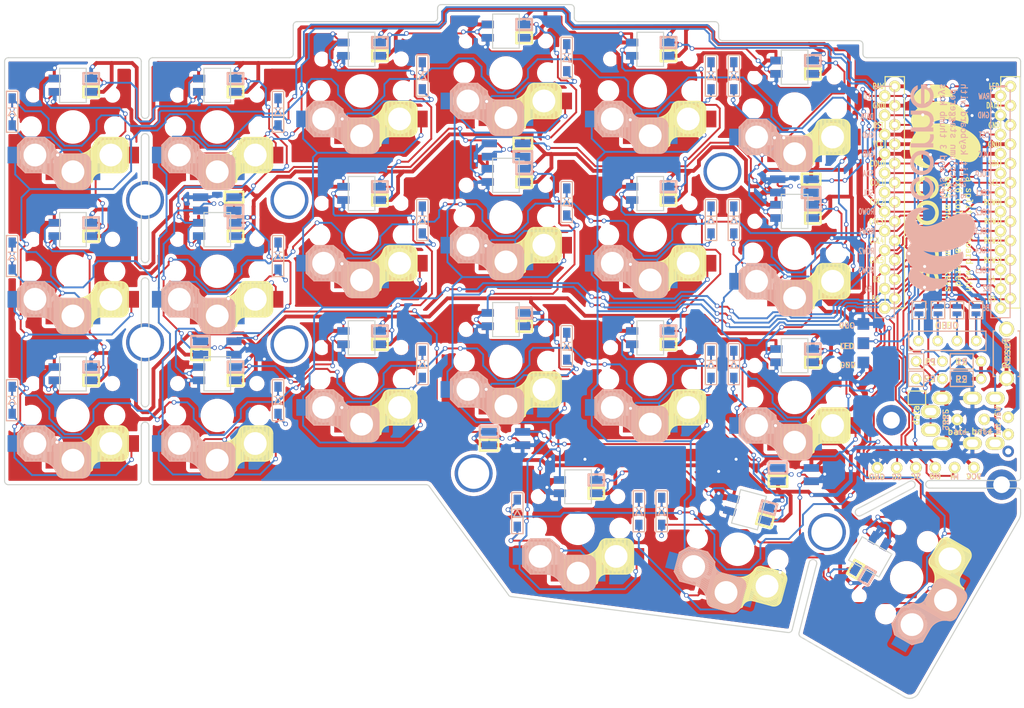
<source format=kicad_pcb>
(kicad_pcb (version 20211014) (generator pcbnew)
  (title_block (title "Corne Chocolate - Gimmin Trackball Mod") (date "2022-05-07") (rev "1.0") (company "Gimmin (foostan original)"))
  (layers (0 "F.Cu" signal) (31 "B.Cu" signal) (34 "B.Paste" user) (35 "F.Paste" user) (36 "B.SilkS" user "B.Silkscreen") (37 "F.SilkS" user "F.Silkscreen") (38 "B.Mask" user) (39 "F.Mask" user) (44 "Edge.Cuts" user))
  (net 0 "")
  (net 1 "row0")
  (net 2 "Net-(D1-Pad2)")
  (net 3 "row1")
  (net 4 "Net-(D2-Pad2)")
  (net 5 "row2")
  (net 6 "Net-(D3-Pad2)")
  (net 7 "row3")
  (net 8 "Net-(D4-Pad2)")
  (net 9 "Net-(D5-Pad2)")
  (net 10 "Net-(D6-Pad2)")
  (net 11 "Net-(D7-Pad2)")
  (net 12 "Net-(D8-Pad2)")
  (net 13 "Net-(D9-Pad2)")
  (net 14 "Net-(D10-Pad2)")
  (net 15 "Net-(D11-Pad2)")
  (net 16 "Net-(D12-Pad2)")
  (net 17 "Net-(D13-Pad2)")
  (net 18 "Net-(D14-Pad2)")
  (net 19 "Net-(D15-Pad2)")
  (net 20 "Net-(D16-Pad2)")
  (net 21 "Net-(D17-Pad2)")
  (net 22 "Net-(D18-Pad2)")
  (net 23 "Net-(D19-Pad2)")
  (net 24 "Net-(D20-Pad2)")
  (net 25 "Net-(D21-Pad2)")
  (net 26 "GND")
  (net 27 "VCC")
  (net 28 "col0")
  (net 29 "col1")
  (net 30 "col2")
  (net 31 "col3")
  (net 32 "col4")
  (net 33 "col5")
  (net 34 "LED")
  (net 35 "data")
  (net 36 "Net-(L1-Pad3)")
  (net 37 "Net-(L1-Pad1)")
  (net 38 "Net-(L3-Pad3)")
  (net 39 "Net-(L10-Pad1)")
  (net 40 "Net-(L11-Pad1)")
  (net 41 "Net-(L13-Pad1)")
  (net 42 "Net-(L14-Pad3)")
  (net 43 "Net-(L10-Pad3)")
  (net 44 "Net-(L12-Pad1)")
  (net 45 "Net-(L13-Pad3)")
  (net 46 "Net-(L15-Pad3)")
  (net 47 "Net-(L16-Pad3)")
  (net 48 "reset")
  (net 49 "SCL")
  (net 50 "SDA")
  (net 51 "Net-(L5-Pad3)")
  (net 52 "Net-(J2-Pad1)")
  (net 53 "Net-(J2-Pad2)")
  (net 54 "Net-(J2-Pad3)")
  (net 55 "Net-(J2-Pad4)")
  (net 56 "Net-(L2-Pad3)")
  (net 57 "Net-(L3-Pad1)")
  (net 58 "Net-(L11-Pad3)")
  (net 59 "Net-(L14-Pad1)")
  (net 60 "Net-(L12-Pad3)")
  (net 61 "Net-(L17-Pad1)")
  (net 62 "Net-(L18-Pad3)")
  (net 63 "Net-(L19-Pad3)")
  (net 64 "Net-(J1-PadA)")
  (net 65 "Net-(J1-PadB)")
  (net 66 "Net-(U1-Pad24)")
  (net 67 "Net-(L21-Pad3)")
  (net 68 "Net-(L22-Pad3)")
  (net 69 "Net-(L22-Pad1)")
  (net 70 "Net-(L23-Pad3)")
  (net 71 "Net-(L25-Pad1)")
  (net 72 "Net-(L26-Pad1)")
  (net 73 "SS")
  (net 74 "SC")
  (net 75 "MI")
  (net 76 "MO")
  (net 77 "BAT+")
  (footprint "kbd:D3_SMD" (layer "F.Cu") (at 62 75.125 -90)
    (fp_text reference "D1" hide)
    (fp_text value "D" hide)
  )
  (footprint "kbd:D3_SMD" (layer "F.Cu") (at 97 75.125 -90)
    (fp_text reference "D2" hide)
    (fp_text value "D" hide)
  )
  (footprint "kbd:D3_SMD" (layer "F.Cu") (at 116 70.375 -90)
    (fp_text reference "D3" hide)
    (fp_text value "D" hide)
  )
  (footprint "kbd:D3_SMD" (layer "F.Cu") (at 135 68 -90)
    (fp_text reference "D4" hide)
    (fp_text value "D" hide)
  )
  (footprint "kbd:D3_SMD" (layer "F.Cu") (at 154 70.375 -90)
    (fp_text reference "D5" hide)
    (fp_text value "D" hide)
  )
  (footprint "kbd:D3_SMD" (layer "F.Cu") (at 157 70.375 -90)
    (fp_text reference "D6" hide)
    (fp_text value "D" hide)
  )
  (footprint "kbd:D3_SMD" (layer "F.Cu") (at 62 94.125 -90)
    (fp_text reference "D7" hide)
    (fp_text value "D" hide)
  )
  (footprint "kbd:D3_SMD" (layer "F.Cu") (at 97 94.125 -90)
    (fp_text reference "D8" hide)
    (fp_text value "D" hide)
  )
  (footprint "kbd:D3_SMD" (layer "F.Cu") (at 116 89.375 -90)
    (fp_text reference "D9" hide)
    (fp_text value "D" hide)
  )
  (footprint "kbd:D3_SMD" (layer "F.Cu") (at 135 87 -90)
    (fp_text reference "D10" hide)
    (fp_text value "D" hide)
  )
  (footprint "kbd:D3_SMD" (layer "F.Cu") (at 154 89.375 -90)
    (fp_text reference "D11" hide)
    (fp_text value "D" hide)
  )
  (footprint "kbd:D3_SMD" (layer "F.Cu") (at 157 89.375 -90)
    (fp_text reference "D12" hide)
    (fp_text value "D" hide)
  )
  (footprint "kbd:D3_SMD" (layer "F.Cu") (at 62 113.125 -90)
    (fp_text reference "D13" hide)
    (fp_text value "D" hide)
  )
  (footprint "kbd:D3_SMD" (layer "F.Cu") (at 97 113.125 -90)
    (fp_text reference "D14" hide)
    (fp_text value "D" hide)
  )
  (footprint "kbd:D3_SMD" (layer "F.Cu") (at 116 108.375 -90)
    (fp_text reference "D15" hide)
    (fp_text value "D" hide)
  )
  (footprint "kbd:D3_SMD" (layer "F.Cu") (at 135 106 -90)
    (fp_text reference "D16" hide)
    (fp_text value "D" hide)
  )
  (footprint "kbd:D3_SMD" (layer "F.Cu") (at 154 108.375 -90)
    (fp_text reference "D17" hide)
    (fp_text value "D" hide)
  )
  (footprint "kbd:D3_SMD" (layer "F.Cu") (at 157 108.375 -90)
    (fp_text reference "D18" hide)
    (fp_text value "D" hide)
  )
  (footprint "kbd:D3_SMD" (layer "F.Cu") (at 128.5 128 -90)
    (fp_text reference "D19" hide)
    (fp_text value "D" hide)
  )
  (footprint "kbd:D3_SMD" (layer "F.Cu") (at 144.5 127.75 -90)
    (fp_text reference "D20" hide)
    (fp_text value "D" hide)
  )
  (footprint "kbd:D3_SMD" (layer "F.Cu") (at 147.5 127.75 -90)
    (fp_text reference "D21" hide)
    (fp_text value "D" hide)
  )
  (footprint "kbd:SK6812MINI_rev" (layer "F.Cu") (at 70 71.625)
    (fp_text reference "L1" hide)
    (fp_text value "SK6812MINI" hide)
  )
  (footprint "kbd:SK6812MINI_rev" (layer "F.Cu") (at 89 71.625)
    (fp_text reference "L2" hide)
    (fp_text value "SK6812MINI" hide)
  )
  (footprint "kbd:SK6812MINI_rev" (layer "F.Cu") (at 108 66.875)
    (fp_text reference "L3" hide)
    (fp_text value "SK6812MINI" hide)
  )
  (footprint "kbd:SK6812MINI_rev" (layer "F.Cu") (at 127 64.5)
    (fp_text reference "L4" hide)
    (fp_text value "SK6812MINI" hide)
  )
  (footprint "kbd:SK6812MINI_rev" (layer "F.Cu") (at 146 66.875)
    (fp_text reference "L5" hide)
    (fp_text value "SK6812MINI" hide)
  )
  (footprint "kbd:SK6812MINI_rev" (layer "F.Cu") (at 165 69.25)
    (fp_text reference "L6" hide)
    (fp_text value "SK6812MINI" hide)
  )
  (footprint "kbd:SK6812MINI_rev" (layer "F.Cu") (at 70 90.625)
    (fp_text reference "L7" hide)
    (fp_text value "SK6812MINI" hide)
  )
  (footprint "kbd:SK6812MINI_rev" (layer "F.Cu") (at 89 90.625)
    (fp_text reference "L8" hide)
    (fp_text value "SK6812MINI" hide)
  )
  (footprint "kbd:SK6812MINI_rev" (layer "F.Cu") (at 108 85.875)
    (fp_text reference "L9" hide)
    (fp_text value "SK6812MINI" hide)
  )
  (footprint "kbd:SK6812MINI_rev" (layer "F.Cu") (at 127 83.5)
    (fp_text reference "L10" hide)
    (fp_text value "SK6812MINI" hide)
  )
  (footprint "kbd:SK6812MINI_rev" (layer "F.Cu") (at 146 85.875)
    (fp_text reference "L11" hide)
    (fp_text value "SK6812MINI" hide)
  )
  (footprint "kbd:SK6812MINI_rev" (layer "F.Cu") (at 165 88.25)
    (fp_text reference "L12" hide)
    (fp_text value "SK6812MINI" hide)
  )
  (footprint "kbd:SK6812MINI_rev" (layer "F.Cu") (at 70 109.625)
    (fp_text reference "L13" hide)
    (fp_text value "SK6812MINI" hide)
  )
  (footprint "kbd:SK6812MINI_rev" (layer "F.Cu") (at 89 109.625)
    (fp_text reference "L14" hide)
    (fp_text value "SK6812MINI" hide)
  )
  (footprint "kbd:SK6812MINI_rev" (layer "F.Cu") (at 108 104.875)
    (fp_text reference "L15" hide)
    (fp_text value "SK6812MINI" hide)
  )
  (footprint "kbd:SK6812MINI_rev" (layer "F.Cu") (at 127 102.5)
    (fp_text reference "L16" hide)
    (fp_text value "SK6812MINI" hide)
  )
  (footprint "kbd:SK6812MINI_rev" (layer "F.Cu") (at 146 104.875)
    (fp_text reference "L17" hide)
    (fp_text value "SK6812MINI" hide)
  )
  (footprint "kbd:SK6812MINI_rev" (layer "F.Cu") (at 165 107.25)
    (fp_text reference "L18" hide)
    (fp_text value "SK6812MINI" hide)
  )
  (footprint "kbd:SK6812MINI_rev" (layer "F.Cu") (at 136.5 124.5)
    (fp_text reference "L19" hide)
    (fp_text value "SK6812MINI" hide)
  )
  (footprint "kbd:SK6812MINI_rev" (layer "F.Cu") (at 159 127.5 -15)
    (fp_text reference "L20" hide)
    (fp_text value "SK6812MINI" hide)
  )
  (footprint "kbd:SK6812MINI_rev" (layer "F.Cu") (at 175 133.75 -120)
    (fp_text reference "L21" hide)
    (fp_text value "SK6812MINI" hide)
  )
  (footprint "kbd:Choc_Hotswap" (layer "F.Cu") (at 70 77.125 180)
    (fp_text reference "SW1" hide)
    (fp_text value "SW_PUSH" hide)
  )
  (footprint "kbd:Choc_Hotswap" (layer "F.Cu") (at 89 77.125 180)
    (fp_text reference "SW2" hide)
    (fp_text value "SW_PUSH" hide)
  )
  (footprint "kbd:Choc_Hotswap" (layer "F.Cu") (at 108 72.375 180)
    (fp_text reference "SW3" hide)
    (fp_text value "SW_PUSH" hide)
  )
  (footprint "kbd:Choc_Hotswap" (layer "F.Cu") (at 127 70 180)
    (fp_text reference "SW4" hide)
    (fp_text value "SW_PUSH" hide)
  )
  (footprint "kbd:Choc_Hotswap" (layer "F.Cu") (at 146 72.375 180)
    (fp_text reference "SW5" hide)
    (fp_text value "SW_PUSH" hide)
  )
  (footprint "kbd:Choc_Hotswap" (layer "F.Cu") (at 165 74.75 180)
    (fp_text reference "SW6" hide)
    (fp_text value "SW_PUSH" hide)
  )
  (footprint "kbd:Choc_Hotswap" (layer "F.Cu") (at 70 96.125 180)
    (fp_text reference "SW7" hide)
    (fp_text value "SW_PUSH" hide)
  )
  (footprint "kbd:Choc_Hotswap" (layer "F.Cu") (at 89 96.125 180)
    (fp_text reference "SW8" hide)
    (fp_text value "SW_PUSH" hide)
  )
  (footprint "kbd:Choc_Hotswap" (layer "F.Cu") (at 108 91.375 180)
    (fp_text reference "SW9" hide)
    (fp_text value "SW_PUSH" hide)
  )
  (footprint "kbd:Choc_Hotswap" (layer "F.Cu") (at 127 89 180)
    (fp_text reference "SW10" hide)
    (fp_text value "SW_PUSH" hide)
  )
  (footprint "kbd:Choc_Hotswap" (layer "F.Cu") (at 146 91.375 180)
    (fp_text reference "SW11" hide)
    (fp_text value "SW_PUSH" hide)
  )
  (footprint "kbd:Choc_Hotswap" (layer "F.Cu") (at 165 93.75 180)
    (fp_text reference "SW12" hide)
    (fp_text value "SW_PUSH" hide)
  )
  (footprint "kbd:Choc_Hotswap" (layer "F.Cu") (at 70 115.125 180)
    (fp_text reference "SW13" hide)
    (fp_text value "SW_PUSH" hide)
  )
  (footprint "kbd:Choc_Hotswap" (layer "F.Cu") (at 89 115.125 180)
    (fp_text reference "SW14" hide)
    (fp_text value "SW_PUSH" hide)
  )
  (footprint "kbd:Choc_Hotswap" (layer "F.Cu") (at 108 110.375 180)
    (fp_text reference "SW15" hide)
    (fp_text value "SW_PUSH" hide)
  )
  (footprint "kbd:Choc_Hotswap" (layer "F.Cu") (at 127 108 180)
    (fp_text reference "SW16" hide)
    (fp_text value "SW_PUSH" hide)
  )
  (footprint "kbd:Choc_Hotswap" (layer "F.Cu") (at 146 110.375 180)
    (fp_text reference "SW17" hide)
    (fp_text value "SW_PUSH" hide)
  )
  (footprint "kbd:Choc_Hotswap" (layer "F.Cu") (at 165 112.75 180)
    (fp_text reference "SW18" hide)
    (fp_text value "SW_PUSH" hide)
  )
  (footprint "kbd:Choc_Hotswap" (layer "F.Cu") (at 136.5 130 180)
    (fp_text reference "SW19" hide)
    (fp_text value "SW_PUSH" hide)
  )
  (footprint "kbd:Choc_Hotswap" (layer "F.Cu") (at 157.5 132.75 165)
    (fp_text reference "SW20" hide)
    (fp_text value "SW_PUSH" hide)
  )
  (footprint "kbd:Jumper" (layer "F.Cu") (at 188.875 101.25 -90)
    (fp_text reference "JP2" hide)
    (fp_text value " ")
  )
  (footprint "kbd:Jumper" (layer "F.Cu") (at 186.375 101.25 -90)
    (fp_text reference "JP3" hide)
    (fp_text value " ")
  )
  (footprint "kbd:Jumper" (layer "F.Cu") (at 183.875 101.25 -90)
    (fp_text reference "JP4" hide)
    (fp_text value " ")
  )
  (footprint "kbd:Jumper" (layer "F.Cu") (at 181.375 101.25 -90)
    (fp_text reference "JP5" hide)
    (fp_text value " ")
  )
  (footprint "kbd:ProMicro_v2" (layer "F.Cu") (at 185.75 86.25)
    (fp_text reference "U1" hide)
    (fp_text value "ProMicro" hide)
  )
  (footprint "kbd:LEGO_HOLE" (layer "F.Cu") (at 177.75 115.75)
    (fp_text reference "")
    (fp_text value "")
  )
  (footprint "kbd:LEGO_HOLE" (layer "F.Cu") (at 192.25 124.25)
    (fp_text reference "")
    (fp_text value "")
  )
  (footprint "kbd:LEGO_HOLE" (layer "F.Cu") (at 79.5 86.75)
    (fp_text reference "")
    (fp_text value "")
  )
  (footprint "kbd:LEGO_HOLE" (layer "F.Cu") (at 79.5 105.5)
    (fp_text reference "")
    (fp_text value "")
  )
  (footprint "kbd:LEGO_HOLE" (layer "F.Cu") (at 98.5 86.75)
    (fp_text reference "")
    (fp_text value "")
  )
  (footprint "kbd:LEGO_HOLE" (layer "F.Cu") (at 98.5 105.75)
    (fp_text reference "")
    (fp_text value "")
  )
  (footprint "kbd:LEGO_HOLE" (layer "F.Cu") (at 155.5 83)
    (fp_text reference "")
    (fp_text value "")
  )
  (footprint "kbd:LEGO_HOLE" (layer "F.Cu") (at 122.75 122.75)
    (fp_text reference "")
    (fp_text value "")
  )
  (footprint "kbd:LEGO_HOLE" (layer "F.Cu") (at 169.25 130.5)
    (fp_text reference "")
    (fp_text value "")
  )
  (footprint "kbd:StripLED_rev" (layer "F.Cu") (at 174.05 108.15 180)
    (fp_text reference "J3" hide)
    (fp_text value "LED" hide)
  )
  (footprint "kbd:JPC2" (layer "F.Cu") (at 181.1 112.8)
    (fp_text reference "data")
    (fp_text value " " hide)
  )
  (footprint "kbd:OLED" (layer "F.Cu") (at 181.3 105.3)
    (fp_text reference "OLED")
    (fp_text value "OLED" hide)
  )
  (footprint "kbd:ResetSW" (layer "F.Cu") (at 192.9 107 90)
    (fp_text reference "RSW1" hide)
    (fp_text value "Reset")
  )
  (footprint "kbd:SK6812MINI_underglow_rev" (layer "F.Cu") (at 127.02 80.16)
    (fp_text reference "L23" hide)
    (fp_text value "SK6812MINI" hide)
  )
  (footprint "kbd:SK6812MINI_underglow_rev" (layer "F.Cu") (at 164.97 84.88)
    (fp_text reference "L24" hide)
    (fp_text value "SK6812MINI" hide)
  )
  (footprint "kbd:SK6812MINI_underglow_rev" (layer "F.Cu") (at 126.99 118.17 180)
    (fp_text reference "L26" hide)
    (fp_text value "SK6812MINI" hide)
  )
  (footprint "kbd:SK6812MINI_underglow_rev" (layer "F.Cu") (at 165.01 122.92 180)
    (fp_text reference "L27" hide)
    (fp_text value "SK6812MINI" hide)
  )
  (footprint "kbd:corne" (layer "F.Cu") (at 184.7 85.225 -90)
    (fp_text reference "G***" hide)
    (fp_text value "LOGO" hide)
  )
  (footprint "kbd:Choc_Hotswap_1.5u" (layer "F.Cu") (at 179.75 136.5 -120)
    (fp_text reference "SW21" hide)
    (fp_text value "SW_PUSH" hide)
  )
  (footprint "kbd:R" (layer "F.Cu") (at 187 110.3 180)
    (fp_text reference "R2")
    (fp_text value "R" hide)
  )
  (footprint "kbd:R" (layer "F.Cu") (at 187 108 180)
    (fp_text reference "R1")
    (fp_text value "R" hide)
  )
  (footprint "kbd:1pin_conn" (layer "F.Cu") (at 181 108)
    (fp_text reference "P1")
    (fp_text value "i2c-pin" hide)
  )
  (footprint "kbd:1pin_conn" (layer "F.Cu") (at 181 110.3)
    (fp_text reference "P2")
    (fp_text value "i2c-pin" hide)
  )
  (footprint "kbd:SK6812MINI_underglow_rev" (layer "F.Cu") (at 89 87.25)
    (fp_text reference "L22" hide)
    (fp_text value "SK6812MINI" hide)
  )
  (footprint "kbd:SK6812MINI_underglow_rev" (layer "F.Cu") (at 89 106.24 180)
    (fp_text reference "L25" hide)
    (fp_text value "SK6812MINI" hide)
  )
  (footprint "" (layer "F.Cu") (at 182.9 114.61)
    (fp_text reference "")
    (fp_text value "")
  )
  (footprint "" (layer "F.Cu") (at 186.4 115.68)
    (fp_text reference "")
    (fp_text value "")
  )
  (footprint "" (layer "F.Cu") (at 188.41 112.84)
    (fp_text reference "")
    (fp_text value "")
  )
  (footprint "" (layer "F.Cu") (at 184.41 118.79)
    (fp_text reference "")
    (fp_text value "")
  )
  (footprint "" (layer "F.Cu") (at 189.96 115.65)
    (fp_text reference "")
    (fp_text value "")
  )
  (footprint "" (layer "F.Cu") (at 193.12 117.61)
    (fp_text reference "")
    (fp_text value "")
  )
  (footprint "" (layer "F.Cu") (at 191.39 118.8)
    (fp_text reference "")
    (fp_text value "")
  )
  (footprint "" (layer "F.Cu") (at 182.89 117.05)
    (fp_text reference "")
    (fp_text value "")
  )
  (footprint "" (layer "F.Cu") (at 178.44 122)
    (fp_text reference "")
    (fp_text value "")
  )
  (footprint "" (layer "F.Cu") (at 193.12 115.36)
    (fp_text reference "")
    (fp_text value "")
  )
  (footprint "" (layer "F.Cu") (at 188.4 118.79)
    (fp_text reference "")
    (fp_text value "")
  )
  (footprint "" (layer "F.Cu") (at 175.9 122)
    (fp_text reference "")
    (fp_text value "")
  )
  (footprint "" (layer "F.Cu") (at 188.6 122)
    (fp_text reference "")
    (fp_text value "")
  )
  (footprint "" (layer "F.Cu") (at 180.98 122)
    (fp_text reference "")
    (fp_text value "")
  )
  (footprint "" (layer "F.Cu") (at 191.41 112.85)
    (fp_text reference "")
    (fp_text value "")
  )
  (footprint "" (layer "F.Cu") (at 183.52 122)
    (fp_text reference "")
    (fp_text value "")
  )
  (footprint "" (layer "F.Cu") (at 193.12 119.86)
    (fp_text reference "")
    (fp_text value "")
  )
  (footprint "" (layer "F.Cu") (at 184.4 112.85)
    (fp_text reference "")
    (fp_text value "")
  )
  (footprint "" (layer "F.Cu") (at 186.06 122)
    (fp_text reference "")
    (fp_text value "")
  )
  (footprint "kbd:Jumper" (layer "B.Cu") (at 188.875 101.25 -90)
    (fp_text reference "JP6" hide)
    (fp_text value " ")
  )
  (footprint "kbd:Jumper" (layer "B.Cu") (at 186.375 101.25 -90)
    (fp_text reference "JP7" hide)
    (fp_text value " ")
  )
  (footprint "kbd:Jumper" (layer "B.Cu") (at 183.875 101.25 -90)
    (fp_text reference "JP8" hide)
    (fp_text value " ")
  )
  (footprint "kbd:Jumper" (layer "B.Cu") (at 181.375 101.25 -90)
    (fp_text reference "JP9" hide)
    (fp_text value " ")
  )
  (footprint "kbd:corne" (layer "B.Cu") (at 184.025 85.05 90)
    (fp_text reference "G***" hide)
    (fp_text value "LOGO" hide)
  )
  (gr_line (start 87.25 69.4) (end 87.25 73.9) (layer "Edge.Cuts") (width 0.15))
  (gr_line (start 87.25 73.9) (end 90.75 73.9) (layer "Edge.Cuts") (width 0.15))
  (gr_line (start 90.75 73.9) (end 90.75 69.4) (layer "Edge.Cuts") (width 0.15))
  (gr_line (start 90.75 69.4) (end 87.25 69.4) (layer "Edge.Cuts") (width 0.15))
  (gr_line (start 68.25 88.4) (end 68.25 92.9) (layer "Edge.Cuts") (width 0.15))
  (gr_line (start 68.25 92.9) (end 71.75 92.9) (layer "Edge.Cuts") (width 0.15))
  (gr_line (start 71.75 92.9) (end 71.75 88.4) (layer "Edge.Cuts") (width 0.15))
  (gr_line (start 71.75 88.4) (end 68.25 88.4) (layer "Edge.Cuts") (width 0.15))
  (gr_line (start 87.25 88.4) (end 87.25 92.9) (layer "Edge.Cuts") (width 0.15))
  (gr_line (start 87.25 92.9) (end 90.75 92.9) (layer "Edge.Cuts") (width 0.15))
  (gr_line (start 90.75 92.9) (end 90.75 88.4) (layer "Edge.Cuts") (width 0.15))
  (gr_line (start 90.75 88.4) (end 87.25 88.4) (layer "Edge.Cuts") (width 0.15))
  (gr_line (start 68.25 107.4) (end 68.25 111.9) (layer "Edge.Cuts") (width 0.15))
  (gr_line (start 68.25 111.9) (end 71.75 111.9) (layer "Edge.Cuts") (width 0.15))
  (gr_line (start 71.75 111.9) (end 71.75 107.4) (layer "Edge.Cuts") (width 0.15))
  (gr_line (start 71.75 107.4) (end 68.25 107.4) (layer "Edge.Cuts") (width 0.15))
  (gr_line (start 87.25 107.4) (end 87.25 111.9) (layer "Edge.Cuts") (width 0.15))
  (gr_line (start 87.25 111.9) (end 90.75 111.9) (layer "Edge.Cuts") (width 0.15))
  (gr_line (start 90.75 111.9) (end 90.75 107.4) (layer "Edge.Cuts") (width 0.15))
  (gr_line (start 90.75 107.4) (end 87.25 107.4) (layer "Edge.Cuts") (width 0.15))
  (gr_line (start 106.25 64.65) (end 106.25 69.15) (layer "Edge.Cuts") (width 0.15))
  (gr_line (start 106.25 69.15) (end 109.75 69.15) (layer "Edge.Cuts") (width 0.15))
  (gr_line (start 109.75 69.15) (end 109.75 64.65) (layer "Edge.Cuts") (width 0.15))
  (gr_line (start 109.75 64.65) (end 106.25 64.65) (layer "Edge.Cuts") (width 0.15))
  (gr_line (start 125.25 62.25) (end 125.25 66.75) (layer "Edge.Cuts") (width 0.15))
  (gr_line (start 125.25 66.75) (end 128.75 66.75) (layer "Edge.Cuts") (width 0.15))
  (gr_line (start 128.75 66.75) (end 128.75 62.25) (layer "Edge.Cuts") (width 0.15))
  (gr_line (start 128.75 62.25) (end 125.25 62.25) (layer "Edge.Cuts") (width 0.15))
  (gr_line (start 144.25 64.65) (end 144.25 69.15) (layer "Edge.Cuts") (width 0.15))
  (gr_line (start 144.25 69.15) (end 147.75 69.15) (layer "Edge.Cuts") (width 0.15))
  (gr_line (start 147.75 69.15) (end 147.75 64.65) (layer "Edge.Cuts") (width 0.15))
  (gr_line (start 147.75 64.65) (end 144.25 64.65) (layer "Edge.Cuts") (width 0.15))
  (gr_line (start 163.25 67) (end 163.25 71.5) (layer "Edge.Cuts") (width 0.15))
  (gr_line (start 163.25 71.5) (end 166.75 71.5) (layer "Edge.Cuts") (width 0.15))
  (gr_line (start 166.75 71.5) (end 166.75 67) (layer "Edge.Cuts") (width 0.15))
  (gr_line (start 166.75 67) (end 163.25 67) (layer "Edge.Cuts") (width 0.15))
  (gr_line (start 106.25 83.65) (end 106.25 88.15) (layer "Edge.Cuts") (width 0.15))
  (gr_line (start 106.25 88.15) (end 109.75 88.15) (layer "Edge.Cuts") (width 0.15))
  (gr_line (start 109.75 88.15) (end 109.75 83.65) (layer "Edge.Cuts") (width 0.15))
  (gr_line (start 109.75 83.65) (end 106.25 83.65) (layer "Edge.Cuts") (width 0.15))
  (gr_line (start 125.25 81.25) (end 125.25 85.75) (layer "Edge.Cuts") (width 0.15))
  (gr_line (start 125.25 85.75) (end 128.75 85.75) (layer "Edge.Cuts") (width 0.15))
  (gr_line (start 128.75 85.75) (end 128.75 81.25) (layer "Edge.Cuts") (width 0.15))
  (gr_line (start 128.75 81.25) (end 125.25 81.25) (layer "Edge.Cuts") (width 0.15))
  (gr_line (start 144.25 83.65) (end 144.25 88.15) (layer "Edge.Cuts") (width 0.15))
  (gr_line (start 144.25 88.15) (end 147.75 88.15) (layer "Edge.Cuts") (width 0.15))
  (gr_line (start 147.75 88.15) (end 147.75 83.65) (layer "Edge.Cuts") (width 0.15))
  (gr_line (start 147.75 83.65) (end 144.25 83.65) (layer "Edge.Cuts") (width 0.15))
  (gr_line (start 163.25 86) (end 163.25 90.5) (layer "Edge.Cuts") (width 0.15))
  (gr_line (start 163.25 90.5) (end 166.75 90.5) (layer "Edge.Cuts") (width 0.15))
  (gr_line (start 166.75 90.5) (end 166.75 86) (layer "Edge.Cuts") (width 0.15))
  (gr_line (start 166.75 86) (end 163.25 86) (layer "Edge.Cuts") (width 0.15))
  (gr_line (start 106.25 102.65) (end 106.25 107.15) (layer "Edge.Cuts") (width 0.15))
  (gr_line (start 106.25 107.15) (end 109.75 107.15) (layer "Edge.Cuts") (width 0.15))
  (gr_line (start 109.75 107.15) (end 109.75 102.65) (layer "Edge.Cuts") (width 0.15))
  (gr_line (start 109.75 102.65) (end 106.25 102.65) (layer "Edge.Cuts") (width 0.15))
  (gr_line (start 125.25 100.25) (end 125.25 104.75) (layer "Edge.Cuts") (width 0.15))
  (gr_line (start 125.25 104.75) (end 128.75 104.75) (layer "Edge.Cuts") (width 0.15))
  (gr_line (start 128.75 104.75) (end 128.75 100.25) (layer "Edge.Cuts") (width 0.15))
  (gr_line (start 128.75 100.25) (end 125.25 100.25) (layer "Edge.Cuts") (width 0.15))
  (gr_line (start 144.25 102.65) (end 144.25 107.15) (layer "Edge.Cuts") (width 0.15))
  (gr_line (start 144.25 107.15) (end 147.75 107.15) (layer "Edge.Cuts") (width 0.15))
  (gr_line (start 147.75 107.15) (end 147.75 102.65) (layer "Edge.Cuts") (width 0.15))
  (gr_line (start 147.75 102.65) (end 144.25 102.65) (layer "Edge.Cuts") (width 0.15))
  (gr_line (start 163.25 105) (end 163.25 109.5) (layer "Edge.Cuts") (width 0.15))
  (gr_line (start 163.25 109.5) (end 166.75 109.5) (layer "Edge.Cuts") (width 0.15))
  (gr_line (start 166.75 109.5) (end 166.75 105) (layer "Edge.Cuts") (width 0.15))
  (gr_line (start 166.75 105) (end 163.25 105) (layer "Edge.Cuts") (width 0.15))
  (gr_line (start 134.75 122.3) (end 134.75 126.75) (layer "Edge.Cuts") (width 0.15))
  (gr_line (start 134.75 126.75) (end 138.25 126.75) (layer "Edge.Cuts") (width 0.15))
  (gr_line (start 138.25 126.75) (end 138.25 122.3) (layer "Edge.Cuts") (width 0.15))
  (gr_line (start 138.25 122.3) (end 134.75 122.3) (layer "Edge.Cuts") (width 0.15))
  (gr_line (start 157.9 124.9) (end 156.7 129.3) (layer "Edge.Cuts") (width 0.15))
  (gr_line (start 156.7 129.3) (end 160.1 130.2) (layer "Edge.Cuts") (width 0.15))
  (gr_line (start 160.1 130.2) (end 161.3 125.8) (layer "Edge.Cuts") (width 0.15))
  (gr_line (start 161.3 125.8) (end 157.9 124.9) (layer "Edge.Cuts") (width 0.15))
  (gr_line (start 136 62.75) (end 136 61.5) (layer "Edge.Cuts") (width 0.15))
  (gr_arc (start 135.5 61) (mid 135.853553 61.146447) (end 136 61.5) (layer "Edge.Cuts") (width 0.15))
  (gr_arc (start 118 61.5) (mid 118.146447 61.146447) (end 118.5 61) (layer "Edge.Cuts") (width 0.15))
  (gr_line (start 61 68.5) (end 61 123.75) (layer "Edge.Cuts") (width 0.15))
  (gr_line (start 99 63.75) (end 99 67.5) (layer "Edge.Cuts") (width 0.15))
  (gr_arc (start 180.15 123.79) (mid 180.819938 124.019874) (end 180.590252 124.689876) (layer "Edge.Cuts") (width 0.15))
  (gr_line (start 79 123.75) (end 79 116.5) (layer "Edge.Cuts") (width 0.15))
  (gr_line (start 155 65.25) (end 155 63.75) (layer "Edge.Cuts") (width 0.15))
  (gr_arc (start 174.5 68) (mid 174.146447 67.853553) (end 174 67.5) (layer "Edge.Cuts") (width 0.15))
  (gr_line (start 78.5 68) (end 61.5 68) (layer "Edge.Cuts") (width 0.15))
  (gr_line (start 79 78.5) (end 79 94.5) (layer "Edge.Cuts") (width 0.15))
  (gr_line (start 181.297263 151.781465) (end 194.525 128.85) (layer "Edge.Cuts") (width 0.15))
  (gr_arc (start 79 97.5) (mid 79.146447 97.146447) (end 79.5 97) (layer "Edge.Cuts") (width 0.15))
  (gr_line (start 194.25 68) (end 174.5 68) (layer "Edge.Cuts") (width 0.15))
  (gr_line (start 118 61.5) (end 118 62.75) (layer "Edge.Cuts") (width 0.15))
  (gr_line (start 173.9 131.1) (end 172.1 134.2) (layer "Edge.Cuts") (width 0.15))
  (gr_arc (start 61 68.5) (mid 61.146447 68.146447) (end 61.5 68) (layer "Edge.Cuts") (width 0.15))
  (gr_arc (start 80 113.5) (mid 79.853553 113.853553) (end 79.5 114) (layer "Edge.Cuts") (width 0.15))
  (gr_line (start 165.587801 143.75) (end 167.740068 135.299767) (layer "Edge.Cuts") (width 0.15))
  (gr_line (start 173.743664 127.187806) (end 173.235664 127.441806) (layer "Edge.Cuts") (width 0.15))
  (gr_line (start 80 75.5) (end 80 68.5) (layer "Edge.Cuts") (width 0.15))
  (gr_arc (start 79 78.5) (mid 79.146447 78.146447) (end 79.5 78) (layer "Edge.Cuts") (width 0.15))
  (gr_line (start 117.5 63.25) (end 99.5 63.25) (layer "Edge.Cuts") (width 0.15))
  (gr_line (start 180.590252 124.689876) (end 174.26 128.049999) (layer "Edge.Cuts") (width 0.15))
  (gr_arc (start 79 123.75) (mid 78.853553 124.103553) (end 78.5 124.25) (layer "Edge.Cuts") (width 0.15))
  (gr_arc (start 136.5 63.25) (mid 136.146447 63.103553) (end 136 62.75) (layer "Edge.Cuts") (width 0.15))
  (gr_line (start 194.75 125.05) (end 194.75 127.975) (layer "Edge.Cuts") (width 0.15))
  (gr_line (start 183.1 124.7) (end 194.4 124.7) (layer "Edge.Cuts") (width 0.15))
  (gr_line (start 176.1 136.4) (end 177.8 133.4) (layer "Edge.Cuts") (width 0.15))
  (gr_arc (start 194.75 123.35) (mid 194.647487 123.597487) (end 194.4 123.7) (layer "Edge.Cuts") (width 0.15))
  (gr_arc (start 80.5 124.25) (mid 80.146447 124.103553) (end 80 123.75) (layer "Edge.Cuts") (width 0.15))
  (gr_line (start 177.8 133.4) (end 173.9 131.1) (layer "Edge.Cuts") (width 0.15))
  (gr_arc (start 79.5 116) (mid 79.853553 116.146447) (end 80 116.5) (layer "Edge.Cuts") (width 0.15))
  (gr_line (start 172.1 134.2) (end 176.1 136.4) (layer "Edge.Cuts") (width 0.15))
  (gr_arc (start 165.8 144.3) (mid 165.605043 144.053894) (end 165.587801 143.7404) (layer "Edge.Cuts") (width 0.15))
  (gr_line (start 61.5 124.25) (end 78.5 124.25) (layer "Edge.Cuts") (width 0.15))
  (gr_arc (start 194.25 68) (mid 194.603553 68.146447) (end 194.75 68.5) (layer "Edge.Cuts") (width 0.15))
  (gr_arc (start 99 63.75) (mid 99.146447 63.396447) (end 99.5 63.25) (layer "Edge.Cuts") (width 0.15))
  (gr_line (start 98.5 68) (end 80.5 68) (layer "Edge.Cuts") (width 0.15))
  (gr_arc (start 80 94.5) (mid 79.853553 94.853553) (end 79.5 95) (layer "Edge.Cuts") (width 0.15))
  (gr_line (start 116.853553 124.396447) (end 127.396447 138.853553) (layer "Edge.Cuts") (width 0.15))
  (gr_arc (start 118 62.75) (mid 117.853553 63.103553) (end 117.5 63.25) (layer "Edge.Cuts") (width 0.15))
  (gr_arc (start 61.5 124.25) (mid 61.146447 124.103553) (end 61 123.75) (layer "Edge.Cuts") (width 0.15))
  (gr_arc (start 79.5 97) (mid 79.853553 97.146447) (end 80 97.5) (layer "Edge.Cuts") (width 0.15))
  (gr_line (start 173.743664 127.187806) (end 180.15 123.79) (layer "Edge.Cuts") (width 0.15))
  (gr_arc (start 78.5 68) (mid 78.853553 68.146447) (end 79 68.5) (layer "Edge.Cuts") (width 0.15))
  (gr_arc (start 79.5 78) (mid 79.853553 78.146447) (end 80 78.5) (layer "Edge.Cuts") (width 0.15))
  (gr_arc (start 194.75 127.975) (mid 194.695218 128.426668) (end 194.522764 128.847696) (layer "Edge.Cuts") (width 0.15))
  (gr_line (start 80 94.5) (end 80 78.5) (layer "Edge.Cuts") (width 0.15))
  (gr_line (start 166.78 135.02) (end 166.94 134.46) (layer "Edge.Cuts") (width 0.15))
  (gr_arc (start 79.5 76) (mid 79.146447 75.853553) (end 79 75.5) (layer "Edge.Cuts") (width 0.15))
  (gr_arc (start 173.5 65.75) (mid 173.853553 65.896447) (end 174 66.25) (layer "Edge.Cuts") (width 0.15))
  (gr_arc (start 127.75 139) (mid 127.558658 138.96194) (end 127.396447 138.853553) (layer "Edge.Cuts") (width 0.15))
  (gr_line (start 127.75 139) (end 164.14596 143.727171) (layer "Edge.Cuts") (width 0.15))
  (gr_arc (start 181.297263 151.781465) (mid 180.412069 152.371617) (end 179.369251 152.160956) (layer "Edge.Cuts") (width 0.15))
  (gr_arc (start 182.76 124.7) (mid 182.26 124.2) (end 182.76 123.7) (layer "Edge.Cuts") (width 0.15))
  (gr_line (start 135.5 61) (end 118.5 61) (layer "Edge.Cuts") (width 0.15))
  (gr_arc (start 116.5 124.25) (mid 116.691342 124.28806) (end 116.853553 124.396447) (layer "Edge.Cuts") (width 0.15))
  (gr_line (start 194.75 123.35) (end 194.75 68.5) (layer "Edge.Cuts") (width 0.15))
  (gr_arc (start 80 68.5) (mid 80.146447 68.146447) (end 80.5 68) (layer "Edge.Cuts") (width 0.15))
  (gr_arc (start 166.94 134.46) (mid 167.559883 134.119966) (end 167.900068 134.739767) (layer "Edge.Cuts") (width 0.15))
  (gr_line (start 183.1 124.7) (end 182.76 124.7) (layer "Edge.Cuts") (width 0.15))
  (gr_line (start 165.8 144.3) (end 179.369251 152.160956) (layer "Edge.Cuts") (width 0.15))
  (gr_line (start 79 113.5) (end 79 97.5) (layer "Edge.Cuts") (width 0.15))
  (gr_arc (start 79.5 95) (mid 79.146447 94.853553) (end 79 94.5) (layer "Edge.Cuts") (width 0.15))
  (gr_arc (start 99 67.5) (mid 98.853553 67.853553) (end 98.5 68) (layer "Edge.Cuts") (width 0.15))
  (gr_line (start 154.5 63.25) (end 136.5 63.25) (layer "Edge.Cuts") (width 0.15))
  (gr_arc (start 164.689999 143.33) (mid 164.494875 143.633916) (end 164.14596 143.727171) (layer "Edge.Cuts") (width 0.15))
  (gr_line (start 79 68.5) (end 79 75.5) (layer "Edge.Cuts") (width 0.15))
  (gr_arc (start 79 116.5) (mid 79.146447 116.146447) (end 79.5 116) (layer "Edge.Cuts") (width 0.15))
  (gr_line (start 173.5 65.75) (end 155.5 65.75) (layer "Edge.Cuts") (width 0.15))
  (gr_line (start 68.25 73.9) (end 71.75 73.9) (layer "Edge.Cuts") (width 0.15))
  (gr_arc (start 194.4 124.7) (mid 194.647487 124.802513) (end 194.75 125.05) (layer "Edge.Cuts") (width 0.15))
  (gr_line (start 80 116.5) (end 80 123.75) (layer "Edge.Cuts") (width 0.15))
  (gr_line (start 174.26 128.049999) (end 173.752 128.303999) (layer "Edge.Cuts") (width 0.15))
  (gr_line (start 71.75 73.9) (end 71.75 69.4) (layer "Edge.Cuts") (width 0.15))
  (gr_line (start 68.25 69.4) (end 68.25 73.9) (layer "Edge.Cuts") (width 0.15))
  (gr_line (start 174 66.25) (end 174 67.5) (layer "Edge.Cuts") (width 0.15))
  (gr_arc (start 79.5 114) (mid 79.146447 113.853553) (end 79 113.5) (layer "Edge.Cuts") (width 0.15))
  (gr_arc (start 154.5 63.25) (mid 154.853553 63.396447) (end 155 63.75) (layer "Edge.Cuts") (width 0.15))
  (gr_line (start 164.689999 143.33) (end 166.78 135.02) (layer "Edge.Cuts") (width 0.15))
  (gr_arc (start 155.5 65.75) (mid 155.146447 65.603553) (end 155 65.25) (layer "Edge.Cuts") (width 0.15))
  (gr_arc (start 173.752 128.303999) (mid 173.0609 128.13217) (end 173.235664 127.441806) (layer "Edge.Cuts") (width 0.15))
  (gr_line (start 116.5 124.25) (end 80.5 124.25) (layer "Edge.Cuts") (width 0.15))
  (gr_line (start 80 97.5) (end 80 113.5) (layer "Edge.Cuts") (width 0.15))
  (gr_line (start 182.76 123.7) (end 183.1 123.7) (layer "Edge.Cuts") (width 0.15))
  (gr_line (start 71.75 69.4) (end 68.25 69.4) (layer "Edge.Cuts") (width 0.15))
  (gr_line (start 167.900068 134.739767) (end 167.740068 135.299767) (layer "Edge.Cuts") (width 0.15))
  (gr_arc (start 80 75.5) (mid 79.853553 75.853553) (end 79.5 76) (layer "Edge.Cuts") (width 0.15))
  (gr_line (start 183.1 123.7) (end 194.4 123.7) (layer "Edge.Cuts") (width 0.15))
  (gr_text "bat-" (at 186.38 117.28) (layer "B.SilkS") (effects (font (size 0.7 0.7) (thickness 0.125)) (justify mirror)))
  (gr_text "LED" (at 172 106) (layer "B.SilkS") (effects (font (size 0.7 0.7) (thickness 0.125)) (justify mirror)))
  (gr_text "TRRS" (at 184.912 115.824 90) (layer "B.SilkS") (effects (font (size 0.7 0.7) (thickness 0.125)) (justify mirror)))
  (gr_text "GND" (at 171.9 103.3) (layer "B.SilkS") (effects (font (size 0.7 0.7) (thickness 0.125)) (justify mirror)))
  (gr_text "SC" (at 180.95 123.19) (layer "B.SilkS") (effects (font (size 0.7 0.7) (thickness 0.125)) (justify mirror)))
  (gr_text "MO" (at 183.46 123.17) (layer "B.SilkS") (effects (font (size 0.7 0.7) (thickness 0.125)) (justify mirror)))
  (gr_text "OLED" (at 185.1 103.3) (layer "B.SilkS") (effects (font (size 0.8128 0.8128)) (justify mirror)))
  (gr_text "MI" (at 186.08 123.23) (layer "B.SilkS") (effects (font (size 0.7 0.7) (thickness 0.125)) (justify mirror)))
  (gr_text "SS" (at 178.44 123.26) (layer "B.SilkS") (effects (font (size 0.7 0.7) (thickness 0.125)) (justify mirror)))
  (gr_text "GND" (at 175.86 123.26) (layer "B.SilkS") (effects (font (size 0.7 0.7) (thickness 0.125)) (justify mirror)))
  (gr_text "VCC" (at 172 108.5) (layer "B.SilkS") (effects (font (size 0.7 0.7) (thickness 0.125)) (justify mirror)))
  (gr_text "VCC" (at 188.59 123.19) (layer "B.SilkS") (effects (font (size 0.7 0.7) (thickness 0.125)) (justify mirror)))
  (gr_text "bat SW" (at 191.77 115.824 90) (layer "B.SilkS") (effects (font (size 0.7 0.7) (thickness 0.125)) (justify mirror)))
  (gr_text "bat+" (at 189.738 117.23) (layer "B.SilkS") (effects (font (size 0.7 0.7) (thickness 0.125)) (justify mirror)))
  (gr_text "GND" (at 175.768 123.19) (layer "F.SilkS") (effects (font (size 0.7 0.7) (thickness 0.125))))
  (gr_text "VCC" (at 188.62 123.19) (layer "F.SilkS") (effects (font (size 0.7 0.7) (thickness 0.125))))
  (gr_text "MO" (at 183.51 123.19) (layer "F.SilkS") (effects (font (size 0.7 0.7) (thickness 0.125))))
  (gr_text "MI" (at 186.01 123.17) (layer "F.SilkS") (effects (font (size 0.7 0.7) (thickness 0.125))))
  (gr_text "SC" (at 181.02 123.17) (layer "F.SilkS") (effects (font (size 0.7 0.7) (thickness 0.125))))
  (gr_text "bat-" (at 186.61 117.26) (layer "F.SilkS") (effects (font (size 0.8128 0.8128) (thickness 0.1524))))
  (gr_text "SS" (at 178.45 123.2) (layer "F.SilkS") (effects (font (size 0.7 0.7) (thickness 0.125))))
  (gr_text "bat+" (at 189.738 117.22) (layer "F.SilkS") (effects (font (size 0.8128 0.8128) (thickness 0.1524))))
  (gr_text "LED" (at 171.9 106) (layer "F.SilkS") (effects (font (size 0.7 0.7) (thickness 0.125))))
  (gr_text "bat-SW" (at 191.77 115.824 90) (layer "F.SilkS") (effects (font (size 0.7 0.7) (thickness 0.125))))
  (gr_text "VCC" (at 171.9 103.3) (layer "F.SilkS") (effects (font (size 0.7 0.7) (thickness 0.125))))
  (gr_text "TRRS" (at 184.912 115.57 90) (layer "F.SilkS") (effects (font (size 0.7 0.7) (thickness 0.125))))
  (gr_text "GND" (at 172 108.5) (layer "F.SilkS") (effects (font (size 0.7 0.7) (thickness 0.125))))
  (segment (start 187.518 88.282) (end 188.788 87.012) (width 0.25) (layer "F.Cu") (net 1))
  (segment (start 188.788 87.012) (end 193.4064 87.012) (width 0.25) (layer "F.Cu") (net 1))
  (segment (start 115.75 69.95) (end 116 69.7) (width 0.25) (layer "F.Cu") (net 1))
  (segment (start 116 69.7) (end 116 68.6) (width 0.25) (layer "F.Cu") (net 1))
  (segment (start 135 67.6) (end 135 66.225) (width 0.25) (layer "F.Cu") (net 1))
  (segment (start 97 74.75) (end 97 73.35) (width 0.25) (layer "F.Cu") (net 1))
  (segment (start 62 74.8) (end 62 73.35) (width 0.25) (layer "F.Cu") (net 1))
  (segment (start 154 70) (end 154 68.6) (width 0.25) (layer "F.Cu") (net 1))
  (segment (start 174.62 82.004264) (end 174.62 81.58) (width 0.25) (layer "F.Cu") (net 1))
  (segment (start 176.86 88.282) (end 187.518 88.282) (width 0.25) (layer "F.Cu") (net 1))
  (segment (start 174.8 77.592016) (end 174.623487 77.768529) (width 0.25) (layer "F.Cu") (net 1))
  (segment (start 176.86 88.282) (end 174.62 86.042) (width 0.25) (layer "F.Cu") (net 1))
  (segment (start 174.62 86.042) (end 174.62 82.004264) (width 0.25) (layer "F.Cu") (net 1))
  (segment (start 174.8 77) (end 174.8 77.592016) (width 0.25) (layer "F.Cu") (net 1))
  (segment (start 157 68.6) (end 157 70) (width 0.25) (layer "F.Cu") (net 1))
  (via (at 135 67.6) (size 0.6) (drill 0.4) (layers "F.Cu" "B.Cu") (net 1))
  (via (at 154 70) (size 0.6) (drill 0.4) (layers "F.Cu" "B.Cu") (net 1))
  (via (at 62 74.8) (size 0.6) (drill 0.4) (layers "F.Cu" "B.Cu") (net 1))
  (via (at 174.62 81.58) (size 0.6) (drill 0.4) (layers "F.Cu" "B.Cu") (net 1))
  (via (at 174.623487 77.768529) (size 0.6) (drill 0.4) (layers "F.Cu" "B.Cu") (net 1))
  (via (at 174.8 77) (size 0.6) (drill 0.4) (layers "F.Cu" "B.Cu") (net 1))
  (via (at 115.75 69.95) (size 0.6) (drill 0.4) (layers "F.Cu" "B.Cu") (net 1))
  (via (at 97 74.75) (size 0.6) (drill 0.4) (layers "F.Cu" "B.Cu") (net 1))
  (via (at 157 70) (size 0.6) (drill 0.4) (layers "F.Cu" "B.Cu") (net 1))
  (segment (start 66.8 76.05) (end 66.8 77.5) (width 0.25) (layer "B.Cu") (net 1))
  (segment (start 66.8 77.5) (end 68.9 79.6) (width 0.25) (layer "B.Cu") (net 1))
  (segment (start 68.9 79.6) (end 71.15 79.6) (width 0.25) (layer "B.Cu") (net 1))
  (segment (start 71.15 79.6) (end 73.1 77.65) (width 0.25) (layer "B.Cu") (net 1))
  (segment (start 73.1 77.65) (end 73.1 76.25) (width 0.25) (layer "B.Cu") (net 1))
  (segment (start 73.1 76.25) (end 73.75 75.6) (width 0.25) (layer "B.Cu") (net 1))
  (segment (start 73.75 75.6) (end 76.2 75.6) (width 0.25) (layer "B.Cu") (net 1))
  (segment (start 76.2 75.6) (end 77.6 77) (width 0.25) (layer "B.Cu") (net 1))
  (segment (start 77.6 77) (end 80.8 77) (width 0.25) (layer "B.Cu") (net 1))
  (segment (start 80.8 77) (end 81.4 76.4) (width 0.25) (layer "B.Cu") (net 1))
  (segment (start 81.4 76.4) (end 81.4 75.2) (width 0.25) (layer "B.Cu") (net 1))
  (segment (start 81.4 75.2) (end 81.6 75) (width 0.25) (layer "B.Cu") (net 1))
  (segment (start 81.6 75) (end 87.4 75) (width 0.25) (layer "B.Cu") (net 1))
  (segment (start 87.4 75) (end 87.9 74.5) (width 0.25) (layer "B.Cu") (net 1))
  (segment (start 87.9 74.5) (end 90.2 74.5) (width 0.25) (layer "B.Cu") (net 1))
  (segment (start 90.2 74.5) (end 90.8 75.1) (width 0.25) (layer "B.Cu") (net 1))
  (segment (start 90.8 75.1) (end 95 75.1) (width 0.25) (layer "B.Cu") (net 1))
  (segment (start 95 75.1) (end 95.25 75.35) (width 0.25) (layer "B.Cu") (net 1))
  (segment (start 97 75.35) (end 95.25 75.35) (width 0.25) (layer "B.Cu") (net 1))
  (segment (start 97.85 75.35) (end 100.8 72.4) (width 0.25) (layer "B.Cu") (net 1))
  (segment (start 100.8 72.4) (end 100.8 71.4) (width 0.25) (layer "B.Cu") (net 1))
  (segment (start 100.8 71.4) (end 101.4 70.8) (width 0.25) (layer "B.Cu") (net 1))
  (segment (start 101.4 70.8) (end 104 70.8) (width 0.25) (layer "B.Cu") (net 1))
  (segment (start 104 70.8) (end 104.9 71.7) (width 0.25) (layer "B.Cu") (net 1))
  (segment (start 104.9 71.7) (end 104.9 72.85) (width 0.25) (layer "B.Cu") (net 1))
  (segment (start 104.9 72.85) (end 106.95 74.9) (width 0.25) (layer "B.Cu") (net 1))
  (segment (start 106.95 74.9) (end 109.1 74.9) (width 0.25) (layer "B.Cu") (net 1))
  (segment (start 109.1 74.9) (end 111 73) (width 0.25) (layer "B.Cu") (net 1))
  (segment (start 111 73) (end 111 71.5) (width 0.25) (layer "B.Cu") (net 1))
  (segment (start 111 71.5) (end 111.7 70.8) (width 0.25) (layer "B.Cu") (net 1))
  (segment (start 111.7 70.8) (end 115.8 70.8) (width 0.25) (layer "B.Cu") (net 1))
  (segment (start 63.7 75.05) (end 62 73.35) (width 0.25) (layer "B.Cu") (net 1))
  (segment (start 115.8 70) (end 115.75 69.95) (width 0.25) (layer "B.Cu") (net 1))
  (segment (start 116 69.7) (end 115.75 69.95) (width 0.25) (layer "B.Cu") (net 1))
  (segment (start 135 68.2) (end 135 67.6) (width 0.25) (layer "B.Cu") (net 1))
  (segment (start 157 70) (end 157.05 70.05) (width 0.25) (layer "B.Cu") (net 1))
  (segment (start 157.05 70.05) (end 157.05 70.6) (width 0.25) (layer "B.Cu") (net 1))
  (segment (start 157.05 70.6) (end 157 70.6) (width 0.25) (layer "B.Cu") (net 1))
  (segment (start 173.635002 75.579998) (end 174.090003 76.034999) (width 0.25) (layer "B.Cu") (net 1))
  (segment (start 125.95 72.6) (end 123.8 70.45) (width 0.25) (layer "B.Cu") (net 1))
  (segment (start 154 70.6) (end 151.063589 70.6) (width 0.25) (layer "B.Cu") (net 1))
  (segment (start 174.090003 76.034999) (end 174.259263 76.034999) (width 0.25) (layer "B.Cu") (net 1))
  (segment (start 173.635002 75.529998) (end 173.635002 75.579998) (width 0.25) (layer "B.Cu") (net 1))
  (segment (start 154 70) (end 154 68.6) (width 0.25) (layer "B.Cu") (net 1))
  (segment (start 122.7 68.1) (end 120.8 68.1) (width 0.25) (layer "B.Cu") (net 1))
  (segment (start 161.95 75.75) (end 163.5 77.3) (width 0.25) (layer "B.Cu") (net 1))
  (segment (start 136.9 68.2) (end 135 68.2) (width 0.25) (layer "B.Cu") (net 1))
  (segment (start 157 70) (end 157 68.6) (width 0.25) (layer "B.Cu") (net 1))
  (segment (start 97 74.75) (end 97 73.35) (width 0.25) (layer "B.Cu") (net 1))
  (segment (start 161.95 74.35) (end 161.95 75.75) (width 0.25) (layer "B.Cu") (net 1))
  (segment (start 97 75.35) (end 97 74.75) (width 0.25) (layer "B.Cu") (net 1))
  (segment (start 135 66.225) (end 135 67.6) (width 0.25) (layer "B.Cu") (net 1))
  (segment (start 120.8 68.1) (end 119.5 69.4) (width 0.25) (layer "B.Cu") (net 1))
  (segment (start 135 68.2) (end 131.18 68.2) (width 0.25) (layer "B.Cu") (net 1))
  (segment (start 116 70.6) (end 115.8 70.8) (width 0.25) (layer "B.Cu") (net 1))
  (segment (start 127.9 72.6) (end 125.95 72.6) (width 0.25) (layer "B.Cu") (net 1))
  (segment (start 142.55 70.6) (end 139.3 70.6) (width 0.25) (layer "B.Cu") (net 1))
  (segment (start 116 68.6) (end 116 69.7) (width 0.25) (layer "B.Cu") (net 1))
  (segment (start 143.1 71.15) (end 142.55 70.6) (width 0.25) (layer "B.Cu") (net 1))
  (segment (start 157.05 70.6) (end 158.2 70.6) (width 0.25) (layer "B.Cu") (net 1))
  (segment (start 130.63 68.77) (end 129.9 69.5) (width 0.25) (layer "B.Cu") (net 1))
  (segment (start 97 75.35) (end 97.85 75.35) (width 0.25) (layer "B.Cu") (net 1))
  (segment (start 143.1 73.05) (end 143.1 71.15) (width 0.25) (layer "B.Cu") (net 1))
  (segment (start 119.5 69.4) (end 117.2 69.4) (width 0.25) (layer "B.Cu") (net 1))
  (segment (start 66.8 76.05) (end 65.8 75.05) (width 0.25) (layer "B.Cu") (net 1))
  (segment (start 144.95 74.9) (end 143.1 73.05) (width 0.25) (layer "B.Cu") (net 1))
  (segment (start 174.259263 76.034999) (end 174.8 76.575736) (width 0.25) (layer "B.Cu") (net 1))
  (segment (start 129.9 70.6) (end 127.9 72.6) (width 0.25) (layer "B.Cu") (net 1))
  (segment (start 174.8 76.575736) (end 174.8 77) (width 0.25) (layer "B.Cu") (net 1))
  (segment (start 62 73.35) (end 62 74.8) (width 0.25) (layer "B.Cu") (net 1))
  (segment (start 123.8 70.45) (end 123.8 69.2) (width 0.25) (layer "B.Cu") (net 1))
  (segment (start 158.2 70.6) (end 161.95 74.35) (width 0.25) (layer "B.Cu") (net 1))
  (segment (start 129.9 69.5) (end 129.9 70.6) (width 0.25) (layer "B.Cu") (net 1))
  (segment (start 163.5 77.3) (end 166 77.3) (width 0.25) (layer "B.Cu") (net 1))
  (segment (start 65.8 75.05) (end 63.7 75.05) (width 0.25) (layer "B.Cu") (net 1))
  (segment (start 171.375004 73.27) (end 173.635002 75.529998) (width 0.25) (layer "B.Cu") (net 1))
  (segment (start 130.63 68.75) (end 130.63 68.77) (width 0.25) (layer "B.Cu") (net 1))
  (segment (start 151.063589 70.6) (end 146.763589 74.9) (width 0.25) (layer "B.Cu") (net 1))
  (segment (start 117.2 69.4) (end 116 70.6) (width 0.25) (layer "B.Cu") (net 1))
  (segment (start 131.18 68.2) (end 130.63 68.75) (width 0.25) (layer "B.Cu") (net 1))
  (segment (start 174.623487 77.768529) (end 174.623487 81.576513) (width 0.25) (layer "B.Cu") (net 1))
  (segment (start 123.8 69.2) (end 122.7 68.1) (width 0.25) (layer "B.Cu") (net 1))
  (segment (start 170.03 73.27) (end 171.375004 73.27) (width 0.25) (layer "B.Cu") (net 1))
  (segment (start 146.763589 74.9) (end 144.95 74.9) (width 0.25) (layer "B.Cu") (net 1))
  (segment (start 115.8 70.8) (end 115.8 70) (width 0.25) (layer "B.Cu") (net 1))
  (segment (start 166 77.3) (end 170.03 73.27) (width 0.25) (layer "B.Cu") (net 1))
  (segment (start 154 70.6) (end 154 70) (width 0.25) (layer "B.Cu") (net 1))
  (segment (start 139.3 70.6) (end 136.9 68.2) (width 0.25) (layer "B.Cu") (net 1))
  (segment (start 154 70.6) (end 157 70.6) (width 0.25) (layer "B.Cu") (net 1))
  (segment (start 174.623487 81.576513) (end 174.62 81.58) (width 0.25) (layer "B.Cu") (net 1))
  (segment (start 62 75.65) (end 62 76.9) (width 0.25) (layer "F.Cu") (net 2))
  (segment (start 67.2 81.525) (end 67.905 80.82) (width 0.25) (layer "F.Cu") (net 2))
  (segment (start 67.905 80.82) (end 67.99 80.82) (width 0.25) (layer "F.Cu") (net 2))
  (segment (start 67.2 83.025) (end 67.2 81.525) (width 0.25) (layer "F.Cu") (net 2))
  (via (at 62 75.65) (size 0.6) (drill 0.4) (layers "F.Cu" "B.Cu") (net 2))
  (via (at 67.99 80.82) (size 0.6) (drill 0.4) (layers "F.Cu" "B.Cu") (net 2))
  (segment (start 63.435 78.51) (end 67.04 78.51) (width 0.25) (layer "B.Cu") (net 2))
  (segment (start 72.8 82.16) (end 72.8 83.025) (width 0.25) (layer "B.Cu") (net 2))
  (segment (start 67.04 78.51) (end 68.67 80.14) (width 0.25) (layer "B.Cu") (net 2))
  (segment (start 68.67 80.14) (end 68.289999 80.520001) (width 0.25) (layer "B.Cu") (net 2))
  (segment (start 68.67 80.14) (end 70.78 80.14) (width 0.25) (layer "B.Cu") (net 2))
  (segment (start 62 76.9) (end 62 77.075) (width 0.25) (layer "B.Cu") (net 2))
  (segment (start 70.78 80.14) (end 72.8 82.16) (width 0.25) (layer "B.Cu") (net 2))
  (segment (start 62 76.9) (end 62 75.65) (width 0.25) (layer "B.Cu") (net 2))
  (segment (start 68.289999 80.520001) (end 67.99 80.82) (width 0.25) (layer "B.Cu") (net 2))
  (segment (start 62 77.075) (end 63.435 78.51) (width 0.25) (layer "B.Cu") (net 2))
  (segment (start 121 87.3) (end 119 87.3) (width 0.25) (layer "F.Cu") (net 3))
  (segment (start 139.9 89.5) (end 138.2 89.5) (width 0.25) (layer "F.Cu") (net 3))
  (segment (start 96.95 93.7) (end 97 93.65) (width 0.25) (layer "F.Cu") (net 3))
  (segment (start 97 93.65) (end 97 92.35) (width 0.25) (layer "F.Cu") (net 3))
  (segment (start 116 89.05) (end 116 87.6) (width 0.25) (layer "F.Cu") (net 3))
  (segment (start 135 86.6) (end 135 85.225) (width 0.25) (layer "F.Cu") (net 3))
  (segment (start 154 89.6) (end 157 89.6) (width 0.25) (layer "F.Cu") (net 3))
  (segment (start 98.98 92.91) (end 102.14 89.75) (width 0.25) (layer "F.Cu") (net 3))
  (segment (start 98.98 92.91) (end 98.98 93.53) (width 0.25) (layer "F.Cu") (net 3))
  (segment (start 82.600001 94.899999) (end 82.600001 95.289987) (width 0.25) (layer "F.Cu") (net 3))
  (segment (start 174.205899 91.510923) (end 174.894822 90.822) (width 0.25) (layer "F.Cu") (net 3))
  (segment (start 174.894822 90.822) (end 176.86 90.822) (width 0.25) (layer "F.Cu") (net 3))
  (segment (start 180.02544 89.24952) (end 188.166327 89.24952) (width 0.25) (layer "F.Cu") (net 3))
  (segment (start 82.600001 95.289987) (end 80.689988 97.2) (width 0.25) (layer "F.Cu") (net 3))
  (segment (start 188.468807 89.552) (end 193.4064 89.552) (width 0.25) (layer "F.Cu") (net 3))
  (segment (start 82.9 94.6) (end 82.600001 94.899999) (width 0.25) (layer "F.Cu") (net 3))
  (segment (start 157 87.6) (end 157 89.6) (width 0.25) (layer "F.Cu") (net 3))
  (segment (start 178.45296 90.822) (end 180.02544 89.24952) (width 0.25) (layer "F.Cu") (net 3))
  (segment (start 188.166327 89.24952) (end 188.468807 89.552) (width 0.25) (layer "F.Cu") (net 3))
  (segment (start 176.86 90.822) (end 178.45296 90.822) (width 0.25) (layer "F.Cu") (net 3))
  (segment (start 154 87.6) (end 154 89.6) (width 0.25) (layer "F.Cu") (net 3))
  (segment (start 62 92.35) (end 62 93.8) (width 0.25) (layer "F.Cu") (net 3))
  (via (at 119 87.3) (size 0.6) (drill 0.4) (layers "F.Cu" "B.Cu") (net 3))
  (via (at 62 93.8) (size 0.6) (drill 0.4) (layers "F.Cu" "B.Cu") (net 3))
  (via (at 96.95 93.7) (size 0.6) (drill 0.4) (layers "F.Cu" "B.Cu") (net 3))
  (via (at 80.689988 97.2) (size 0.6) (drill 0.4) (layers "F.Cu" "B.Cu") (net 3))
  (via (at 139.9 89.5) (size 0.6) (drill 0.4) (layers "F.Cu" "B.Cu") (net 3))
  (via (at 102.14 89.75) (size 0.6) (drill 0.4) (layers "F.Cu" "B.Cu") (net 3))
  (via (at 174.205899 91.510923) (size 0.6) (drill 0.4) (layers "F.Cu" "B.Cu") (net 3))
  (via (at 135 86.6) (size 0.6) (drill 0.4) (layers "F.Cu" "B.Cu") (net 3))
  (via (at 98.98 93.53) (size 0.6) (drill 0.4) (layers "F.Cu" "B.Cu") (net 3))
  (via (at 121 87.3) (size 0.6) (drill 0.4) (layers "F.Cu" "B.Cu") (net 3))
  (via (at 116 89.05) (size 0.6) (drill 0.4) (layers "F.Cu" "B.Cu") (net 3))
  (via (at 154 89.6) (size 0.6) (drill 0.4) (layers "F.Cu" "B.Cu") (net 3))
  (via (at 138.2 89.5) (size 0.6) (drill 0.4) (layers "F.Cu" "B.Cu") (net 3))
  (via (at 157 89.6) (size 0.6) (drill 0.4) (layers "F.Cu" "B.Cu") (net 3))
  (via (at 82.9 94.6) (size 0.6) (drill 0.4) (layers "F.Cu" "B.Cu") (net 3))
  (segment (start 96.65 94.35) (end 95.9 95.1) (width 0.25) (layer "B.Cu") (net 3))
  (segment (start 95.9 95.1) (end 95.7 95.1) (width 0.25) (layer "B.Cu") (net 3))
  (segment (start 95.7 95.1) (end 95.3 94.7) (width 0.25) (layer "B.Cu") (net 3))
  (segment (start 95.3 94.7) (end 93 94.7) (width 0.25) (layer "B.Cu") (net 3))
  (segment (start 93 94.7) (end 92.2 95.5) (width 0.25) (layer "B.Cu") (net 3))
  (segment (start 92.2 95.5) (end 92.2 96.45) (width 0.25) (layer "B.Cu") (net 3))
  (segment (start 92.2 96.45) (end 90 98.65) (width 0.25) (layer "B.Cu") (net 3))
  (segment (start 90 98.65) (end 87.95 98.65) (width 0.25) (layer "B.Cu") (net 3))
  (segment (start 87.95 98.65) (end 86 96.7) (width 0.25) (layer "B.Cu") (net 3))
  (segment (start 86 96.7) (end 86 95.5) (width 0.25) (layer "B.Cu") (net 3))
  (segment (start 86 95.5) (end 85.1 94.6) (width 0.25) (layer "B.Cu") (net 3))
  (segment (start 119 87.3) (end 118.2 88.1) (width 0.25) (layer "B.Cu") (net 3))
  (segment (start 118.2 88.1) (end 118.2 89) (width 0.25) (layer "B.Cu") (net 3))
  (segment (start 118.2 89) (end 117.6 89.6) (width 0.25) (layer "B.Cu") (net 3))
  (segment (start 117.6 89.6) (end 116 89.6) (width 0.25) (layer "B.Cu") (net 3))
  (segment (start 138.2 89.5) (end 135.925 87.225) (width 0.25) (layer "B.Cu") (net 3))
  (segment (start 135 87.225) (end 135.925 87.225) (width 0.25) (layer "B.Cu") (net 3))
  (segment (start 96.95 94.35) (end 96.65 94.35) (width 0.25) (layer "B.Cu") (net 3))
  (segment (start 97 93.65) (end 96.95 93.7) (width 0.25) (layer "B.Cu") (net 3))
  (segment (start 99 93.55) (end 98.2 94.35) (width 0.25) (layer "B.Cu") (net 3))
  (segment (start 98.2 94.35) (end 96.95 94.35) (width 0.25) (layer "B.Cu") (net 3))
  (segment (start 62 93.8) (end 62 92.35) (width 0.25) (layer "B.Cu") (net 3))
  (segment (start 157 89.6) (end 157 87.6) (width 0.25) (layer "B.Cu") (net 3))
  (segment (start 99 93.55) (end 98.98 93.53) (width 0.25) (layer "B.Cu") (net 3))
  (segment (start 143.1 90.05) (end 142.55 89.5) (width 0.25) (layer "B.Cu") (net 3))
  (segment (start 135 87.225) (end 130.875 87.225) (width 0.25) (layer "B.Cu") (net 3))
  (segment (start 116 87.6) (end 116 89.05) (width 0.25) (layer "B.Cu") (net 3))
  (segment (start 123.9 88.1) (end 123.1 87.3) (width 0.25) (layer "B.Cu") (net 3))
  (segment (start 135 85.225) (end 135 86.6) (width 0.25) (layer "B.Cu") (net 3))
  (segment (start 68.654999 98.254999) (end 71.345001 98.254999) (width 0.25) (layer "B.Cu") (net 3))
  (segment (start 73.3 94.8) (end 78.289988 94.8) (width 0.25) (layer "B.Cu") (net 3))
  (segment (start 148.9 92) (end 146.8 94.1) (width 0.25) (layer "B.Cu") (net 3))
  (segment (start 174.205899 91.510923) (end 174.095915 91.510923) (width 0.25) (layer "B.Cu") (net 3))
  (segment (start 104 89.75) (end 102.14 89.75) (width 0.25) (layer "B.Cu") (net 3))
  (segment (start 96.95 94.35) (end 96.95 93.7) (width 0.25) (layer "B.Cu") (net 3))
  (segment (start 174.095915 91.510923) (end 173.684992 91.1) (width 0.25) (layer "B.Cu") (net 3))
  (segment (start 128.1 91.5) (end 125.9 91.5) (width 0.25) (layer "B.Cu") (net 3))
  (segment (start 143.1 92.05) (end 143.1 90.05) (width 0.25) (layer "B.Cu") (net 3))
  (segment (start 62 92.35) (end 62.725 92.35) (width 0.25) (layer "B.Cu") (net 3))
  (segment (start 145.15 94.1) (end 143.1 92.05) (width 0.25) (layer "B.Cu") (net 3))
  (segment (start 173.684992 91.1) (end 159.2 91.1) (width 0.25) (layer "B.Cu") (net 3))
  (segment (start 123.9 89.5) (end 123.9 88.1) (width 0.25) (layer "B.Cu") (net 3))
  (segment (start 112.05 89.95) (end 110.45 91.55) (width 0.25) (layer "B.Cu") (net 3))
  (segment (start 67.1 95.55) (end 67.1 96.7) (width 0.25) (layer "B.Cu") (net 3))
  (segment (start 129.9 88.2) (end 129.9 89.7) (width 0.25) (layer "B.Cu") (net 3))
  (segment (start 110.45 91.55) (end 110.45 92.6) (width 0.25) (layer "B.Cu") (net 3))
  (segment (start 142.55 89.5) (end 139.9 89.5) (width 0.25) (layer "B.Cu") (net 3))
  (segment (start 154 89.6) (end 153.3 89.6) (width 0.25) (layer "B.Cu") (net 3))
  (segment (start 109.1 93.95) (end 106.95 93.95) (width 0.25) (layer "B.Cu") (net 3))
  (segment (start 105.4 92.4) (end 105.4 91.15) (width 0.25) (layer "B.Cu") (net 3))
  (segment (start 72.7 96.9) (end 72.7 95.4) (width 0.25) (layer "B.Cu") (net 3))
  (segment (start 129.9 89.7) (end 128.1 91.5) (width 0.25) (layer "B.Cu") (net 3))
  (segment (start 159.2 91.1) (end 157.7 89.6) (width 0.25) (layer "B.Cu") (net 3))
  (segment (start 130.875 87.225) (end 129.9 88.2) (width 0.25) (layer "B.Cu") (net 3))
  (segment (start 71.345001 98.254999) (end 72.7 96.9) (width 0.25) (layer "B.Cu") (net 3))
  (segment (start 123.1 87.3) (end 121 87.3) (width 0.25) (layer "B.Cu") (net 3))
  (segment (start 85.1 94.6) (end 82.9 94.6) (width 0.25) (layer "B.Cu") (net 3))
  (segment (start 105.4 91.15) (end 104 89.75) (width 0.25) (layer "B.Cu") (net 3))
  (segment (start 97 92.35) (end 97 93.65) (width 0.25) (layer "B.Cu") (net 3))
  (segment (start 80.389989 96.900001) (end 80.689988 97.2) (width 0.25) (layer "B.Cu") (net 3))
  (segment (start 148.9 90.56) (end 148.9 92) (width 0.25) (layer "B.Cu") (net 3))
  (segment (start 115.35 89.95) (end 112.05 89.95) (width 0.25) (layer "B.Cu") (net 3))
  (segment (start 157.7 89.6) (end 157 89.6) (width 0.25) (layer "B.Cu") (net 3))
  (segment (start 115.7 89.6) (end 115.35 89.95) (width 0.25) (layer "B.Cu") (net 3))
  (segment (start 110.45 92.6) (end 109.1 93.95) (width 0.25) (layer "B.Cu") (net 3))
  (segment (start 78.289988 94.8) (end 80.389989 96.900001) (width 0.25) (layer "B.Cu") (net 3))
  (segment (start 62.725 92.35) (end 63.975 93.6) (width 0.25) (layer "B.Cu") (net 3))
  (segment (start 67.1 96.7) (end 68.654999 98.254999) (width 0.25) (layer "B.Cu") (net 3))
  (segment (start 116 89.6) (end 115.7 89.6) (width 0.25) (layer "B.Cu") (net 3))
  (segment (start 125.9 91.5) (end 123.9 89.5) (width 0.25) (layer "B.Cu") (net 3))
  (segment (start 106.95 93.95) (end 105.4 92.4) (width 0.25) (layer "B.Cu") (net 3))
  (segment (start 63.975 93.6) (end 65.15 93.6) (width 0.25) (layer "B.Cu") (net 3))
  (segment (start 146.8 94.1) (end 145.15 94.1) (width 0.25) (layer "B.Cu") (net 3))
  (segment (start 135 87.225) (end 135 86.6) (width 0.25) (layer "B.Cu") (net 3))
  (segment (start 153.3 89.6) (end 153.02 89.88) (width 0.25) (layer "B.Cu") (net 3))
  (segment (start 154 89.6) (end 154 87.6) (width 0.25) (layer "B.Cu") (net 3))
  (segment (start 72.7 95.4) (end 73.3 94.8) (width 0.25) (layer "B.Cu") (net 3))
  (segment (start 65.15 93.6) (end 67.1 95.55) (width 0.25) (layer "B.Cu") (net 3))
  (segment (start 149.58 89.88) (end 148.9 90.56) (width 0.25) (layer "B.Cu") (net 3))
  (segment (start 116 89.6) (end 116 89.05) (width 0.25) (layer "B.Cu") (net 3))
  (segment (start 153.02 89.88) (end 149.58 89.88) (width 0.25) (layer "B.Cu") (net 3))
  (segment (start 90.8 80.61) (end 87.02 80.61) (width 0.25) (layer "F.Cu") (net 4))
  (segment (start 94.96 78.69) (end 92.72 78.69) (width 0.25) (layer "F.Cu") (net 4))
  (segment (start 97 76.9) (end 97 77.075) (width 0.25) (layer "F.Cu") (net 4))
  (segment (start 95.633058 78.016942) (end 94.96 78.69) (width 0.25) (layer "F.Cu") (net 4))
  (segment (start 97.953051 78.028051) (end 98.028051 78.028051) (width 0.25) (layer "F.Cu") (net 4))
  (segment (start 97 77.075) (end 97.953051 78.028051) (width 0.25) (layer "F.Cu") (net 4))
  (segment (start 92.72 78.69) (end 90.8 80.61) (width 0.25) (layer "F.Cu") (net 4))
  (segment (start 86.3 81.33) (end 86.3 83.025) (width 0.25) (layer "F.Cu") (net 4))
  (segment (start 87.02 80.61) (end 86.3 81.33) (width 0.25) (layer "F.Cu") (net 4))
  (via (at 90.8 80.61) (size 0.6) (drill 0.4) (layers "F.Cu" "B.Cu") (net 4))
  (via (at 98.028051 78.028051) (size 0.6) (drill 0.4) (layers "F.Cu" "B.Cu") (net 4))
  (via (at 95.633058 78.016942) (size 0.6) (drill 0.4) (layers "F.Cu" "B.Cu") (net 4))
  (segment (start 90.8 80.61) (end 91.69 81.5) (width 0.25) (layer "B.Cu") (net 4))
  (segment (start 97 76.9) (end 96.75 76.9) (width 0.25) (layer "B.Cu") (net 4))
  (segment (start 97.953051 78.028051) (end 98.028051 78.028051) (width 0.25) (layer "B.Cu") (net 4))
  (segment (start 97 77.075) (end 97.953051 78.028051) (width 0.25) (layer "B.Cu") (net 4))
  (segment (start 91.69 81.5) (end 91.69 83.015) (width 0.25) (layer "B.Cu") (net 4))
  (segment (start 97 76.9) (end 97 77.075) (width 0.25) (layer "B.Cu") (net 4))
  (segment (start 91.69 83.015) (end 91.7 83.025) (width 0.25) (layer "B.Cu") (net 4))
  (segment (start 96.75 76.9) (end 95.633058 78.016942) (width 0.25) (layer "B.Cu") (net 4))
  (segment (start 81.1 115.7) (end 82.1 114.7) (width 0.25) (layer "F.Cu") (net 5))
  (segment (start 82.1 114.7) (end 82.1 114) (width 0.25) (layer "F.Cu") (net 5))
  (segment (start 82.1 114) (end 82.7 113.4) (width 0.25) (layer "F.Cu") (net 5))
  (segment (start 82.7 113.4) (end 83.3 113.4) (width 0.25) (layer "F.Cu") (net 5))
  (segment (start 121 106.3) (end 119 106.3) (width 0.25) (layer "F.Cu") (net 5))
  (segment (start 140 108.4) (end 137.9 108.4) (width 0.25) (layer "F.Cu") (net 5))
  (segment (start 135 105.6) (end 135 104.225) (width 0.25) (layer "F.Cu") (net 5))
  (segment (start 62 112.75) (end 62 111.35) (width 0.25) (layer "F.Cu") (net 5))
  (segment (start 154 108.55) (end 154 106.565) (width 0.25) (layer "F.Cu") (net 5))
  (segment (start 176.384522 104.135318) (end 176.384522 105.558671) (width 0.25) (layer "F.Cu") (net 5))
  (segment (start 175.57452 111.368394) (end 175.101795 111.841119) (width 0.25) (layer "F.Cu") (net 5))
  (segment (start 176.86 93.362) (end 175.323479 94.898521) (width 0.25) (layer "F.Cu") (net 5))
  (segment (start 157 106.565) (end 157 108.6) (width 0.25) (layer "F.Cu") (net 5))
  (segment (start 103.9 109.4) (end 103.5 109) (width 0.25) (layer "F.Cu") (net 5))
  (segment (start 97 111.35) (end 97 112.7) (width 0.25) (layer "F.Cu") (net 5))
  (segment (start 99.677919 111.191108) (end 99.37792 111.491107) (width 0.25) (layer "F.Cu") (net 5))
  (segment (start 154 108.55) (end 154 108.6) (width 0.25) (layer "F.Cu") (net 5))
  (segment (start 176.384522 105.558671) (end 175.57452 106.368673) (width 0.25) (layer "F.Cu") (net 5))
  (segment (start 178.45296 93.362) (end 179.272911 92.542049) (width 0.25) (layer "F.Cu") (net 5))
  (segment (start 104.8 109.4) (end 103.9 109.4) (width 0.25) (layer "F.Cu") (net 5))
  (segment (start 176.86 93.362) (end 178.45296 93.362) (width 0.25) (layer "F.Cu") (net 5))
  (segment (start 179.272911 91.641207) (end 180.765558 90.14856) (width 0.25) (layer "F.Cu") (net 5))
  (segment (start 175.323479 101.689959) (end 176.209531 102.576012) (width 0.25) (layer "F.Cu") (net 5))
  (segment (start 154 108.6) (end 157 108.6) (width 0.25) (layer "F.Cu") (net 5))
  (segment (start 116 106.6) (end 116 108) (width 0.25) (layer "F.Cu") (net 5))
  (segment (start 101.869027 109) (end 99.677919 111.191108) (width 0.25) (layer "F.Cu") (net 5))
  (segment (start 103.5 109) (end 101.869027 109) (width 0.25) (layer "F.Cu") (net 5))
  (segment (start 175.57452 106.368673) (end 175.57452 111.368394) (width 0.25) (layer "F.Cu") (net 5))
  (segment (start 176.209531 103.960327) (end 176.384522 104.135318) (width 0.25) (layer "F.Cu") (net 5))
  (segment (start 186.453558 90.14856) (end 188.396998 92.092) (width 0.25) (layer "F.Cu") (net 5))
  (segment (start 188.396998 92.092) (end 193.4064 92.092) (width 0.25) (layer "F.Cu") (net 5))
  (segment (start 175.323479 94.898521) (end 175.323479 101.689959) (width 0.25) (layer "F.Cu") (net 5))
  (segment (start 180.765558 90.14856) (end 186.453558 90.14856) (width 0.25) (layer "F.Cu") (net 5))
  (segment (start 176.209531 102.576012) (end 176.209531 103.960327) (width 0.25) (layer "F.Cu") (net 5))
  (segment (start 179.272911 92.542049) (end 179.272911 91.641207) (width 0.25) (layer "F.Cu") (net 5))
  (via (at 154 108.6) (size 0.6) (drill 0.4) (layers "F.Cu" "B.Cu") (net 5))
  (via (at 140 108.4) (size 0.6) (drill 0.4) (layers "F.Cu" "B.Cu") (net 5))
  (via (at 83.3 113.4) (size 0.6) (drill 0.4) (layers "F.Cu" "B.Cu") (net 5))
  (via (at 157 108.6) (size 0.6) (drill 0.4) (layers "F.Cu" "B.Cu") (net 5))
  (via (at 104.8 109.4) (size 0.6) (drill 0.4) (layers "F.Cu" "B.Cu") (net 5))
  (via (at 121 106.3) (size 0.6) (drill 0.4) (layers "F.Cu" "B.Cu") (net 5))
  (via (at 81.1 115.7) (size 0.6) (drill 0.4) (layers "F.Cu" "B.Cu") (net 5))
  (via (at 116 108) (size 0.6) (drill 0.4) (layers "F.Cu" "B.Cu") (net 5))
  (via (at 99.37792 111.491107) (size 0.6) (drill 0.4) (layers "F.Cu" "B.Cu") (net 5))
  (via (at 119 106.3) (size 0.6) (drill 0.4) (layers "F.Cu" "B.Cu") (net 5))
  (via (at 137.9 108.4) (size 0.6) (drill 0.4) (layers "F.Cu" "B.Cu") (net 5))
  (via (at 175.101795 111.841119) (size 0.6) (drill 0.4) (layers "F.Cu" "B.Cu") (net 5))
  (via (at 97 112.7) (size 0.6) (drill 0.4) (layers "F.Cu" "B.Cu") (net 5))
  (via (at 62 112.75) (size 0.6) (drill 0.4) (layers "F.Cu" "B.Cu") (net 5))
  (via (at 135 105.6) (size 0.6) (drill 0.4) (layers "F.Cu" "B.Cu") (net 5))
  (segment (start 83.3 113.4) (end 85.05 113.4) (width 0.25) (layer "B.Cu") (net 5))
  (segment (start 85.05 113.4) (end 85.9 114.25) (width 0.25) (layer "B.Cu") (net 5))
  (segment (start 85.9 114.25) (end 85.9 115.6) (width 0.25) (layer "B.Cu") (net 5))
  (segment (start 85.9 115.6) (end 88 117.7) (width 0.25) (layer "B.Cu") (net 5))
  (segment (start 88 117.7) (end 89.9 117.7) (width 0.25) (layer "B.Cu") (net 5))
  (segment (start 89.9 117.7) (end 92.1 115.5) (width 0.25) (layer "B.Cu") (net 5))
  (segment (start 92.1 115.5) (end 92.1 114.25) (width 0.25) (layer "B.Cu") (net 5))
  (segment (start 92.1 114.25) (end 93 113.35) (width 0.25) (layer "B.Cu") (net 5))
  (segment (start 97 113.35) (end 93 113.35) (width 0.25) (layer "B.Cu") (net 5))
  (segment (start 111.9 108.6) (end 110.9 109.6) (width 0.25) (layer "B.Cu") (net 5))
  (segment (start 110.9 109.6) (end 110.9 111.05) (width 0.25) (layer "B.Cu") (net 5))
  (segment (start 110.9 111.05) (end 109.05 112.9) (width 0.25) (layer "B.Cu") (net 5))
  (segment (start 109.05 112.9) (end 106.85 112.9) (width 0.25) (layer "B.Cu") (net 5))
  (segment (start 106.85 112.9) (end 104.8 110.85) (width 0.25) (layer "B.Cu") (net 5))
  (segment (start 104.8 110.85) (end 104.8 109.4) (width 0.25) (layer "B.Cu") (net 5))
  (segment (start 130.575 106.225) (end 130.1 106.7) (width 0.25) (layer "B.Cu") (net 5))
  (segment (start 130.1 106.7) (end 130.1 108.45) (width 0.25) (layer "B.Cu") (net 5))
  (segment (start 130.1 108.45) (end 128.05 110.5) (width 0.25) (layer "B.Cu") (net 5))
  (segment (start 128.05 110.5) (end 125.95 110.5) (width 0.25) (layer "B.Cu") (net 5))
  (segment (start 125.95 110.5) (end 124 108.55) (width 0.25) (layer "B.Cu") (net 5))
  (segment (start 124 108.55) (end 124 107.1) (width 0.25) (layer "B.Cu") (net 5))
  (segment (start 124 107.1) (end 123.2 106.3) (width 0.25) (layer "B.Cu") (net 5))
  (segment (start 123.2 106.3) (end 121 106.3) (width 0.25) (layer "B.Cu") (net 5))
  (segment (start 119 106.3) (end 116.7 108.6) (width 0.25) (layer "B.Cu") (net 5))
  (segment (start 116.7 108.6) (end 116 108.6) (width 0.25) (layer "B.Cu") (net 5))
  (segment (start 150.2 108.6) (end 149 109.8) (width 0.25) (layer "B.Cu") (net 5))
  (segment (start 149 109.8) (end 149 111) (width 0.25) (layer "B.Cu") (net 5))
  (segment (start 149 111) (end 147 113) (width 0.25) (layer "B.Cu") (net 5))
  (segment (start 147 113) (end 145 113) (width 0.25) (layer "B.Cu") (net 5))
  (segment (start 145 113) (end 142.9 110.9) (width 0.25) (layer "B.Cu") (net 5))
  (segment (start 142.9 110.9) (end 142.9 109.3) (width 0.25) (layer "B.Cu") (net 5))
  (segment (start 142.9 109.3) (end 142 108.4) (width 0.25) (layer "B.Cu") (net 5))
  (segment (start 142 108.4) (end 140 108.4) (width 0.25) (layer "B.Cu") (net 5))
  (segment (start 137.9 108.4) (end 135.725 106.225) (width 0.25) (layer "B.Cu") (net 5))
  (segment (start 135.725 106.225) (end 135 106.225) (width 0.25) (layer "B.Cu") (net 5))
  (segment (start 97 112.7) (end 97 113.35) (width 0.25) (layer "B.Cu") (net 5))
  (segment (start 116 108) (end 116 108.6) (width 0.25) (layer "B.Cu") (net 5))
  (segment (start 157.6 108.6) (end 159.3 110.3) (width 0.25) (layer "B.Cu") (net 5))
  (segment (start 157 108.6) (end 157 106.565) (width 0.25) (layer "B.Cu") (net 5))
  (segment (start 66.9 114.15) (end 66.9 115.55) (width 0.25) (layer "B.Cu") (net 5))
  (segment (start 68.939989 117.589989) (end 71.010011 117.589989) (width 0.25) (layer "B.Cu") (net 5))
  (segment (start 71.010011 117.589989) (end 72.7 115.9) (width 0.25) (layer "B.Cu") (net 5))
  (segment (start 154 106.565) (end 154 108.6) (width 0.25) (layer "B.Cu") (net 5))
  (segment (start 164.08 115.4) (end 165.91 115.4) (width 0.25) (layer "B.Cu") (net 5))
  (segment (start 165.91 115.4) (end 170.11 111.2) (width 0.25) (layer "B.Cu") (net 5))
  (segment (start 63.875 112.5) (end 65.25 112.5) (width 0.25) (layer "B.Cu") (net 5))
  (segment (start 172.841119 111.841119) (end 174.677531 111.841119) (width 0.25) (layer "B.Cu") (net 5))
  (segment (start 116 108) (end 116 106.6) (width 0.25) (layer "B.Cu") (net 5))
  (segment (start 80.800001 115.400001) (end 81.1 115.7) (width 0.25) (layer "B.Cu") (net 5))
  (segment (start 98.858893 111.491107) (end 98.953656 111.491107) (width 0.25) (layer "B.Cu") (net 5))
  (segment (start 62 111.35) (end 62 112.75) (width 0.25) (layer "B.Cu") (net 5))
  (segment (start 116 108.6) (end 111.9 108.6) (width 0.25) (layer "B.Cu") (net 5))
  (segment (start 170.11 111.2) (end 172.2 111.2) (width 0.25) (layer "B.Cu") (net 5))
  (segment (start 135 106.225) (end 135 105.6) (width 0.25) (layer "B.Cu") (net 5))
  (segment (start 73.5 113.5) (end 77.5 113.5) (width 0.25) (layer "B.Cu") (net 5))
  (segment (start 157 108.6) (end 157.6 108.6) (width 0.25) (layer "B.Cu") (net 5))
  (segment (start 174.677531 111.841119) (end 175.101795 111.841119) (width 0.25) (layer "B.Cu") (net 5))
  (segment (start 172.2 111.2) (end 172.841119 111.841119) (width 0.25) (layer "B.Cu") (net 5))
  (segment (start 162.1 112.4) (end 162.1 113.42) (width 0.25) (layer "B.Cu") (net 5))
  (segment (start 78.5 114.5) (end 79.9 114.5) (width 0.25) (layer "B.Cu") (net 5))
  (segment (start 160 110.3) (end 162.1 112.4) (width 0.25) (layer "B.Cu") (net 5))
  (segment (start 98.953656 111.491107) (end 99.37792 111.491107) (width 0.25) (layer "B.Cu") (net 5))
  (segment (start 62.725 111.35) (end 63.875 112.5) (width 0.25) (layer "B.Cu") (net 5))
  (segment (start 66.9 115.55) (end 68.939989 117.589989) (width 0.25) (layer "B.Cu") (net 5))
  (segment (start 72.7 115.9) (end 72.7 114.3) (width 0.25) (layer "B.Cu") (net 5))
  (segment (start 154 108.6) (end 150.2 108.6) (width 0.25) (layer "B.Cu") (net 5))
  (segment (start 72.7 114.3) (end 73.5 113.5) (width 0.25) (layer "B.Cu") (net 5))
  (segment (start 159.3 110.3) (end 160 110.3) (width 0.25) (layer "B.Cu") (net 5))
  (segment (start 79.9 114.5) (end 80.800001 115.400001) (width 0.25) (layer "B.Cu") (net 5))
  (segment (start 97 113.35) (end 98.858893 111.491107) (width 0.25) (layer "B.Cu") (net 5))
  (segment (start 97 112.7) (end 97 111.35) (width 0.25) (layer "B.Cu") (net 5))
  (segment (start 135 106.225) (end 130.575 106.225) (width 0.25) (layer "B.Cu") (net 5))
  (segment (start 162.1 113.42) (end 164.08 115.4) (width 0.25) (layer "B.Cu") (net 5))
  (segment (start 65.25 112.5) (end 66.9 114.15) (width 0.25) (layer "B.Cu") (net 5))
  (segment (start 62 111.35) (end 62.725 111.35) (width 0.25) (layer "B.Cu") (net 5))
  (segment (start 77.5 113.5) (end 78.5 114.5) (width 0.25) (layer "B.Cu") (net 5))
  (segment (start 135 104.225) (end 135 105.6) (width 0.25) (layer "B.Cu") (net 5))
  (segment (start 116 72.33) (end 117.18 73.51) (width 0.25) (layer "F.Cu") (net 6))
  (segment (start 105.45 78.125) (end 105.3 78.275) (width 0.25) (layer "F.Cu") (net 6))
  (segment (start 116 72.15) (end 116 72.33) (width 0.25) (layer "F.Cu") (net 6))
  (segment (start 105.45 76.07) (end 105.45 78.125) (width 0.25) (layer "F.Cu") (net 6))
  (via (at 105.45 76.07) (size 0.6) (drill 0.4) (layers "F.Cu" "B.Cu") (net 6))
  (via (at 117.18 73.51) (size 0.6) (drill 0.4) (layers "F.Cu" "B.Cu") (net 6))
  (segment (start 117.18 73.51) (end 116 72.33) (width 0.25) (layer "B.Cu") (net 6))
  (segment (start 116 72.33) (end 116 72.15) (width 0.25) (layer "B.Cu") (net 6))
  (segment (start 110.89641 73.74) (end 109.2864 75.35001) (width 0.25) (layer "B.Cu") (net 6))
  (segment (start 117.18 73.51) (end 116.95 73.74) (width 0.25) (layer "B.Cu") (net 6))
  (segment (start 116.95 73.74) (end 110.89641 73.74) (width 0.25) (layer "B.Cu") (net 6))
  (segment (start 106.16999 75.35001) (end 105.45 76.07) (width 0.25) (layer "B.Cu") (net 6))
  (segment (start 109.2864 75.35001) (end 110.7 76.76361) (width 0.25) (layer "B.Cu") (net 6))
  (segment (start 109.2864 75.35001) (end 106.16999 75.35001) (width 0.25) (layer "B.Cu") (net 6))
  (segment (start 110.7 76.76361) (end 110.7 78.275) (width 0.25) (layer "B.Cu") (net 6))
  (segment (start 149.9 127.9) (end 151.5 127.9) (width 0.25) (layer "F.Cu") (net 7))
  (segment (start 147.5 127.35) (end 147.5 125.975) (width 0.25) (layer "F.Cu") (net 7))
  (segment (start 172.349977 125.649977) (end 174.1 123.899954) (width 0.25) (layer "F.Cu") (net 7))
  (segment (start 176.834031 105.830009) (end 176.834031 103.295121) (width 0.25) (layer "F.Cu") (net 7))
  (segment (start 174.97452 112.85548) (end 176.02404 111.80596) (width 0.25) (layer "F.Cu") (net 7))
  (segment (start 174.1 123.899954) (end 174.1 119.708195) (width 0.25) (layer "F.Cu") (net 7))
  (segment (start 176.65904 103.12013) (end 176.65904 102.389803) (width 0.25) (layer "F.Cu") (net 7))
  (segment (start 174.1 119.708195) (end 174.97452 118.833674) (width 0.25) (layer "F.Cu") (net 7))
  (segment (start 179.272911 95.077089) (end 179.718 94.632) (width 0.25) (layer "F.Cu") (net 7))
  (segment (start 176.65904 102.389803) (end 175.772999 101.503761) (width 0.25) (layer "F.Cu") (net 7))
  (segment (start 176.86 95.902) (end 178.45296 95.902) (width 0.25) (layer "F.Cu") (net 7))
  (segment (start 128.5 126.4) (end 127.36 127.54) (width 0.25) (layer "F.Cu") (net 7))
  (segment (start 176.02404 106.64) (end 176.834031 105.830009) (width 0.25) (layer "F.Cu") (net 7))
  (segment (start 174.97452 118.833674) (end 174.97452 112.85548) (width 0.25) (layer "F.Cu") (net 7))
  (segment (start 178.45296 95.902) (end 179.272911 95.082049) (width 0.25) (layer "F.Cu") (net 7))
  (segment (start 175.772999 96.989001) (end 176.86 95.902) (width 0.25) (layer "F.Cu") (net 7))
  (segment (start 127.36 127.54) (end 127.269998 127.54) (width 0.25) (layer "F.Cu") (net 7))
  (segment (start 175.772999 101.503761) (end 175.772999 96.989001) (width 0.25) (layer "F.Cu") (net 7))
  (segment (start 176.834031 103.295121) (end 176.65904 103.12013) (width 0.25) (layer "F.Cu") (net 7))
  (segment (start 128.5 126.225) (end 128.5 126.4) (width 0.25) (layer "F.Cu") (net 7))
  (segment (start 176.02404 111.80596) (end 176.02404 106.64) (width 0.25) (layer "F.Cu") (net 7))
  (segment (start 144.5 125.975) (end 144.5 127.35) (width 0.25) (layer "F.Cu") (net 7))
  (segment (start 179.718 94.632) (end 193.4064 94.632) (width 0.25) (layer "F.Cu") (net 7))
  (segment (start 179.272911 95.082049) (end 179.272911 95.077089) (width 0.25) (layer "F.Cu") (net 7))
  (via (at 144.5 127.35) (size 0.6) (drill 0.4) (layers "F.Cu" "B.Cu") (net 7))
  (via (at 151.5 127.9) (size 0.6) (drill 0.4) (layers "F.Cu" "B.Cu") (net 7))
  (via (at 147.5 127.35) (size 0.6) (drill 0.4) (layers "F.Cu" "B.Cu") (net 7))
  (via (at 172.349977 125.649977) (size 0.6) (drill 0.4) (layers "F.Cu" "B.Cu") (net 7))
  (via (at 127.269998 127.54) (size 0.6) (drill 0.4) (layers "F.Cu" "B.Cu") (net 7))
  (via (at 149.9 127.9) (size 0.6) (drill 0.4) (layers "F.Cu" "B.Cu") (net 7))
  (segment (start 149.825 127.975) (end 149.9 127.9) (width 0.25) (layer "B.Cu") (net 7))
  (segment (start 144.5 127.35) (end 144.55 127.4) (width 0.25) (layer "B.Cu") (net 7))
  (segment (start 144.55 127.4) (end 144.55 127.975) (width 0.25) (layer "B.Cu") (net 7))
  (segment (start 144.55 127.975) (end 147.5 127.975) (width 0.25) (layer "B.Cu") (net 7))
  (segment (start 167.5 126.8) (end 166.1 128.2) (width 0.25) (layer "B.Cu") (net 7))
  (segment (start 160.5 134) (end 159.1 135.4) (width 0.25) (layer "B.Cu") (net 7))
  (segment (start 134.16 128.44) (end 128.169998 128.44) (width 0.25) (layer "B.Cu") (net 7))
  (segment (start 161.2 131.4) (end 160.5 132.1) (width 0.25) (layer "B.Cu") (net 7))
  (segment (start 166.1 128.2) (end 166.1 129.55) (width 0.25) (layer "B.Cu") (net 7))
  (segment (start 147.5 127.975) (end 149.825 127.975) (width 0.25) (layer "B.Cu") (net 7))
  (segment (start 159.1 135.4) (end 156.02 135.4) (width 0.25) (layer "B.Cu") (net 7))
  (segment (start 127.36 127.54) (end 127.269998 127.54) (width 0.25) (layer "B.Cu") (net 7))
  (segment (start 172.349977 125.649977) (end 171.199954 126.8) (width 0.25) (layer "B.Cu") (net 7))
  (segment (start 166.1 129.55) (end 164.25 131.4) (width 0.25) (layer "B.Cu") (net 7))
  (segment (start 154.44 133.82) (end 154.44 130.84) (width 0.25) (layer "B.Cu") (net 7))
  (segment (start 147.5 127.35) (end 147.5 125.975) (width 0.25) (layer "B.Cu") (net 7))
  (segment (start 144.55 127.975) (end 144.535 127.96) (width 0.25) (layer "B.Cu") (net 7))
  (segment (start 154.44 130.84) (end 151.5 127.9) (width 0.25) (layer "B.Cu") (net 7))
  (segment (start 171.199954 126.8) (end 167.5 126.8) (width 0.25) (layer "B.Cu") (net 7))
  (segment (start 164.25 131.4) (end 161.2 131.4) (width 0.25) (layer "B.Cu") (net 7))
  (segment (start 134.64 127.96) (end 134.16 128.44) (width 0.25) (layer "B.Cu") (net 7))
  (segment (start 144.535 127.96) (end 134.64 127.96) (width 0.25) (layer "B.Cu") (net 7))
  (segment (start 128.5 126.225) (end 128.5 126.4) (width 0.25) (layer "B.Cu") (net 7))
  (segment (start 128.169998 128.44) (end 127.569997 127.839999) (width 0.25) (layer "B.Cu") (net 7))
  (segment (start 160.5 132.1) (end 160.5 134) (width 0.25) (layer "B.Cu") (net 7))
  (segment (start 156.02 135.4) (end 154.44 133.82) (width 0.25) (layer "B.Cu") (net 7))
  (segment (start 128.5 126.4) (end 127.36 127.54) (width 0.25) (layer "B.Cu") (net 7))
  (segment (start 144.5 127.35) (end 144.5 125.975) (width 0.25) (layer "B.Cu") (net 7))
  (segment (start 127.569997 127.839999) (end 127.269998 127.54) (width 0.25) (layer "B.Cu") (net 7))
  (segment (start 147.5 127.975) (end 147.5 127.35) (width 0.25) (layer "B.Cu") (net 7))
  (segment (start 135 70.08) (end 136.05 71.13) (width 0.25) (layer "F.Cu") (net 8))
  (segment (start 124.46 73.76) (end 124.46 75.74) (width 0.25) (layer "F.Cu") (net 8))
  (segment (start 135 69.775) (end 135 70.08) (width 0.25) (layer "F.Cu") (net 8))
  (segment (start 124.46 75.74) (end 124.3 75.9) (width 0.25) (layer "F.Cu") (net 8))
  (via (at 136.05 71.13) (size 0.6) (drill 0.4) (layers "F.Cu" "B.Cu") (net 8))
  (via (at 124.46 73.76) (size 0.6) (drill 0.4) (layers "F.Cu" "B.Cu") (net 8))
  (segment (start 136.05 71.13) (end 135 70.08) (width 0.25) (layer "B.Cu") (net 8))
  (segment (start 135 70.08) (end 135 69.775) (width 0.25) (layer "B.Cu") (net 8))
  (segment (start 135.84 71.34) (end 129.98 71.34) (width 0.25) (layer "B.Cu") (net 8))
  (segment (start 129.7 75.35) (end 129.7 75.9) (width 0.25) (layer "B.Cu") (net 8))
  (segment (start 128.27 73.92) (end 129.7 75.35) (width 0.25) (layer "B.Cu") (net 8))
  (segment (start 128.27 73.05) (end 128.27 73.92) (width 0.25) (layer "B.Cu") (net 8))
  (segment (start 136.05 71.13) (end 135.84 71.34) (width 0.25) (layer "B.Cu") (net 8))
  (segment (start 125.17 73.05) (end 124.46 73.76) (width 0.25) (layer "B.Cu") (net 8))
  (segment (start 129.98 71.34) (end 128.27 73.05) (width 0.25) (layer "B.Cu") (net 8))
  (segment (start 128.27 73.05) (end 125.17 73.05) (width 0.25) (layer "B.Cu") (net 8))
  (segment (start 143.37 78.205) (end 143.3 78.275) (width 0.25) (layer "F.Cu") (net 9))
  (segment (start 154 73.17) (end 153.879999 73.290001) (width 0.25) (layer "F.Cu") (net 9))
  (segment (start 154 72.15) (end 154 73.17) (width 0.25) (layer "F.Cu") (net 9))
  (segment (start 143.37 76.18) (end 143.37 78.205) (width 0.25) (layer "F.Cu") (net 9))
  (segment (start 153.879999 73.290001) (end 153.58 73.59) (width 0.25) (layer "F.Cu") (net 9))
  (via (at 143.37 76.18) (size 0.6) (drill 0.4) (layers "F.Cu" "B.Cu") (net 9))
  (via (at 153.58 73.59) (size 0.6) (drill 0.4) (layers "F.Cu" "B.Cu") (net 9))
  (segment (start 148.646411 73.889999) (end 153.280001 73.889999) (width 0.25) (layer "B.Cu") (net 9))
  (segment (start 153.879999 73.290001) (end 153.58 73.59) (width 0.25) (layer "B.Cu") (net 9))
  (segment (start 154 72.15) (end 154 73.17) (width 0.25) (layer "B.Cu") (net 9))
  (segment (start 147.01641 76.04141) (end 148.7 77.725) (width 0.25) (layer "B.Cu") (net 9))
  (segment (start 148.7 77.725) (end 148.7 78.275) (width 0.25) (layer "B.Cu") (net 9))
  (segment (start 153.280001 73.889999) (end 153.58 73.59) (width 0.25) (layer "B.Cu") (net 9))
  (segment (start 147.01641 75.52) (end 147.01641 76.04141) (width 0.25) (layer "B.Cu") (net 9))
  (segment (start 147.01641 75.52) (end 146.85641 75.36) (width 0.25) (layer "B.Cu") (net 9))
  (segment (start 147.01641 75.52) (end 148.646411 73.889999) (width 0.25) (layer "B.Cu") (net 9))
  (segment (start 146.85641 75.36) (end 144.19 75.36) (width 0.25) (layer "B.Cu") (net 9))
  (segment (start 144.19 75.36) (end 143.37 76.18) (width 0.25) (layer "B.Cu") (net 9))
  (segment (start 154 73.17) (end 153.879999 73.290001) (width 0.25) (layer "B.Cu") (net 9))
  (segment (start 156.91 73.58) (end 157 73.49) (width 0.25) (layer "F.Cu") (net 10))
  (segment (start 157 73.49) (end 157 72.15) (width 0.25) (layer "F.Cu") (net 10))
  (segment (start 162.36 80.59) (end 162.3 80.65) (width 0.25) (layer "F.Cu") (net 10))
  (segment (start 162.36 78.55) (end 162.36 80.59) (width 0.25) (layer "F.Cu") (net 10))
  (via (at 162.36 78.55) (size 0.6) (drill 0.4) (layers "F.Cu" "B.Cu") (net 10))
  (via (at 156.91 73.58) (size 0.6) (drill 0.4) (layers "F.Cu" "B.Cu") (net 10))
  (segment (start 157 73.49) (end 156.91 73.58) (width 0.25) (layer "B.Cu") (net 10))
  (segment (start 158.995736 76.09) (end 161.58 76.09) (width 0.25) (layer "B.Cu") (net 10))
  (segment (start 163.27 77.78) (end 165.97 77.78) (width 0.25) (layer "B.Cu") (net 10))
  (segment (start 156.91 74.004264) (end 158.995736 76.09) (width 0.25) (layer "B.Cu") (net 10))
  (segment (start 165.97 77.78) (end 167.7 79.51) (width 0.25) (layer "B.Cu") (net 10))
  (segment (start 156.91 73.58) (end 156.91 74.004264) (width 0.25) (layer "B.Cu") (net 10))
  (segment (start 163.27 77.78) (end 163.13 77.78) (width 0.25) (layer "B.Cu") (net 10))
  (segment (start 161.58 76.09) (end 163.27 77.78) (width 0.25) (layer "B.Cu") (net 10))
  (segment (start 163.13 77.78) (end 162.36 78.55) (width 0.25) (layer "B.Cu") (net 10))
  (segment (start 167.7 79.51) (end 167.7 80.65) (width 0.25) (layer "B.Cu") (net 10))
  (segment (start 157 72.15) (end 157 73.49) (width 0.25) (layer "B.Cu") (net 10))
  (segment (start 62 94.65) (end 62 95.9) (width 0.25) (layer "F.Cu") (net 11))
  (segment (start 68.320001 99.299997) (end 68.62 98.999998) (width 0.25) (layer "F.Cu") (net 11))
  (segment (start 67.3 100.319998) (end 68.320001 99.299997) (width 0.25) (layer "F.Cu") (net 11))
  (segment (start 67.3 102.025) (end 67.3 100.319998) (width 0.25) (layer "F.Cu") (net 11))
  (via (at 62 94.65) (size 0.6) (drill 0.4) (layers "F.Cu" "B.Cu") (net 11))
  (via (at 68.62 98.999998) (size 0.6) (drill 0.4) (layers "F.Cu" "B.Cu") (net 11))
  (segment (start 62 96.075) (end 63.455 97.53) (width 0.25) (layer "B.Cu") (net 11))
  (segment (start 69.044264 98.999998) (end 68.62 98.999998) (width 0.25) (layer "B.Cu") (net 11))
  (segment (start 63.455 97.53) (end 67.11 97.53) (width 0.25) (layer "B.Cu") (net 11))
  (segment (start 72.7 101.475) (end 70.224998 98.999998) (width 0.25) (layer "B.Cu") (net 11))
  (segment (start 70.224998 98.999998) (end 69.044264 98.999998) (width 0.25) (layer "B.Cu") (net 11))
  (segment (start 62 95.9) (end 62 96.075) (width 0.25) (layer "B.Cu") (net 11))
  (segment (start 62 95.9) (end 62 94.65) (width 0.25) (layer "B.Cu") (net 11))
  (segment (start 68.59 99.01) (end 68.63 99.01) (width 0.25) (layer "B.Cu") (net 11))
  (segment (start 72.7 102.025) (end 72.7 101.475) (width 0.25) (layer "B.Cu") (net 11))
  (segment (start 67.11 97.53) (end 68.59 99.01) (width 0.25) (layer "B.Cu") (net 11))
  (segment (start 97 96.3) (end 98 97.3) (width 0.25) (layer "F.Cu") (net 12))
  (segment (start 90.47 99.75) (end 88.025 99.75) (width 0.25) (layer "F.Cu") (net 12))
  (segment (start 97 95.9) (end 97 96.075) (width 0.25) (layer "F.Cu") (net 12))
  (segment (start 95.88 96.8) (end 95.05 97.63) (width 0.25) (layer "F.Cu") (net 12))
  (segment (start 88.025 99.75) (end 86.3 101.475) (width 0.25) (layer "F.Cu") (net 12))
  (segment (start 95.05 97.63) (end 92.59 97.63) (width 0.25) (layer "F.Cu") (net 12))
  (segment (start 97 96.075) (end 96.275 96.8) (width 0.25) (layer "F.Cu") (net 12))
  (segment (start 97 95.9) (end 97 96.3) (width 0.25) (layer "F.Cu") (net 12))
  (segment (start 86.3 101.475) (end 86.3 102.025) (width 0.25) (layer "F.Cu") (net 12))
  (segment (start 96.275 96.8) (end 95.88 96.8) (width 0.25) (layer "F.Cu") (net 12))
  (segment (start 92.59 97.63) (end 90.47 99.75) (width 0.25) (layer "F.Cu") (net 12))
  (via (at 90.47 99.75) (size 0.6) (drill 0.4) (layers "F.Cu" "B.Cu") (net 12))
  (via (at 98 97.3) (size 0.6) (drill 0.4) (layers "F.Cu" "B.Cu") (net 12))
  (segment (start 98 97.3) (end 97 96.3) (width 0.25) (layer "B.Cu") (net 12))
  (segment (start 97 96.3) (end 97 95.9) (width 0.25) (layer "B.Cu") (net 12))
  (segment (start 91.72 101) (end 91.72 102.005) (width 0.25) (layer "B.Cu") (net 12))
  (segment (start 91.72 102.005) (end 91.7 102.025) (width 0.25) (layer "B.Cu") (net 12))
  (segment (start 90.47 99.75) (end 91.72 101) (width 0.25) (layer "B.Cu") (net 12))
  (segment (start 116 91.16) (end 117.46 92.62) (width 0.25) (layer "F.Cu") (net 13))
  (segment (start 116 91.15) (end 116 91.16) (width 0.25) (layer "F.Cu") (net 13))
  (segment (start 105.41 95.15) (end 105.41 97.165) (width 0.25) (layer "F.Cu") (net 13))
  (segment (start 105.41 97.165) (end 105.3 97.275) (width 0.25) (layer "F.Cu") (net 13))
  (via (at 117.46 92.62) (size 0.6) (drill 0.4) (layers "F.Cu" "B.Cu") (net 13))
  (via (at 105.41 95.15) (size 0.6) (drill 0.4) (layers "F.Cu" "B.Cu") (net 13))
  (segment (start 117.46 92.62) (end 116 91.16) (width 0.25) (layer "B.Cu") (net 13))
  (segment (start 116 91.16) (end 116 91.15) (width 0.25) (layer "B.Cu") (net 13))
  (segment (start 106.14 94.42) (end 105.41 95.15) (width 0.25) (layer "B.Cu") (net 13))
  (segment (start 110.7 96.725) (end 110.7 97.275) (width 0.25) (layer "B.Cu") (net 13))
  (segment (start 109.26641 95.29141) (end 110.7 96.725) (width 0.25) (layer "B.Cu") (net 13))
  (segment (start 109.26641 94.42) (end 106.14 94.42) (width 0.25) (layer "B.Cu") (net 13))
  (segment (start 111.06641 92.62) (end 109.26641 94.42) (width 0.25) (layer "B.Cu") (net 13))
  (segment (start 109.26641 94.42) (end 109.26641 95.29141) (width 0.25) (layer "B.Cu") (net 13))
  (segment (start 117.46 92.62) (end 111.06641 92.62) (width 0.25) (layer "B.Cu") (net 13))
  (segment (start 135.045 88.775) (end 136.35 90.08) (width 0.25) (layer "F.Cu") (net 14))
  (segment (start 135 88.775) (end 135.045 88.775) (width 0.25) (layer "F.Cu") (net 14))
  (segment (start 124.35 94.85) (end 124.3 94.9) (width 0.25) (layer "F.Cu") (net 14))
  (segment (start 124.35 92.77) (end 124.35 94.85) (width 0.25) (layer "F.Cu") (net 14))
  (via (at 124.35 92.77) (size 0.6) (drill 0.4) (layers "F.Cu" "B.Cu") (net 14))
  (via (at 136.35 90.08) (size 0.6) (drill 0.4) (layers "F.Cu" "B.Cu") (net 14))
  (segment (start 136.35 90.08) (end 135.045 88.775) (width 0.25) (layer "B.Cu") (net 14))
  (segment (start 135.045 88.775) (end 135 88.775) (width 0.25) (layer "B.Cu") (net 14))
  (segment (start 128.22641 92.01) (end 125.11 92.01) (width 0.25) (layer "B.Cu") (net 14))
  (segment (start 129.411411 90.824999) (end 128.22641 92.01) (width 0.25) (layer "B.Cu") (net 14))
  (segment (start 136.35 90.08) (end 135.605001 90.824999) (width 0.25) (layer "B.Cu") (net 14))
  (segment (start 128.22641 92.01) (end 128.22641 92.87641) (width 0.25) (layer "B.Cu") (net 14))
  (segment (start 125.11 92.01) (end 124.35 92.77) (width 0.25) (layer "B.Cu") (net 14))
  (segment (start 128.22641 92.87641) (end 129.7 94.35) (width 0.25) (layer "B.Cu") (net 14))
  (segment (start 135.605001 90.824999) (end 129.411411 90.824999) (width 0.25) (layer "B.Cu") (net 14))
  (segment (start 129.7 94.35) (end 129.7 94.9) (width 0.25) (layer "B.Cu") (net 14))
  (segment (start 153.809999 92.310001) (end 153.51 92.61) (width 0.25) (layer "F.Cu") (net 15))
  (segment (start 143.39 95.22) (end 143.39 97.185) (width 0.25) (layer "F.Cu") (net 15))
  (segment (start 143.39 97.185) (end 143.3 97.275) (width 0.25) (layer "F.Cu") (net 15))
  (segment (start 154 92.12) (end 153.809999 92.310001) (width 0.25) (layer "F.Cu") (net 15))
  (segment (start 154 91.15) (end 154 92.12) (width 0.25) (layer "F.Cu") (net 15))
  (via (at 153.51 92.61) (size 0.6) (drill 0.4) (layers "F.Cu" "B.Cu") (net 15))
  (via (at 143.39 95.22) (size 0.6) (drill 0.4) (layers "F.Cu" "B.Cu") (net 15))
  (segment (start 146.92641 94.61) (end 146.92641 94.95141) (width 0.25) (layer "B.Cu") (net 15))
  (segment (start 153.51 92.61) (end 148.92641 92.61) (width 0.25) (layer "B.Cu") (net 15))
  (segment (start 146.92641 94.61) (end 144 94.61) (width 0.25) (layer "B.Cu") (net 15))
  (segment (start 148.92641 92.61) (end 146.92641 94.61) (width 0.25) (layer "B.Cu") (net 15))
  (segment (start 148.7 96.725) (end 148.7 97.275) (width 0.25) (layer "B.Cu") (net 15))
  (segment (start 153.809999 92.310001) (end 153.51 92.61) (width 0.25) (layer "B.Cu") (net 15))
  (segment (start 146.92641 94.95141) (end 148.7 96.725) (width 0.25) (layer "B.Cu") (net 15))
  (segment (start 154 91.15) (end 154 92.12) (width 0.25) (layer "B.Cu") (net 15))
  (segment (start 154 92.12) (end 153.809999 92.310001) (width 0.25) (layer "B.Cu") (net 15))
  (segment (start 144 94.61) (end 143.39 95.22) (width 0.25) (layer "B.Cu") (net 15))
  (segment (start 156.95 92.58) (end 157 92.53) (width 0.25) (layer "F.Cu") (net 16))
  (segment (start 157 92.53) (end 157 91.15) (width 0.25) (layer "F.Cu") (net 16))
  (segment (start 156.95 92.58) (end 156.95 93.89) (width 0.25) (layer "F.Cu") (net 16))
  (segment (start 163.756487 96.826357) (end 163.332223 96.826357) (width 0.25) (layer "F.Cu") (net 16))
  (segment (start 162.3 98.15) (end 162.3 99.65) (width 0.25) (layer "F.Cu") (net 16))
  (segment (start 163.332223 96.826357) (end 162.3 97.85858) (width 0.25) (layer "F.Cu") (net 16))
  (segment (start 162.3 97.85858) (end 162.3 98.15) (width 0.25) (layer "F.Cu") (net 16))
  (segment (start 156.95 93.89) (end 158.37 95.31) (width 0.25) (layer "F.Cu") (net 16))
  (via (at 156.95 92.58) (size 0.6) (drill 0.4) (layers "F.Cu" "B.Cu") (net 16))
  (via (at 158.37 95.31) (size 0.6) (drill 0.4) (layers "F.Cu" "B.Cu") (net 16))
  (via (at 163.756487 96.826357) (size 0.6) (drill 0.4) (layers "F.Cu" "B.Cu") (net 16))
  (segment (start 157 92.53) (end 156.95 92.58) (width 0.25) (layer "B.Cu") (net 16))
  (segment (start 163.81001 96.772834) (end 163.756487 96.826357) (width 0.25) (layer "B.Cu") (net 16))
  (segment (start 163.76013 96.83) (end 166.83998 96.83) (width 0.25) (layer "B.Cu") (net 16))
  (segment (start 157 91.15) (end 157 92.53) (width 0.25) (layer "B.Cu") (net 16))
  (segment (start 163.81001 96.73001) (end 163.81001 96.772834) (width 0.25) (layer "B.Cu") (net 16))
  (segment (start 162.39 95.31) (end 163.81001 96.73001) (width 0.25) (layer "B.Cu") (net 16))
  (segment (start 163.756487 96.826357) (end 163.76013 96.83) (width 0.25) (layer "B.Cu") (net 16))
  (segment (start 158.37 95.31) (end 162.39 95.31) (width 0.25) (layer "B.Cu") (net 16))
  (segment (start 166.83998 96.83) (end 167.7 97.69002) (width 0.25) (layer "B.Cu") (net 16))
  (segment (start 167.7 97.69002) (end 167.7 99.65) (width 0.25) (layer "B.Cu") (net 16))
  (segment (start 62 113.65) (end 62 114.9) (width 0.25) (layer "F.Cu") (net 17))
  (segment (start 67.3 119.25) (end 67.590001 118.959999) (width 0.25) (layer "F.Cu") (net 17))
  (segment (start 67.590001 118.959999) (end 67.89 118.66) (width 0.25) (layer "F.Cu") (net 17))
  (segment (start 67.3 121.025) (end 67.3 119.25) (width 0.25) (layer "F.Cu") (net 17))
  (via (at 67.89 118.66) (size 0.6) (drill 0.4) (layers "F.Cu" "B.Cu") (net 17))
  (via (at 62 113.65) (size 0.6) (drill 0.4) (layers "F.Cu" "B.Cu") (net 17))
  (segment (start 68.69 118.04) (end 71.02 118.04) (width 0.25) (layer "B.Cu") (net 17))
  (segment (start 62 115.075) (end 63.435 116.51) (width 0.25) (layer "B.Cu") (net 17))
  (segment (start 72.7 119.72) (end 72.7 121.025) (width 0.25) (layer "B.Cu") (net 17))
  (segment (start 67.16 116.51) (end 68.69 118.04) (width 0.25) (layer "B.Cu") (net 17))
  (segment (start 63.435 116.51) (end 67.16 116.51) (width 0.25) (layer "B.Cu") (net 17))
  (segment (start 71.02 118.04) (end 72.7 119.72) (width 0.25) (layer "B.Cu") (net 17))
  (segment (start 68.69 118.04) (end 68.51 118.04) (width 0.25) (layer "B.Cu") (net 17))
  (segment (start 67.96 118.66) (end 67.89 118.66) (width 0.25) (layer "B.Cu") (net 17))
  (segment (start 62 114.9) (end 62 115.075) (width 0.25) (layer "B.Cu") (net 17))
  (segment (start 68.51 118.04) (end 67.89 118.66) (width 0.25) (layer "B.Cu") (net 17))
  (segment (start 62 114.9) (end 62 113.65) (width 0.25) (layer "B.Cu") (net 17))
  (segment (start 97 115.25) (end 98 116.25) (width 0.25) (layer "F.Cu") (net 18))
  (segment (start 89.95 118.314715) (end 89.957624 118.322339) (width 0.25) (layer "F.Cu") (net 18))
  (segment (start 97 115.8) (end 96.08 116.72) (width 0.25) (layer "F.Cu") (net 18))
  (segment (start 91.47 116.72) (end 89.957624 118.322339) (width 0.25) (layer "F.Cu") (net 18))
  (segment (start 87.41 118.24) (end 86.3 119.35) (width 0.25) (layer "F.Cu") (net 18))
  (segment (start 89.95 118.24) (end 87.41 118.24) (width 0.25) (layer "F.Cu") (net 18))
  (segment (start 97 114.9) (end 97 115.8) (width 0.25) (layer "F.Cu") (net 18))
  (segment (start 89.95 118.24) (end 89.95 118.314715) (width 0.25) (layer "F.Cu") (net 18))
  (segment (start 96.08 116.72) (end 91.47 116.72) (width 0.25) (layer "F.Cu") (net 18))
  (segment (start 86.3 119.35) (end 86.3 121.025) (width 0.25) (layer "F.Cu") (net 18))
  (segment (start 97 114.9) (end 97 115.25) (width 0.25) (layer "F.Cu") (net 18))
  (via (at 98 116.25) (size 0.6) (drill 0.4) (layers "F.Cu" "B.Cu") (net 18))
  (via (at 89.957624 118.322339) (size 0.6) (drill 0.4) (layers "F.Cu" "B.Cu") (net 18))
  (segment (start 98 116.25) (end 97 115.25) (width 0.25) (layer "B.Cu") (net 18))
  (segment (start 97 115.25) (end 97 114.9) (width 0.25) (layer "B.Cu") (net 18))
  (segment (start 89.957624 118.322339) (end 91.7 120.064715) (width 0.25) (layer "B.Cu") (net 18))
  (segment (start 91.7 120.064715) (end 91.7 121.025) (width 0.25) (layer "B.Cu") (net 18))
  (segment (start 116 110.325) (end 114.685 111.64) (width 0.25) (layer "F.Cu") (net 19))
  (segment (start 105.4 114.09) (end 105.4 116.175) (width 0.25) (layer "F.Cu") (net 19))
  (segment (start 116 110.15) (end 116 110.325) (width 0.25) (layer "F.Cu") (net 19))
  (segment (start 114.685 111.64) (end 114.55 111.64) (width 0.25) (layer "F.Cu") (net 19))
  (segment (start 105.4 116.175) (end 105.3 116.275) (width 0.25) (layer "F.Cu") (net 19))
  (via (at 105.4 114.09) (size 0.6) (drill 0.4) (layers "F.Cu" "B.Cu") (net 19))
  (via (at 114.55 111.64) (size 0.6) (drill 0.4) (layers "F.Cu" "B.Cu") (net 19))
  (segment (start 109.2364 113.35001) (end 109.2364 114.2614) (width 0.25) (layer "B.Cu") (net 19))
  (segment (start 114.685 111.64) (end 114.55 111.64) (width 0.25) (layer "B.Cu") (net 19))
  (segment (start 116 110.15) (end 116 110.325) (width 0.25) (layer "B.Cu") (net 19))
  (segment (start 114.125736 111.64) (end 114.55 111.64) (width 0.25) (layer "B.Cu") (net 19))
  (segment (start 109.2364 113.35001) (end 110.94641 111.64) (width 0.25) (layer "B.Cu") (net 19))
  (segment (start 106.13999 113.35001) (end 105.4 114.09) (width 0.25) (layer "B.Cu") (net 19))
  (segment (start 109.2364 114.2614) (end 110.7 115.725) (width 0.25) (layer "B.Cu") (net 19))
  (segment (start 116 110.325) (end 114.685 111.64) (width 0.25) (layer "B.Cu") (net 19))
  (segment (start 110.94641 111.64) (end 114.125736 111.64) (width 0.25) (layer "B.Cu") (net 19))
  (segment (start 110.7 115.725) (end 110.7 116.275) (width 0.25) (layer "B.Cu") (net 19))
  (segment (start 109.2364 113.35001) (end 106.13999 113.35001) (width 0.25) (layer "B.Cu") (net 19))
  (segment (start 135.045 107.775) (end 136.28 109.01) (width 0.25) (layer "F.Cu") (net 20))
  (segment (start 135 107.775) (end 135.045 107.775) (width 0.25) (layer "F.Cu") (net 20))
  (segment (start 124.4 111.69) (end 124.4 113.8) (width 0.25) (layer "F.Cu") (net 20))
  (segment (start 124.4 113.8) (end 124.3 113.9) (width 0.25) (layer "F.Cu") (net 20))
  (via (at 136.28 109.01) (size 0.6) (drill 0.4) (layers "F.Cu" "B.Cu") (net 20))
  (via (at 124.4 111.69) (size 0.6) (drill 0.4) (layers "F.Cu" "B.Cu") (net 20))
  (segment (start 136.28 109.01) (end 135.045 107.775) (width 0.25) (layer "B.Cu") (net 20))
  (segment (start 135.045 107.775) (end 135 107.775) (width 0.25) (layer "B.Cu") (net 20))
  (segment (start 136.28 109.01) (end 135.855736 109.01) (width 0.25) (layer "B.Cu") (net 20))
  (segment (start 125.13999 110.95001) (end 124.4 111.69) (width 0.25) (layer "B.Cu") (net 20))
  (segment (start 129.361411 109.824999) (end 128.2364 110.95001) (width 0.25) (layer "B.Cu") (net 20))
  (segment (start 128.2364 110.95001) (end 128.2364 111.8864) (width 0.25) (layer "B.Cu") (net 20))
  (segment (start 128.2364 110.95001) (end 125.13999 110.95001) (width 0.25) (layer "B.Cu") (net 20))
  (segment (start 135.855736 109.01) (end 135.040737 109.824999) (width 0.25) (layer "B.Cu") (net 20))
  (segment (start 135.040737 109.824999) (end 129.361411 109.824999) (width 0.25) (layer "B.Cu") (net 20))
  (segment (start 129.7 113.35) (end 129.7 113.9) (width 0.25) (layer "B.Cu") (net 20))
  (segment (start 128.2364 111.8864) (end 129.7 113.35) (width 0.25) (layer "B.Cu") (net 20))
  (segment (start 154 111.230002) (end 153.739999 111.490003) (width 0.25) (layer "F.Cu") (net 21))
  (segment (start 143.4 114.19) (end 143.4 116.175) (width 0.25) (layer "F.Cu") (net 21))
  (segment (start 143.4 116.175) (end 143.3 116.275) (width 0.25) (layer "F.Cu") (net 21))
  (segment (start 153.739999 111.490003) (end 153.44 111.790002) (width 0.25) (layer "F.Cu") (net 21))
  (segment (start 154 110.15) (end 154 111.230002) (width 0.25) (layer "F.Cu") (net 21))
  (via (at 153.44 111.790002) (size 0.6) (drill 0.4) (layers "F.Cu" "B.Cu") (net 21))
  (via (at 143.4 114.19) (size 0.6) (drill 0.4) (layers "F.Cu" "B.Cu") (net 21))
  (segment (start 147.16641 113.47) (end 144.12 113.47) (width 0.25) (layer "B.Cu") (net 21))
  (segment (start 154 111.230002) (end 153.739999 111.490003) (width 0.25) (layer "B.Cu") (net 21))
  (segment (start 153.44 111.790002) (end 148.846408 111.790002) (width 0.25) (layer "B.Cu") (net 21))
  (segment (start 154 110.15) (end 154 111.230002) (width 0.25) (layer "B.Cu") (net 21))
  (segment (start 153.739999 111.490003) (end 153.44 111.790002) (width 0.25) (layer "B.Cu") (net 21))
  (segment (start 148.7 115.725) (end 148.7 116.275) (width 0.25) (layer "B.Cu") (net 21))
  (segment (start 144.12 113.47) (end 143.4 114.19) (width 0.25) (layer "B.Cu") (net 21))
  (segment (start 147.16641 114.19141) (end 148.7 115.725) (width 0.25) (layer "B.Cu") (net 21))
  (segment (start 148.846408 111.790002) (end 147.16641 113.47) (width 0.25) (layer "B.Cu") (net 21))
  (segment (start 147.16641 113.47) (end 147.16641 114.19141) (width 0.25) (layer "B.Cu") (net 21))
  (segment (start 156.9 111.63) (end 157 111.53) (width 0.25) (layer "F.Cu") (net 22))
  (segment (start 157 111.53) (end 157 110.15) (width 0.25) (layer "F.Cu") (net 22))
  (segment (start 162.49 116.47) (end 162.49 118.46) (width 0.25) (layer "F.Cu") (net 22))
  (segment (start 162.49 118.46) (end 162.3 118.65) (width 0.25) (layer "F.Cu") (net 22))
  (via (at 162.49 116.47) (size 0.6) (drill 0.4) (layers "F.Cu" "B.Cu") (net 22))
  (via (at 156.9 111.63) (size 0.6) (drill 0.4) (layers "F.Cu" "B.Cu") (net 22))
  (segment (start 157 111.53) (end 156.9 111.63) (width 0.25) (layer "B.Cu") (net 22))
  (segment (start 157 110.15) (end 157 111.53) (width 0.25) (layer "B.Cu") (net 22))
  (segment (start 162.28359 114.24) (end 163.96359 115.92) (width 0.25) (layer "B.Cu") (net 22))
  (segment (start 156.9 112.32) (end 158.82 114.24) (width 0.25) (layer "B.Cu") (net 22))
  (segment (start 163.96359 115.92) (end 163.04 115.92) (width 0.25) (layer "B.Cu") (net 22))
  (segment (start 163.96359 115.92) (end 165.52 115.92) (width 0.25) (layer "B.Cu") (net 22))
  (segment (start 156.9 111.63) (end 156.9 112.32) (width 0.25) (layer "B.Cu") (net 22))
  (segment (start 163.04 115.92) (end 162.49 116.47) (width 0.25) (layer "B.Cu") (net 22))
  (segment (start 158.82 114.24) (end 162.28359 114.24) (width 0.25) (layer "B.Cu") (net 22))
  (segment (start 165.52 115.92) (end 167.7 118.1) (width 0.25) (layer "B.Cu") (net 22))
  (segment (start 167.7 118.1) (end 167.7 118.65) (width 0.25) (layer "B.Cu") (net 22))
  (segment (start 127.66 131.62) (end 128.5 130.78) (width 0.25) (layer "F.Cu") (net 23))
  (segment (start 128.5 130.78) (end 128.5 129.775) (width 0.25) (layer "F.Cu") (net 23))
  (segment (start 134.010001 132.620001) (end 134.31 132.92) (width 0.25) (layer "F.Cu") (net 23))
  (segment (start 127.66 131.62) (end 133.01 131.62) (width 0.25) (layer "F.Cu") (net 23))
  (segment (start 133.01 131.62) (end 134.010001 132.620001) (width 0.25) (layer "F.Cu") (net 23))
  (segment (start 134.31 135.39) (end 133.8 135.9) (width 0.25) (layer "F.Cu") (net 23))
  (segment (start 134.31 132.92) (end 134.31 135.39) (width 0.25) (layer "F.Cu") (net 23))
  (via (at 127.66 131.62) (size 0.6) (drill 0.4) (layers "F.Cu" "B.Cu") (net 23))
  (via (at 134.31 132.92) (size 0.6) (drill 0.4) (layers "F.Cu" "B.Cu") (net 23))
  (segment (start 128.5 130.78) (end 127.66 131.62) (width 0.25) (layer "B.Cu") (net 23))
  (segment (start 139.2 135.35) (end 136.77 132.92) (width 0.25) (layer "B.Cu") (net 23))
  (segment (start 128.5 129.775) (end 128.5 130.78) (width 0.25) (layer "B.Cu") (net 23))
  (segment (start 139.2 135.9) (end 139.2 135.35) (width 0.25) (layer "B.Cu") (net 23))
  (segment (start 136.77 132.92) (end 134.734264 132.92) (width 0.25) (layer "B.Cu") (net 23))
  (segment (start 134.734264 132.92) (end 134.31 132.92) (width 0.25) (layer "B.Cu") (net 23))
  (segment (start 144.5 130.89) (end 144.49 130.9) (width 0.25) (layer "F.Cu") (net 24))
  (segment (start 150.75 138.83) (end 152.285119 138.83) (width 0.25) (layer "F.Cu") (net 24))
  (segment (start 144.5 129.525) (end 144.5 130.89) (width 0.25) (layer "F.Cu") (net 24))
  (segment (start 152.285119 138.83) (end 153.364968 137.750151) (width 0.25) (layer "F.Cu") (net 24))
  (via (at 150.75 138.83) (size 0.6) (drill 0.4) (layers "F.Cu" "B.Cu") (net 24))
  (via (at 144.49 130.9) (size 0.6) (drill 0.4) (layers "F.Cu" "B.Cu") (net 24))
  (segment (start 144.49 130.9) (end 144.5 130.89) (width 0.25) (layer "B.Cu") (net 24))
  (segment (start 144.5 130.89) (end 144.5 129.525) (width 0.25) (layer "B.Cu") (net 24))
  (segment (start 144.49 132.57) (end 150.88 138.96) (width 0.25) (layer "B.Cu") (net 24))
  (segment (start 150.88 138.96) (end 152.6 140.68) (width 0.25) (layer "B.Cu") (net 24))
  (segment (start 144.49 130.9) (end 144.49 132.57) (width 0.25) (layer "B.Cu") (net 24))
  (segment (start 152.6 140.68) (end 157.048741 140.68) (width 0.25) (layer "B.Cu") (net 24))
  (segment (start 157.048741 140.68) (end 158.580967 139.147774) (width 0.25) (layer "B.Cu") (net 24))
  (segment (start 150.88 138.96) (end 150.75 138.83) (width 0.25) (layer "B.Cu") (net 24))
  (segment (start 147.48 130.96) (end 147.5 130.94) (width 0.25) (layer "F.Cu") (net 25))
  (segment (start 147.5 130.94) (end 147.5 129.525) (width 0.25) (layer "F.Cu") (net 25))
  (segment (start 156.74 130.23) (end 158.650143 130.23) (width 0.25) (layer "F.Cu") (net 25))
  (segment (start 164.69 131.85) (end 166.66952 133.82952) (width 0.25) (layer "F.Cu") (net 25))
  (segment (start 168.825489 134.135489) (end 168.825489 136.358682) (width 0.25) (layer "F.Cu") (net 25))
  (segment (start 158.650143 130.23) (end 158.785949 130.265949) (width 0.25) (layer "F.Cu") (net 25))
  (segment (start 160.37 131.85) (end 164.69 131.85) (width 0.25) (layer "F.Cu") (net 25))
  (segment (start 158.785949 130.265949) (end 160.37 131.85) (width 0.25) (layer "F.Cu") (net 25))
  (segment (start 166.66952 133.82952) (end 168.51952 133.82952) (width 0.25) (layer "F.Cu") (net 25))
  (segment (start 181.711281 139.038719) (end 182.520001 138.229999) (width 0.25) (layer "F.Cu") (net 25))
  (segment (start 181.711281 139.99) (end 183.50955 141.788269) (width 0.25) (layer "F.Cu") (net 25))
  (segment (start 168.51952 133.82952) (end 168.825489 134.135489) (width 0.25) (layer "F.Cu") (net 25))
  (segment (start 172.306807 139.84) (end 181.561281 139.84) (width 0.25) (layer "F.Cu") (net 25))
  (segment (start 182.520001 138.229999) (end 182.82 137.93) (width 0.25) (layer "F.Cu") (net 25))
  (segment (start 181.711281 139.99) (end 181.711281 139.038719) (width 0.25) (layer "F.Cu") (net 25))
  (segment (start 181.561281 139.84) (end 181.711281 139.99) (width 0.25) (layer "F.Cu") (net 25))
  (segment (start 147.5 129.525) (end 156.035 129.525) (width 0.25) (layer "F.Cu") (net 25))
  (segment (start 168.825489 136.358682) (end 172.306807 139.84) (width 0.25) (layer "F.Cu") (net 25))
  (segment (start 156.035 129.525) (end 156.74 130.23) (width 0.25) (layer "F.Cu") (net 25))
  (via (at 182.82 137.93) (size 0.6) (drill 0.4) (layers "F.Cu" "B.Cu") (net 25))
  (via (at 147.48 130.96) (size 0.6) (drill 0.4) (layers "F.Cu" "B.Cu") (net 25))
  (segment (start 147.5 130.94) (end 147.48 130.96) (width 0.25) (layer "B.Cu") (net 25))
  (segment (start 183.119999 137.630001) (end 182.82 137.93) (width 0.25) (layer "B.Cu") (net 25))
  (segment (start 147.5 129.525) (end 147.5 130.94) (width 0.25) (layer "B.Cu") (net 25))
  (segment (start 183.638269 137.111731) (end 183.119999 137.630001) (width 0.25) (layer "B.Cu") (net 25))
  (segment (start 186.20955 137.111731) (end 183.638269 137.111731) (width 0.25) (layer "B.Cu") (net 25))
  (segment (start 143.1 66) (end 143.6 66) (width 0.5) (layer "F.Cu") (net 26))
  (segment (start 105 66) (end 105.6 66) (width 0.5) (layer "F.Cu") (net 26))
  (segment (start 67.05 70.75) (end 67.6 70.75) (width 0.5) (layer "F.Cu") (net 26))
  (segment (start 161.925 106.375) (end 161.7 106.375) (width 0.5) (layer "F.Cu") (net 26))
  (segment (start 123.875 101.625) (end 124.6 101.625) (width 0.5) (layer "F.Cu") (net 26))
  (segment (start 85.95 108.75) (end 86.6 108.75) (width 0.5) (layer "F.Cu") (net 26))
  (segment (start 67.05 108.75) (end 65.8 110) (width 0.5) (layer "F.Cu") (net 26))
  (segment (start 66.65 70.75) (end 65.8 71.6) (width 0.5) (layer "F.Cu") (net 26))
  (segment (start 65.8 71.6) (end 65.8 73.9) (width 0.5) (layer "F.Cu") (net 26))
  (segment (start 65.8 73.9) (end 66.3 74.4) (width 0.5) (layer "F.Cu") (net 26))
  (segment (start 66.3 74.4) (end 68.2 74.4) (width 0.5) (layer "F.Cu") (net 26))
  (segment (start 77.2 74.4) (end 77.699998 74.899998) (width 0.5) (layer "F.Cu") (net 26))
  (segment (start 77.699998 74.899998) (end 77.699998 76.299998) (width 0.5) (layer "F.Cu") (net 26))
  (segment (start 77.699998 76.299998) (end 78.8 77.4) (width 0.5) (layer "F.Cu") (net 26))
  (segment (start 78.8 77.4) (end 80.4 77.4) (width 0.5) (layer "F.Cu") (net 26))
  (segment (start 80.4 77.4) (end 81.4 76.4) (width 0.5) (layer "F.Cu") (net 26))
  (segment (start 81.4 76.4) (end 81.4 74.9) (width 0.5) (layer "F.Cu") (net 26))
  (segment (start 81.4 74.9) (end 81.9 74.4) (width 0.5) (layer "F.Cu") (net 26))
  (segment (start 94.6 74.4) (end 95.5 73.5) (width 0.5) (layer "F.Cu") (net 26))
  (segment (start 95.5 73.5) (end 95.5 70.4) (width 0.5) (layer "F.Cu") (net 26))
  (segment (start 95.5 70.4) (end 96.2 69.7) (width 0.5) (layer "F.Cu") (net 26))
  (segment (start 96.2 69.7) (end 103 69.7) (width 0.5) (layer "F.Cu") (net 26))
  (segment (start 113.7 69.7) (end 114.5 68.9) (width 0.5) (layer "F.Cu") (net 26))
  (segment (start 114.5 68.9) (end 114.5 67.7) (width 0.5) (layer "F.Cu") (net 26))
  (segment (start 114.5 67.7) (end 114.9 67.3) (width 0.5) (layer "F.Cu") (net 26))
  (segment (start 114.9 67.3) (end 122.2 67.3) (width 0.5) (layer "F.Cu") (net 26))
  (segment (start 132.5 67.3) (end 133.5 66.3) (width 0.5) (layer "F.Cu") (net 26))
  (segment (start 133.5 66.3) (end 133.5 65.2) (width 0.5) (layer "F.Cu") (net 26))
  (segment (start 133.5 65.2) (end 134 64.7) (width 0.5) (layer "F.Cu") (net 26))
  (segment (start 134 64.7) (end 136 64.7) (width 0.5) (layer "F.Cu") (net 26))
  (segment (start 136 64.7) (end 136.3 65) (width 0.5) (layer "F.Cu") (net 26))
  (segment (start 136.3 65) (end 136.3 66.2) (width 0.5) (layer "F.Cu") (net 26))
  (segment (start 136.3 66.2) (end 137 66.9) (width 0.5) (layer "F.Cu") (net 26))
  (segment (start 137 66.9) (end 141.1 66.9) (width 0.5) (layer "F.Cu") (net 26))
  (segment (start 141.1 66.9) (end 141.8 67.6) (width 0.5) (layer "F.Cu") (net 26))
  (segment (start 141.8 67.6) (end 141.8 68.9) (width 0.5) (layer "F.Cu") (net 26))
  (segment (start 141.8 68.9) (end 142.6 69.7) (width 0.5) (layer "F.Cu") (net 26))
  (segment (start 142.6 69.7) (end 143.9 69.7) (width 0.5) (layer "F.Cu") (net 26))
  (segment (start 151.4 69.7) (end 152.6 68.5) (width 0.5) (layer "F.Cu") (net 26))
  (segment (start 158.4 68.8) (end 159.1 69.5) (width 0.5) (layer "F.Cu") (net 26))
  (segment (start 159.1 69.5) (end 160.2 69.5) (width 0.5) (layer "F.Cu") (net 26))
  (segment (start 160.2 69.5) (end 161.2 70.5) (width 0.5) (layer "F.Cu") (net 26))
  (segment (start 161.2 70.5) (end 161.2 71.6) (width 0.5) (layer "F.Cu") (net 26))
  (segment (start 161.2 71.6) (end 161.7 72.1) (width 0.5) (layer "F.Cu") (net 26))
  (segment (start 161.7 72.1) (end 163 72.1) (width 0.5) (layer "F.Cu") (net 26))
  (segment (start 143.6 66) (end 142.1 66) (width 0.5) (layer "F.Cu") (net 26))
  (segment (start 122.2 67.3) (end 125 67.3) (width 0.5) (layer "F.Cu") (net 26))
  (segment (start 104.8 66) (end 103.8 67) (width 0.5) (layer "F.Cu") (net 26))
  (segment (start 103.8 67) (end 103.8 68.9) (width 0.5) (layer "F.Cu") (net 26))
  (segment (start 103.8 68.9) (end 103 69.7) (width 0.5) (layer "F.Cu") (net 26))
  (segment (start 103 69.7) (end 106 69.7) (width 0.5) (layer "F.Cu") (net 26))
  (segment (start 85.75 70.75) (end 84.8 71.7) (width 0.5) (layer "F.Cu") (net 26))
  (segment (start 84.8 71.7) (end 84.8 73.8) (width 0.5) (layer "F.Cu") (net 26))
  (segment (start 84.2 74.4) (end 86.8 74.4) (width 0.5) (layer "F.Cu") (net 26))
  (segment (start 85.75 70.75) (end 86.6 70.75) (width 0.5) (layer "F.Cu") (net 26))
  (segment (start 68.2 74.4) (end 77.2 74.4) (width 0.5) (layer "F.Cu") (net 26))
  (segment (start 68 74.4) (end 67.4 73.8) (width 0.5) (layer "F.Cu") (net 26))
  (segment (start 86.8 73.7) (end 86.8 74.4) (width 0.5) (layer "F.Cu") (net 26))
  (segment (start 86.8 74.4) (end 86.8 74.3) (width 0.5) (layer "F.Cu") (net 26))
  (segment (start 86.8 74.3) (end 86.8 74.4) (width 0.5) (layer "F.Cu") (net 26))
  (segment (start 86.8 74.4) (end 94.6 74.4) (width 0.5) (layer "F.Cu") (net 26))
  (segment (start 106 69.7) (end 113.7 69.7) (width 0.5) (layer "F.Cu") (net 26))
  (segment (start 106 69.6) (end 105.4 69) (width 0.5) (layer "F.Cu") (net 26))
  (segment (start 124.3 66.6) (end 125 67.3) (width 0.5) (layer "F.Cu") (net 26))
  (segment (start 125 67.3) (end 132.5 67.3) (width 0.5) (layer "F.Cu") (net 26))
  (segment (start 143.9 69.7) (end 151.4 69.7) (width 0.5) (layer "F.Cu") (net 26))
  (segment (start 143.9 69.5) (end 143.4 69) (width 0.5) (layer "F.Cu") (net 26))
  (segment (start 162.3 71.4) (end 163 72.1) (width 0.5) (layer "F.Cu") (net 26))
  (segment (start 175 109.4) (end 175 108.9) (width 0.5) (layer "F.Cu") (net 26))
  (segment (start 175 108.9) (end 174 107.9) (width 0.5) (layer "F.Cu") (net 26))
  (segment (start 162.9 91.1) (end 169.25 91.1) (width 0.5) (layer "F.Cu") (net 26))
  (segment (start 161.8 91.1) (end 161.3 90.6) (width 0.5) (layer "F.Cu") (net 26))
  (segment (start 159 86.2) (end 153.1 86.2) (width 0.5) (layer "F.Cu") (net 26))
  (segment (start 153.1 86.2) (end 152.5 86.8) (width 0.5) (layer "F.Cu") (net 26))
  (segment (start 152.5 86.8) (end 152.5 88.1) (width 0.5) (layer "F.Cu") (net 26))
  (segment (start 152.5 88.1) (end 151.9 88.7) (width 0.5) (layer "F.Cu") (net 26))
  (segment (start 144 88.7) (end 151.9 88.7) (width 0.5) (layer "F.Cu") (net 26))
  (segment (start 142.7 88.7) (end 142 88) (width 0.5) (layer "F.Cu") (net 26))
  (segment (start 142 88) (end 142 86.9) (width 0.5) (layer "F.Cu") (net 26))
  (segment (start 142 86.9) (end 141.1 86) (width 0.5) (layer "F.Cu") (net 26))
  (segment (start 138.8 83.7) (end 134.1 83.7) (width 0.5) (layer "F.Cu") (net 26))
  (segment (start 134.1 83.7) (end 133.5 84.3) (width 0.5) (layer "F.Cu") (net 26))
  (segment (start 133.5 84.3) (end 133.5 85.6) (width 0.5) (layer "F.Cu") (net 26))
  (segment (start 133.5 85.6) (end 132.8 86.3) (width 0.5) (layer "F.Cu") (net 26))
  (segment (start 132.8 86.3) (end 125.1 86.3) (width 0.5) (layer "F.Cu") (net 26))
  (segment (start 117.4 86.3) (end 117 85.9) (width 0.5) (layer "F.Cu") (net 26))
  (segment (start 117 85.9) (end 114.7 85.9) (width 0.5) (layer "F.Cu") (net 26))
  (segment (start 114.7 85.9) (end 114.4 86.2) (width 0.5) (layer "F.Cu") (net 26))
  (segment (start 114.4 86.2) (end 114.4 88.3) (width 0.5) (layer "F.Cu") (net 26))
  (segment (start 114.4 88.3) (end 114 88.7) (width 0.5) (layer "F.Cu") (net 26))
  (segment (start 114 88.7) (end 106.3 88.7) (width 0.5) (layer "F.Cu") (net 26))
  (segment (start 101.3 88.7) (end 99.1 90.9) (width 0.5) (layer "F.Cu") (net 26))
  (segment (start 99.1 90.9) (end 96.1 90.9) (width 0.5) (layer "F.Cu") (net 26))
  (segment (start 96.1 90.9) (end 95.6 91.4) (width 0.5) (layer "F.Cu") (net 26))
  (segment (start 95.6 91.4) (end 95.6 93.2) (width 0.5) (layer "F.Cu") (net 26))
  (segment (start 95.6 93.2) (end 95.3 93.5) (width 0.5) (layer "F.Cu") (net 26))
  (segment (start 95.3 93.5) (end 86.9 93.5) (width 0.5) (layer "F.Cu") (net 26))
  (segment (start 82 93.5) (end 81.4 94.1) (width 0.5) (layer "F.Cu") (net 26))
  (segment (start 81.4 94.1) (end 81.4 95.3) (width 0.5) (layer "F.Cu") (net 26))
  (segment (start 81.4 95.3) (end 80.3 96.4) (width 0.5) (layer "F.Cu") (net 26))
  (segment (start 80.3 96.4) (end 78.7 96.4) (width 0.5) (layer "F.Cu") (net 26))
  (segment (start 78.7 96.4) (end 77.4 95.1) (width 0.5) (layer "F.Cu") (net 26))
  (segment (start 77.4 95.1) (end 77.4 94.1) (width 0.5) (layer "F.Cu") (net 26))
  (segment (start 77.4 94.1) (end 76.8 93.5) (width 0.5) (layer "F.Cu") (net 26))
  (segment (start 76.8 93.5) (end 68 93.5) (width 0.5) (layer "F.Cu") (net 26))
  (segment (start 66.95 89.75) (end 67.6 89.75) (width 0.5) (layer "F.Cu") (net 26))
  (segment (start 66.5 93.5) (end 68 93.5) (width 0.5) (layer "F.Cu") (net 26))
  (segment (start 68 93.3) (end 67.5 92.8) (width 0.5) (layer "F.Cu") (net 26))
  (segment (start 86.4 92.7) (end 86.9 93.2) (width 0.5) (layer "F.Cu") (net 26))
  (segment (start 86.9 93.2) (end 86.9 93.5) (width 0.5) (layer "F.Cu") (net 26))
  (segment (start 86.9 93.5) (end 85.4 93.5) (width 0.5) (layer "F.Cu") (net 26))
  (segment (start 85.4 93.5) (end 82 93.5) (width 0.5) (layer "F.Cu") (net 26))
  (segment (start 84.8 92.9) (end 84.8 90.4) (width 0.5) (layer "F.Cu") (net 26))
  (segment (start 84.8 90.4) (end 85.45 89.75) (width 0.5) (layer "F.Cu") (net 26))
  (segment (start 85.45 89.75) (end 86.6 89.75) (width 0.5) (layer "F.Cu") (net 26))
  (segment (start 104.5 88.7) (end 103.9 88.7) (width 0.5) (layer "F.Cu") (net 26))
  (segment (start 106.3 88.7) (end 104.5 88.7) (width 0.5) (layer "F.Cu") (net 26))
  (segment (start 106.1 88.7) (end 105.4 88) (width 0.5) (layer "F.Cu") (net 26))
  (segment (start 124.4 85.5) (end 125.1 86.2) (width 0.5) (layer "F.Cu") (net 26))
  (segment (start 125.1 86.2) (end 125.1 86.3) (width 0.5) (layer "F.Cu") (net 26))
  (segment (start 125.1 86.3) (end 123.7 86.3) (width 0.5) (layer "F.Cu") (net 26))
  (segment (start 123.7 86.3) (end 117.4 86.3) (width 0.5) (layer "F.Cu") (net 26))
  (segment (start 144 88.7) (end 142.7 88.7) (width 0.5) (layer "F.Cu") (net 26))
  (segment (start 162.3 90.3) (end 162.9 90.9) (width 0.5) (layer "F.Cu") (net 26))
  (segment (start 162.9 90.9) (end 162.9 91.1) (width 0.5) (layer "F.Cu") (net 26))
  (segment (start 161.8 91.1) (end 162.9 91.1) (width 0.5) (layer "F.Cu") (net 26))
  (segment (start 161.425 87.375) (end 161.5 87.375) (width 0.5) (layer "F.Cu") (net 26))
  (segment (start 161.5 87.375) (end 162.6 87.375) (width 0.5) (layer "F.Cu") (net 26))
  (segment (start 161.475 87.375) (end 161 86.9) (width 0.5) (layer "F.Cu") (net 26))
  (segment (start 171 110.2) (end 170.9 110.1) (width 0.5) (layer "F.Cu") (net 26))
  (segment (start 170.9 110.1) (end 162.3 110.1) (width 0.5) (layer "F.Cu") (net 26))
  (segment (start 162.2 110.1) (end 161.3 109.2) (width 0.5) (layer "F.Cu") (net 26))
  (segment (start 158.6 105.1) (end 153.2 105.1) (width 0.5) (layer "F.Cu") (net 26))
  (segment (start 153.2 105.1) (end 152.4 105.9) (width 0.5) (layer "F.Cu") (net 26))
  (segment (start 152.4 105.9) (end 152.4 107.1) (width 0.5) (layer "F.Cu") (net 26))
  (segment (start 152.4 107.1) (end 151.8 107.7) (width 0.5) (layer "F.Cu") (net 26))
  (segment (start 143.7 107.7) (end 151.8 107.7) (width 0.5) (layer "F.Cu") (net 26))
  (segment (start 142.9 107.7) (end 142 106.8) (width 0.5) (layer "F.Cu") (net 26))
  (segment (start 142 106.8) (end 142 105.7) (width 0.5) (layer "F.Cu") (net 26))
  (segment (start 142 105.7) (end 140.8 104.5) (width 0.5) (layer "F.Cu") (net 26))
  (segment (start 139.1 102.8) (end 134 102.8) (width 0.5) (layer "F.Cu") (net 26))
  (segment (start 134 102.8) (end 133.4 103.4) (width 0.5) (layer "F.Cu") (net 26))
  (segment (start 133.4 103.4) (end 133.4 104.6) (width 0.5) (layer "F.Cu") (net 26))
  (segment (start 133.4 104.6) (end 132.7 105.3) (width 0.5) (layer "F.Cu") (net 26))
  (segment (start 132.7 105.3) (end 123.7 105.3) (width 0.5) (layer "F.Cu") (net 26))
  (segment (start 117.2 105.3) (end 117 105.1) (width 0.5) (layer "F.Cu") (net 26))
  (segment (start 117 105.1) (end 114.9 105.1) (width 0.5) (layer "F.Cu") (net 26))
  (segment (start 114.9 105.1) (end 114.4 105.6) (width 0.5) (layer "F.Cu") (net 26))
  (segment (start 114.4 105.6) (end 114.4 107) (width 0.5) (layer "F.Cu") (net 26))
  (segment (start 114.4 107) (end 113.7 107.7) (width 0.5) (layer "F.Cu") (net 26))
  (segment (start 113.7 107.7) (end 105.6 107.7) (width 0.5) (layer "F.Cu") (net 26))
  (segment (start 101.4 107.7) (end 99.2 109.9) (width 0.5) (layer "F.Cu") (net 26))
  (segment (start 99.2 109.9) (end 96.1 109.9) (width 0.5) (layer "F.Cu") (net 26))
  (segment (start 96.1 109.9) (end 95.5 110.5) (width 0.5) (layer "F.Cu") (net 26))
  (segment (start 95.5 110.5) (end 95.5 111.7) (width 0.5) (layer "F.Cu") (net 26))
  (segment (start 95.5 111.7) (end 94.8 112.4) (width 0.5) (layer "F.Cu") (net 26))
  (segment (start 94.8 112.4) (end 84.7 112.4) (width 0.5) (layer "F.Cu") (net 26))
  (segment (start 82.2 112.4) (end 81.5 113.1) (width 0.5) (layer "F.Cu") (net 26))
  (segment (start 81.5 113.1) (end 81.5 114.2) (width 0.5) (layer "F.Cu") (net 26))
  (segment (start 81.5 114.2) (end 80.1 115.6) (width 0.5) (layer "F.Cu") (net 26))
  (segment (start 80.1 115.6) (end 78.8 115.6) (width 0.5) (layer "F.Cu") (net 26))
  (segment (start 78.8 115.6) (end 77.4 114.2) (width 0.5) (layer "F.Cu") (net 26))
  (segment (start 77.4 114.2) (end 77.4 113.3) (width 0.5) (layer "F.Cu") (net 26))
  (segment (start 77.4 113.3) (end 76.6 112.5) (width 0.5) (layer "F.Cu") (net 26))
  (segment (start 76.6 112.5) (end 67.9 112.5) (width 0.5) (layer "F.Cu") (net 26))
  (segment (start 66.3 112.5) (end 65.8 112) (width 0.5) (layer "F.Cu") (net 26))
  (segment (start 65.8 112) (end 65.8 110) (width 0.5) (layer "F.Cu") (net 26))
  (segment (start 104.7 107.7) (end 103.8 107.7) (width 0.5) (layer "F.Cu") (net 26))
  (segment (start 123.7 105.3) (end 117.2 105.3) (width 0.5) (layer "F.Cu") (net 26))
  (segment (start 143.7 107.7) (end 142.9 107.7) (width 0.5) (layer "F.Cu") (net 26))
  (segment (start 143.7 107.3) (end 143.4 107) (width 0.5) (layer "F.Cu") (net 26))
  (segment (start 162.6 109.3) (end 162.3 109.6) (width 0.5) (layer "F.Cu") (net 26))
  (segment (start 162.3 109.6) (end 162.3 110.1) (width 0.5) (layer "F.Cu") (net 26))
  (segment (start 162.2 110.1) (end 162.3 110.1) (width 0.5) (layer "F.Cu") (net 26))
  (segment (start 161.7 106.375) (end 162.6 106.375) (width 0.5) (layer "F.Cu") (net 26))
  (segment (start 157.3 120.9) (end 137.4 120.9) (width 0.5) (layer "F.Cu") (net 26))
  (segment (start 155 125.4) (end 155.633649 126.033649) (width 0.5) (layer "F.Cu") (net 26))
  (segment (start 155.633649 126.033649) (end 156.908245 126.033649) (width 0.5) (layer "F.Cu") (net 26))
  (segment (start 155 125.4) (end 155 122.5) (width 0.5) (layer "F.Cu") (net 26))
  (segment (start 132.4 124.6) (end 133.375 123.625) (width 0.5) (layer "F.Cu") (net 26))
  (segment (start 133.375 123.625) (end 134.1 123.625) (width 0.5) (layer "F.Cu") (net 26))
  (segment (start 177.4 130.9) (end 177.4 131.666811) (width 0.5) (layer "F.Cu") (net 26))
  (segment (start 177.4 131.666811) (end 176.957772 132.109039) (width 0.5) (layer "F.Cu") (net 26))
  (segment (start 161.3 108.4) (end 159.45 106.55) (width 0.5) (layer "F.Cu") (net 26))
  (segment (start 159.45 106.55) (end 159.45 105.95) (width 0.5) (layer "F.Cu") (net 26))
  (segment (start 159.45 105.95) (end 158.6 105.1) (width 0.5) (layer "F.Cu") (net 26))
  (segment (start 159.875 106.375) (end 159.45 105.95) (width 0.5) (layer "F.Cu") (net 26))
  (segment (start 161.3 89.5) (end 160.1 88.3) (width 0.5) (layer "F.Cu") (net 26))
  (segment (start 160.1 88.3) (end 160.1 87.3) (width 0.5) (layer "F.Cu") (net 26))
  (segment (start 160.1 87.3) (end 160.05 87.25) (width 0.5) (layer "F.Cu") (net 26))
  (segment (start 160.05 87.25) (end 159 86.2) (width 0.5) (layer "F.Cu") (net 26))
  (segment (start 160.65 87.25) (end 161 86.9) (width 0.5) (layer "F.Cu") (net 26))
  (segment (start 161.325 68.375) (end 160.2 69.5) (width 0.5) (layer "F.Cu") (net 26))
  (segment (start 158.4 67.8) (end 158 67.4) (width 0.5) (layer "F.Cu") (net 26))
  (segment (start 158 67.4) (end 153 67.4) (width 0.5) (layer "F.Cu") (net 26))
  (segment (start 153 67.4) (end 152.6 67.8) (width 0.5) (layer "F.Cu") (net 26))
  (segment (start 152.6 67.8) (end 152.6 68.5) (width 0.5) (layer "F.Cu") (net 26))
  (segment (start 142 66) (end 141.1 66.9) (width 0.5) (layer "F.Cu") (net 26))
  (segment (start 142.1 85) (end 141.1 86) (width 0.5) (layer "F.Cu") (net 26))
  (segment (start 141.1 86) (end 138.8 83.7) (width 0.5) (layer "F.Cu") (net 26))
  (segment (start 141.3 104) (end 140.8 104.5) (width 0.5) (layer "F.Cu") (net 26))
  (segment (start 140.8 104.5) (end 139.1 102.8) (width 0.5) (layer "F.Cu") (net 26))
  (segment (start 122.9 103.4) (end 122.9 104.5) (width 0.5) (layer "F.Cu") (net 26))
  (segment (start 122.9 104.5) (end 123.7 105.3) (width 0.5) (layer "F.Cu") (net 26))
  (segment (start 122.2 102.7) (end 122.2 102) (width 0.5) (layer "F.Cu") (net 26))
  (segment (start 122.2 102) (end 122.575 101.625) (width 0.5) (layer "F.Cu") (net 26))
  (segment (start 122.575 101.625) (end 123.875 101.625) (width 0.5) (layer "F.Cu") (net 26))
  (segment (start 123.875 101.625) (end 124.6 101.625) (width 0.5) (layer "F.Cu") (net 26))
  (segment (start 123 81.9) (end 122.4 82.5) (width 0.5) (layer "F.Cu") (net 26))
  (segment (start 122.4 82.5) (end 122.4 83.7) (width 0.5) (layer "F.Cu") (net 26))
  (segment (start 122.4 83.7) (end 123 84.3) (width 0.5) (layer "F.Cu") (net 26))
  (segment (start 123 84.3) (end 123 85.6) (width 0.5) (layer "F.Cu") (net 26))
  (segment (start 122.975 63.625) (end 122.2 64.4) (width 0.5) (layer "F.Cu") (net 26))
  (segment (start 122.2 64.4) (end 122.2 64.8) (width 0.5) (layer "F.Cu") (net 26))
  (segment (start 122.2 64.8) (end 122.8 65.4) (width 0.5) (layer "F.Cu") (net 26))
  (segment (start 122.8 65.4) (end 122.8 66.7) (width 0.5) (layer "F.Cu") (net 26))
  (segment (start 122.8 66.7) (end 122.2 67.3) (width 0.5) (layer "F.Cu") (net 26))
  (segment (start 103.3 85) (end 103 85.3) (width 0.5) (layer "F.Cu") (net 26))
  (segment (start 103 85.3) (end 103 85.7) (width 0.5) (layer "F.Cu") (net 26))
  (segment (start 103 85.7) (end 103.9 86.6) (width 0.5) (layer "F.Cu") (net 26))
  (segment (start 103.9 86.6) (end 103.9 88.7) (width 0.5) (layer "F.Cu") (net 26))
  (segment (start 103.9 88.7) (end 101.3 88.7) (width 0.5) (layer "F.Cu") (net 26))
  (segment (start 105.6 106.9) (end 105.6 107.7) (width 0.5) (layer "F.Cu") (net 26))
  (segment (start 105.6 107.7) (end 105.6 107.6) (width 0.5) (layer "F.Cu") (net 26))
  (segment (start 105.6 107.6) (end 105.6 107.7) (width 0.5) (layer "F.Cu") (net 26))
  (segment (start 105.6 107.7) (end 104.7 107.7) (width 0.5) (layer "F.Cu") (net 26))
  (segment (start 104.1 104) (end 103.3 104.8) (width 0.5) (layer "F.Cu") (net 26))
  (segment (start 103.3 104.8) (end 103.3 105.2) (width 0.5) (layer "F.Cu") (net 26))
  (segment (start 103.3 105.2) (end 103.8 105.7) (width 0.5) (layer "F.Cu") (net 26))
  (segment (start 103.8 105.7) (end 103.8 107.7) (width 0.5) (layer "F.Cu") (net 26))
  (segment (start 103.8 107.7) (end 101.4 107.7) (width 0.5) (layer "F.Cu") (net 26))
  (segment (start 85.2 111.9) (end 84.7 112.4) (width 0.5) (layer "F.Cu") (net 26))
  (segment (start 84.7 112.4) (end 82.2 112.4) (width 0.5) (layer "F.Cu") (net 26))
  (segment (start 85.1 110.5) (end 84.4 109.8) (width 0.5) (layer "F.Cu") (net 26))
  (segment (start 84.4 109.8) (end 84.4 109.1) (width 0.5) (layer "F.Cu") (net 26))
  (segment (start 84.4 109.1) (end 84.75 108.75) (width 0.5) (layer "F.Cu") (net 26))
  (segment (start 84.75 108.75) (end 86.6 108.75) (width 0.5) (layer "F.Cu") (net 26))
  (segment (start 66.65 89.75) (end 65.8 90.6) (width 0.5) (layer "F.Cu") (net 26))
  (segment (start 65.8 90.6) (end 65.8 92.8) (width 0.5) (layer "F.Cu") (net 26))
  (segment (start 65.8 92.8) (end 66.5 93.5) (width 0.5) (layer "F.Cu") (net 26))
  (segment (start 67.7 111.7) (end 67.9 111.9) (width 0.5) (layer "F.Cu") (net 26))
  (segment (start 67.9 111.9) (end 67.9 112.5) (width 0.5) (layer "F.Cu") (net 26))
  (segment (start 67.9 112.5) (end 66.3 112.5) (width 0.5) (layer "F.Cu") (net 26))
  (segment (start 173.4 120.3) (end 173.4 122.9) (width 0.5) (layer "F.Cu") (net 26))
  (segment (start 184.422 78.122) (end 185.692 79.392) (width 0.5) (layer "F.Cu") (net 26))
  (segment (start 185.692 79.392) (end 193.4064 79.392) (width 0.5) (layer "F.Cu") (net 26))
  (segment (start 95.2 109) (end 95.2 107.7) (width 0.5) (layer "F.Cu") (net 26))
  (segment (start 137.4 120.9) (end 132.8 120.9) (width 0.5) (layer "F.Cu") (net 26))
  (segment (start 144 88.7) (end 143.3 88) (width 0.5) (layer "F.Cu") (net 26))
  (segment (start 143.6 104) (end 143.6 102.86) (width 0.25) (layer "F.Cu") (net 26))
  (segment (start 143.6 66) (end 143.3 66) (width 0.25) (layer "F.Cu") (net 26))
  (segment (start 131.01 119.11) (end 131.01 118.574264) (width 0.5) (layer "F.Cu") (net 26))
  (segment (start 86.6 70.75) (end 86.6 69.54) (width 0.25) (layer "F.Cu") (net 26))
  (segment (start 105.6 85) (end 103.3 85) (width 0.5) (layer "F.Cu") (net 26))
  (segment (start 84.8 90.4) (end 84.84 90.36) (width 0.5) (layer "F.Cu") (net 26))
  (segment (start 86.8 88.125) (end 85.3 88.125) (width 0.5) (layer "F.Cu") (net 26))
  (segment (start 162.77 85.755) (end 161.27 85.755) (width 0.5) (layer "F.Cu") (net 26))
  (segment (start 68.2 74.4) (end 68 74.4) (width 0.5) (layer "F.Cu") (net 26))
  (segment (start 67.6 108.75) (end 67.05 108.75) (width 0.5) (layer "F.Cu") (net 26))
  (segment (start 171.45 125.49) (end 171.45 127.254) (width 0.5) (layer "F.Cu") (net 26))
  (segment (start 188.4 112.85) (end 188.4 118.8) (width 0.5) (layer "F.Cu") (net 26))
  (segment (start 172.75 100.24) (end 174.149511 98.840489) (width 0.5) (layer "F.Cu") (net 26))
  (segment (start 162.77 85.755) (end 162.228883 85.755) (width 0.5) (layer "F.Cu") (net 26))
  (segment (start 67.6 89.75) (end 66.95 89.75) (width 0.5) (layer "F.Cu") (net 26))
  (segment (start 105.6 104) (end 105.6 102.9) (width 0.25) (layer "F.Cu") (net 26))
  (segment (start 171.349511 122.849511) (end 172.849511 122.849511) (width 0.5) (layer "F.Cu") (net 26))
  (segment (start 188.875 100.74962) (end 189.643262 100.74962) (width 0.5) (layer "F.Cu") (net 26))
  (segment (start 175.749511 129.249511) (end 176.8 130.3) (width 0.5) (layer "F.Cu") (net 26))
  (segment (start 86.6 69.54) (end 86.59 69.53) (width 0.25) (layer "F.Cu") (net 26))
  (segment (start 187.49 75.62) (end 187.935736 75.62) (width 0.5) (layer "F.Cu") (net 26))
  (segment (start 67.6 70.75) (end 66.65 70.75) (width 0.5) (layer "F.Cu") (net 26))
  (segment (start 172.863344 75.236656) (end 172.863344 75.363951) (width 0.5) (layer "F.Cu") (net 26))
  (segment (start 162.228883 85.755) (end 161.312274 84.838391) (width 0.5) (layer "F.Cu") (net 26))
  (segment (start 123.299999 81.300001) (end 124.554999 81.300001) (width 0.5) (layer "F.Cu") (net 26))
  (segment (start 143.3 66) (end 142.15 64.85) (width 0.25) (layer "F.Cu") (net 26))
  (segment (start 86.6 89.75) (end 86.05 89.75) (width 0.5) (layer "F.Cu") (net 26))
  (segment (start 162.6 68.375) (end 161.925 68.375) (width 0.5) (layer "F.Cu") (net 26))
  (segment (start 105.6 104) (end 104.1 104) (width 0.5) (layer "F.Cu") (net 26))
  (segment (start 143.6 85) (end 142.5 85) (width 0.5) (layer "F.Cu") (net 26))
  (segment (start 123 81.6) (end 123.299999 81.300001) (width 0.5) (layer "F.Cu") (net 26))
  (segment (start 163 72.1) (end 163.00501 72.09499) (width 0.5) (layer "F.Cu") (net 26))
  (segment (start 170.475736 72.09499) (end 170.9 72.09499) (width 0.5) (layer "F.Cu") (net 26))
  (segment (start 169.9 91.75) (end 169.25 91.1) (width 0.5) (layer "F.Cu") (net 26))
  (segment (start 173.4 123.54) (end 171.45 125.49) (width 0.5) (layer "F.Cu") (net 26))
  (segment (start 160.61 121.7) (end 161.659999 120.650001) (width 0.5) (layer "F.Cu") (net 26))
  (segment (start 105.6 104) (end 104.9 104) (width 0.5) (layer "F.Cu") (net 26))
  (segment (start 124.6 63.625) (end 122.975 63.625) (width 0.5) (layer "F.Cu") (net 26))
  (segment (start 185.7 79.4) (end 189.93 79.4) (width 0.5) (layer "F.Cu") (net 26))
  (segment (start 174.149511 92.514489) (end 173.435022 91.8) (width 0.5) (layer "F.Cu") (net 26))
  (segment (start 105.6 85) (end 105.6 83.85) (width 0.25) (layer "F.Cu") (net 26))
  (segment (start 162.6 68.375) (end 161.325 68.375) (width 0.5) (layer "F.Cu") (net 26))
  (segment (start 161 86.9) (end 160.972712 86.872712) (width 0.5) (layer "F.Cu") (net 26))
  (segment (start 68 93.5) (end 68 93.3) (width 0.5) (layer "F.Cu") (net 26))
  (segment (start 183.758831 98.61551) (end 183.88434 98.490001) (width 0.5) (layer "F.Cu") (net 26))
  (segment (start 86.6 70.75) (end 85.95 70.75) (width 0.5) (layer "F.Cu") (net 26))
  (segment (start 85.4 93.5) (end 84.8 92.9) (width 0.5) (layer "F.Cu") (net 26))
  (segment (start 161.27 85.755) (end 160.972712 86.052288) (width 0.5) (layer "F.Cu") (net 26))
  (segment (start 172.849511 122.849511) (end 173.4 123.4) (width 0.5) (layer "F.Cu") (net 26))
  (segment (start 143.6 85) (end 143.6 83.82) (width 0.25) (layer "F.Cu") (net 26))
  (segment (start 167.71 122.045) (end 167.21 122.045) (width 0.5) (layer "F.Cu") (net 26))
  (segment (start 158.34 120.9) (end 159.14 121.7) (width 0.5) (layer "F.Cu") (net 26))
  (segment (start 174.4 112.2) (end 174.4 118.595701) (width 0.5) (layer "F.Cu") (net 26))
  (segment (start 106.3 88.7) (end 106.1 88.7) (width 0.5) (layer "F.Cu") (net 26))
  (segment (start 84.2 74.4) (end 84.8 73.8) (width 0.5) (layer "F.Cu") (net 26))
  (segment (start 161.659999 120.650001) (end 169.150001 120.650001) (width 0.5) (layer "F.Cu") (net 26))
  (segment (start 92.38115 105.365) (end 92.943075 105.926925) (width 0.5) (layer "F.Cu") (net 26))
  (segment (start 143.6 104) (end 141.3 104) (width 0.5) (layer "F.Cu") (net 26))
  (segment (start 173.4 119.595701) (end 173.4 120.3) (width 0.5) (layer "F.Cu") (net 26))
  (segment (start 189.992 101.098358) (end 189.992 104.648) (width 0.5) (layer "F.Cu") (net 26))
  (segment (start 162.6 68.375) (end 162.6 68.1) (width 0.25) (layer "F.Cu") (net 26))
  (segment (start 174.149511 98.840489) (end 174.149511 92.514489) (width 0.5) (layer "F.Cu") (net 26))
  (segment (start 161.5 87.375) (end 161.475 87.375) (width 0.5) (layer "F.Cu") (net 26))
  (segment (start 84.84 87.174264) (end 84.84 86.75) (width 0.5) (layer "F.Cu") (net 26))
  (segment (start 162.6 87.375) (end 162.025 87.375) (width 0.5) (layer "F.Cu") (net 26))
  (segment (start 143.6 83.82) (end 143.58 83.8) (width 0.25) (layer "F.Cu") (net 26))
  (segment (start 161.7 106.375) (end 159.875 106.375) (width 0.5) (layer "F.Cu") (net 26))
  (segment (start 160.972712 86.052288) (end 160.972712 86.38001) (width 0.5) (layer "F.Cu") (net 26))
  (segment (start 142.5 85) (end 142.1 85) (width 0.5) (layer "F.Cu") (net 26))
  (segment (start 105.6 83.85) (end 105.61 83.84) (width 0.25) (layer "F.Cu") (net 26))
  (segment (start 131.01 118.574264) (end 131.01 118.15) (width 0.5) (layer "F.Cu") (net 26))
  (segment (start 67.6 88.38) (end 67.59 88.37) (width 0.25) (layer "F.Cu") (net 26))
  (segment (start 67.6 70.75) (end 67.6 69.36) (width 0.25) (layer "F.Cu") (net 26))
  (segment (start 142.1 66) (end 142 66) (width 0.5) (layer "F.Cu") (net 26))
  (segment (start 168.145 122.045) (end 167.21 122.045) (width 0.5) (layer "F.Cu") (net 26))
  (segment (start 173.450009 72.79473) (end 173.15001 72.494731) (width 0.5) (layer "F.Cu") (net 26))
  (segment (start 132.8 120.9) (end 131.01 119.11) (width 0.5) (layer "F.Cu") (net 26))
  (segment (start 172.863344 75.363951) (end 172.863344 75.788215) (width 0.5) (layer "F.Cu") (net 26))
  (segment (start 122.9 103.4) (end 122.2 102.7) (width 0.5) (layer "F.Cu") (net 26))
  (segment (start 192.1 75.582) (end 188.398 75.582) (width 0.5) (layer "F.Cu") (net 26))
  (segment (start 188.398 75.582) (end 188.36 75.62) (width 0.5) (layer "F.Cu") (net 26))
  (segment (start 186.182 74.312) (end 187.49 75.62) (width 0.5) (layer "F.Cu") (net 26))
  (segment (start 130.155 117.295) (end 129.19 117.295) (width 0.5) (layer "F.Cu") (net 26))
  (segment (start 178.1864 74.312) (end 186.182 74.312) (width 0.5) (layer "F.Cu") (net 26))
  (segment (start 173.788 73.132721) (end 173.450009 72.79473) (width 0.5) (layer "F.Cu") (net 26))
  (segment (start 173.4 123.4) (end 173.4 123.54) (width 0.5) (layer "F.Cu") (net 26))
  (segment (start 188.4 112.85) (end 188.95 112.85) (width 0.5) (layer "F.Cu") (net 26))
  (segment (start 160.05 87.25) (end 160.65 87.25) (width 0.5) (layer "F.Cu") (net 26))
  (segment (start 188.621 100.74962) (end 188.875 100.74962) (width 0.5) (layer "F.Cu") (net 26))
  (segment (start 123 81.6) (end 123.575 81.6) (width 0.5) (layer "F.Cu") (net 26))
  (segment (start 123.7 86.3) (end 123 85.6) (width 0.5) (layer "F.Cu") (net 26))
  (segment (start 172.75 101.36) (end 172.75 100.24) (width 0.5) (layer "F.Cu") (net 26))
  (segment (start 105.6 102.9) (end 105.61 102.89) (width 0.25) (layer "F.Cu") (net 26))
  (segment (start 182.77 80.662) (end 182.88 80.772) (width 0.5) (layer "F.Cu") (net 26))
  (segment (start 143.6 104) (end 142.9 104) (width 0.5) (layer "F.Cu") (net 26))
  (segment (start 84.84 88.61) (end 84.84 87.174264) (width 0.5) (layer "F.Cu") (net 26))
  (segment (start 176.8 130.3) (end 177.4 130.9) (width 0.5) (layer "F.Cu") (net 26))
  (segment (start 85.2 110.5) (end 85.2 111.9) (width 0.5) (layer "F.Cu") (net 26))
  (segment (start 105.3 66) (end 104.21 64.91) (width 0.25) (layer "F.Cu") (net 26))
  (segment (start 186.361381 98.490001) (end 188.621 100.74962) (width 0.5) (layer "F.Cu") (net 26))
  (segment (start 96.1 109.9) (end 95.2 109) (width 0.5) (layer "F.Cu") (net 26))
  (segment (start 105.6 104) (end 105 104) (width 0.5) (layer "F.Cu") (net 26))
  (segment (start 173.4 122.9) (end 173.4 123.54) (width 0.5) (layer "F.Cu") (net 26))
  (segment (start 67.6 108.75) (end 67.6 107.37) (width 0.25) (layer "F.Cu") (net 26))
  (segment (start 160.972712 86.804274) (end 160.972712 86.38001) (width 0.5) (layer "F.Cu") (net 26))
  (segment (start 85.2 110.5) (end 85.1 110.5) (width 0.5) (layer "F.Cu") (net 26))
  (segment (start 173.3 111.1) (end 175 109.4) (width 0.5) (layer "F.Cu") (net 26))
  (segment (start 173.788 74.312) (end 173.788 73.132721) (width 0.5) (layer "F.Cu") (net 26))
  (segment (start 161.3 109.2) (end 161.3 108.4) (width 0.5) (layer "F.Cu") (net 26))
  (segment (start 84.84 90.36) (end 84.84 88.61) (width 0.5) (layer "F.Cu") (net 26))
  (segment (start 91.2 105.365) (end 92.38115 105.365) (width 0.5) (layer "F.Cu") (net 26))
  (segment (start 142.15 64.85) (end 142.12 64.85) (width 0.25) (layer "F.Cu") (net 26))
  (segment (start 106 69.7) (end 106 69.6) (width 0.5) (layer "F.Cu") (net 26))
  (segment (start 159.14 121.7) (end 160.61 121.7) (width 0.5) (layer "F.Cu") (net 26))
  (segment (start 84.84 88.585) (end 84.84 88.61) (width 0.5) (layer "F.Cu") (net 26))
  (segment (start 86.6 70.75) (end 85.75 70.75) (width 0.5) (layer "F.Cu") (net 26))
  (segment (start 173.788 74.312) (end 172.863344 75.236656) (width 0.5) (layer "F.Cu") (net 26))
  (segment (start 173.3 111.1) (end 174.4 112.2) (width 0.5) (layer "F.Cu") (net 26))
  (segment (start 169.150001 120.650001) (end 169.104999 120.650001) (width 0.5) (layer "F.Cu") (net 26))
  (segment (start 67.6 69.36) (end 67.59 69.35) (width 0.25) (layer "F.Cu") (net 26))
  (segment (start 174.4 118.595701) (end 173.4 119.595701) (width 0.5) (layer "F.Cu") (net 26))
  (segment (start 104.21 64.91) (end 104.21 64.85) (width 0.25) (layer "F.Cu") (net 26))
  (segment (start 81.9 74.4) (end 84.2 74.4) (width 0.5) (layer "F.Cu") (net 26))
  (segment (start 178.1864 74.312) (end 173.788 74.312) (width 0.5) (layer "F.Cu") (net 26))
  (segment (start 67.6 89.75) (end 66.65 89.75) (width 0.5) (layer "F.Cu") (net 26))
  (segment (start 85.3 88.125) (end 84.84 88.585) (width 0.5) (layer "F.Cu") (net 26))
  (segment (start 185.692 79.392) (end 185.7 79.4) (width 0.5) (layer "F.Cu") (net 26))
  (segment (start 143.9 69.7) (end 143.9 69.5) (width 0.5) (layer "F.Cu") (net 26))
  (segment (start 67.6 107.37) (end 67.58 107.35) (width 0.25) (layer "F.Cu") (net 26))
  (segment (start 105.6 66) (end 104.8 66) (width 0.5) (layer "F.Cu") (net 26))
  (segment (start 123 81.6) (end 123 81.9) (width 0.5) (layer "F.Cu") (net 26))
  (segment (start 169.150001 120.650001) (end 171.349511 122.849511) (width 0.5) (layer "F.Cu") (net 26))
  (segment (start 143.6 102.86) (end 143.59 102.85) (width 0.25) (layer "F.Cu") (net 26))
  (segment (start 176.86 80.662) (end 182.77 80.662) (width 0.5) (layer "F.Cu") (net 26))
  (segment (start 169.104999 120.650001) (end 167.71 122.045) (width 0.5) (layer "F.Cu") (net 26))
  (segment (start 173.435022 91.8) (end 173.435022 81.805022) (width 0.5) (layer "F.Cu") (net 26))
  (segment (start 189.992 104.648) (end 192.9 107.556) (width 0.5) (layer "F.Cu") (net 26))
  (segment (start 192.9 107.556) (end 192.9 110.25) (width 0.5) (layer "F.Cu") (net 26))
  (segment (start 67.6 89.75) (end 67.6 88.38) (width 0.25) (layer "F.Cu") (net 26))
  (segment (start 158.4 68.8) (end 158.4 67.8) (width 0.5) (layer "F.Cu") (net 26))
  (segment (start 131.01 118.15) (end 130.155 117.295) (width 0.5) (layer "F.Cu") (net 26))
  (segment (start 171.45 127.254) (end 173.445511 129.249511) (width 0.5) (layer "F.Cu") (net 26))
  (segment (start 176.86 78.122) (end 184.422 78.122) (width 0.5) (layer "F.Cu") (net 26))
  (segment (start 183.88434 98.490001) (end 186.361381 98.490001) (width 0.5) (layer "F.Cu") (net 26))
  (segment (start 123.575 81.6) (end 124.6 82.625) (width 0.5) (layer "F.Cu") (net 26))
  (segment (start 189.643262 100.74962) (end 189.992 101.098358) (width 0.5) (layer "F.Cu") (net 26))
  (segment (start 173.445511 129.249511) (end 175.749511 129.249511) (width 0.5) (layer "F.Cu") (net 26))
  (segment (start 173.435022 81.805022) (end 173.295338 81.665338) (width 0.5) (layer "F.Cu") (net 26))
  (segment (start 157.3 120.9) (end 158.34 120.9) (width 0.5) (layer "F.Cu") (net 26))
  (segment (start 187.935736 75.62) (end 188.36 75.62) (width 0.5) (layer "F.Cu") (net 26))
  (segment (start 161.3 90.6) (end 161.3 89.5) (width 0.5) (layer "F.Cu") (net 26))
  (segment (start 124.554999 81.300001) (end 124.72499 81.13001) (width 0.5) (layer "F.Cu") (net 26))
  (segment (start 143.7 107.7) (end 143.7 107.3) (width 0.5) (layer "F.Cu") (net 26))
  (segment (start 105.6 66) (end 105.3 66) (width 0.25) (layer "F.Cu") (net 26))
  (segment (start 168.96 122.86) (end 168.145 122.045) (width 0.5) (layer "F.Cu") (net 26))
  (segment (start 189.93 79.4) (end 189.96 79.37) (width 0.5) (layer "F.Cu") (net 26))
  (segment (start 163.00501 72.09499) (end 170.475736 72.09499) (width 0.5) (layer "F.Cu") (net 26))
  (segment (start 160.972712 86.872712) (end 160.972712 86.804274) (width 0.5) (layer "F.Cu") (net 26))
  (segment (start 124.6 63.625) (end 123.975 63.625) (width 0.5) (layer "F.Cu") (net 26))
  (via (at 86.8 73.7) (size 0.6) (drill 0.4) (layers "F.Cu" "B.Cu") (net 26))
  (via (at 169.9 91.75) (size 0.6) (drill 0.4) (layers "F.Cu" "B.Cu") (net 26))
  (via (at 170.9 72.09499) (size 0.6) (drill 0.4) (layers "F.Cu" "B.Cu") (net 26))
  (via (at 67.59 88.37) (size 0.6) (drill 0.4) (layers "F.Cu" "B.Cu") (net 26))
  (via (at 190.4 70.9) (size 0.6) (drill 0.4) (layers "F.Cu" "B.Cu") (net 26))
  (via (at 86.59 69.53) (size 0.6) (drill 0.4) (layers "F.Cu" "B.Cu") (net 26))
  (via (at 143.3 88) (size 0.6) (drill 0.4) (layers "F.Cu" "B.Cu") (net 26))
  (via (at 86.4 92.7) (size 0.6) (drill 0.4) (layers "F.Cu" "B.Cu") (net 26))
  (via (at 105.4 88) (size 0.6) (drill 0.4) (layers "F.Cu" "B.Cu") (net 26))
  (via (at 161.312274 84.838391) (size 0.6) (drill 0.4) (layers "F.Cu" "B.Cu") (net 26))
  (via (at 172.75 101.36) (size 0.6) (drill 0.4) (layers "F.Cu" "B.Cu") (net 26))
  (via (at 173.4 120.3) (size 0.6) (drill 0.4) (layers "F.Cu" "B.Cu") (net 26))
  (via (at 162.6 109.3) (size 0.6) (drill 0.4) (layers "F.Cu" "B.Cu") (net 26))
  (via (at 183.758831 98.61551) (size 0.6) (drill 0.4) (layers "F.Cu" "B.Cu") (net 26))
  (via (at 105.61 102.89) (size 0.6) (drill 0.4) (layers "F.Cu" "B.Cu") (net 26))
  (via (at 162.3 90.3) (size 0.6) (drill 0.4) (layers "F.Cu" "B.Cu") (net 26))
  (via (at 157.3 120.9) (size 0.6) (drill 0.4) (layers "F.Cu" "B.Cu") (net 26))
  (via (at 188.36 75.62) (size 0.6) (drill 0.4) (layers "F.Cu" "B.Cu") (net 26))
  (via (at 155 122.5) (size 0.6) (drill 0.4) (layers "F.Cu" "B.Cu") (net 26))
  (via (at 67.4 73.8) (size 0.6) (drill 0.4) (layers "F.Cu" "B.Cu") (net 26))
  (via (at 67.5 92.8) (size 0.6) (drill 0.4) (layers "F.Cu" "B.Cu") (net 26))
  (via (at 131.01 118.15) (size 0.6) (drill 0.4) (layers "F.Cu" "B.Cu") (net 26))
  (via (at 122.9 103.4) (size 0.6) (drill 0.4) (layers "F.Cu" "B.Cu") (net 26))
  (via (at 155 125.4) (size 0.6) (drill 0.4) (layers "F.Cu" "B.Cu") (net 26))
  (via (at 105.4 69) (size 0.6) (drill 0.4) (layers "F.Cu" "B.Cu") (net 26))
  (via (at 182.88 80.772) (size 0.6) (drill 0.4) (layers "F.Cu" "B.Cu") (net 26))
  (via (at 132.8 120.9) (size 0.6) (drill 0.4) (layers "F.Cu" "B.Cu") (net 26))
  (via (at 143.59 102.85) (size 0.6) (drill 0.4) (layers "F.Cu" "B.Cu") (net 26))
  (via (at 92.943075 105.926925) (size 0.6) (drill 0.4) (layers "F.Cu" "B.Cu") (net 26))
  (via (at 173.295338 81.665338) (size 0.6) (drill 0.4) (layers "F.Cu" "B.Cu") (net 26))
  (via (at 137.4 120.9) (size 0.6) (drill 0.4) (layers "F.Cu" "B.Cu") (net 26))
  (via (at 124.3 66.6) (size 0.6) (drill 0.4) (layers "F.Cu" "B.Cu") (net 26))
  (via (at 143.4 107) (size 0.6) (drill 0.4) (layers "F.Cu" "B.Cu") (net 26))
  (via (at 132.4 124.6) (size 0.6) (drill 0.4) (layers "F.Cu" "B.Cu") (net 26))
  (via (at 105.6 106.9) (size 0.6) (drill 0.4) (layers "F.Cu" "B.Cu") (net 26))
  (via (at 173.15001 72.494731) (size 0.6) (drill 0.4) (layers "F.Cu" "B.Cu") (net 26))
  (via (at 123 81.6) (size 0.6) (drill 0.4) (layers "F.Cu" "B.Cu") (net 26))
  (via (at 142.12 64.85) (size 0.6) (drill 0.4) (layers "F.Cu" "B.Cu") (net 26))
  (via (at 168.96 122.86) (size 0.6) (drill 0.4) (layers "F.Cu" "B.Cu") (net 26))
  (via (at 67.7 111.7) (size 0.6) (drill 0.4) (layers "F.Cu" "B.Cu") (net 26))
  (via (at 124.4 85.5) (size 0.6) (drill 0.4) (layers "F.Cu" "B.Cu") (net 26))
  (via (at 99.2 109.9) (size 0.6) (drill 0.4) (layers "F.Cu" "B.Cu") (net 26))
  (via (at 160.972712 86.38001) (size 0.6) (drill 0.4) (layers "F.Cu" "B.Cu") (net 26))
  (via (at 172.863344 75.788215) (size 0.6) (drill 0.4) (layers "F.Cu" "B.Cu") (net 26))
  (via (at 162.3 71.4) (size 0.6) (drill 0.4) (layers "F.Cu" "B.Cu") (net 26))
  (via (at 84.84 86.75) (size 0.6) (drill 0.4) (layers "F.Cu" "B.Cu") (net 26))
  (via (at 189.96 79.37) (size 0.6) (drill 0.4) (layers "F.Cu" "B.Cu") (net 26))
  (via (at 171 110.2) (size 0.6) (drill 0.4) (layers "F.Cu" "B.Cu") (net 26))
  (via (at 143.4 69) (size 0.6) (drill 0.4) (layers "F.Cu" "B.Cu") (net 26))
  (via (at 67.59 69.35) (size 0.6) (drill 0.4) (layers "F.Cu" "B.Cu") (net 26))
  (via (at 104.21 64.85) (size 0.6) (drill 0.4) (layers "F.Cu" "B.Cu") (net 26))
  (via (at 67.58 107.35) (size 0.6) (drill 0.4) (layers "F.Cu" "B.Cu") (net 26))
  (via (at 105.61 83.84) (size 0.6) (drill 0.4) (layers "F.Cu" "B.Cu") (net 26))
  (via (at 176.8 130.3) (size 0.6) (drill 0.4) (layers "F.Cu" "B.Cu") (net 26))
  (via (at 85.2 110.5) (size 0.6) (drill 0.4) (layers "F.Cu" "B.Cu") (net 26))
  (via (at 95.2 107.7) (size 0.6) (drill 0.4) (layers "F.Cu" "B.Cu") (net 26))
  (via (at 173.3 111.1) (size 0.6) (drill 0.4) (layers "F.Cu" "B.Cu") (net 26))
  (via (at 173.435022 91.8) (size 0.6) (drill 0.4) (layers "F.Cu" "B.Cu") (net 26))
  (via (at 143.58 83.8) (size 0.6) (drill 0.4) (layers "F.Cu" "B.Cu") (net 26))
  (via (at 100.22 111.61) (size 0.6) (drill 0.4) (layers "F.Cu" "B.Cu") (net 26))
  (segment (start 162.025 70.125) (end 162.6 70.125) (width 0.5) (layer "B.Cu") (net 26))
  (segment (start 123.975 65.375) (end 124.6 65.375) (width 0.5) (layer "B.Cu") (net 26))
  (segment (start 67 91.5) (end 67.6 91.5) (width 0.5) (layer "B.Cu") (net 26))
  (segment (start 67.4 73.8) (end 67.6 73.6) (width 0.5) (layer "B.Cu") (net 26))
  (segment (start 67.6 73.6) (end 67.6 72.5) (width 0.5) (layer "B.Cu") (net 26))
  (segment (start 86.6 73.5) (end 86.8 73.7) (width 0.5) (layer "B.Cu") (net 26))
  (segment (start 105.4 69) (end 105.6 68.8) (width 0.5) (layer "B.Cu") (net 26))
  (segment (start 105.6 68.8) (end 105.6 67.75) (width 0.5) (layer "B.Cu") (net 26))
  (segment (start 124.6 66.3) (end 124.3 66.6) (width 0.5) (layer "B.Cu") (net 26))
  (segment (start 143.4 69) (end 143.6 68.8) (width 0.5) (layer "B.Cu") (net 26))
  (segment (start 143.6 68.8) (end 143.6 67.75) (width 0.5) (layer "B.Cu") (net 26))
  (segment (start 162.6 71.1) (end 162.3 71.4) (width 0.5) (layer "B.Cu") (net 26))
  (segment (start 172.4 110.2) (end 173.3 111.1) (width 0.5) (layer "B.Cu") (net 26))
  (segment (start 175.034039 131.234039) (end 175.442228 131.234039) (width 0.5) (layer "B.Cu") (net 26))
  (segment (start 172.4 102.3) (end 172.4 110.2) (width 0.5) (layer "B.Cu") (net 26))
  (segment (start 172.4 102.4) (end 172.82 102.82) (width 0.5) (layer "B.Cu") (net 26))
  (segment (start 172.82 102.82) (end 174 102.82) (width 0.5) (layer "B.Cu") (net 26))
  (segment (start 67.5 92.8) (end 67.6 92.7) (width 0.5) (layer "B.Cu") (net 26))
  (segment (start 67.6 92.7) (end 67.6 91.5) (width 0.5) (layer "B.Cu") (net 26))
  (segment (start 86.6 92.5) (end 86.4 92.7) (width 0.5) (layer "B.Cu") (net 26))
  (segment (start 105.4 88) (end 105.6 87.8) (width 0.5) (layer "B.Cu") (net 26))
  (segment (start 105.6 87.8) (end 105.6 86.75) (width 0.5) (layer "B.Cu") (net 26))
  (segment (start 124.6 85.3) (end 124.4 85.5) (width 0.5) (layer "B.Cu") (net 26))
  (segment (start 143.3 88) (end 143.6 87.7) (width 0.5) (layer "B.Cu") (net 26))
  (segment (start 143.6 87.7) (end 143.6 86.75) (width 0.5) (layer "B.Cu") (net 26))
  (segment (start 162.6 90) (end 162.3 90.3) (width 0.5) (layer "B.Cu") (net 26))
  (segment (start 85.2 110.5) (end 86.6 110.5) (width 0.5) (layer "B.Cu") (net 26))
  (segment (start 143.4 107) (end 143.6 106.8) (width 0.5) (layer "B.Cu") (net 26))
  (segment (start 143.6 106.8) (end 143.6 105.75) (width 0.5) (layer "B.Cu") (net 26))
  (segment (start 155.924019 127.724019) (end 155 126.8) (width 0.5) (layer "B.Cu") (net 26))
  (segment (start 155 126.8) (end 155 125.4) (width 0.5) (layer "B.Cu") (net 26))
  (segment (start 155.7 122.5) (end 157.3 120.9) (width 0.5) (layer "B.Cu") (net 26))
  (segment (start 155.7 122.5) (end 155 122.5) (width 0.5) (layer "B.Cu") (net 26))
  (segment (start 132.4 121.3) (end 132.8 120.9) (width 0.5) (layer "B.Cu") (net 26))
  (segment (start 132.4 121.3) (end 132.4 124.6) (width 0.5) (layer "B.Cu") (net 26))
  (segment (start 132.4 124.6) (end 133.175 125.375) (width 0.5) (layer "B.Cu") (net 26))
  (segment (start 134.1 125.375) (end 133.175 125.375) (width 0.5) (layer "B.Cu") (net 26))
  (segment (start 176.8 130.3) (end 175.865961 131.234039) (width 0.5) (layer "B.Cu") (net 26))
  (segment (start 175.865961 131.234039) (end 175.442228 131.234039) (width 0.5) (layer "B.Cu") (net 26))
  (segment (start 122.925 103.375) (end 122.9 103.4) (width 0.5) (layer "B.Cu") (net 26))
  (segment (start 124.275 84.375) (end 124.6 84.375) (width 0.25) (layer "B.Cu") (net 26))
  (segment (start 67.6 111.6) (end 67.7 111.7) (width 0.5) (layer "B.Cu") (net 26))
  (segment (start 190.582 75.582) (end 190.4 75.4) (width 0.5) (layer "B.Cu") (net 26))
  (segment (start 190.4 75.4) (end 190.4 70.9) (width 0.5) (layer "B.Cu") (net 26))
  (segment (start 86.6 91.5) (end 86.6 92.5) (width 0.5) (layer "B.Cu") (net 26))
  (segment (start 175.51048 120.04952) (end 187.15048 120.04952) (width 0.5) (layer "B.Cu") (net 26))
  (segment (start 99.2 109.9) (end 100.22 110.92) (width 0.5) (layer "B.Cu") (net 26))
  (segment (start 100.22 110.92) (end 100.22 111.185736) (width 0.5) (layer "B.Cu") (net 26))
  (segment (start 167.21 123.795) (end 168.025 123.795) (width 0.5) (layer "B.Cu") (net 26))
  (segment (start 175.25 120.31) (end 175.51048 120.04952) (width 0.5) (layer "B.Cu") (net 26))
  (segment (start 182.48 99.89862) (end 181.629 100.74962) (width 0.5) (layer "B.Cu") (net 26))
  (segment (start 123 80.605) (end 123 81.175736) (width 0.5) (layer "B.Cu") (net 26))
  (segment (start 173.295338 81.665338) (end 172.863344 81.233344) (width 0.5) (layer "B.Cu") (net 26))
  (segment (start 172.4 101.71) (end 172.4 102.3) (width 0.5) (layer "B.Cu") (net 26))
  (segment (start 172.4 102.3) (end 172.4 102.4) (width 0.5) (layer "B.Cu") (net 26))
  (segment (start 124.6 103.375) (end 123.875 103.375) (width 0.5) (layer "B.Cu") (net 26))
  (segment (start 175.9 120.96) (end 175.25 120.31) (width 0.5) (layer "B.Cu") (net 26))
  (segment (start 162.6 89.125) (end 162.6 90) (width 0.5) (layer "B.Cu") (net 26))
  (segment (start 172.850011 72.194732) (end 173.15001 72.494731) (width 0.5) (layer "B.Cu") (net 26))
  (segment (start 172.863344 81.233344) (end 172.863344 76.212479) (width 0.5) (layer "B.Cu") (net 26))
  (segment (start 85.215 86.375) (end 85.139999 86.450001) (width 0.5) (layer "B.Cu") (net 26))
  (segment (start 161.312274 84.838391) (end 162.145665 84.005) (width 0.5) (layer "B.Cu") (net 26))
  (segment (start 91.755 107.115) (end 92.943075 105.926925) (width 0.5) (layer "B.Cu") (net 26))
  (segment (start 156.455311 127.724019) (end 155.924019 127.724019) (width 0.5) (layer "B.Cu") (net 26))
  (segment (start 172.4 110.2) (end 171 110.2) (width 0.5) (layer "B.Cu") (net 26))
  (segment (start 105.6 105.75) (end 105.6 106.9) (width 0.5) (layer "B.Cu") (net 26))
  (segment (start 143.6 67.75) (end 143.05 67.75) (width 0.5) (layer "B.Cu") (net 26))
  (segment (start 67.6 110.5) (end 67.6 111.6) (width 0.5) (layer "B.Cu") (net 26))
  (segment (start 187.15048 120.04952) (end 188.4 118.8) (width 0.5) (layer "B.Cu") (net 26))
  (segment (start 182.48 99.894341) (end 182.48 99.89862) (width 0.5) (layer "B.Cu") (net 26))
  (segment (start 100.22 111.185736) (end 100.22 111.61) (width 0.5) (layer "B.Cu") (net 26))
  (segment (start 188.36 77.77) (end 189.660001 79.070001) (width 0.5) (layer "B.Cu") (net 26))
  (segment (start 124.6 65.375) (end 124.6 66.3) (width 0.5) (layer "B.Cu") (net 26))
  (segment (start 124.6 84.375) (end 124.6 85.3) (width 0.5) (layer "B.Cu") (net 26))
  (segment (start 162.6 108.125) (end 162.6 109.3) (width 0.5) (layer "B.Cu") (net 26))
  (segment (start 172.750269 72.09499) (end 172.850011 72.194732) (width 0.5) (layer "B.Cu") (net 26))
  (segment (start 85.139999 86.450001) (end 84.84 86.75) (width 0.5) (layer "B.Cu") (net 26))
  (segment (start 86.6 110.5) (end 85.8 110.5) (width 0.5) (layer "B.Cu") (net 26))
  (segment (start 175.09 120.3) (end 175.11 120.32) (width 0.5) (layer "B.Cu") (net 26))
  (segment (start 188.36 75.62) (end 188.36 77.77) (width 0.5) (layer "B.Cu") (net 26))
  (segment (start 92.943075 105.926925) (end 93.426925 105.926925) (width 0.5) (layer "B.Cu") (net 26))
  (segment (start 172.75 101.36) (end 172.4 101.71) (width 0.5) (layer "B.Cu") (net 26))
  (segment (start 172.863344 76.212479) (end 172.863344 75.788215) (width 0.5) (layer "B.Cu") (net 26))
  (segment (start 123 81.175736) (end 123 81.6) (width 0.5) (layer "B.Cu") (net 26))
  (segment (start 124.32 79.285) (end 123 80.605) (width 0.5) (layer "B.Cu") (net 26))
  (segment (start 86.8 86.375) (end 85.215 86.375) (width 0.5) (layer "B.Cu") (net 26))
  (segment (start 186.4 115.72) (end 186.4 116.79) (width 0.5) (layer "B.Cu") (net 26))
  (segment (start 91.2 107.115) (end 91.755 107.115) (width 0.5) (layer "B.Cu") (net 26))
  (segment (start 182.88 93.98) (end 183.758831 94.858831) (width 0.5) (layer "B.Cu") (net 26))
  (segment (start 176.86 80.662) (end 176.86 78.122) (width 0.5) (layer "B.Cu") (net 26))
  (segment (start 170.9 72.09499) (end 172.750269 72.09499) (width 0.5) (layer "B.Cu") (net 26))
  (segment (start 192.1 75.582) (end 190.582 75.582) (width 0.5) (layer "B.Cu") (net 26))
  (segment (start 162.6 70.125) (end 162.6 71.1) (width 0.5) (layer "B.Cu") (net 26))
  (segment (start 124.82 79.285) (end 124.32 79.285) (width 0.5) (layer "B.Cu") (net 26))
  (segment (start 189.660001 79.070001) (end 189.96 79.37) (width 0.5) (layer "B.Cu") (net 26))
  (segment (start 183.758831 94.858831) (end 183.758831 98.61551) (width 0.5) (layer "B.Cu") (net 26))
  (segment (start 162.145665 84.005) (end 162.77 84.005) (width 0.5) (layer "B.Cu") (net 26))
  (segment (start 183.758831 98.61551) (end 182.48 99.894341) (width 0.5) (layer "B.Cu") (net 26))
  (segment (start 175.9 122) (end 175.9 120.96) (width 0.5) (layer "B.Cu") (net 26))
  (segment (start 173.4 120.3) (end 175.09 120.3) (width 0.5) (layer "B.Cu") (net 26))
  (segment (start 86.6 72.5) (end 86.6 73.5) (width 0.5) (layer "B.Cu") (net 26))
  (segment (start 105.6 67.75) (end 104.95 67.75) (width 0.5) (layer "B.Cu") (net 26))
  (segment (start 181.629 100.74962) (end 181.375 100.74962) (width 0.5) (layer "B.Cu") (net 26))
  (segment (start 93.426925 105.926925) (end 95.2 107.7) (width 0.5) (layer "B.Cu") (net 26))
  (segment (start 168.025 123.795) (end 168.96 122.86) (width 0.5) (layer "B.Cu") (net 26))
  (segment (start 124.6 103.375) (end 122.925 103.375) (width 0.5) (layer "B.Cu") (net 26))
  (segment (start 182.88 80.772) (end 182.88 93.98) (width 0.5) (layer "B.Cu") (net 26))
  (segment (start 186.4 116.79) (end 188.4 118.79) (width 0.5) (layer "B.Cu") (net 26))
  (segment (start 173.385022 91.75) (end 173.435022 91.8) (width 0.5) (layer "B.Cu") (net 26))
  (segment (start 169.9 91.75) (end 173.385022 91.75) (width 0.5) (layer "B.Cu") (net 26))
  (segment (start 154.3 64.6) (end 153.6 63.9) (width 0.5) (layer "F.Cu") (net 27))
  (segment (start 153.6 63.9) (end 151.2 63.9) (width 0.5) (layer "F.Cu") (net 27))
  (segment (start 135.8 63.9) (end 135.2 63.3) (width 0.5) (layer "F.Cu") (net 27))
  (segment (start 135.2 63.3) (end 135.2 62.1) (width 0.5) (layer "F.Cu") (net 27))
  (segment (start 135.2 62.1) (end 134.8 61.7) (width 0.5) (layer "F.Cu") (net 27))
  (segment (start 134.8 61.7) (end 132.2 61.7) (width 0.5) (layer "F.Cu") (net 27))
  (segment (start 119.2 61.7) (end 118.9 62) (width 0.5) (layer "F.Cu") (net 27))
  (segment (start 118.9 62) (end 118.9 63.4) (width 0.5) (layer "F.Cu") (net 27))
  (segment (start 118.9 63.4) (end 118.3 64) (width 0.5) (layer "F.Cu") (net 27))
  (segment (start 118.3 64) (end 113.5 64) (width 0.5) (layer "F.Cu") (net 27))
  (segment (start 100.1 64) (end 99.8 64.3) (width 0.5) (layer "F.Cu") (net 27))
  (segment (start 99.8 64.3) (end 99.8 68.2) (width 0.5) (layer "F.Cu") (net 27))
  (segment (start 99.8 68.2) (end 99.3 68.7) (width 0.5) (layer "F.Cu") (net 27))
  (segment (start 99.3 68.7) (end 94.4 68.7) (width 0.5) (layer "F.Cu") (net 27))
  (segment (start 81.2 68.7) (end 80.6 69.3) (width 0.5) (layer "F.Cu") (net 27))
  (segment (start 80.6 69.3) (end 80.6 74.9) (width 0.5) (layer "F.Cu") (net 27))
  (segment (start 80.6 76) (end 80 76.6) (width 0.5) (layer "F.Cu") (net 27))
  (segment (start 80 76.6) (end 79.1 76.6) (width 0.5) (layer "F.Cu") (net 27))
  (segment (start 79.1 76.6) (end 78.4 75.9) (width 0.5) (layer "F.Cu") (net 27))
  (segment (start 78.4 75.9) (end 78.4 69.3) (width 0.5) (layer "F.Cu") (net 27))
  (segment (start 78.4 69.3) (end 77.8 68.7) (width 0.5) (layer "F.Cu") (net 27))
  (segment (start 77.8 68.7) (end 75.1 68.7) (width 0.5) (layer "F.Cu") (net 27))
  (segment (start 73.1 68.7) (end 72.6 69.2) (width 0.5) (layer "F.Cu") (net 27))
  (segment (start 75.1 68.7) (end 73.1 68.7) (width 0.5) (layer "F.Cu") (net 27))
  (segment (start 92.4 68.7) (end 81.2 68.7) (width 0.5) (layer "F.Cu") (net 27))
  (segment (start 94.4 68.7) (end 92.4 68.7) (width 0.5) (layer "F.Cu") (net 27))
  (segment (start 111.45 67.75) (end 112.5 66.7) (width 0.5) (layer "F.Cu") (net 27))
  (segment (start 112.5 66.7) (end 112.5 65) (width 0.5) (layer "F.Cu") (net 27))
  (segment (start 112.5 65) (end 113.5 64) (width 0.5) (layer "F.Cu") (net 27))
  (segment (start 113.5 64) (end 111.7 64) (width 0.5) (layer "F.Cu") (net 27))
  (segment (start 111.7 64) (end 100.1 64) (width 0.5) (layer "F.Cu") (net 27))
  (segment (start 111.4 64) (end 110.6 64.8) (width 0.5) (layer "F.Cu") (net 27))
  (segment (start 129.7 62.5) (end 130.5 61.7) (width 0.5) (layer "F.Cu") (net 27))
  (segment (start 130.5 61.7) (end 119.2 61.7) (width 0.5) (layer "F.Cu") (net 27))
  (segment (start 132.2 61.7) (end 130.5 61.7) (width 0.5) (layer "F.Cu") (net 27))
  (segment (start 149.75 67.75) (end 150.7 66.8) (width 0.5) (layer "F.Cu") (net 27))
  (segment (start 150.7 66.8) (end 150.7 64.4) (width 0.5) (layer "F.Cu") (net 27))
  (segment (start 150.7 64.4) (end 151.2 63.9) (width 0.5) (layer "F.Cu") (net 27))
  (segment (start 151.2 63.9) (end 149.4 63.9) (width 0.5) (layer "F.Cu") (net 27))
  (segment (start 149.4 63.9) (end 135.8 63.9) (width 0.5) (layer "F.Cu") (net 27))
  (segment (start 168.775 70.125) (end 169.6 69.3) (width 0.5) (layer "F.Cu") (net 27))
  (segment (start 139.8 121.7) (end 139.2 122.3) (width 0.5) (layer "F.Cu") (net 27))
  (segment (start 172.009039 135.390961) (end 171 136.4) (width 0.5) (layer "F.Cu") (net 27))
  (segment (start 173.5 109.7) (end 173.1 110.1) (width 0.5) (layer "F.Cu") (net 27))
  (segment (start 173.1 110.1) (end 172.4 110.1) (width 0.5) (layer "F.Cu") (net 27))
  (segment (start 73.1 88) (end 72.6 88.5) (width 0.5) (layer "F.Cu") (net 27))
  (segment (start 73.8 91.5) (end 74.8 90.5) (width 0.5) (layer "F.Cu") (net 27))
  (segment (start 74.8 90.5) (end 74.8 88.4) (width 0.5) (layer "F.Cu") (net 27))
  (segment (start 74.8 88.4) (end 75.2 88) (width 0.5) (layer "F.Cu") (net 27))
  (segment (start 75.2 88) (end 73.1 88) (width 0.5) (layer "F.Cu") (net 27))
  (segment (start 92.8 91.5) (end 93.8 90.5) (width 0.5) (layer "F.Cu") (net 27))
  (segment (start 93.8 90.5) (end 93.8 87.6) (width 0.5) (layer "F.Cu") (net 27))
  (segment (start 110.7 83.8) (end 111.5 83) (width 0.5) (layer "F.Cu") (net 27))
  (segment (start 111.85 86.75) (end 112.8 85.8) (width 0.5) (layer "F.Cu") (net 27))
  (segment (start 112.8 85.8) (end 112.8 83.7) (width 0.5) (layer "F.Cu") (net 27))
  (segment (start 112.8 83.7) (end 113.5 83) (width 0.5) (layer "F.Cu") (net 27))
  (segment (start 113.5 83) (end 111.5 83) (width 0.5) (layer "F.Cu") (net 27))
  (segment (start 148.6 83.8) (end 149.4 83) (width 0.5) (layer "F.Cu") (net 27))
  (segment (start 149.4 83) (end 149.4 82.9) (width 0.5) (layer "F.Cu") (net 27))
  (segment (start 172.4 103.9) (end 172.4 110.1) (width 0.5) (layer "F.Cu") (net 27))
  (segment (start 172.3 103.9) (end 171.9 104.3) (width 0.5) (layer "F.Cu") (net 27))
  (segment (start 171.9 104.3) (end 170.4 104.3) (width 0.5) (layer "F.Cu") (net 27))
  (segment (start 155.4 104.3) (end 153.1 102) (width 0.5) (layer "F.Cu") (net 27))
  (segment (start 153.1 102) (end 151.5 102) (width 0.5) (layer "F.Cu") (net 27))
  (segment (start 137.4 102) (end 135.1 99.7) (width 0.5) (layer "F.Cu") (net 27))
  (segment (start 135.1 99.7) (end 130.3 99.7) (width 0.5) (layer "F.Cu") (net 27))
  (segment (start 119.3 99.7) (end 116.9 102.1) (width 0.5) (layer "F.Cu") (net 27))
  (segment (start 116.9 102.1) (end 113.8 102.1) (width 0.5) (layer "F.Cu") (net 27))
  (segment (start 73.1 106.9) (end 72.6 107.4) (width 0.5) (layer "F.Cu") (net 27))
  (segment (start 73.6 110.5) (end 74.8 109.3) (width 0.5) (layer "F.Cu") (net 27))
  (segment (start 74.8 109.3) (end 74.8 107.6) (width 0.5) (layer "F.Cu") (net 27))
  (segment (start 74.8 107.6) (end 75.5 106.9) (width 0.5) (layer "F.Cu") (net 27))
  (segment (start 75.5 106.9) (end 73.1 106.9) (width 0.5) (layer "F.Cu") (net 27))
  (segment (start 110.8 102.9) (end 111.6 102.1) (width 0.5) (layer "F.Cu") (net 27))
  (segment (start 111.75 105.75) (end 113.1 104.4) (width 0.5) (layer "F.Cu") (net 27))
  (segment (start 113.1 104.4) (end 113.1 102.8) (width 0.5) (layer "F.Cu") (net 27))
  (segment (start 113.1 102.8) (end 113.8 102.1) (width 0.5) (layer "F.Cu") (net 27))
  (segment (start 113.8 102.1) (end 111.6 102.1) (width 0.5) (layer "F.Cu") (net 27))
  (segment (start 149.85 105.75) (end 150.9 104.7) (width 0.5) (layer "F.Cu") (net 27))
  (segment (start 150.9 104.7) (end 150.9 102.6) (width 0.5) (layer "F.Cu") (net 27))
  (segment (start 150.9 102.6) (end 151.5 102) (width 0.5) (layer "F.Cu") (net 27))
  (segment (start 151.5 102) (end 149.5 102) (width 0.5) (layer "F.Cu") (net 27))
  (segment (start 149.5 102) (end 137.4 102) (width 0.5) (layer "F.Cu") (net 27))
  (segment (start 149.3 102) (end 148.6 102.7) (width 0.5) (layer "F.Cu") (net 27))
  (segment (start 167.6 105.1) (end 168.4 104.3) (width 0.5) (layer "F.Cu") (net 27))
  (segment (start 168.4 104.3) (end 155.4 104.3) (width 0.5) (layer "F.Cu") (net 27))
  (segment (start 168.675 108.125) (end 169.8 107) (width 0.5) (layer "F.Cu") (net 27))
  (segment (start 169.8 107) (end 169.8 104.9) (width 0.5) (layer "F.Cu") (net 27))
  (segment (start 169.8 104.9) (end 170.4 104.3) (width 0.5) (layer "F.Cu") (net 27))
  (segment (start 170.4 104.3) (end 168.4 104.3) (width 0.5) (layer "F.Cu") (net 27))
  (segment (start 149.55 86.75) (end 150.7 85.6) (width 0.5) (layer "F.Cu") (net 27))
  (segment (start 150.7 85.6) (end 150.7 83.5) (width 0.5) (layer "F.Cu") (net 27))
  (segment (start 150.7 83.5) (end 151.3 82.9) (width 0.5) (layer "F.Cu") (net 27))
  (segment (start 151.3 82.9) (end 149.4 82.9) (width 0.5) (layer "F.Cu") (net 27))
  (segment (start 169.7 88.1) (end 168.675 89.125) (width 0.5) (layer "F.Cu") (net 27))
  (segment (start 168.675 89.125) (end 167.4 89.125) (width 0.5) (layer "F.Cu") (net 27))
  (segment (start 172.4 81.5) (end 172.4 86.3) (width 0.5) (layer "F.Cu") (net 27))
  (segment (start 130.3 99.7) (end 119.3 99.7) (width 0.5) (layer "F.Cu") (net 27))
  (segment (start 171.6 136.4) (end 172.4 137.2) (width 0.5) (layer "F.Cu") (net 27))
  (segment (start 155 66.2) (end 154.3 65.5) (width 0.5) (layer "F.Cu") (net 27))
  (segment (start 154.3 65.5) (end 154.3 64.6) (width 0.5) (layer "F.Cu") (net 27))
  (segment (start 169.6 66.9) (end 168.9 66.2) (width 0.5) (layer "F.Cu") (net 27))
  (segment (start 168.9 66.2) (end 166.9 66.2) (width 0.5) (layer "F.Cu") (net 27))
  (segment (start 168.8 67.3) (end 166.9 66.2) (width 0.5) (layer "F.Cu") (net 27))
  (segment (start 166.9 66.2) (end 155 66.2) (width 0.5) (layer "F.Cu") (net 27))
  (segment (start 140.6 121.7) (end 139.8 121.7) (width 0.5) (layer "F.Cu") (net 27))
  (segment (start 140.525 125.375) (end 141.4 124.5) (width 0.5) (layer "F.Cu") (net 27))
  (segment (start 141.4 124.5) (end 141.4 122.5) (width 0.5) (layer "F.Cu") (net 27))
  (segment (start 141.4 122.5) (end 140.6 121.7) (width 0.5) (layer "F.Cu") (net 27))
  (segment (start 130.3 100.2) (end 131.8 101.7) (width 0.5) (layer "F.Cu") (net 27))
  (segment (start 131.8 101.7) (end 131.8 102.6) (width 0.5) (layer "F.Cu") (net 27))
  (segment (start 131.8 102.6) (end 131.025 103.375) (width 0.5) (layer "F.Cu") (net 27))
  (segment (start 131.025 103.375) (end 129.4 103.375) (width 0.5) (layer "F.Cu") (net 27))
  (segment (start 132.2 63.5) (end 131.7 64) (width 0.5) (layer "F.Cu") (net 27))
  (segment (start 131.7 64) (end 131.7 64.7) (width 0.5) (layer "F.Cu") (net 27))
  (segment (start 131.7 64.7) (end 131.025 65.375) (width 0.5) (layer "F.Cu") (net 27))
  (segment (start 131.025 65.375) (end 129.4 65.375) (width 0.5) (layer "F.Cu") (net 27))
  (segment (start 94.4 71) (end 92.9 72.5) (width 0.5) (layer "F.Cu") (net 27))
  (segment (start 92.9 72.5) (end 91.4 72.5) (width 0.5) (layer "F.Cu") (net 27))
  (segment (start 75.1 71.4) (end 74 72.5) (width 0.5) (layer "F.Cu") (net 27))
  (segment (start 74 72.5) (end 72.4 72.5) (width 0.5) (layer "F.Cu") (net 27))
  (segment (start 184.4 113.1) (end 185 113.7) (width 0.5) (layer "F.Cu") (net 27))
  (segment (start 185 113.7) (end 185 118.2) (width 0.5) (layer "F.Cu") (net 27))
  (segment (start 185 118.2) (end 184.4 118.8) (width 0.5) (layer "F.Cu") (net 27))
  (segment (start 184.192 79.392) (end 185.462 80.662) (width 0.5) (layer "F.Cu") (net 27))
  (segment (start 185.462 80.662) (end 192.1 80.662) (width 0.5) (layer "F.Cu") (net 27))
  (segment (start 172.41 120.02) (end 172.4 122.1) (width 0.5) (layer "F.Cu") (net 27))
  (segment (start 185.1 100.7) (end 185.14962 100.74962) (width 0.5) (layer "F.Cu") (net 27))
  (segment (start 185.14962 100.74962) (end 186.375 100.74962) (width 0.5) (layer "F.Cu") (net 27))
  (segment (start 187.04962 100.74962) (end 187.7 101.4) (width 0.5) (layer "F.Cu") (net 27))
  (segment (start 187.7 101.4) (end 187.7 106.16) (width 0.5) (layer "F.Cu") (net 27))
  (segment (start 187.7 106.16) (end 189.54 108) (width 0.5) (layer "F.Cu") (net 27))
  (segment (start 93.8 86.85) (end 94.5 86.15) (width 0.5) (layer "F.Cu") (net 27))
  (segment (start 94.075 109.225) (end 92.8 110.5) (width 0.5) (layer "F.Cu") (net 27))
  (segment (start 173.88 102.83) (end 173.89 102.82) (width 0.5) (layer "F.Cu") (net 27))
  (segment (start 172.41 114.33) (end 168.62 114.33) (width 0.5) (layer "F.Cu") (net 27))
  (segment (start 167.25 125.6) (end 168.78 125.6) (width 0.5) (layer "F.Cu") (net 27))
  (segment (start 110.4 86.75) (end 111.85 86.75) (width 0.5) (layer "F.Cu") (net 27))
  (segment (start 171.8 66.9) (end 172.14 67.24) (width 0.5) (layer "F.Cu") (net 27))
  (segment (start 94.045002 106.775) (end 93.489999 107.330003) (width 0.5) (layer "F.Cu") (net 27))
  (segment (start 126.29 119.045) (end 124.79 119.045) (width 0.5) (layer "F.Cu") (net 27))
  (segment (start 184.4 112.85) (end 184.4 113.1) (width 0.5) (layer "F.Cu") (net 27))
  (segment (start 162.81 123.795) (end 162.81 124.795) (width 0.5) (layer "F.Cu") (net 27))
  (segment (start 92.787072 85.025001) (end 93.912071 86.15) (width 0.5) (layer "F.Cu") (net 27))
  (segment (start 136.3 80.7) (end 132.989998 80.7) (width 0.5) (layer "F.Cu") (net 27))
  (segment (start 167.17 84.005) (end 167.17 83.005) (width 0.5) (layer "F.Cu") (net 27))
  (segment (start 171.480002 82.78) (end 167.78 82.78) (width 0.5) (layer "F.Cu") (net 27))
  (segment (start 162.93 125.19) (end 163.95 125.19) (width 0.5) (layer "F.Cu") (net 27))
  (segment (start 172.4 110.1) (end 172.4 111.819998) (width 0.5) (layer "F.Cu") (net 27))
  (segment (start 158.6 84.33) (end 158.6 81.483188) (width 0.5) (layer "F.Cu") (net 27))
  (segment (start 171 136.4) (end 171.6 136.4) (width 0.5) (layer "F.Cu") (net 27))
  (segment (start 93.489999 107.330003) (end 93.19 107.630002) (width 0.5) (layer "F.Cu") (net 27))
  (segment (start 161.22 125.08) (end 161.33 125.19) (width 0.5) (layer "F.Cu") (net 27))
  (segment (start 168.62 114.33) (end 167.38 115.57) (width 0.5) (layer "F.Cu") (net 27))
  (segment (start 160.140002 84.950002) (end 159.220002 84.950002) (width 0.5) (layer "F.Cu") (net 27))
  (segment (start 168.45 95.31) (end 167.75 96.01) (width 0.5) (layer "F.Cu") (net 27))
  (segment (start 172.974 129.794) (end 172.974 131.626) (width 0.5) (layer "F.Cu") (net 27))
  (segment (start 80.6 95) (end 80.6 91.07) (width 0.5) (layer "F.Cu") (net 27))
  (segment (start 75.1 68.7) (end 75.1 71.4) (width 0.5) (layer "F.Cu") (net 27))
  (segment (start 172.493998 102.83) (end 173.88 102.83) (width 0.5) (layer "F.Cu") (net 27))
  (segment (start 167.38 117.4) (end 168.79 118.81) (width 0.5) (layer "F.Cu") (net 27))
  (segment (start 129.405 78.1) (end 129.22 78.285) (width 0.5) (layer "F.Cu") (net 27))
  (segment (start 184.4 112.018) (end 186.118 110.3) (width 0.5) (layer "F.Cu") (net 27))
  (segment (start 162.81 124.795) (end 163.205 125.19) (width 0.5) (layer "F.Cu") (net 27))
  (segment (start 93.912071 86.15) (end 94.5 86.15) (width 0.5) (layer "F.Cu") (net 27))
  (segment (start 173.54 80.36) (end 172.4 81.5) (width 0.5) (layer "F.Cu") (net 27))
  (segment (start 169.55 86.3) (end 169.7 86.3) (width 0.5) (layer "F.Cu") (net 27))
  (segment (start 132.989998 80.7) (end 132.259996 80.7) (width 0.5) (layer "F.Cu") (net 27))
  (segment (start 171.779976 95.31) (end 168.45 95.31) (width 0.5) (layer "F.Cu") (net 27))
  (segment (start 129.22 78.285) (end 129.22 79.285) (width 0.5) (layer "F.Cu") (net 27))
  (segment (start 82.9 86.83) (end 84.704999 85.025001) (width 0.5) (layer "F.Cu") (net 27))
  (segment (start 80.6 109) (end 83.63 105.97) (width 0.5) (layer "F.Cu") (net 27))
  (segment (start 93.769999 88.605736) (end 93.769999 89.03) (width 0.5) (layer "F.Cu") (net 27))
  (segment (start 168.95 76.33) (end 167.999999 77.280001) (width 0.5) (layer "F.Cu") (net 27))
  (segment (start 162.93 125.19) (end 163.37 125.63) (width 0.5) (layer "F.Cu") (net 27))
  (segment (start 160.750002 83.339998) (end 160.750002 84.340002) (width 0.5) (layer "F.Cu") (net 27))
  (segment (start 128.245 121) (end 126.29 119.045) (width 0.5) (layer "F.Cu") (net 27))
  (segment (start 167.395 82.78) (end 167.78 82.78) (width 0.5) (layer "F.Cu") (net 27))
  (segment (start 172.41 103.79) (end 172.41 102.913998) (width 0.5) (layer "F.Cu") (net 27))
  (segment (start 169.11 101.47) (end 171.133998 101.47) (width 0.5) (layer "F.Cu") (net 27))
  (segment (start 93.8 87.6) (end 93.769999 87.630001) (width 0.5) (layer "F.Cu") (net 27))
  (segment (start 160.881943 124.741943) (end 161.22 125.08) (width 0.5) (layer "F.Cu") (net 27))
  (segment (start 159.220002 84.950002) (end 158.6 84.33) (width 0.5) (layer "F.Cu") (net 27))
  (segment (start 152.4 82.2) (end 151.7 82.9) (width 0.5) (layer "F.Cu") (net 27))
  (segment (start 132.2 61.7) (end 132.2 63.5) (width 0.5) (layer "F.Cu") (net 27))
  (segment (start 161.181942 122.508058) (end 160.881943 122.808057) (width 0.5) (layer "F.Cu") (net 27))
  (segment (start 132.4 121.7) (end 131.7 121) (width 0.5) (layer "F.Cu") (net 27))
  (segment (start 186.375 100.74962) (end 187.04962 100.74962) (width 0.5) (layer "F.Cu") (net 27))
  (segment (start 167.999999 82.320001) (end 167.54 82.78) (width 0.5) (layer "F.Cu") (net 27))
  (segment (start 174.84 80.36) (end 173.54 80.36) (width 0.5) (layer "F.Cu") (net 27))
  (segment (start 172.4 81.860002) (end 171.480002 82.78) (width 0.5) (layer "F.Cu") (net 27))
  (segment (start 132.989998 80.7) (end 132.149998 80.7) (width 0.5) (layer "F.Cu") (net 27))
  (segment (start 78.3 95) (end 78.9 95.6) (width 0.5) (layer "F.Cu") (net 27))
  (segment (start 148.4 67.75) (end 149.75 67.75) (width 0.5) (layer "F.Cu") (net 27))
  (segment (start 173.16 112.579998) (end 173.16 113.58) (width 0.5) (layer "F.Cu") (net 27))
  (segment (start 167.999999 77.280001) (end 167.999999 82.320001) (width 0.5) (layer "F.Cu") (net 27))
  (segment (start 78.3 90.4) (end 78.3 95) (width 0.5) (layer "F.Cu") (net 27))
  (segment (start 72.4 110.5) (end 73.6 110.5) (width 0.5) (layer "F.Cu") (net 27))
  (segment (start 83.63 105.97) (end 84.775 107.115) (width 0.5) (layer "F.Cu") (net 27))
  (segment (start 85.110001 104.625009) (end 85.41 104.32501) (width 0.5) (layer "F.Cu") (net 27))
  (segment (start 94.4 68.7) (end 94.4 71) (width 0.5) (layer "F.Cu") (net 27))
  (segment (start 170.775736 118.81) (end 171.985736 120.02) (width 0.5) (layer "F.Cu") (net 27))
  (segment (start 188.6 122) (end 185.39 118.79) (width 0.5) (layer "F.Cu") (net 27))
  (segment (start 94.075 105.998188) (end 92.401822 104.32501) (width 0.5) (layer "F.Cu") (net 27))
  (segment (start 164.48 128.04) (end 164.48 125.72) (width 0.5) (layer "F.Cu") (net 27))
  (segment (start 85.834264 104.32501) (end 85.41 104.32501) (width 0.5) (layer "F.Cu") (net 27))
  (segment (start 78.3 113.8) (end 79.2 114.7) (width 0.5) (layer "F.Cu") (net 27))
  (segment (start 92.401822 104.32501) (end 85.834264 104.32501) (width 0.5) (layer "F.Cu") (net 27))
  (segment (start 131.125 84.375) (end 129.4 84.375) (width 0.5) (layer "F.Cu") (net 27))
  (segment (start 172.4 81.5) (end 172.4 81.860002) (width 0.5) (layer "F.Cu") (net 27))
  (segment (start 114.7 83) (end 113.5 83) (width 0.5) (layer "F.Cu") (net 27))
  (segment (start 172.4 111.819998) (end 173.16 112.579998) (width 0.5) (layer "F.Cu") (net 27))
  (segment (start 168.79 118.81) (end 170.775736 118.81) (width 0.5) (layer "F.Cu") (net 27))
  (segment (start 80.6 91.07) (end 82.9 88.77) (width 0.5) (layer "F.Cu") (net 27))
  (segment (start 148.4 86.75) (end 149.55 86.75) (width 0.5) (layer "F.Cu") (net 27))
  (segment (start 167.38 115.57) (end 167.38 117.4) (width 0.5) (layer "F.Cu") (net 27))
  (segment (start 130.389998 78.1) (end 129.405 78.1) (width 0.5) (layer "F.Cu") (net 27))
  (segment (start 140.6 121.7) (end 157.84 121.7) (width 0.5) (layer "F.Cu") (net 27))
  (segment (start 79.2 114.7) (end 79.9 114.7) (width 0.5) (layer "F.Cu") (net 27))
  (segment (start 80 95.6) (end 80.6 95) (width 0.5) (layer "F.Cu") (net 27))
  (segment (start 149.4 63.9) (end 148.6 64.9) (width 0.5) (layer "F.Cu") (net 27))
  (segment (start 172.14 75.59) (end 171.4 76.33) (width 0.5) (layer "F.Cu") (net 27))
  (segment (start 79.9 114.7) (end 80.6 114) (width 0.5) (layer "F.Cu") (net 27))
  (segment (start 171.133998 101.47) (end 172.493998 102.83) (width 0.5) (layer "F.Cu") (net 27))
  (segment (start 178.1864 79.392) (end 175.808 79.392) (width 0.5) (layer "F.Cu") (net 27))
  (segment (start 78.3 109.1) (end 78.3 113.8) (width 0.5) (layer "F.Cu") (net 27))
  (segment (start 93.760001 89.039998) (end 93.769999 89.03) (width 0.5) (layer "F.Cu") (net 27))
  (segment (start 185.39 118.79) (end 184.41 118.79) (width 0.5) (layer "F.Cu") (net 27))
  (segment (start 167.75 100.11) (end 169.11 101.47) (width 0.5) (layer "F.Cu") (net 27))
  (segment (start 119.6 78.1) (end 114.7 83) (width 0.5) (layer "F.Cu") (net 27))
  (segment (start 122.8 118.14) (end 123.705 119.045) (width 0.5) (layer "F.Cu") (net 27))
  (segment (start 80.6 114) (end 80.6 109) (width 0.5) (layer "F.Cu") (net 27))
  (segment (start 172.3 103.9) (end 172.41 103.79) (width 0.5) (layer "F.Cu") (net 27))
  (segment (start 96.969988 83.680012) (end 94.5 86.15) (width 0.5) (layer "F.Cu") (net 27))
  (segment (start 98.608178 83.680012) (end 96.969988 83.680012) (width 0.5) (layer "F.Cu") (net 27))
  (segment (start 92.8 110.5) (end 91.4 110.5) (width 0.5) (layer "F.Cu") (net 27))
  (segment (start 97.298177 102.775011) (end 94.075 105.998188) (width 0.5) (layer "F.Cu") (net 27))
  (segment (start 91.7 86.375) (end 91.2 86.375) (width 0.5) (layer "F.Cu") (net 27))
  (segment (start 173.89 102.82) (end 174 102.82) (width 0.5) (layer "F.Cu") (net 27))
  (segment (start 132.259996 80.7) (end 130.389998 78.830002) (width 0.5) (layer "F.Cu") (net 27))
  (segment (start 130.3 99.7) (end 130.3 100.2) (width 0.5) (layer "F.Cu") (net 27))
  (segment (start 161.33 125.19) (end 162.93 125.19) (width 0.5) (layer "F.Cu") (net 27))
  (segment (start 132.4 121.7) (end 139.8 121.7) (width 0.5) (layer "F.Cu") (net 27))
  (segment (start 92.787072 85.287928) (end 91.7 86.375) (width 0.5) (layer "F.Cu") (net 27))
  (segment (start 110.4 67.75) (end 111.45 67.75) (width 0.5) (layer "F.Cu") (net 27))
  (segment (start 149.5 102) (end 149.3 102) (width 0.5) (layer "F.Cu") (net 27))
  (segment (start 99.28819 83) (end 98.608178 83.680012) (width 0.5) (layer "F.Cu") (net 27))
  (segment (start 92.787072 85.025001) (end 92.787072 85.287928) (width 0.5) (layer "F.Cu") (net 27))
  (segment (start 163.97 125.17) (end 163.95 125.19) (width 0.5) (layer "F.Cu") (net 27))
  (segment (start 97.338177 102.775011) (end 97.298177 102.775011) (width 0.5) (layer "F.Cu") (net 27))
  (segment (start 169.6 69.3) (end 169.6 66.9) (width 0.5) (layer "F.Cu") (net 27))
  (segment (start 166.82 125.17) (end 163.97 125.17) (width 0.5) (layer "F.Cu") (net 27))
  (segment (start 169.6 66.9) (end 171.8 66.9) (width 0.5) (layer "F.Cu") (net 27))
  (segment (start 80.6 74.9) (end 80.6 76) (width 0.5) (layer "F.Cu") (net 27))
  (segment (start 172.974 131.626) (end 171 133.6) (width 0.5) (layer "F.Cu") (net 27))
  (segment (start 175.808 79.392) (end 174.84 80.36) (width 0.5) (layer "F.Cu") (net 27))
  (segment (start 168.8 67.5) (end 168.8 67.3) (width 0.5) (layer "F.Cu") (net 27))
  (segment (start 93.8 87.6) (end 93.8 86.85) (width 0.5) (layer "F.Cu") (net 27))
  (segment (start 132.149998 80.7) (end 130.779998 82.07) (width 0.5) (layer "F.Cu") (net 27))
  (segment (start 168.98 86.87) (end 169.55 86.3) (width 0.5) (layer "F.Cu") (net 27))
  (segment (start 172.14 75.59) (end 172.14 67.24) (width 0.5) (layer "F.Cu") (net 27))
  (segment (start 138.9 125.375) (end 140.525 125.375) (width 0.5) (layer "F.Cu") (net 27))
  (segment (start 93.769999 87.630001) (end 93.769999 88.605736) (width 0.5) (layer "F.Cu") (net 27))
  (segment (start 92.97 89.039998) (end 93.760001 89.039998) (width 0.5) (layer "F.Cu") (net 27))
  (segment (start 149.4 82.9) (end 138.5 82.9) (width 0.5) (layer "F.Cu") (net 27))
  (segment (start 123.705 119.045) (end 124.79 119.045) (width 0.5) (layer "F.Cu") (net 27))
  (segment (start 167.78 82.78) (end 167.54 82.78) (width 0.5) (layer "F.Cu") (net 27))
  (segment (start 173.042228 135.390961) (end 172.009039 135.390961) (width 0.5) (layer "F.Cu") (net 27))
  (segment (start 167.25 125.6) (end 166.82 125.17) (width 0.5) (layer "F.Cu") (net 27))
  (segment (start 184.4 118.8) (end 185.35 118.8) (width 0.5) (layer "F.Cu") (net 27))
  (segment (start 131.7 121) (end 128.245 121) (width 0.5) (layer "F.Cu") (net 27))
  (segment (start 111.5 83) (end 99.28819 83) (width 0.5) (layer "F.Cu") (net 27))
  (segment (start 84.704999 85.025001) (end 92.787072 85.025001) (width 0.5) (layer "F.Cu") (net 27))
  (segment (start 154.139598 79.8) (end 152.4 81.539598) (width 0.5) (layer "F.Cu") (net 27))
  (segment (start 76.1 106.9) (end 78.3 109.1) (width 0.5) (layer "F.Cu") (net 27))
  (segment (start 151.7 82.9) (end 151.3 82.9) (width 0.5) (layer "F.Cu") (net 27))
  (segment (start 172.549989 94.539987) (end 171.779976 95.31) (width 0.5) (layer "F.Cu") (net 27))
  (segment (start 167.75 96.01) (end 167.75 100.11) (width 0.5) (layer "F.Cu") (net 27))
  (segment (start 152.4 81.539598) (end 152.4 82.2) (width 0.5) (layer "F.Cu") (net 27))
  (segment (start 84.775 107.115) (end 86.8 107.115) (width 0.5) (layer "F.Cu") (net 27))
  (segment (start 161.091755 128.966351) (end 163.553649 128.966351) (width 0.5) (layer "F.Cu") (net 27))
  (segment (start 132.989998 80.7) (end 132.989998 82.510002) (width 0.5) (layer "F.Cu") (net 27))
  (segment (start 169.7 86.3) (end 169.7 88.1) (width 0.5) (layer "F.Cu") (net 27))
  (segment (start 75.2 88) (end 75.9 88) (width 0.5) (layer "F.Cu") (net 27))
  (segment (start 94.075 106.775) (end 94.045002 106.775) (width 0.5) (layer "F.Cu") (net 27))
  (segment (start 172.41 102.913998) (end 172.493998 102.83) (width 0.5) (layer "F.Cu") (net 27))
  (segment (start 157.84 121.7) (end 161.22 125.08) (width 0.5) (layer "F.Cu") (net 27))
  (segment (start 156.916812 79.8) (end 154.139598 79.8) (width 0.5) (layer "F.Cu") (net 27))
  (segment (start 160.750002 84.340002) (end 160.140002 84.950002) (width 0.5) (layer "F.Cu") (net 27))
  (segment (start 189.54 110.3) (end 189.54 108) (width 0.5) (layer "F.Cu") (net 27))
  (segment (start 158.6 81.483188) (end 156.916812 79.8) (width 0.5) (layer "F.Cu") (net 27))
  (segment (start 172.4 103.9) (end 172.3 103.9) (width 0.5) (layer "F.Cu") (net 27))
  (segment (start 168.78 125.6) (end 172.974 129.794) (width 0.5) (layer "F.Cu") (net 27))
  (segment (start 163.37 125.63) (end 163.37 125.885736) (width 0.5) (layer "F.Cu") (net 27))
  (segment (start 172.4 86.3) (end 172.549989 86.449989) (width 0.5) (layer "F.Cu") (net 27))
  (segment (start 98.013188 102.1) (end 97.338177 102.775011) (width 0.5) (layer "F.Cu") (net 27))
  (segment (start 173.16 113.58) (end 172.41 114.33) (width 0.5) (layer "F.Cu") (net 27))
  (segment (start 171.985736 120.02) (end 172.41 120.02) (width 0.5) (layer "F.Cu") (net 27))
  (segment (start 110.4 105.75) (end 111.75 105.75) (width 0.5) (layer "F.Cu") (net 27))
  (segment (start 171.4 76.33) (end 168.95 76.33) (width 0.5) (layer "F.Cu") (net 27))
  (segment (start 94.075 106.775) (end 94.075 109.225) (width 0.5) (layer "F.Cu") (net 27))
  (segment (start 171 133.6) (end 171 136.4) (width 0.5) (layer "F.Cu") (net 27))
  (segment (start 78.9 95.6) (end 80 95.6) (width 0.5) (layer "F.Cu") (net 27))
  (segment (start 130.389998 78.830002) (end 130.389998 78.1) (width 0.5) (layer "F.Cu") (net 27))
  (segment (start 172.549989 86.449989) (end 172.549989 94.539987) (width 0.5) (layer "F.Cu") (net 27))
  (segment (start 91.4 91.5) (end 92.8 91.5) (width 0.5) (layer "F.Cu") (net 27))
  (segment (start 167.4 108.125) (end 168.675 108.125) (width 0.5) (layer "F.Cu") (net 27))
  (segment (start 164.48 125.72) (end 163.95 125.19) (width 0.5) (layer "F.Cu") (net 27))
  (segment (start 184.4 112.85) (end 184.4 112.018) (width 0.5) (layer "F.Cu") (net 27))
  (segment (start 72.4 91.5) (end 73.8 91.5) (width 0.5) (layer "F.Cu") (net 27))
  (segment (start 111.6 102.1) (end 98.013188 102.1) (width 0.5) (layer "F.Cu") (net 27))
  (segment (start 92.4 68.7) (end 91.6 69.5) (width 0.5) (layer "F.Cu") (net 27))
  (segment (start 163.37 125.885736) (end 163.37 126.31) (width 0.5) (layer "F.Cu") (net 27))
  (segment (start 130.389998 78.1) (end 119.6 78.1) (width 0.5) (layer "F.Cu") (net 27))
  (segment (start 160.881943 122.808057) (end 160.881943 124.741943) (width 0.5) (layer "F.Cu") (net 27))
  (segment (start 94.075 105.998188) (end 94.075 106.775) (width 0.5) (layer "F.Cu") (net 27))
  (segment (start 148.4 105.75) (end 149.85 105.75) (width 0.5) (layer "F.Cu") (net 27))
  (segment (start 83.76501 105.97) (end 85.110001 104.625009) (width 0.5) (layer "F.Cu") (net 27))
  (segment (start 172.4 86.3) (end 169.7 86.3) (width 0.5) (layer "F.Cu") (net 27))
  (segment (start 167.4 70.125) (end 168.775 70.125) (width 0.5) (layer "F.Cu") (net 27))
  (segment (start 82.9 88.77) (end 82.9 86.83) (width 0.5) (layer "F.Cu") (net 27))
  (segment (start 132.989998 82.510002) (end 131.125 84.375) (width 0.5) (layer "F.Cu") (net 27))
  (segment (start 167.17 83.005) (end 167.395 82.78) (width 0.5) (layer "F.Cu") (net 27))
  (segment (start 178.1864 79.392) (end 184.192 79.392) (width 0.5) (layer "F.Cu") (net 27))
  (segment (start 75.5 106.9) (end 76.1 106.9) (width 0.5) (layer "F.Cu") (net 27))
  (segment (start 111.7 64) (end 111.4 64) (width 0.5) (layer "F.Cu") (net 27))
  (segment (start 163.205 125.19) (end 163.95 125.19) (width 0.5) (layer "F.Cu") (net 27))
  (segment (start 75.9 88) (end 78.3 90.4) (width 0.5) (layer "F.Cu") (net 27))
  (segment (start 167.54 82.78) (end 161.31 82.78) (width 0.5) (layer "F.Cu") (net 27))
  (segment (start 163.553649 128.966351) (end 164.48 128.04) (width 0.5) (layer "F.Cu") (net 27))
  (segment (start 83.63 105.97) (end 83.76501 105.97) (width 0.5) (layer "F.Cu") (net 27))
  (segment (start 186.118 110.3) (end 189.54 110.3) (width 0.5) (layer "F.Cu") (net 27))
  (segment (start 138.5 82.9) (end 136.3 80.7) (width 0.5) (layer "F.Cu") (net 27))
  (segment (start 161.31 82.78) (end 160.750002 83.339998) (width 0.5) (layer "F.Cu") (net 27))
  (via (at 110.7 83.8) (size 0.6) (drill 0.4) (layers "F.Cu" "B.Cu") (net 27))
  (via (at 122.8 118.14) (size 0.6) (drill 0.4) (layers "F.Cu" "B.Cu") (net 27))
  (via (at 168.98 86.87) (size 0.6) (drill 0.4) (layers "F.Cu" "B.Cu") (net 27))
  (via (at 131.7 101.6) (size 0.6) (drill 0.4) (layers "F.Cu" "B.Cu") (net 27))
  (via (at 148.6 83.8) (size 0.6) (drill 0.4) (layers "F.Cu" "B.Cu") (net 27))
  (via (at 129.7 62.5) (size 0.6) (drill 0.4) (layers "F.Cu" "B.Cu") (net 27))
  (via (at 172.4 137.2) (size 0.6) (drill 0.4) (layers "F.Cu" "B.Cu") (net 27))
  (via (at 72.6 107.4) (size 0.6) (drill 0.4) (layers "F.Cu" "B.Cu") (net 27))
  (via (at 185.1 100.7) (size 0.6) (drill 0.4) (layers "F.Cu" "B.Cu") (net 27))
  (via (at 85.41 104.32501) (size 0.6) (drill 0.4) (layers "F.Cu" "B.Cu") (net 27))
  (via (at 167.6 105.1) (size 0.6) (drill 0.4) (layers "F.Cu" "B.Cu") (net 27))
  (via (at 139.2 122.3) (size 0.6) (drill 0.4) (layers "F.Cu" "B.Cu") (net 27))
  (via (at 110.8 102.9) (size 0.6) (drill 0.4) (layers "F.Cu" "B.Cu") (net 27))
  (via (at 172.41 120.02) (size 0.6) (drill 0.4) (layers "F.Cu" "B.Cu") (net 27))
  (via (at 130.779998 82.07) (size 0.6) (drill 0.4) (layers "F.Cu" "B.Cu") (net 27))
  (via (at 110.6 64.8) (size 0.6) (drill 0.4) (layers "F.Cu" "B.Cu") (net 27))
  (via (at 93.769999 89.03) (size 0.6) (drill 0.4) (layers "F.Cu" "B.Cu") (net 27))
  (via (at 148.6 102.7) (size 0.6) (drill 0.4) (layers "F.Cu" "B.Cu") (net 27))
  (via (at 72.6 69.2) (size 0.6) (drill 0.4) (layers "F.Cu" "B.Cu") (net 27))
  (via (at 92.97 89.039998) (size 0.6) (drill 0.4) (layers "F.Cu" "B.Cu") (net 27))
  (via (at 93.19 107.630002) (size 0.6) (drill 0.4) (layers "F.Cu" "B.Cu") (net 27))
  (via (at 172.4 122.1) (size 0.6) (drill 0.4) (layers "F.Cu" "B.Cu") (net 27))
  (via (at 163.37 126.31) (size 0.6) (drill 0.4) (layers "F.Cu" "B.Cu") (net 27))
  (via (at 173.5 109.7) (size 0.6) (drill 0.4) (layers "F.Cu" "B.Cu") (net 27))
  (via (at 161.181942 122.508058) (size 0.6) (drill 0.4) (layers "F.Cu" "B.Cu") (net 27))
  (via (at 72.6 88.5) (size 0.6) (drill 0.4) (layers "F.Cu" "B.Cu") (net 27))
  (via (at 91.6 69.5) (size 0.6) (drill 0.4) (layers "F.Cu" "B.Cu") (net 27))
  (via (at 167.25 125.6) (size 0.6) (drill 0.4) (layers "F.Cu" "B.Cu") (net 27))
  (via (at 168.8 67.5) (size 0.6) (drill 0.4) (layers "F.Cu" "B.Cu") (net 27))
  (via (at 148.6 64.9) (size 0.6) (drill 0.4) (layers "F.Cu" "B.Cu") (net 27))
  (segment (start 72.6 69.2) (end 72.4 69.4) (width 0.5) (layer "B.Cu") (net 27))
  (segment (start 72.4 69.4) (end 72.4 70.75) (width 0.5) (layer "B.Cu") (net 27))
  (segment (start 91.6 69.5) (end 91.4 69.7) (width 0.5) (layer "B.Cu") (net 27))
  (segment (start 91.4 69.7) (end 91.4 70.75) (width 0.5) (layer "B.Cu") (net 27))
  (segment (start 110.6 64.8) (end 110.4 65) (width 0.5) (layer "B.Cu") (net 27))
  (segment (start 110.4 65) (end 110.4 66) (width 0.5) (layer "B.Cu") (net 27))
  (segment (start 129.4 62.8) (end 129.7 62.5) (width 0.5) (layer "B.Cu") (net 27))
  (segment (start 148.6 64.9) (end 148.4 65.1) (width 0.5) (layer "B.Cu") (net 27))
  (segment (start 148.4 65.1) (end 148.4 66) (width 0.5) (layer "B.Cu") (net 27))
  (segment (start 167.4 67.5) (end 168.8 67.5) (width 0.5) (layer "B.Cu") (net 27))
  (segment (start 139.2 122.3) (end 138.9 122.6) (width 0.5) (layer "B.Cu") (net 27))
  (segment (start 138.9 122.6) (end 138.9 123.625) (width 0.5) (layer "B.Cu") (net 27))
  (segment (start 174.334039 136.265961) (end 174.557772 136.265961) (width 0.5) (layer "B.Cu") (net 27))
  (segment (start 174 109.2) (end 173.5 109.7) (width 0.5) (layer "B.Cu") (net 27))
  (segment (start 72.6 88.5) (end 72.4 88.7) (width 0.5) (layer "B.Cu") (net 27))
  (segment (start 72.4 88.7) (end 72.4 89.75) (width 0.5) (layer "B.Cu") (net 27))
  (segment (start 110.4 84.1) (end 110.7 83.8) (width 0.5) (layer "B.Cu") (net 27))
  (segment (start 148.4 84) (end 148.6 83.8) (width 0.5) (layer "B.Cu") (net 27))
  (segment (start 72.6 107.4) (end 72.4 107.6) (width 0.5) (layer "B.Cu") (net 27))
  (segment (start 72.4 107.6) (end 72.4 108.75) (width 0.5) (layer "B.Cu") (net 27))
  (segment (start 110.4 103.3) (end 110.8 102.9) (width 0.5) (layer "B.Cu") (net 27))
  (segment (start 148.6 102.7) (end 148.4 102.9) (width 0.5) (layer "B.Cu") (net 27))
  (segment (start 148.4 102.9) (end 148.4 104) (width 0.5) (layer "B.Cu") (net 27))
  (segment (start 167.4 105.3) (end 167.6 105.1) (width 0.5) (layer "B.Cu") (net 27))
  (segment (start 131.7 101.6) (end 131.675 101.625) (width 0.5) (layer "B.Cu") (net 27))
  (segment (start 131.675 101.625) (end 129.4 101.625) (width 0.5) (layer "B.Cu") (net 27))
  (segment (start 172.4 137.2) (end 173.6 137.2) (width 0.5) (layer "B.Cu") (net 27))
  (segment (start 173.6 137.2) (end 174.534039 136.265961) (width 0.5) (layer "B.Cu") (net 27))
  (segment (start 174.534039 136.265961) (end 174.557772 136.265961) (width 0.5) (layer "B.Cu") (net 27))
  (segment (start 185.05038 100.74962) (end 185.1 100.7) (width 0.5) (layer "B.Cu") (net 27))
  (segment (start 86.8 105.365) (end 86.44999 105.365) (width 0.5) (layer "B.Cu") (net 27))
  (segment (start 130.779998 82.07) (end 130.312476 82.07) (width 0.5) (layer "B.Cu") (net 27))
  (segment (start 167.27501 85.782534) (end 167.208738 85.716262) (width 0.5) (layer "B.Cu") (net 27))
  (segment (start 167.4 87.375) (end 167.905 86.87) (width 0.5) (layer "B.Cu") (net 27))
  (segment (start 168.98 86.87) (end 168.362476 86.87) (width 0.5) (layer "B.Cu") (net 27))
  (segment (start 161.544689 127.275981) (end 162.51067 126.31) (width 0.5) (layer "B.Cu") (net 27))
  (segment (start 170.56 125.6) (end 172.4 123.76) (width 0.5) (layer "B.Cu") (net 27))
  (segment (start 86.44999 105.365) (end 85.709999 104.625009) (width 0.5) (layer "B.Cu") (net 27))
  (segment (start 173.08 119.35) (end 172.41 120.02) (width 0.5) (layer "B.Cu") (net 27))
  (segment (start 130.224998 82.625) (end 130.479999 82.369999) (width 0.5) (layer "B.Cu") (net 27))
  (segment (start 161.645 122.045) (end 161.181942 122.508058) (width 0.5) (layer "B.Cu") (net 27))
  (segment (start 91.4 89.75) (end 92.11 89.04) (width 0.5) (layer "B.Cu") (net 27))
  (segment (start 124.79 117.295) (end 123.645 117.295) (width 0.5) (layer "B.Cu") (net 27))
  (segment (start 92.340002 89.039998) (end 92.97 89.039998) (width 0.5) (layer "B.Cu") (net 27))
  (segment (start 167.4 68.375) (end 167.4 67.5) (width 0.5) (layer "B.Cu") (net 27))
  (segment (start 130.312476 82.07) (end 129.27501 81.032534) (width 0.5) (layer "B.Cu") (net 27))
  (segment (start 167.25 125.6) (end 170.56 125.6) (width 0.5) (layer "B.Cu") (net 27))
  (segment (start 162.945736 126.31) (end 163.37 126.31) (width 0.5) (layer "B.Cu") (net 27))
  (segment (start 92.11 89.04) (end 92.34 89.04) (width 0.5) (layer "B.Cu") (net 27))
  (segment (start 162.51067 126.31) (end 162.945736 126.31) (width 0.5) (layer "B.Cu") (net 27))
  (segment (start 174 107.9) (end 174 109.2) (width 0.5) (layer "B.Cu") (net 27))
  (segment (start 92.34 89.04) (end 92.340002 89.039998) (width 0.5) (layer "B.Cu") (net 27))
  (segment (start 148.4 85) (end 148.4 84) (width 0.5) (layer "B.Cu") (net 27))
  (segment (start 85.709999 104.625009) (end 85.41 104.32501) (width 0.5) (layer "B.Cu") (net 27))
  (segment (start 184.4 118.8) (end 183.85 119.35) (width 0.5) (layer "B.Cu") (net 27))
  (segment (start 129.27501 81.032534) (end 129.248738 81.006262) (width 0.5) (layer "B.Cu") (net 27))
  (segment (start 130.479999 82.369999) (end 130.779998 82.07) (width 0.5) (layer "B.Cu") (net 27))
  (segment (start 92.05 108.75) (end 93.169998 107.630002) (width 0.5) (layer "B.Cu") (net 27))
  (segment (start 110.4 104) (end 110.4 103.3) (width 0.5) (layer "B.Cu") (net 27))
  (segment (start 123.645 117.295) (end 122.8 118.14) (width 0.5) (layer "B.Cu") (net 27))
  (segment (start 183.875 100.74962) (end 185.05038 100.74962) (width 0.5) (layer "B.Cu") (net 27))
  (segment (start 129.4 82.625) (end 130.224998 82.625) (width 0.5) (layer "B.Cu") (net 27))
  (segment (start 92.97 89.039998) (end 92.114998 89.039998) (width 0.5) (layer "B.Cu") (net 27))
  (segment (start 91.4 108.75) (end 92.05 108.75) (width 0.5) (layer "B.Cu") (net 27))
  (segment (start 129.4 63.625) (end 129.4 62.8) (width 0.5) (layer "B.Cu") (net 27))
  (segment (start 183.85 119.35) (end 173.08 119.35) (width 0.5) (layer "B.Cu") (net 27))
  (segment (start 93.169998 107.630002) (end 93.19 107.630002) (width 0.5) (layer "B.Cu") (net 27))
  (segment (start 162.81 122.045) (end 161.645 122.045) (width 0.5) (layer "B.Cu") (net 27))
  (segment (start 168.555736 86.87) (end 168.98 86.87) (width 0.5) (layer "B.Cu") (net 27))
  (segment (start 167.905 86.87) (end 168.555736 86.87) (width 0.5) (layer "B.Cu") (net 27))
  (segment (start 172.4 123.76) (end 172.4 122.1) (width 0.5) (layer "B.Cu") (net 27))
  (segment (start 167.4 106.375) (end 167.4 105.3) (width 0.5) (layer "B.Cu") (net 27))
  (segment (start 92.114998 89.039998) (end 91.2 88.125) (width 0.5) (layer "B.Cu") (net 27))
  (segment (start 110.4 85) (end 110.4 84.1) (width 0.5) (layer "B.Cu") (net 27))
  (segment (start 168.362476 86.87) (end 167.27501 85.782534) (width 0.5) (layer "B.Cu") (net 27))
  (segment (start 184.032 81.932) (end 184.2 82.1) (width 0.25) (layer "F.Cu") (net 28))
  (segment (start 185 83.3) (end 185.5 82.8) (width 0.25) (layer "F.Cu") (net 28))
  (segment (start 185.5 82.8) (end 191.698 82.8) (width 0.25) (layer "F.Cu") (net 28))
  (segment (start 191.698 82.8) (end 192.1 83.202) (width 0.25) (layer "F.Cu") (net 28))
  (segment (start 77.69 99.835) (end 77.7 99.825) (width 0.25) (layer "F.Cu") (net 28))
  (segment (start 98.38 75.995734) (end 98.38 76.419998) (width 0.25) (layer "F.Cu") (net 28))
  (segment (start 77.6 80.825) (end 77.6 78.85) (width 0.25) (layer "F.Cu") (net 28))
  (segment (start 77.7 120.930002) (end 77.72 120.950002) (width 0.25) (layer "F.Cu") (net 28))
  (segment (start 63.124999 103.744999) (end 63.82 104.44) (width 0.25) (layer "F.Cu") (net 28))
  (segment (start 63.124999 112.325001) (end 63.9 111.55) (width 0.25) (layer "F.Cu") (net 28))
  (segment (start 98.38 73.92) (end 98.38 75.995734) (width 0.25) (layer "F.Cu") (net 28))
  (segment (start 77.499999 78.749999) (end 77.2 78.45) (width 0.25) (layer "F.Cu") (net 28))
  (segment (start 99.2 73.1) (end 98.38 73.92) (width 0.25) (layer "F.Cu") (net 28))
  (segment (start 63.124999 102.23) (end 63.124999 103.744999) (width 0.25) (layer "F.Cu") (net 28))
  (segment (start 77.69 101.85) (end 77.69 99.835) (width 0.25) (layer "F.Cu") (net 28))
  (segment (start 62.31 116.58) (end 63.06 115.83) (width 0.25) (layer "F.Cu") (net 28))
  (segment (start 63.06 112.39) (end 63.124999 112.325001) (width 0.25) (layer "F.Cu") (net 28))
  (segment (start 63.82 104.44) (end 63.86 104.44) (width 0.25) (layer "F.Cu") (net 28))
  (segment (start 77.6 78.85) (end 77.499999 78.749999) (width 0.25) (layer "F.Cu") (net 28))
  (segment (start 77.7 118.825) (end 77.7 120.930002) (width 0.25) (layer "F.Cu") (net 28))
  (segment (start 63.06 115.83) (end 63.06 112.39) (width 0.25) (layer "F.Cu") (net 28))
  (segment (start 178.1864 81.932) (end 184.032 81.932) (width 0.25) (layer "F.Cu") (net 28))
  (segment (start 63.9 92.55) (end 63.124999 93.325001) (width 0.25) (layer "F.Cu") (net 28))
  (segment (start 63.124999 93.325001) (end 63.124999 102.23) (width 0.25) (layer "F.Cu") (net 28))
  (via (at 63.9 92.55) (size 0.6) (drill 0.4) (layers "F.Cu" "B.Cu") (net 28))
  (via (at 98.38 76.419998) (size 0.6) (drill 0.4) (layers "F.Cu" "B.Cu") (net 28))
  (via (at 77.2 78.45) (size 0.6) (drill 0.4) (layers "F.Cu" "B.Cu") (net 28))
  (via (at 62.31 116.58) (size 0.6) (drill 0.4) (layers "F.Cu" "B.Cu") (net 28))
  (via (at 99.2 73.1) (size 0.6) (drill 0.4) (layers "F.Cu" "B.Cu") (net 28))
  (via (at 184.2 82.1) (size 0.6) (drill 0.4) (layers "F.Cu" "B.Cu") (net 28))
  (via (at 63.124999 102.23) (size 0.6) (drill 0.4) (layers "F.Cu" "B.Cu") (net 28))
  (via (at 63.9 111.55) (size 0.6) (drill 0.4) (layers "F.Cu" "B.Cu") (net 28))
  (via (at 77.72 120.950002) (size 0.6) (drill 0.4) (layers "F.Cu" "B.Cu") (net 28))
  (via (at 63.86 104.44) (size 0.6) (drill 0.4) (layers "F.Cu" "B.Cu") (net 28))
  (via (at 185 83.3) (size 0.6) (drill 0.4) (layers "F.Cu" "B.Cu") (net 28))
  (via (at 77.69 101.85) (size 0.6) (drill 0.4) (layers "F.Cu" "B.Cu") (net 28))
  (segment (start 99.2 73.1) (end 99.4 72.9) (width 0.25) (layer "B.Cu") (net 28))
  (segment (start 99.4 72.9) (end 99.4 69) (width 0.25) (layer "B.Cu") (net 28))
  (segment (start 99.4 68.8) (end 100.4 67.8) (width 0.25) (layer "B.Cu") (net 28))
  (segment (start 100.4 67.8) (end 100.4 64.6) (width 0.25) (layer "B.Cu") (net 28))
  (segment (start 100.4 64.6) (end 101.350002 63.649998) (width 0.25) (layer "B.Cu") (net 28))
  (segment (start 101.350002 63.649998) (end 118.050002 63.649998) (width 0.25) (layer "B.Cu") (net 28))
  (segment (start 118.050002 63.649998) (end 118.6 63.1) (width 0.25) (layer "B.Cu") (net 28))
  (segment (start 118.6 63.1) (end 118.6 61.9) (width 0.25) (layer "B.Cu") (net 28))
  (segment (start 118.6 61.9) (end 119.150002 61.349998) (width 0.25) (layer "B.Cu") (net 28))
  (segment (start 119.150002 61.349998) (end 134.649998 61.349998) (width 0.25) (layer "B.Cu") (net 28))
  (segment (start 134.649998 61.349998) (end 135.4 62.1) (width 0.25) (layer "B.Cu") (net 28))
  (segment (start 135.4 62.1) (end 135.4 63.1) (width 0.25) (layer "B.Cu") (net 28))
  (segment (start 135.4 63.1) (end 136.031801 63.731801) (width 0.25) (layer "B.Cu") (net 28))
  (segment (start 136.031801 63.731801) (end 153.4 63.7) (width 0.25) (layer "B.Cu") (net 28))
  (segment (start 153.5 63.7) (end 154.3 64.5) (width 0.25) (layer "B.Cu") (net 28))
  (segment (start 154.3 64.5) (end 154.3 65.6) (width 0.25) (layer "B.Cu") (net 28))
  (segment (start 154.3 65.6) (end 154.9 66.2) (width 0.25) (layer "B.Cu") (net 28))
  (segment (start 154.9 66.2) (end 169.2 66.2) (width 0.25) (layer "B.Cu") (net 28))
  (segment (start 169.4 66.2) (end 170.1 66.9) (width 0.25) (layer "B.Cu") (net 28))
  (segment (start 170.1 66.9) (end 170.1 67.3) (width 0.25) (layer "B.Cu") (net 28))
  (segment (start 170.1 67.3) (end 170.349998 67.549998) (width 0.25) (layer "B.Cu") (net 28))
  (segment (start 175.7 81.5) (end 176.132 81.932) (width 0.25) (layer "B.Cu") (net 28))
  (segment (start 178.1864 81.932) (end 176.132 81.932) (width 0.25) (layer "B.Cu") (net 28))
  (segment (start 175.7 76) (end 176 76.3) (width 0.25) (layer "B.Cu") (net 28))
  (segment (start 176 76.3) (end 176 77.4) (width 0.25) (layer "B.Cu") (net 28))
  (segment (start 176 77.4) (end 175.7 77.7) (width 0.25) (layer "B.Cu") (net 28))
  (segment (start 175.7 77.7) (end 175.7 81.5) (width 0.25) (layer "B.Cu") (net 28))
  (segment (start 175.7 72.3) (end 174.349998 70.949998) (width 0.25) (layer "B.Cu") (net 28))
  (segment (start 174.349998 70.949998) (end 172.8 70.949998) (width 0.25) (layer "B.Cu") (net 28))
  (segment (start 172.8 70.949998) (end 172.4 70.549998) (width 0.25) (layer "B.Cu") (net 28))
  (segment (start 172.4 70.549998) (end 172.4 68.6) (width 0.25) (layer "B.Cu") (net 28))
  (segment (start 172.4 68.6) (end 171.349998 67.549998) (width 0.25) (layer "B.Cu") (net 28))
  (segment (start 171.349998 67.549998) (end 170.349998 67.549998) (width 0.25) (layer "B.Cu") (net 28))
  (segment (start 184.2 82.1) (end 185 82.9) (width 0.25) (layer "B.Cu") (net 28))
  (segment (start 185 82.9) (end 185 83.3) (width 0.25) (layer "B.Cu") (net 28))
  (segment (start 90.04359 79.6) (end 94.04359 75.6) (width 0.25) (layer "B.Cu") (net 28))
  (segment (start 87.85 79.6) (end 90.04359 79.6) (width 0.25) (layer "B.Cu") (net 28))
  (segment (start 75.11 104.47) (end 77.69 101.89) (width 0.25) (layer "B.Cu") (net 28))
  (segment (start 64.33 85.31) (end 62.4 83.38) (width 0.25) (layer "B.Cu") (net 28))
  (segment (start 62.3 99.825) (end 62.3 101.405001) (width 0.25) (layer "B.Cu") (net 28))
  (segment (start 77.66 78.845) (end 77.66 82.94) (width 0.25) (layer "B.Cu") (net 28))
  (segment (start 77.66 78.845) (end 78.905 77.6) (width 0.25) (layer "B.Cu") (net 28))
  (segment (start 175.7 76) (end 175.7 72.3) (width 0.25) (layer "B.Cu") (net 28))
  (segment (start 84.950002 75.450002) (end 85.9 76.4) (width 0.25) (layer "B.Cu") (net 28))
  (segment (start 75.690002 122.98) (end 64.61 122.98) (width 0.25) (layer "B.Cu") (net 28))
  (segment (start 81.1 77.6) (end 82.2 76.5) (width 0.25) (layer "B.Cu") (net 28))
  (segment (start 98.080001 76.119999) (end 98.38 76.419998) (width 0.25) (layer "B.Cu") (net 28))
  (segment (start 78.905 77.6) (end 81.1 77.6) (width 0.25) (layer "B.Cu") (net 28))
  (segment (start 82.749998 75.450002) (end 84.950002 75.450002) (width 0.25) (layer "B.Cu") (net 28))
  (segment (start 82.2 76.5) (end 82.2 76) (width 0.25) (layer "B.Cu") (net 28))
  (segment (start 85.9 77.65) (end 87.85 79.6) (width 0.25) (layer "B.Cu") (net 28))
  (segment (start 77.66 78.845) (end 77.595 78.845) (width 0.25) (layer "B.Cu") (net 28))
  (segment (start 77.66 82.94) (end 75.29 85.31) (width 0.25) (layer "B.Cu") (net 28))
  (segment (start 63.26 105.04) (end 63.26 110.91) (width 0.25) (layer "B.Cu") (net 28))
  (segment (start 63.86 104.44) (end 63.89 104.47) (width 0.25) (layer "B.Cu") (net 28))
  (segment (start 75.29 85.31) (end 64.33 85.31) (width 0.25) (layer "B.Cu") (net 28))
  (segment (start 63.86 104.44) (end 63.26 105.04) (width 0.25) (layer "B.Cu") (net 28))
  (segment (start 77.595 78.845) (end 77.499999 78.749999) (width 0.25) (layer "B.Cu") (net 28))
  (segment (start 85.9 76.4) (end 85.9 77.65) (width 0.25) (layer "B.Cu") (net 28))
  (segment (start 63.22 91.87) (end 63.9 92.55) (width 0.25) (layer "B.Cu") (net 28))
  (segment (start 97.760003 75.800001) (end 98.080001 76.119999) (width 0.25) (layer "B.Cu") (net 28))
  (segment (start 94.04359 75.6) (end 94.8 75.6) (width 0.25) (layer "B.Cu") (net 28))
  (segment (start 94.8 75.6) (end 95.000001 75.800001) (width 0.25) (layer "B.Cu") (net 28))
  (segment (start 77.72 120.950002) (end 75.690002 122.98) (width 0.25) (layer "B.Cu") (net 28))
  (segment (start 99.4 69) (end 99.4 68.8) (width 0.25) (layer "B.Cu") (net 28))
  (segment (start 95.000001 75.800001) (end 97.760003 75.800001) (width 0.25) (layer "B.Cu") (net 28))
  (segment (start 169.2 66.2) (end 169.4 66.2) (width 0.25) (layer "B.Cu") (net 28))
  (segment (start 62.3 116.59) (end 62.31 116.58) (width 0.25) (layer "B.Cu") (net 28))
  (segment (start 62.4 83.38) (end 62.4 80.825) (width 0.25) (layer "B.Cu") (net 28))
  (segment (start 153.4 63.7) (end 153.5 63.7) (width 0.25) (layer "B.Cu") (net 28))
  (segment (start 62.3 101.405001) (end 63.124999 102.23) (width 0.25) (layer "B.Cu") (net 28))
  (segment (start 77.69 101.89) (end 77.69 101.85) (width 0.25) (layer "B.Cu") (net 28))
  (segment (start 63.22 86.42) (end 64.33 85.31) (width 0.25) (layer "B.Cu") (net 28))
  (segment (start 64.61 122.98) (end 62.3 120.67) (width 0.25) (layer "B.Cu") (net 28))
  (segment (start 62.3 118.825) (end 62.3 116.59) (width 0.25) (layer "B.Cu") (net 28))
  (segment (start 63.89 104.47) (end 75.11 104.47) (width 0.25) (layer "B.Cu") (net 28))
  (segment (start 82.2 76) (end 82.749998 75.450002) (width 0.25) (layer "B.Cu") (net 28))
  (segment (start 63.22 91.87) (end 63.22 86.42) (width 0.25) (layer "B.Cu") (net 28))
  (segment (start 63.26 110.91) (end 63.9 111.55) (width 0.25) (layer "B.Cu") (net 28))
  (segment (start 62.3 120.67) (end 62.3 118.825) (width 0.25) (layer "B.Cu") (net 28))
  (segment (start 77.499999 78.749999) (end 77.2 78.45) (width 0.25) (layer "B.Cu") (net 28))
  (segment (start 185.028 84.472) (end 185.8 83.7) (width 0.25) (layer "F.Cu") (net 29))
  (segment (start 185.8 83.7) (end 188.9 83.7) (width 0.25) (layer "F.Cu") (net 29))
  (segment (start 189.3 85.3) (end 189.742 85.742) (width 0.25) (layer "F.Cu") (net 29))
  (segment (start 189.742 85.742) (end 192.1 85.742) (width 0.25) (layer "F.Cu") (net 29))
  (segment (start 96.7 79.25) (end 96.429999 78.979999) (width 0.25) (layer "F.Cu") (net 29))
  (segment (start 99.179999 77.739999) (end 98.88 78.039998) (width 0.25) (layer "F.Cu") (net 29))
  (segment (start 100.1 72.05) (end 100.1 76.819998) (width 0.25) (layer "F.Cu") (net 29))
  (segment (start 96.7 98.19) (end 96.439999 97.929999) (width 0.25) (layer "F.Cu") (net 29))
  (segment (start 96.7 120.84) (end 96.69 120.85) (width 0.25) (layer "F.Cu") (net 29))
  (segment (start 96.7 80.825) (end 96.7 79.25) (width 0.25) (layer "F.Cu") (net 29))
  (segment (start 96.7 118.825) (end 96.7 120.84) (width 0.25) (layer "F.Cu") (net 29))
  (segment (start 96.7 99.825) (end 96.7 98.19) (width 0.25) (layer "F.Cu") (net 29))
  (segment (start 96.429999 78.979999) (end 96.13 78.68) (width 0.25) (layer "F.Cu") (net 29))
  (segment (start 96.439999 97.929999) (end 96.14 97.63) (width 0.25) (layer "F.Cu") (net 29))
  (segment (start 100.1 76.819998) (end 99.179999 77.739999) (width 0.25) (layer "F.Cu") (net 29))
  (segment (start 178.1864 84.472) (end 185.028 84.472) (width 0.25) (layer "F.Cu") (net 29))
  (via (at 96.69 120.85) (size 0.6) (drill 0.4) (layers "F.Cu" "B.Cu") (net 29))
  (via (at 189.3 85.3) (size 0.6) (drill 0.4) (layers "F.Cu" "B.Cu") (net 29))
  (via (at 96.13 78.68) (size 0.6) (drill 0.4) (layers "F.Cu" "B.Cu") (net 29))
  (via (at 188.9 83.7) (size 0.6) (drill 0.4) (layers "F.Cu" "B.Cu") (net 29))
  (via (at 98.88 78.039998) (size 0.6) (drill 0.4) (layers "F.Cu" "B.Cu") (net 29))
  (via (at 96.14 97.63) (size 0.6) (drill 0.4) (layers "F.Cu" "B.Cu") (net 29))
  (via (at 100.1 72.05) (size 0.6) (drill 0.4) (layers "F.Cu" "B.Cu") (net 29))
  (segment (start 119.1 62.2) (end 119.5 61.8) (width 0.25) (layer "B.Cu") (net 29))
  (segment (start 129.4 61.8) (end 119.5 61.8) (width 0.25) (layer "B.Cu") (net 29))
  (segment (start 129.4 61.8) (end 129.4 61.8) (width 0.25) (layer "B.Cu") (net 29))
  (segment (start 129.4 61.8) (end 134.4 61.8) (width 0.25) (layer "B.Cu") (net 29))
  (segment (start 134.4 61.8) (end 134.9 62.3) (width 0.25) (layer "B.Cu") (net 29))
  (segment (start 134.9 62.3) (end 134.9 63.3) (width 0.25) (layer "B.Cu") (net 29))
  (segment (start 134.9 63.3) (end 135.8 64.2) (width 0.25) (layer "B.Cu") (net 29))
  (segment (start 135.8 64.2) (end 148.2 64.2) (width 0.25) (layer "B.Cu") (net 29))
  (segment (start 148.2 64.2) (end 148.2 64.2) (width 0.25) (layer "B.Cu") (net 29))
  (segment (start 148.2 64.2) (end 153.1 64.2) (width 0.25) (layer "B.Cu") (net 29))
  (segment (start 153.1 64.2) (end 153.8 64.9) (width 0.25) (layer "B.Cu") (net 29))
  (segment (start 153.8 65.8) (end 154.7 66.7) (width 0.25) (layer "B.Cu") (net 29))
  (segment (start 154.7 66.7) (end 167 66.7) (width 0.25) (layer "B.Cu") (net 29))
  (segment (start 167 66.7) (end 167 66.7) (width 0.25) (layer "B.Cu") (net 29))
  (segment (start 169.2 66.7) (end 167 66.7) (width 0.25) (layer "B.Cu") (net 29))
  (segment (start 169.2 66.7) (end 169.6 67.1) (width 0.25) (layer "B.Cu") (net 29))
  (segment (start 169.6 67.1) (end 169.6 67.7) (width 0.25) (layer "B.Cu") (net 29))
  (segment (start 169.6 67.7) (end 169.9 68) (width 0.25) (layer "B.Cu") (net 29))
  (segment (start 169.9 68) (end 171.1 68) (width 0.25) (layer "B.Cu") (net 29))
  (segment (start 176.172 84.472) (end 175.249998 83.549998) (width 0.25) (layer "B.Cu") (net 29))
  (segment (start 175.249998 83.549998) (end 175.249998 77.513604) (width 0.25) (layer "B.Cu") (net 29))
  (segment (start 175.249998 77.513604) (end 175.549998 77.213604) (width 0.25) (layer "B.Cu") (net 29))
  (segment (start 175.549998 77.213604) (end 175.549998 76.549998) (width 0.25) (layer "B.Cu") (net 29))
  (segment (start 175.549998 76.549998) (end 175.2 76.2) (width 0.25) (layer "B.Cu") (net 29))
  (segment (start 175.2 76.2) (end 175.2 72.5) (width 0.25) (layer "B.Cu") (net 29))
  (segment (start 175.2 72.5) (end 174.1 71.4) (width 0.25) (layer "B.Cu") (net 29))
  (segment (start 174.1 71.4) (end 172.5 71.4) (width 0.25) (layer "B.Cu") (net 29))
  (segment (start 172.5 71.4) (end 171.9 70.8) (width 0.25) (layer "B.Cu") (net 29))
  (segment (start 171.9 70.8) (end 171.9 68.8) (width 0.25) (layer "B.Cu") (net 29))
  (segment (start 171.9 68.8) (end 171.1 68) (width 0.25) (layer "B.Cu") (net 29))
  (segment (start 188.9 83.7) (end 189.3 84.1) (width 0.25) (layer "B.Cu") (net 29))
  (segment (start 189.3 84.1) (end 189.3 85.3) (width 0.25) (layer "B.Cu") (net 29))
  (segment (start 119.1 63.25) (end 118.2 64.15) (width 0.25) (layer "B.Cu") (net 29))
  (segment (start 118.2 64.15) (end 101.85 64.15) (width 0.25) (layer "B.Cu") (net 29))
  (segment (start 101.85 64.15) (end 101.05 64.95) (width 0.25) (layer "B.Cu") (net 29))
  (segment (start 101.05 64.95) (end 101.05 68.05) (width 0.25) (layer "B.Cu") (net 29))
  (segment (start 101.05 68.05) (end 100.1 69) (width 0.25) (layer "B.Cu") (net 29))
  (segment (start 100.1 69) (end 100.1 72.05) (width 0.25) (layer "B.Cu") (net 29))
  (segment (start 82 99.15) (end 81.6 99.55) (width 0.25) (layer "B.Cu") (net 29))
  (segment (start 81.81 107.9) (end 81.81 116.815) (width 0.25) (layer "B.Cu") (net 29))
  (segment (start 83.165 78.41) (end 86.02359 78.41) (width 0.25) (layer "B.Cu") (net 29))
  (segment (start 91.58 78.7) (end 95.61 78.7) (width 0.25) (layer "B.Cu") (net 29))
  (segment (start 81.3 117.325) (end 81.3 118.825) (width 0.25) (layer "B.Cu") (net 29))
  (segment (start 95.61 78.7) (end 95.63 78.68) (width 0.25) (layer "B.Cu") (net 29))
  (segment (start 81.3 99.275) (end 83.045 97.53) (width 0.25) (layer "B.Cu") (net 29))
  (segment (start 95.715736 97.63) (end 96.14 97.63) (width 0.25) (layer "B.Cu") (net 29))
  (segment (start 95.61 78.7) (end 98.24 78.7) (width 0.25) (layer "B.Cu") (net 29))
  (segment (start 98.88 78.06) (end 98.88 78.039998) (width 0.25) (layer "B.Cu") (net 29))
  (segment (start 81.314998 96.719998) (end 81.314998 98.310002) (width 0.25) (layer "B.Cu") (net 29))
  (segment (start 81.3 80.825) (end 81.3 80.275) (width 0.25) (layer "B.Cu") (net 29))
  (segment (start 82.325001 83.350001) (end 82.325001 90.838589) (width 0.25) (layer "B.Cu") (net 29))
  (segment (start 96.69 120.85) (end 94.639999 122.900001) (width 0.25) (layer "B.Cu") (net 29))
  (segment (start 153.8 64.9) (end 153.8 65.8) (width 0.25) (layer "B.Cu") (net 29))
  (segment (start 82.325001 90.838589) (end 81.325001 91.838589) (width 0.25) (layer "B.Cu") (net 29))
  (segment (start 95.63 78.68) (end 95.705736 78.68) (width 0.25) (layer "B.Cu") (net 29))
  (segment (start 81.81 116.815) (end 81.3 117.325) (width 0.25) (layer "B.Cu") (net 29))
  (segment (start 81.3 82.325) (end 82.325001 83.350001) (width 0.25) (layer "B.Cu") (net 29))
  (segment (start 86.19359 97.53) (end 87.78359 99.12) (width 0.25) (layer "B.Cu") (net 29))
  (segment (start 81.3 80.825) (end 81.3 82.325) (width 0.25) (layer "B.Cu") (net 29))
  (segment (start 82.78 106.93) (end 81.81 107.9) (width 0.25) (layer "B.Cu") (net 29))
  (segment (start 87.68359 80.07) (end 90.21 80.07) (width 0.25) (layer "B.Cu") (net 29))
  (segment (start 98.24 78.7) (end 98.88 78.06) (width 0.25) (layer "B.Cu") (net 29))
  (segment (start 81.3 99.825) (end 81.3 99.275) (width 0.25) (layer "B.Cu") (net 29))
  (segment (start 86.02359 78.41) (end 87.68359 80.07) (width 0.25) (layer "B.Cu") (net 29))
  (segment (start 90.25 99.12) (end 91.74 97.63) (width 0.25) (layer "B.Cu") (net 29))
  (segment (start 81.325001 91.838589) (end 81.325001 96.709995) (width 0.25) (layer "B.Cu") (net 29))
  (segment (start 81.3 121.05) (end 81.3 118.825) (width 0.25) (layer "B.Cu") (net 29))
  (segment (start 87.78359 99.12) (end 90.25 99.12) (width 0.25) (layer "B.Cu") (net 29))
  (segment (start 83.045 97.53) (end 86.19359 97.53) (width 0.25) (layer "B.Cu") (net 29))
  (segment (start 81.3 80.275) (end 83.165 78.41) (width 0.25) (layer "B.Cu") (net 29))
  (segment (start 81.325001 96.709995) (end 81.314998 96.719998) (width 0.25) (layer "B.Cu") (net 29))
  (segment (start 90.21 80.07) (end 91.58 78.7) (width 0.25) (layer "B.Cu") (net 29))
  (segment (start 81.3 98.325) (end 81.3 99.825) (width 0.25) (layer "B.Cu") (net 29))
  (segment (start 95.705736 78.68) (end 96.13 78.68) (width 0.25) (layer "B.Cu") (net 29))
  (segment (start 81.3 102.905002) (end 82.78 104.385002) (width 0.25) (layer "B.Cu") (net 29))
  (segment (start 178.1864 84.472) (end 176.172 84.472) (width 0.25) (layer "B.Cu") (net 29))
  (segment (start 82.78 104.385002) (end 82.78 106.93) (width 0.25) (layer "B.Cu") (net 29))
  (segment (start 91.74 97.63) (end 95.715736 97.63) (width 0.25) (layer "B.Cu") (net 29))
  (segment (start 81.3 99.825) (end 81.3 102.905002) (width 0.25) (layer "B.Cu") (net 29))
  (segment (start 94.639999 122.900001) (end 83.150001 122.900001) (width 0.25) (layer "B.Cu") (net 29))
  (segment (start 81.314998 98.310002) (end 81.3 98.325) (width 0.25) (layer "B.Cu") (net 29))
  (segment (start 83.150001 122.900001) (end 81.3 121.05) (width 0.25) (layer "B.Cu") (net 29))
  (segment (start 119.1 62.2) (end 119.1 63.25) (width 0.25) (layer "B.Cu") (net 29))
  (segment (start 119.3 98.5) (end 120.9 98.5) (width 0.25) (layer "F.Cu") (net 30))
  (segment (start 138.3 99.5) (end 138.4 99.6) (width 0.25) (layer "F.Cu") (net 30))
  (segment (start 138.4 99.6) (end 139.8 99.6) (width 0.25) (layer "F.Cu") (net 30))
  (segment (start 154.8 100.7) (end 154.9 100.8) (width 0.25) (layer "F.Cu") (net 30))
  (segment (start 154.9 100.8) (end 156 100.8) (width 0.25) (layer "F.Cu") (net 30))
  (segment (start 187.388 87.012) (end 187.4 87) (width 0.25) (layer "F.Cu") (net 30))
  (segment (start 189.3 87.9) (end 189.682 88.282) (width 0.25) (layer "F.Cu") (net 30))
  (segment (start 189.682 88.282) (end 192.1 88.282) (width 0.25) (layer "F.Cu") (net 30))
  (segment (start 156.69 101.36) (end 156.13 100.8) (width 0.25) (layer "F.Cu") (net 30))
  (segment (start 156.13 100.8) (end 156 100.8) (width 0.25) (layer "F.Cu") (net 30))
  (segment (start 115.66 97.28) (end 115.66 95.115) (width 0.25) (layer "F.Cu") (net 30))
  (segment (start 115.75 116.38) (end 115.75 114.125) (width 0.25) (layer "F.Cu") (net 30))
  (segment (start 178.1864 87.012) (end 187.388 87.012) (width 0.25) (layer "F.Cu") (net 30))
  (segment (start 115.83 78.23) (end 115.83 76.205) (width 0.25) (layer "F.Cu") (net 30))
  (segment (start 115.66 95.115) (end 115.7 95.075) (width 0.25) (layer "F.Cu") (net 30))
  (segment (start 115.83 76.205) (end 115.7 76.075) (width 0.25) (layer "F.Cu") (net 30))
  (segment (start 115.75 114.125) (end 115.7 114.075) (width 0.25) (layer "F.Cu") (net 30))
  (via (at 120.9 98.5) (size 0.6) (drill 0.4) (layers "F.Cu" "B.Cu") (net 30))
  (via (at 138.3 99.5) (size 0.6) (drill 0.4) (layers "F.Cu" "B.Cu") (net 30))
  (via (at 189.3 87.9) (size 0.6) (drill 0.4) (layers "F.Cu" "B.Cu") (net 30))
  (via (at 187.4 87) (size 0.6) (drill 0.4) (layers "F.Cu" "B.Cu") (net 30))
  (via (at 139.8 99.6) (size 0.6) (drill 0.4) (layers "F.Cu" "B.Cu") (net 30))
  (via (at 154.8 100.7) (size 0.6) (drill 0.4) (layers "F.Cu" "B.Cu") (net 30))
  (via (at 156.69 101.36) (size 0.6) (drill 0.4) (layers "F.Cu" "B.Cu") (net 30))
  (via (at 115.75 116.38) (size 0.6) (drill 0.4) (layers "F.Cu" "B.Cu") (net 30))
  (via (at 119.3 98.5) (size 0.6) (drill 0.4) (layers "F.Cu" "B.Cu") (net 30))
  (via (at 115.66 97.28) (size 0.6) (drill 0.4) (layers "F.Cu" "B.Cu") (net 30))
  (via (at 115.83 78.23) (size 0.6) (drill 0.4) (layers "F.Cu" "B.Cu") (net 30))
  (segment (start 111.4 100.9) (end 112.6 99.7) (width 0.25) (layer "B.Cu") (net 30))
  (segment (start 112.6 99.7) (end 117.9 99.7) (width 0.25) (layer "B.Cu") (net 30))
  (segment (start 117.9 99.7) (end 119.1 98.5) (width 0.25) (layer "B.Cu") (net 30))
  (segment (start 119.1 98.5) (end 119.3 98.5) (width 0.25) (layer "B.Cu") (net 30))
  (segment (start 120.9 98.5) (end 123.2 98.5) (width 0.25) (layer "B.Cu") (net 30))
  (segment (start 123.2 98.5) (end 124 97.7) (width 0.25) (layer "B.Cu") (net 30))
  (segment (start 124 97.7) (end 136.5 97.7) (width 0.25) (layer "B.Cu") (net 30))
  (segment (start 136.5 97.7) (end 138.3 99.5) (width 0.25) (layer "B.Cu") (net 30))
  (segment (start 187.4 87) (end 188.3 87.9) (width 0.25) (layer "B.Cu") (net 30))
  (segment (start 188.3 87.9) (end 189.3 87.9) (width 0.25) (layer "B.Cu") (net 30))
  (segment (start 111.57 80.52) (end 102.15 80.52) (width 0.25) (layer "B.Cu") (net 30))
  (segment (start 102.15 80.52) (end 102.145 80.515) (width 0.25) (layer "B.Cu") (net 30))
  (segment (start 102.145 80.515) (end 100.58 78.95) (width 0.25) (layer "B.Cu") (net 30))
  (segment (start 154.500001 100.400001) (end 154.8 100.7) (width 0.25) (layer "B.Cu") (net 30))
  (segment (start 102.145 80.515) (end 102.145 80.585) (width 0.25) (layer "B.Cu") (net 30))
  (segment (start 174.83041 95.95959) (end 170.13 100.66) (width 0.25) (layer "B.Cu") (net 30))
  (segment (start 102.54 118.69) (end 100.3 116.45) (width 0.25) (layer "B.Cu") (net 30))
  (segment (start 111.2 118.69) (end 102.54 118.69) (width 0.25) (layer "B.Cu") (net 30))
  (segment (start 101.75 109.1) (end 101.15 109.7) (width 0.25) (layer "B.Cu") (net 30))
  (segment (start 139.8 99.6) (end 140.5 100.3) (width 0.25) (layer "B.Cu") (net 30))
  (segment (start 164.545001 101.525001) (end 162.164999 101.525001) (width 0.25) (layer "B.Cu") (net 30))
  (segment (start 161.36 102.33) (end 157.66 102.33) (width 0.25) (layer "B.Cu") (net 30))
  (segment (start 100.3 76.075) (end 100.3 78.67) (width 0.25) (layer "B.Cu") (net 30))
  (segment (start 111.2 118.69) (end 113.44 118.69) (width 0.25) (layer "B.Cu") (net 30))
  (segment (start 178.1864 87.012) (end 175.988 87.012) (width 0.25) (layer "B.Cu") (net 30))
  (segment (start 100.3 116.45) (end 100.3 114.075) (width 0.25) (layer "B.Cu") (net 30))
  (segment (start 100.3 98.3) (end 102.54 100.54) (width 0.25) (layer "B.Cu") (net 30))
  (segment (start 101.75 102.05) (end 101.75 109.1) (width 0.25) (layer "B.Cu") (net 30))
  (segment (start 111.4 100.9) (end 102.9 100.9) (width 0.25) (layer "B.Cu") (net 30))
  (segment (start 170.13 101.44) (end 169.770004 101.799996) (width 0.25) (layer "B.Cu") (net 30))
  (segment (start 102.145 80.585) (end 101.6 81.13) (width 0.25) (layer "B.Cu") (net 30))
  (segment (start 170.13 100.66) (end 170.13 101.44) (width 0.25) (layer "B.Cu") (net 30))
  (segment (start 140.5 100.3) (end 149.24641 100.3) (width 0.25) (layer "B.Cu") (net 30))
  (segment (start 101.6 81.13) (end 101.6 89.13) (width 0.25) (layer "B.Cu") (net 30))
  (segment (start 111.57 80.52) (end 113.54 80.52) (width 0.25) (layer "B.Cu") (net 30))
  (segment (start 101.6 89.13) (end 100.3 90.43) (width 0.25) (layer "B.Cu") (net 30))
  (segment (start 175.988 87.012) (end 174.2 88.8) (width 0.25) (layer "B.Cu") (net 30))
  (segment (start 102.9 100.9) (end 101.75 102.05) (width 0.25) (layer "B.Cu") (net 30))
  (segment (start 100.3 90.43) (end 100.3 95.075) (width 0.25) (layer "B.Cu") (net 30))
  (segment (start 174.2 90.621831) (end 174.83041 91.252241) (width 0.25) (layer "B.Cu") (net 30))
  (segment (start 153.5 99.4) (end 154.500001 100.400001) (width 0.25) (layer "B.Cu") (net 30))
  (segment (start 102.54 100.54) (end 102.9 100.9) (width 0.25) (layer "B.Cu") (net 30))
  (segment (start 100.3 78.67) (end 100.58 78.95) (width 0.25) (layer "B.Cu") (net 30))
  (segment (start 115.66 98.4) (end 115.66 97.28) (width 0.25) (layer "B.Cu") (net 30))
  (segment (start 113.54 80.52) (end 115.83 78.23) (width 0.25) (layer "B.Cu") (net 30))
  (segment (start 169.770004 101.799996) (end 164.819996 101.799996) (width 0.25) (layer "B.Cu") (net 30))
  (segment (start 100.3 112.575) (end 100.3 114.075) (width 0.25) (layer "B.Cu") (net 30))
  (segment (start 157.66 102.33) (end 156.69 101.36) (width 0.25) (layer "B.Cu") (net 30))
  (segment (start 149.24641 100.3) (end 150.14641 99.4) (width 0.25) (layer "B.Cu") (net 30))
  (segment (start 101.15 111.725) (end 100.3 112.575) (width 0.25) (layer "B.Cu") (net 30))
  (segment (start 112.6 99.7) (end 114.36 99.7) (width 0.25) (layer "B.Cu") (net 30))
  (segment (start 174.2 88.8) (end 174.2 90.621831) (width 0.25) (layer "B.Cu") (net 30))
  (segment (start 150.14641 99.4) (end 153.5 99.4) (width 0.25) (layer "B.Cu") (net 30))
  (segment (start 113.44 118.69) (end 115.75 116.38) (width 0.25) (layer "B.Cu") (net 30))
  (segment (start 164.819996 101.799996) (end 164.545001 101.525001) (width 0.25) (layer "B.Cu") (net 30))
  (segment (start 174.83041 91.252241) (end 174.83041 95.95959) (width 0.25) (layer "B.Cu") (net 30))
  (segment (start 162.164999 101.525001) (end 161.36 102.33) (width 0.25) (layer "B.Cu") (net 30))
  (segment (start 100.3 95.075) (end 100.3 98.3) (width 0.25) (layer "B.Cu") (net 30))
  (segment (start 101.15 109.7) (end 101.15 111.725) (width 0.25) (layer "B.Cu") (net 30))
  (segment (start 114.36 99.7) (end 115.66 98.4) (width 0.25) (layer "B.Cu") (net 30))
  (segment (start 156.4 102.2) (end 155.9 101.7) (width 0.25) (layer "F.Cu") (net 31))
  (segment (start 155.9 101.7) (end 154.8 101.7) (width 0.25) (layer "F.Cu") (net 31))
  (segment (start 139.7 100.6) (end 138.3 100.6) (width 0.25) (layer "F.Cu") (net 31))
  (segment (start 180.410011 96.549989) (end 187.2864 96.549989) (width 0.25) (layer "F.Cu") (net 31))
  (segment (start 129.835698 127.49316) (end 129.835698 128.929312) (width 0.25) (layer "F.Cu") (net 31))
  (segment (start 176.86 98.442) (end 178.518 98.442) (width 0.25) (layer "F.Cu") (net 31))
  (segment (start 187.2864 96.549989) (end 187.90841 97.172) (width 0.25) (layer "F.Cu") (net 31))
  (segment (start 134.63 92.77) (end 134.7 92.7) (width 0.25) (layer "F.Cu") (net 31))
  (segment (start 178.518 98.442) (end 180.410011 96.549989) (width 0.25) (layer "F.Cu") (net 31))
  (segment (start 134.72 114.18) (end 134.72 111.72) (width 0.25) (layer "F.Cu") (net 31))
  (segment (start 129.77684 127.49316) (end 129.835698 127.49316) (width 0.25) (layer "F.Cu") (net 31))
  (segment (start 144.2 135.55) (end 144.08 135.67) (width 0.25) (layer "F.Cu") (net 31))
  (segment (start 187.90841 97.172) (end 193.4064 97.172) (width 0.25) (layer "F.Cu") (net 31))
  (segment (start 144.2 133.7) (end 144.2 135.55) (width 0.25) (layer "F.Cu") (net 31))
  (segment (start 134.63 94.74) (end 134.63 92.77) (width 0.25) (layer "F.Cu") (net 31))
  (segment (start 129.835698 128.929312) (end 129.7 129.06501) (width 0.25) (layer "F.Cu") (net 31))
  (segment (start 134.79 73.79) (end 134.7 73.7) (width 0.25) (layer "F.Cu") (net 31))
  (segment (start 129.7 127.57) (end 129.77684 127.49316) (width 0.25) (layer "F.Cu") (net 31))
  (segment (start 134.79 75.71) (end 134.79 73.79) (width 0.25) (layer "F.Cu") (net 31))
  (segment (start 134.72 111.72) (end 134.7 111.7) (width 0.25) (layer "F.Cu") (net 31))
  (via (at 154.8 101.7) (size 0.6) (drill 0.4) (layers "F.Cu" "B.Cu") (net 31))
  (via (at 134.72 114.18) (size 0.6) (drill 0.4) (layers "F.Cu" "B.Cu") (net 31))
  (via (at 144.08 135.67) (size 0.6) (drill 0.4) (layers "F.Cu" "B.Cu") (net 31))
  (via (at 129.7 129.06501) (size 0.6) (drill 0.4) (layers "F.Cu" "B.Cu") (net 31))
  (via (at 134.79 75.71) (size 0.6) (drill 0.4) (layers "F.Cu" "B.Cu") (net 31))
  (via (at 134.63 94.74) (size 0.6) (drill 0.4) (layers "F.Cu" "B.Cu") (net 31))
  (via (at 129.835698 127.49316) (size 0.6) (drill 0.4) (layers "F.Cu" "B.Cu") (net 31))
  (via (at 138.3 100.6) (size 0.6) (drill 0.4) (layers "F.Cu" "B.Cu") (net 31))
  (via (at 139.7 100.6) (size 0.6) (drill 0.4) (layers "F.Cu" "B.Cu") (net 31))
  (via (at 156.4 102.2) (size 0.6) (drill 0.4) (layers "F.Cu" "B.Cu") (net 31))
  (segment (start 138.3 100.6) (end 135.9 98.2) (width 0.25) (layer "B.Cu") (net 31))
  (segment (start 135.9 98.2) (end 124.5 98.2) (width 0.25) (layer "B.Cu") (net 31))
  (segment (start 124.5 98.2) (end 123.5 99.2) (width 0.25) (layer "B.Cu") (net 31))
  (segment (start 121.27 96.9) (end 130.44 96.9) (width 0.25) (layer "B.Cu") (net 31))
  (segment (start 121.22 96.9) (end 119.97 98.15) (width 0.25) (layer "B.Cu") (net 31))
  (segment (start 119.97 98.15) (end 119.97 99.4) (width 0.25) (layer "B.Cu") (net 31))
  (segment (start 120.17 99.2) (end 119.97 99.4) (width 0.25) (layer "B.Cu") (net 31))
  (segment (start 119.97 99.4) (end 119.97 108.69) (width 0.25) (layer "B.Cu") (net 31))
  (segment (start 121.25 96.9) (end 121.22 96.9) (width 0.25) (layer "B.Cu") (net 31))
  (segment (start 129.835698 121.204302) (end 129.835698 127.068896) (width 0.25) (layer "B.Cu") (net 31))
  (segment (start 119.3 88.074998) (end 120.25 87.124998) (width 0.25) (layer "B.Cu") (net 31))
  (segment (start 142.65 138.01) (end 131.47 138.01) (width 0.25) (layer "B.Cu") (net 31))
  (segment (start 128.8 133.7) (end 128.8 131.85) (width 0.25) (layer "B.Cu") (net 31))
  (segment (start 130.44 96.9) (end 132.47 96.9) (width 0.25) (layer "B.Cu") (net 31))
  (segment (start 164.549998 102.249998) (end 170.2 102.249998) (width 0.25) (layer "B.Cu") (net 31))
  (segment (start 119.97 108.69) (end 119.3 109.36) (width 0.25) (layer "B.Cu") (net 31))
  (segment (start 132.88 118.16) (end 129.835698 121.204302) (width 0.25) (layer "B.Cu") (net 31))
  (segment (start 121.27 96.9) (end 121.25 96.9) (width 0.25) (layer "B.Cu") (net 31))
  (segment (start 144.08 136.58) (end 142.65 138.01) (width 0.25) (layer "B.Cu") (net 31))
  (segment (start 123.07 116.02) (end 132.88 116.02) (width 0.25) (layer "B.Cu") (net 31))
  (segment (start 119.3 112.25) (end 123.07 116.02) (width 0.25) (layer "B.Cu") (net 31))
  (segment (start 129.835698 127.068896) (end 129.835698 127.49316) (width 0.25) (layer "B.Cu") (net 31))
  (segment (start 132.47 96.9) (end 134.63 94.74) (width 0.25) (layer "B.Cu") (net 31))
  (segment (start 123.5 99.2) (end 120.17 99.2) (width 0.25) (layer "B.Cu") (net 31))
  (segment (start 120.25 75.2) (end 122.91 77.86) (width 0.25) (layer "B.Cu") (net 31))
  (segment (start 149.282823 100.899999) (end 139.999999 100.899999) (width 0.25) (layer "B.Cu") (net 31))
  (segment (start 175.32104 99.98096) (end 176.86 98.442) (width 0.25) (layer "B.Cu") (net 31))
  (segment (start 120.25 75.2) (end 119.3 74.25) (width 0.25) (layer "B.Cu") (net 31))
  (segment (start 164.275012 101.975012) (end 164.549998 102.249998) (width 0.25) (layer "B.Cu") (net 31))
  (segment (start 170.6 101.849998) (end 170.6 100.84641) (width 0.25) (layer "B.Cu") (net 31))
  (segment (start 129.7 129.489274) (end 129.7 129.06501) (width 0.25) (layer "B.Cu") (net 31))
  (segment (start 162.524988 101.975012) (end 164.275012 101.975012) (width 0.25) (layer "B.Cu") (net 31))
  (segment (start 132.215736 77.86) (end 134.365736 75.71) (width 0.25) (layer "B.Cu") (net 31))
  (segment (start 129.7 130.95) (end 129.7 129.489274) (width 0.25) (layer "B.Cu") (net 31))
  (segment (start 153 99.9) (end 150.282822 99.9) (width 0.25) (layer "B.Cu") (net 31))
  (segment (start 119.3 92.7) (end 119.3 88.074998) (width 0.25) (layer "B.Cu") (net 31))
  (segment (start 157.1 102.9) (end 161.6 102.9) (width 0.25) (layer "B.Cu") (net 31))
  (segment (start 144.08 135.67) (end 144.08 136.58) (width 0.25) (layer "B.Cu") (net 31))
  (segment (start 134.365736 75.71) (end 134.79 75.71) (width 0.25) (layer "B.Cu") (net 31))
  (segment (start 150.282822 99.9) (end 149.282823 100.899999) (width 0.25) (layer "B.Cu") (net 31))
  (segment (start 119.3 94.93) (end 119.3 92.7) (width 0.25) (layer "B.Cu") (net 31))
  (segment (start 120.25 87.124998) (end 120.25 75.2) (width 0.25) (layer "B.Cu") (net 31))
  (segment (start 132.88 116.02) (end 134.72 114.18) (width 0.25) (layer "B.Cu") (net 31))
  (segment (start 170.2 102.249998) (end 170.6 101.849998) (width 0.25) (layer "B.Cu") (net 31))
  (segment (start 131.47 138.01) (end 128.8 135.34) (width 0.25) (layer "B.Cu") (net 31))
  (segment (start 173.381076 99.836449) (end 173.525587 99.98096) (width 0.25) (layer "B.Cu") (net 31))
  (segment (start 132.88 116.02) (end 132.88 118.16) (width 0.25) (layer "B.Cu") (net 31))
  (segment (start 128.8 135.34) (end 128.8 133.7) (width 0.25) (layer "B.Cu") (net 31))
  (segment (start 119.3 109.36) (end 119.3 111.7) (width 0.25) (layer "B.Cu") (net 31))
  (segment (start 156.4 102.2) (end 157.1 102.9) (width 0.25) (layer "B.Cu") (net 31))
  (segment (start 139.999999 100.899999) (end 139.7 100.6) (width 0.25) (layer "B.Cu") (net 31))
  (segment (start 122.91 77.86) (end 132.215736 77.86) (width 0.25) (layer "B.Cu") (net 31))
  (segment (start 173.525587 99.98096) (end 175.32104 99.98096) (width 0.25) (layer "B.Cu") (net 31))
  (segment (start 128.8 131.85) (end 129.7 130.95) (width 0.25) (layer "B.Cu") (net 31))
  (segment (start 119.3 111.7) (end 119.3 112.25) (width 0.25) (layer "B.Cu") (net 31))
  (segment (start 170.6 100.84641) (end 171.609961 99.836449) (width 0.25) (layer "B.Cu") (net 31))
  (segment (start 161.6 102.9) (end 162.524988 101.975012) (width 0.25) (layer "B.Cu") (net 31))
  (segment (start 171.609961 99.836449) (end 173.381076 99.836449) (width 0.25) (layer "B.Cu") (net 31))
  (segment (start 154.8 101.7) (end 153 99.9) (width 0.25) (layer "B.Cu") (net 31))
  (segment (start 119.3 74.25) (end 119.3 73.7) (width 0.25) (layer "B.Cu") (net 31))
  (segment (start 121.27 96.9) (end 119.3 94.93) (width 0.25) (layer "B.Cu") (net 31))
  (segment (start 121.25 96.9) (end 121.25 96.85) (width 0.25) (layer "B.Cu") (net 31))
  (segment (start 156.2 103.2) (end 155.6 102.6) (width 0.25) (layer "F.Cu") (net 32))
  (segment (start 155.6 102.6) (end 154.8 102.6) (width 0.25) (layer "F.Cu") (net 32))
  (segment (start 153.52 97.22) (end 153.52 95.255) (width 0.25) (layer "F.Cu") (net 32))
  (segment (start 178.1864 99.4836) (end 178.1864 99.712) (width 0.25) (layer "F.Cu") (net 32))
  (segment (start 191.6535 100.982) (end 192.1 100.982) (width 0.25) (layer "F.Cu") (net 32))
  (segment (start 187.1 97) (end 180.67 97) (width 0.25) (layer "F.Cu") (net 32))
  (segment (start 153.08 76.695) (end 153.7 76.075) (width 0.25) (layer "F.Cu") (net 32))
  (segment (start 180.67 97) (end 178.1864 99.4836) (width 0.25) (layer "F.Cu") (net 32))
  (segment (start 163.979998 138.316832) (end 163.979998 136.689998) (width 0.25) (layer "F.Cu") (net 32))
  (segment (start 189.2975 99.1975) (end 187.1 97) (width 0.25) (layer "F.Cu") (net 32))
  (segment (start 163.979998 136.689998) (end 163.09 135.8) (width 0.25) (layer "F.Cu") (net 32))
  (segment (start 191.008 99.1975) (end 189.2975 99.1975) (width 0.25) (layer "F.Cu") (net 32))
  (segment (start 153.52 95.255) (end 153.7 95.075) (width 0.25) (layer "F.Cu") (net 32))
  (segment (start 153.46 116.41) (end 153.46 114.315) (width 0.25) (layer "F.Cu") (net 32))
  (segment (start 153.46 114.315) (end 153.7 114.075) (width 0.25) (layer "F.Cu") (net 32))
  (segment (start 153.08 78.2) (end 153.08 76.695) (width 0.25) (layer "F.Cu") (net 32))
  (via (at 191.008 99.1975) (size 0.6) (drill 0.4) (layers "F.Cu" "B.Cu") (net 32))
  (via (at 153.52 97.22) (size 0.6) (drill 0.4) (layers "F.Cu" "B.Cu") (net 32))
  (via (at 156.2 103.2) (size 0.6) (drill 0.4) (layers "F.Cu" "B.Cu") (net 32))
  (via (at 163.09 135.8) (size 0.6) (drill 0.4) (layers "F.Cu" "B.Cu") (net 32))
  (via (at 154.8 102.6) (size 0.6) (drill 0.4) (layers "F.Cu" "B.Cu") (net 32))
  (via (at 153.08 78.2) (size 0.6) (drill 0.4) (layers "F.Cu" "B.Cu") (net 32))
  (via (at 153.46 116.41) (size 0.6) (drill 0.4) (layers "F.Cu" "B.Cu") (net 32))
  (segment (start 139.06 101.23) (end 139.06 111.06) (width 0.25) (layer "B.Cu") (net 32))
  (segment (start 140.07 80.4) (end 139.05 81.42) (width 0.25) (layer "B.Cu") (net 32))
  (segment (start 139.05 81.42) (end 139.05 92.825) (width 0.25) (layer "B.Cu") (net 32))
  (segment (start 140.87 80.4) (end 140.07 80.4) (width 0.25) (layer "B.Cu") (net 32))
  (segment (start 140.87 80.4) (end 150.88 80.4) (width 0.25) (layer "B.Cu") (net 32))
  (segment (start 138.3 95.075) (end 138.3 96.575) (width 0.25) (layer "B.Cu") (net 32))
  (segment (start 139.06 97.335) (end 139.06 98.19) (width 0.25) (layer "B.Cu") (net 32))
  (segment (start 138.3 93.575) (end 138.3 95.075) (width 0.25) (layer "B.Cu") (net 32))
  (segment (start 150.525001 126.349997) (end 150.525001 132.910759) (width 0.25) (layer "B.Cu") (net 32))
  (segment (start 150.88 80.4) (end 153.08 78.2) (width 0.25) (layer "B.Cu") (net 32))
  (segment (start 140.35 118.52) (end 151.33 118.52) (width 0.25) (layer "B.Cu") (net 32))
  (segment (start 159.24 136.15) (end 155.607912 136.15) (width 0.25) (layer "B.Cu") (net 32))
  (segment (start 139.06 98.19) (end 139.75 98.88) (width 0.25) (layer "B.Cu") (net 32))
  (segment (start 149.419232 101.4) (end 139.23 101.4) (width 0.25) (layer "B.Cu") (net 32))
  (segment (start 149.18 99.73) (end 150.059999 98.850001) (width 0.25) (layer "B.Cu") (net 32))
  (segment (start 151.33 118.52) (end 153.44 116.41) (width 0.25) (layer "B.Cu") (net 32))
  (segment (start 163.09 135.8) (end 162.790001 135.500001) (width 0.25) (layer "B.Cu") (net 32))
  (segment (start 150.525001 132.910759) (end 150.1654 133.27036) (width 0.25) (layer "B.Cu") (net 32))
  (segment (start 154.8 102.6) (end 152.7 100.5) (width 0.25) (layer "B.Cu") (net 32))
  (segment (start 138.3 111.82) (end 138.3 114.075) (width 0.25) (layer "B.Cu") (net 32))
  (segment (start 140.38 98.88) (end 141.23 99.73) (width 0.25) (layer "B.Cu") (net 32))
  (segment (start 151.889999 98.850001) (end 153.52 97.22) (width 0.25) (layer "B.Cu") (net 32))
  (segment (start 150.059999 98.850001) (end 151.889999 98.850001) (width 0.25) (layer "B.Cu") (net 32))
  (segment (start 171.1 100.98282) (end 171.796852 100.285969) (width 0.25) (layer "B.Cu") (net 32))
  (segment (start 191.008 99.1975) (end 191.1455 99.1975) (width 0.25) (layer "B.Cu") (net 32))
  (segment (start 150.319232 100.5) (end 149.419232 101.4) (width 0.25) (layer "B.Cu") (net 32))
  (segment (start 151.33 125.544998) (end 150.525001 126.349997) (width 0.25) (layer "B.Cu") (net 32))
  (segment (start 139.06 98.19) (end 139.06 98.88) (width 0.25) (layer "B.Cu") (net 32))
  (segment (start 161.700001 103.499999) (end 162.774977 102.425023) (width 0.25) (layer "B.Cu") (net 32))
  (segment (start 176.409951 99.895489) (end 177.310049 99.895489) (width 0.25) (layer "B.Cu") (net 32))
  (segment (start 138.3 76.075) (end 138.3 78.66) (width 0.25) (layer "B.Cu") (net 32))
  (segment (start 151.33 118.52) (end 151.33 125.544998) (width 0.25) (layer "B.Cu") (net 32))
  (segment (start 173.194879 100.285969) (end 173.33939 100.43048) (width 0.25) (layer "B.Cu") (net 32))
  (segment (start 192.1 100.152) (end 192.1 100.982) (width 0.25) (layer "B.Cu") (net 32))
  (segment (start 162.790001 135.500001) (end 159.889999 135.500001) (width 0.25) (layer "B.Cu") (net 32))
  (segment (start 138.3 96.575) (end 139.06 97.335) (width 0.25) (layer "B.Cu") (net 32))
  (segment (start 162.774977 102.425023) (end 163.825023 102.425023) (width 0.25) (layer "B.Cu") (net 32))
  (segment (start 164.100009 102.700009) (end 170.599991 102.700009) (width 0.25) (layer "B.Cu") (net 32))
  (segment (start 138.3 116.47) (end 140.35 118.52) (width 0.25) (layer "B.Cu") (net 32))
  (segment (start 175.87496 100.43048) (end 176.409951 99.895489) (width 0.25) (layer "B.Cu") (net 32))
  (segment (start 171.796852 100.285969) (end 173.194879 100.285969) (width 0.25) (layer "B.Cu") (net 32))
  (segment (start 140.04 80.4) (end 140.87 80.4) (width 0.25) (layer "B.Cu") (net 32))
  (segment (start 139.06 98.88) (end 139.06 101.23) (width 0.25) (layer "B.Cu") (net 32))
  (segment (start 139.23 101.4) (end 139.06 101.23) (width 0.25) (layer "B.Cu") (net 32))
  (segment (start 156.2 103.2) (end 156.499999 103.499999) (width 0.25) (layer "B.Cu") (net 32))
  (segment (start 163.825023 102.425023) (end 164.100009 102.700009) (width 0.25) (layer "B.Cu") (net 32))
  (segment (start 155.607912 136.15) (end 152.368671 132.910759) (width 0.25) (layer "B.Cu") (net 32))
  (segment (start 138.3 78.66) (end 140.04 80.4) (width 0.25) (layer "B.Cu") (net 32))
  (segment (start 171.1 102.2) (end 171.1 100.98282) (width 0.25) (layer "B.Cu") (net 32))
  (segment (start 156.499999 103.499999) (end 161.700001 103.499999) (width 0.25) (layer "B.Cu") (net 32))
  (segment (start 170.599991 102.700009) (end 171.1 102.2) (width 0.25) (layer "B.Cu") (net 32))
  (segment (start 191.1455 99.1975) (end 192.1 100.152) (width 0.25) (layer "B.Cu") (net 32))
  (segment (start 150.1654 133.27036) (end 149.104741 134.331019) (width 0.25) (layer "B.Cu") (net 32))
  (segment (start 152.368671 132.910759) (end 150.525001 132.910759) (width 0.25) (layer "B.Cu") (net 32))
  (segment (start 141.23 99.73) (end 149.18 99.73) (width 0.25) (layer "B.Cu") (net 32))
  (segment (start 139.75 98.88) (end 140.38 98.88) (width 0.25) (layer "B.Cu") (net 32))
  (segment (start 139.06 111.06) (end 138.3 111.82) (width 0.25) (layer "B.Cu") (net 32))
  (segment (start 173.33939 100.43048) (end 175.87496 100.43048) (width 0.25) (layer "B.Cu") (net 32))
  (segment (start 177.65648 100.24192) (end 178.1864 99.712) (width 0.25) (layer "B.Cu") (net 32))
  (segment (start 152.7 100.5) (end 150.319232 100.5) (width 0.25) (layer "B.Cu") (net 32))
  (segment (start 153.44 116.41) (end 153.46 116.41) (width 0.25) (layer "B.Cu") (net 32))
  (segment (start 159.889999 135.500001) (end 159.24 136.15) (width 0.25) (layer "B.Cu") (net 32))
  (segment (start 177.310049 99.895489) (end 177.65648 100.24192) (width 0.25) (layer "B.Cu") (net 32))
  (segment (start 139.05 92.825) (end 138.3 93.575) (width 0.25) (layer "B.Cu") (net 32))
  (segment (start 138.3 114.075) (end 138.3 116.47) (width 0.25) (layer "B.Cu") (net 32))
  (segment (start 180.805718 97.5) (end 186.7 97.5) (width 0.25) (layer "F.Cu") (net 33))
  (segment (start 172.710319 95.939681) (end 172.7 95.95) (width 0.25) (layer "F.Cu") (net 33))
  (segment (start 184.75 130.69) (end 185.81269 130.69) (width 0.25) (layer "F.Cu") (net 33))
  (segment (start 158.44 108.53) (end 158.140001 108.829999) (width 0.25) (layer "F.Cu") (net 33))
  (segment (start 173.02 118.27) (end 173.02 116.57) (width 0.25) (layer "F.Cu") (net 33))
  (segment (start 179.272911 100.162049) (end 179.272911 99.032807) (width 0.25) (layer "F.Cu") (net 33))
  (segment (start 171.6 92.8) (end 171.6 92.375736) (width 0.25) (layer "F.Cu") (net 33))
  (segment (start 171.539999 81.350001) (end 171.24 81.65) (width 0.25) (layer "F.Cu") (net 33))
  (segment (start 176.86 100.982) (end 178.45296 100.982) (width 0.25) (layer "F.Cu") (net 33))
  (segment (start 179.272911 99.032807) (end 180.805718 97.5) (width 0.25) (layer "F.Cu") (net 33))
  (segment (start 172.7 80.19) (end 171.539999 81.350001) (width 0.25) (layer "F.Cu") (net 33))
  (segment (start 158.140001 113.439999) (end 157.41 114.17) (width 0.25) (layer "F.Cu") (net 33))
  (segment (start 171.799979 90.374768) (end 171.799979 89.950504) (width 0.25) (layer "F.Cu") (net 33))
  (segment (start 171.6 92.375736) (end 171.799979 92.175757) (width 0.25) (layer "F.Cu") (net 33))
  (segment (start 172.710319 95.440319) (end 172.710319 95.939681) (width 0.25) (layer "F.Cu") (net 33))
  (segment (start 173.02 116.57) (end 172.9 116.45) (width 0.25) (layer "F.Cu") (net 33))
  (segment (start 172.7 95.95) (end 172.7 97.45) (width 0.25) (layer "F.Cu") (net 33))
  (segment (start 171.799979 92.175757) (end 171.799979 90.374768) (width 0.25) (layer "F.Cu") (net 33))
  (segment (start 185.81269 130.69) (end 186.804294 131.681604) (width 0.25) (layer "F.Cu") (net 33))
  (segment (start 158.140001 108.829999) (end 158.140001 113.439999) (width 0.25) (layer "F.Cu") (net 33))
  (segment (start 178.45296 100.982) (end 179.272911 100.162049) (width 0.25) (layer "F.Cu") (net 33))
  (segment (start 193.2964 99.822) (end 193.4064 99.712) (width 0.25) (layer "F.Cu") (net 33))
  (segment (start 186.7 97.5) (end 189.022 99.822) (width 0.25) (layer "F.Cu") (net 33))
  (segment (start 172.7 78.45) (end 172.7 80.19) (width 0.25) (layer "F.Cu") (net 33))
  (segment (start 189.022 99.822) (end 193.2964 99.822) (width 0.25) (layer "F.Cu") (net 33))
  (via (at 172.710319 95.440319) (size 0.6) (drill 0.4) (layers "F.Cu" "B.Cu") (net 33))
  (via (at 173.02 118.27) (size 0.6) (drill 0.4) (layers "F.Cu" "B.Cu") (net 33))
  (via (at 171.24 81.65) (size 0.6) (drill 0.4) (layers "F.Cu" "B.Cu") (net 33))
  (via (at 171.6 92.8) (size 0.6) (drill 0.4) (layers "F.Cu" "B.Cu") (net 33))
  (via (at 157.41 114.17) (size 0.6) (drill 0.4) (layers "F.Cu" "B.Cu") (net 33))
  (via (at 184.75 130.69) (size 0.6) (drill 0.4) (layers "F.Cu" "B.Cu") (net 33))
  (via (at 158.44 108.53) (size 0.6) (drill 0.4) (layers "F.Cu" "B.Cu") (net 33))
  (via (at 171.799979 89.950504) (size 0.6) (drill 0.4) (layers "F.Cu" "B.Cu") (net 33))
  (segment (start 167.72 94.55) (end 165.99 96.28) (width 0.25) (layer "B.Cu") (net 33))
  (segment (start 165.99 96.28) (end 164.06 96.28) (width 0.25) (layer "B.Cu") (net 33))
  (segment (start 164.06 96.28) (end 161.99 94.21) (width 0.25) (layer "B.Cu") (net 33))
  (segment (start 161.99 94.21) (end 161.99 92.98) (width 0.25) (layer "B.Cu") (net 33))
  (segment (start 161.99 92.98) (end 161.12 92.11) (width 0.25) (layer "B.Cu") (net 33))
  (segment (start 161.12 92.11) (end 158.9 92.11) (width 0.25) (layer "B.Cu") (net 33))
  (segment (start 158.9 92.11) (end 158.25 92.76) (width 0.25) (layer "B.Cu") (net 33))
  (segment (start 158.25 92.76) (end 158.25 94.43) (width 0.25) (layer "B.Cu") (net 33))
  (segment (start 155.69 100.08) (end 155.47 100.3) (width 0.25) (layer "B.Cu") (net 33))
  (segment (start 155.47 100.3) (end 155.47 104.07) (width 0.25) (layer "B.Cu") (net 33))
  (segment (start 155.47 104.07) (end 156.41 105.01) (width 0.25) (layer "B.Cu") (net 33))
  (segment (start 156.41 105.01) (end 157.61 105.01) (width 0.25) (layer "B.Cu") (net 33))
  (segment (start 157.61 105.01) (end 158.44 105.84) (width 0.25) (layer "B.Cu") (net 33))
  (segment (start 158.44 105.84) (end 158.44 105.87) (width 0.25) (layer "B.Cu") (net 33))
  (segment (start 158.44 105.87) (end 158.44 108.53) (width 0.25) (layer "B.Cu") (net 33))
  (segment (start 171.55 92.8) (end 171.15 92.4) (width 0.25) (layer "B.Cu") (net 33))
  (segment (start 171.15 92.4) (end 168.4 92.4) (width 0.25) (layer "B.Cu") (net 33))
  (segment (start 168.4 92.4) (end 167.72 93.08) (width 0.25) (layer "B.Cu") (net 33))
  (segment (start 167.72 93.08) (end 167.72 94.55) (width 0.25) (layer "B.Cu") (net 33))
  (segment (start 171.35 119.94) (end 173.02 118.27) (width 0.25) (layer "B.Cu") (net 33))
  (segment (start 184.75 130.69) (end 184.450001 130.989999) (width 0.25) (layer "B.Cu") (net 33))
  (segment (start 171.6 101.118538) (end 171.983049 100.735489) (width 0.25) (layer "B.Cu") (net 33))
  (segment (start 173.008682 100.735489) (end 173.153193 100.88) (width 0.25) (layer "B.Cu") (net 33))
  (segment (start 181.212 123.3) (end 181.864 123.952) (width 0.25) (layer "B.Cu") (net 33))
  (segment (start 163.575034 102.875034) (end 163.9 103.2) (width 0.25) (layer "B.Cu") (net 33))
  (segment (start 158.25 94.43) (end 157.3 95.38) (width 0.25) (layer "B.Cu") (net 33))
  (segment (start 170.94 119.94) (end 171.35 119.94) (width 0.25) (layer "B.Cu") (net 33))
  (segment (start 172.475489 121.475489) (end 172.658682 121.475489) (width 0.25) (layer "B.Cu") (net 33))
  (segment (start 172.8 95.350638) (end 172.710319 95.440319) (width 0.25) (layer "B.Cu") (net 33))
  (segment (start 157.3 98) (end 157.3 97.45) (width 0.25) (layer "B.Cu") (net 33))
  (segment (start 184.450001 130.989999) (end 184.450001 131.789999) (width 0.25) (layer "B.Cu") (net 33))
  (segment (start 176.758 100.88) (end 176.86 100.982) (width 0.25) (layer "B.Cu") (net 33))
  (segment (start 158.44 105.87) (end 160.03 105.87) (width 0.25) (layer "B.Cu") (net 33))
  (segment (start 157.41 116.34) (end 157.3 116.45) (width 0.25) (layer "B.Cu") (net 33))
  (segment (start 158.25 79.95) (end 158.71 79.95) (width 0.25) (layer "B.Cu") (net 33))
  (segment (start 170.83 87.18) (end 171.799979 88.149979) (width 0.25) (layer "B.Cu") (net 33))
  (segment (start 174.483193 123.3) (end 181.212 123.3) (width 0.25) (layer "B.Cu") (net 33))
  (segment (start 160.03 105.87) (end 163.024966 102.875034) (width 0.25) (layer "B.Cu") (net 33))
  (segment (start 184.75 128.362) (end 184.75 130.69) (width 0.25) (layer "B.Cu") (net 33))
  (segment (start 160.825001 120.525001) (end 170.354999 120.525001) (width 0.25) (layer "B.Cu") (net 33))
  (segment (start 178.47 144.384102) (end 179.104294 145.018396) (width 0.25) (layer "B.Cu") (net 33))
  (segment (start 170.8 103.2) (end 171.6 102.4) (width 0.25) (layer "B.Cu") (net 33))
  (segment (start 157.41 114.17) (end 157.41 116.34) (width 0.25) (layer "B.Cu") (net 33))
  (segment (start 157.3 78.45) (end 157.3 79) (width 0.25) (layer "B.Cu") (net 33))
  (segment (start 163.9 103.2) (end 170.8 103.2) (width 0.25) (layer "B.Cu") (net 33))
  (segment (start 161.65 82.89) (end 169.99 82.89) (width 0.25) (layer "B.Cu") (net 33))
  (segment (start 170.354999 120.525001) (end 170.640001 120.239999) (width 0.25) (layer "B.Cu") (net 33))
  (segment (start 157.3 117) (end 160.825001 120.525001) (width 0.25) (layer "B.Cu") (net 33))
  (segment (start 157.3 79) (end 158.25 79.95) (width 0.25) (layer "B.Cu") (net 33))
  (segment (start 170.94 119.94) (end 172.475489 121.475489) (width 0.25) (layer "B.Cu") (net 33))
  (segment (start 181.864 125.476) (end 184.75 128.362) (width 0.25) (layer "B.Cu") (net 33))
  (segment (start 172.8 94) (end 172.8 95.350638) (width 0.25) (layer "B.Cu") (net 33))
  (segment (start 170.83 82.4) (end 170.83 82.06) (width 0.25) (layer "B.Cu") (net 33))
  (segment (start 157.3 116.45) (end 157.3 117) (width 0.25) (layer "B.Cu") (net 33))
  (segment (start 163.024966 102.875034) (end 163.575034 102.875034) (width 0.25) (layer "B.Cu") (net 33))
  (segment (start 158.71 79.95) (end 161.65 82.89) (width 0.25) (layer "B.Cu") (net 33))
  (segment (start 170.940001 81.949999) (end 171.24 81.65) (width 0.25) (layer "B.Cu") (net 33))
  (segment (start 184.450001 131.789999) (end 182.43 133.81) (width 0.25) (layer "B.Cu") (net 33))
  (segment (start 171.6 102.4) (end 171.6 101.118538) (width 0.25) (layer "B.Cu") (net 33))
  (segment (start 171.799979 88.149979) (end 171.799979 89.52624) (width 0.25) (layer "B.Cu") (net 33))
  (segment (start 169.99 82.89) (end 171.24 81.64) (width 0.25) (layer "B.Cu") (net 33))
  (segment (start 170.640001 120.239999) (end 170.94 119.94) (width 0.25) (layer "B.Cu") (net 33))
  (segment (start 182.43 133.81) (end 182.43 137.22) (width 0.25) (layer "B.Cu") (net 33))
  (segment (start 172.658682 121.475489) (end 174.483193 123.3) (width 0.25) (layer "B.Cu") (net 33))
  (segment (start 182.43 137.22) (end 178.47 141.18) (width 0.25) (layer "B.Cu") (net 33))
  (segment (start 178.47 141.18) (end 178.47 144.384102) (width 0.25) (layer "B.Cu") (net 33))
  (segment (start 171.983049 100.735489) (end 173.008682 100.735489) (width 0.25) (layer "B.Cu") (net 33))
  (segment (start 155.69 100.08) (end 155.69 99.61) (width 0.25) (layer "B.Cu") (net 33))
  (segment (start 170.83 82.4) (end 170.83 87.18) (width 0.25) (layer "B.Cu") (net 33))
  (segment (start 171.6 92.8) (end 172.8 94) (width 0.25) (layer "B.Cu") (net 33))
  (segment (start 157.3 95.38) (end 157.3 97.45) (width 0.25) (layer "B.Cu") (net 33))
  (segment (start 155.69 99.61) (end 157.3 98) (width 0.25) (layer "B.Cu") (net 33))
  (segment (start 170.83 82.06) (end 170.940001 81.949999) (width 0.25) (layer "B.Cu") (net 33))
  (segment (start 173.153193 100.88) (end 176.758 100.88) (width 0.25) (layer "B.Cu") (net 33))
  (segment (start 181.864 123.952) (end 181.864 125.476) (width 0.25) (layer "B.Cu") (net 33))
  (segment (start 171.799979 89.52624) (end 171.799979 89.950504) (width 0.25) (layer "B.Cu") (net 33))
  (segment (start 171.6 92.8) (end 171.55 92.8) (width 0.25) (layer "B.Cu") (net 33))
  (segment (start 185.8 71.7) (end 185.872 71.772) (width 0.25) (layer "F.Cu") (net 34))
  (segment (start 185.872 71.772) (end 193.4064 71.772) (width 0.25) (layer "F.Cu") (net 34))
  (segment (start 175.7 105.36) (end 174 105.36) (width 0.25) (layer "F.Cu") (net 34))
  (segment (start 169.9 84.2) (end 169.94 84.16) (width 0.25) (layer "F.Cu") (net 34))
  (segment (start 169.94 84.16) (end 171.62 84.16) (width 0.25) (layer "F.Cu") (net 34))
  (segment (start 174.852 73.042) (end 174.269999 72.459999) (width 0.25) (layer "F.Cu") (net 34))
  (segment (start 176.86 73.042) (end 174.852 73.042) (width 0.25) (layer "F.Cu") (net 34))
  (segment (start 173.97 76.66) (end 173.97 75.232066) (width 0.25) (layer "F.Cu") (net 34))
  (segment (start 166.325 84.91) (end 165.65 84.91) (width 0.25) (layer "F.Cu") (net 34))
  (segment (start 184.122 73.042) (end 184.230001 73.150001) (width 0.25) (layer "F.Cu") (net 34))
  (segment (start 179.5 73.042) (end 184.122 73.042) (width 0.25) (layer "F.Cu") (net 34))
  (segment (start 176.86 73.042) (end 179.5 73.042) (width 0.25) (layer "F.Cu") (net 34))
  (segment (start 184.230001 73.150001) (end 184.53 73.45) (width 0.25) (layer "F.Cu") (net 34))
  (segment (start 173.97 75.232066) (end 174.095096 75.10697) (width 0.25) (layer "F.Cu") (net 34))
  (segment (start 167.17 85.755) (end 166.325 84.91) (width 0.25) (layer "F.Cu") (net 34))
  (segment (start 174.269999 72.459999) (end 173.97 72.16) (width 0.25) (layer "F.Cu") (net 34))
  (via (at 173.97 72.16) (size 0.6) (drill 0.4) (layers "F.Cu" "B.Cu") (net 34))
  (via (at 185.8 71.7) (size 0.6) (drill 0.4) (layers "F.Cu" "B.Cu") (net 34))
  (via (at 171.62 84.16) (size 0.6) (drill 0.4) (layers "F.Cu" "B.Cu") (net 34))
  (via (at 179.5 73.042) (size 0.6) (drill 0.4) (layers "F.Cu" "B.Cu") (net 34))
  (via (at 165.65 84.91) (size 0.6) (drill 0.4) (layers "F.Cu" "B.Cu") (net 34))
  (via (at 184.53 73.45) (size 0.6) (drill 0.4) (layers "F.Cu" "B.Cu") (net 34))
  (via (at 169.9 84.2) (size 0.6) (drill 0.4) (layers "F.Cu" "B.Cu") (net 34))
  (via (at 174.095096 75.10697) (size 0.6) (drill 0.4) (layers "F.Cu" "B.Cu") (net 34))
  (via (at 173.97 76.66) (size 0.6) (drill 0.4) (layers "F.Cu" "B.Cu") (net 34))
  (via (at 175.7 105.36) (size 0.6) (drill 0.4) (layers "F.Cu" "B.Cu") (net 34))
  (segment (start 174 105.36) (end 175.7 105.36) (width 0.25) (layer "B.Cu") (net 34))
  (segment (start 180.82048 77.305482) (end 180.82048 99.273802) (width 0.25) (layer "B.Cu") (net 34))
  (segment (start 185.8 71.7) (end 184.53 72.97) (width 0.25) (layer "B.Cu") (net 34))
  (segment (start 179.434999 75.920001) (end 180.82048 77.305482) (width 0.25) (layer "B.Cu") (net 34))
  (segment (start 173.97 74.981874) (end 174.095096 75.10697) (width 0.25) (layer "B.Cu") (net 34))
  (segment (start 184.53 72.97) (end 184.53 73.025736) (width 0.25) (layer "B.Cu") (net 34))
  (segment (start 180.038969 100.055313) (end 180.038969 104.225313) (width 0.25) (layer "B.Cu") (net 34))
  (segment (start 173.97 72.16) (end 173.97 74.981874) (width 0.25) (layer "B.Cu") (net 34))
  (segment (start 173.97 81.915678) (end 173.97 76.66) (width 0.25) (layer "B.Cu") (net 34))
  (segment (start 169.9 84.2) (end 167.365 84.2) (width 0.25) (layer "B.Cu") (net 34))
  (segment (start 167.365 84.2) (end 167.17 84.005) (width 0.25) (layer "B.Cu") (net 34))
  (segment (start 178.95048 105.36) (end 175.7 105.36) (width 0.25) (layer "B.Cu") (net 34))
  (segment (start 179.434999 73.531265) (end 179.434999 75.920001) (width 0.25) (layer "B.Cu") (net 34))
  (segment (start 179.5 73.466264) (end 179.434999 73.531265) (width 0.25) (layer "B.Cu") (net 34))
  (segment (start 180.038969 104.225313) (end 178.95048 105.313802) (width 0.25) (layer "B.Cu") (net 34))
  (segment (start 184.53 73.025736) (end 184.53 73.45) (width 0.25) (layer "B.Cu") (net 34))
  (segment (start 165.65 84.91) (end 166.265 84.91) (width 0.25) (layer "B.Cu") (net 34))
  (segment (start 166.265 84.91) (end 167.17 84.005) (width 0.25) (layer "B.Cu") (net 34))
  (segment (start 178.95048 105.313802) (end 178.95048 105.36) (width 0.25) (layer "B.Cu") (net 34))
  (segment (start 171.62 84.16) (end 171.725678 84.16) (width 0.25) (layer "B.Cu") (net 34))
  (segment (start 180.82048 99.273802) (end 180.038969 100.055313) (width 0.25) (layer "B.Cu") (net 34))
  (segment (start 179.5 73.042) (end 179.5 73.466264) (width 0.25) (layer "B.Cu") (net 34))
  (segment (start 171.725678 84.16) (end 173.97 81.915678) (width 0.25) (layer "B.Cu") (net 34))
  (segment (start 180.4 112.8) (end 179.4 111.8) (width 0.25) (layer "F.Cu") (net 35))
  (segment (start 193.4064 74.312) (end 187.252 74.312) (width 0.25) (layer "F.Cu") (net 35))
  (segment (start 181.959998 75.619998) (end 184.129998 75.619998) (width 0.25) (layer "F.Cu") (net 35))
  (segment (start 181.818 75.582) (end 176.86 75.582) (width 0.25) (layer "F.Cu") (net 35))
  (segment (start 181.87 75.53) (end 181.959998 75.619998) (width 0.25) (layer "F.Cu") (net 35))
  (segment (start 184.129998 75.619998) (end 184.91 76.4) (width 0.25) (layer "F.Cu") (net 35))
  (segment (start 180.6 112.8) (end 180.4 112.8) (width 0.25) (layer "F.Cu") (net 35))
  (segment (start 181.87 75.53) (end 181.818 75.582) (width 0.25) (layer "F.Cu") (net 35))
  (segment (start 187.252 74.312) (end 187.16 74.22) (width 0.25) (layer "F.Cu") (net 35))
  (via (at 187.16 74.22) (size 0.6) (drill 0.4) (layers "F.Cu" "B.Cu") (net 35))
  (via (at 181.87 75.53) (size 0.6) (drill 0.4) (layers "F.Cu" "B.Cu") (net 35))
  (via (at 184.91 76.4) (size 0.6) (drill 0.4) (layers "F.Cu" "B.Cu") (net 35))
  (via (at 179.4 111.8) (size 0.6) (drill 0.4) (layers "F.Cu" "B.Cu") (net 35))
  (segment (start 181.87 75.53) (end 181.374262 75.53) (width 0.25) (layer "B.Cu") (net 35))
  (segment (start 179.8 105.1) (end 179.8 111.4) (width 0.25) (layer "B.Cu") (net 35))
  (segment (start 180.488489 100.241511) (end 180.488489 104.411511) (width 0.25) (layer "B.Cu") (net 35))
  (segment (start 181.27 99.46) (end 180.488489 100.241511) (width 0.25) (layer "B.Cu") (net 35))
  (segment (start 181.27 75.634262) (end 181.27 99.46) (width 0.25) (layer "B.Cu") (net 35))
  (segment (start 180.488489 104.411511) (end 179.8 105.1) (width 0.25) (layer "B.Cu") (net 35))
  (segment (start 187.16 74.22) (end 184.98 76.4) (width 0.25) (layer "B.Cu") (net 35))
  (segment (start 184.98 76.4) (end 184.91 76.4) (width 0.25) (layer "B.Cu") (net 35))
  (segment (start 179.8 111.4) (end 179.4 111.8) (width 0.25) (layer "B.Cu") (net 35))
  (segment (start 181.374262 75.53) (end 181.27 75.634262) (width 0.25) (layer "B.Cu") (net 35))
  (segment (start 85.8 73.6) (end 86.6 72.8) (width 0.25) (layer "F.Cu") (net 36))
  (segment (start 86.6 72.8) (end 86.6 72.5) (width 0.25) (layer "F.Cu") (net 36))
  (segment (start 73.55 70.75) (end 74.1 71.3) (width 0.25) (layer "F.Cu") (net 36))
  (segment (start 72.4 70.75) (end 73.55 70.75) (width 0.25) (layer "F.Cu") (net 36))
  (via (at 85.8 73.6) (size 0.6) (drill 0.4) (layers "F.Cu" "B.Cu") (net 36))
  (via (at 74.1 71.3) (size 0.6) (drill 0.4) (layers "F.Cu" "B.Cu") (net 36))
  (segment (start 85.85 70.75) (end 85.3 71.3) (width 0.25) (layer "B.Cu") (net 36))
  (segment (start 85.3 71.3) (end 85.3 73.1) (width 0.25) (layer "B.Cu") (net 36))
  (segment (start 85.3 73.1) (end 85.8 73.6) (width 0.25) (layer "B.Cu") (net 36))
  (segment (start 74.1 71.3) (end 72.9 72.5) (width 0.25) (layer "B.Cu") (net 36))
  (segment (start 72.9 72.5) (end 72.4 72.5) (width 0.25) (layer "B.Cu") (net 36))
  (segment (start 77.6 71.3) (end 78.4 72.1) (width 0.25) (layer "B.Cu") (net 36))
  (segment (start 78.4 72.1) (end 78.4 76) (width 0.25) (layer "B.Cu") (net 36))
  (segment (start 78.4 76) (end 78.8 76.4) (width 0.25) (layer "B.Cu") (net 36))
  (segment (start 78.8 76.4) (end 80.2 76.4) (width 0.25) (layer "B.Cu") (net 36))
  (segment (start 80.2 76.4) (end 80.6 76) (width 0.25) (layer "B.Cu") (net 36))
  (segment (start 80.6 76) (end 80.6 74.8) (width 0.25) (layer "B.Cu") (net 36))
  (segment (start 80.6 74.8) (end 81 74.4) (width 0.25) (layer "B.Cu") (net 36))
  (segment (start 81 74.4) (end 85 74.4) (width 0.25) (layer "B.Cu") (net 36))
  (segment (start 85 74.4) (end 85.8 73.6) (width 0.25) (layer "B.Cu") (net 36))
  (segment (start 74.1 71.3) (end 77.6 71.3) (width 0.25) (layer "B.Cu") (net 36))
  (segment (start 86.6 70.75) (end 85.85 70.75) (width 0.25) (layer "B.Cu") (net 36))
  (segment (start 66.6 73.6) (end 67.6 72.6) (width 0.25) (layer "F.Cu") (net 37))
  (segment (start 67.6 72.6) (end 67.6 72.5) (width 0.25) (layer "F.Cu") (net 37))
  (segment (start 73.45 89.75) (end 73.9 90.2) (width 0.25) (layer "F.Cu") (net 37))
  (segment (start 72.4 89.75) (end 73.45 89.75) (width 0.25) (layer "F.Cu") (net 37))
  (segment (start 73.92 78.7) (end 72.99 79.63) (width 0.25) (layer "F.Cu") (net 37))
  (segment (start 73.600001 86.900001) (end 73.9 87.2) (width 0.25) (layer "F.Cu") (net 37))
  (segment (start 76.9 75.4) (end 76.9 77.7) (width 0.25) (layer "F.Cu") (net 37))
  (segment (start 72.99 79.63) (end 72.99 86.29) (width 0.25) (layer "F.Cu") (net 37))
  (segment (start 72.99 86.29) (end 73.600001 86.900001) (width 0.25) (layer "F.Cu") (net 37))
  (segment (start 76.9 77.7) (end 75.9 78.7) (width 0.25) (layer "F.Cu") (net 37))
  (segment (start 75.9 78.7) (end 73.92 78.7) (width 0.25) (layer "F.Cu") (net 37))
  (via (at 76.9 75.4) (size 0.6) (drill 0.4) (layers "F.Cu" "B.Cu") (net 37))
  (via (at 73.9 87.2) (size 0.6) (drill 0.4) (layers "F.Cu" "B.Cu") (net 37))
  (via (at 66.6 73.6) (size 0.6) (drill 0.4) (layers "F.Cu" "B.Cu") (net 37))
  (via (at 73.9 90.2) (size 0.6) (drill 0.4) (layers "F.Cu" "B.Cu") (net 37))
  (segment (start 67.05 70.75) (end 66.2 71.6) (width 0.25) (layer "B.Cu") (net 37))
  (segment (start 66.2 71.6) (end 66.2 73.2) (width 0.25) (layer "B.Cu") (net 37))
  (segment (start 66.2 73.2) (end 66.6 73.6) (width 0.25) (layer "B.Cu") (net 37))
  (segment (start 66.6 74.1) (end 67.1 74.6) (width 0.25) (layer "B.Cu") (net 37))
  (segment (start 67.1 74.6) (end 76.1 74.6) (width 0.25) (layer "B.Cu") (net 37))
  (segment (start 76.1 74.6) (end 76.9 75.4) (width 0.25) (layer "B.Cu") (net 37))
  (segment (start 73.9 90.2) (end 72.6 91.5) (width 0.25) (layer "B.Cu") (net 37))
  (segment (start 72.6 91.5) (end 72.4 91.5) (width 0.25) (layer "B.Cu") (net 37))
  (segment (start 73.9 90.2) (end 73.9 87.2) (width 0.25) (layer "B.Cu") (net 37))
  (segment (start 66.6 74.1) (end 66.6 73.6) (width 0.25) (layer "B.Cu") (net 37))
  (segment (start 67.6 70.75) (end 67.05 70.75) (width 0.25) (layer "B.Cu") (net 37))
  (segment (start 123.2 64.6) (end 123.975 65.375) (width 0.25) (layer "F.Cu") (net 38))
  (segment (start 123.975 65.375) (end 124.6 65.375) (width 0.25) (layer "F.Cu") (net 38))
  (segment (start 121.4 64.6) (end 121.2 64.8) (width 0.25) (layer "F.Cu") (net 38))
  (segment (start 121.2 64.8) (end 113.9 64.8) (width 0.25) (layer "F.Cu") (net 38))
  (segment (start 111.7 65) (end 110.7 66) (width 0.25) (layer "F.Cu") (net 38))
  (segment (start 110.7 66) (end 110.4 66) (width 0.25) (layer "F.Cu") (net 38))
  (via (at 121.4 64.6) (size 0.6) (drill 0.4) (layers "F.Cu" "B.Cu") (net 38))
  (via (at 111.7 65) (size 0.6) (drill 0.4) (layers "F.Cu" "B.Cu") (net 38))
  (via (at 123.2 64.6) (size 0.6) (drill 0.4) (layers "F.Cu" "B.Cu") (net 38))
  (via (at 113.9 64.8) (size 0.6) (drill 0.4) (layers "F.Cu" "B.Cu") (net 38))
  (segment (start 124.175 63.625) (end 123.2 64.6) (width 0.25) (layer "B.Cu") (net 38))
  (segment (start 113.9 64.8) (end 113.7 65) (width 0.25) (layer "B.Cu") (net 38))
  (segment (start 113.7 65) (end 111.7 65) (width 0.25) (layer "B.Cu") (net 38))
  (segment (start 111.7 67.3) (end 111.25 67.75) (width 0.25) (layer "B.Cu") (net 38))
  (segment (start 111.25 67.75) (end 110.4 67.75) (width 0.25) (layer "B.Cu") (net 38))
  (segment (start 123.2 64.6) (end 121.4 64.6) (width 0.25) (layer "B.Cu") (net 38))
  (segment (start 124.6 63.625) (end 124.175 63.625) (width 0.25) (layer "B.Cu") (net 38))
  (segment (start 111.7 65) (end 111.7 67.3) (width 0.25) (layer "B.Cu") (net 38))
  (segment (start 131 63.6) (end 130.975 63.625) (width 0.25) (layer "F.Cu") (net 39))
  (segment (start 130.975 63.625) (end 129.4 63.625) (width 0.25) (layer "F.Cu") (net 39))
  (segment (start 123.2 83.4) (end 124.175 84.375) (width 0.25) (layer "F.Cu") (net 39))
  (segment (start 124.175 84.375) (end 124.6 84.375) (width 0.25) (layer "F.Cu") (net 39))
  (segment (start 133.84 70.59) (end 134.25 71) (width 0.25) (layer "F.Cu") (net 39))
  (segment (start 132.924264 78.51) (end 132.5 78.51) (width 0.25) (layer "F.Cu") (net 39))
  (segment (start 135 71) (end 136.25 72.25) (width 0.25) (layer "F.Cu") (net 39))
  (segment (start 136.25 75.184264) (end 132.924264 78.51) (width 0.25) (layer "F.Cu") (net 39))
  (segment (start 136.25 72.25) (end 136.25 75.184264) (width 0.25) (layer "F.Cu") (net 39))
  (segment (start 133.7 67.4) (end 133.84 67.54) (width 0.25) (layer "F.Cu") (net 39))
  (segment (start 134.25 71) (end 135 71) (width 0.25) (layer "F.Cu") (net 39))
  (segment (start 133.84 67.54) (end 133.84 70.59) (width 0.25) (layer "F.Cu") (net 39))
  (via (at 133.7 67.4) (size 0.6) (drill 0.4) (layers "F.Cu" "B.Cu") (net 39))
  (via (at 123.2 83.4) (size 0.6) (drill 0.4) (layers "F.Cu" "B.Cu") (net 39))
  (via (at 131 63.6) (size 0.6) (drill 0.4) (layers "F.Cu" "B.Cu") (net 39))
  (via (at 132.5 78.51) (size 0.6) (drill 0.4) (layers "F.Cu" "B.Cu") (net 39))
  (segment (start 133.7 67.4) (end 133.4 67.1) (width 0.25) (layer "B.Cu") (net 39))
  (segment (start 132.1 64.7) (end 131 63.6) (width 0.25) (layer "B.Cu") (net 39))
  (segment (start 131 64.7) (end 130.325 65.375) (width 0.25) (layer "B.Cu") (net 39))
  (segment (start 130.325 65.375) (end 129.4 65.375) (width 0.25) (layer "B.Cu") (net 39))
  (segment (start 133.4 65.3) (end 132.8 64.7) (width 0.25) (layer "B.Cu") (net 39))
  (segment (start 132.8 64.7) (end 132.1 64.7) (width 0.25) (layer "B.Cu") (net 39))
  (segment (start 123.080001 78.459999) (end 122.374999 79.165001) (width 0.25) (layer "B.Cu") (net 39))
  (segment (start 131 63.6) (end 131 64.7) (width 0.25) (layer "B.Cu") (net 39))
  (segment (start 122.374999 79.165001) (end 122.374999 82.574999) (width 0.25) (layer "B.Cu") (net 39))
  (segment (start 132.025735 78.459999) (end 123.080001 78.459999) (width 0.25) (layer "B.Cu") (net 39))
  (segment (start 133.4 67.1) (end 133.4 65.3) (width 0.25) (layer "B.Cu") (net 39))
  (segment (start 132.075736 78.51) (end 132.025735 78.459999) (width 0.25) (layer "B.Cu") (net 39))
  (segment (start 123.2 83.4) (end 123.825 83.4) (width 0.25) (layer "B.Cu") (net 39))
  (segment (start 122.374999 82.574999) (end 122.900001 83.100001) (width 0.25) (layer "B.Cu") (net 39))
  (segment (start 123.825 83.4) (end 124.6 82.625) (width 0.25) (layer "B.Cu") (net 39))
  (segment (start 132.5 78.51) (end 132.075736 78.51) (width 0.25) (layer "B.Cu") (net 39))
  (segment (start 122.900001 83.100001) (end 123.2 83.4) (width 0.25) (layer "B.Cu") (net 39))
  (segment (start 142.95 86.75) (end 142.2 86) (width 0.25) (layer "F.Cu") (net 40))
  (segment (start 149.9 104) (end 150 103.9) (width 0.25) (layer "F.Cu") (net 40))
  (segment (start 148.4 104) (end 149.9 104) (width 0.25) (layer "F.Cu") (net 40))
  (segment (start 153.219999 93.295001) (end 154.605003 93.295001) (width 0.25) (layer "F.Cu") (net 40))
  (segment (start 155.21 96.49313) (end 150.801564 100.901566) (width 0.25) (layer "F.Cu") (net 40))
  (segment (start 152.8 89) (end 152.8 92.875002) (width 0.25) (layer "F.Cu") (net 40))
  (segment (start 155.21 93.899998) (end 155.21 96.49313) (width 0.25) (layer "F.Cu") (net 40))
  (segment (start 154.605003 93.295001) (end 155.21 93.899998) (width 0.25) (layer "F.Cu") (net 40))
  (segment (start 150.801564 100.901566) (end 150.501565 101.201565) (width 0.25) (layer "F.Cu") (net 40))
  (segment (start 152.8 92.875002) (end 153.219999 93.295001) (width 0.25) (layer "F.Cu") (net 40))
  (segment (start 143.6 86.75) (end 142.95 86.75) (width 0.25) (layer "F.Cu") (net 40))
  (via (at 142.2 86) (size 0.6) (drill 0.4) (layers "F.Cu" "B.Cu") (net 40))
  (via (at 150.501565 101.201565) (size 0.6) (drill 0.4) (layers "F.Cu" "B.Cu") (net 40))
  (via (at 152.8 89) (size 0.6) (drill 0.4) (layers "F.Cu" "B.Cu") (net 40))
  (via (at 150 103.9) (size 0.6) (drill 0.4) (layers "F.Cu" "B.Cu") (net 40))
  (segment (start 142.2 86) (end 143.2 85) (width 0.25) (layer "B.Cu") (net 40))
  (segment (start 143.2 85) (end 143.6 85) (width 0.25) (layer "B.Cu") (net 40))
  (segment (start 142.2 88.2) (end 142.7 88.7) (width 0.25) (layer "B.Cu") (net 40))
  (segment (start 142.7 88.7) (end 152.5 88.7) (width 0.25) (layer "B.Cu") (net 40))
  (segment (start 152.5 88.7) (end 152.8 89) (width 0.25) (layer "B.Cu") (net 40))
  (segment (start 150 105.3) (end 149.55 105.75) (width 0.25) (layer "B.Cu") (net 40))
  (segment (start 149.55 105.75) (end 148.4 105.75) (width 0.25) (layer "B.Cu") (net 40))
  (segment (start 150 103.9) (end 150 105.3) (width 0.25) (layer "B.Cu") (net 40))
  (segment (start 150 103.9) (end 150 101.70313) (width 0.25) (layer "B.Cu") (net 40))
  (segment (start 150.201566 101.501564) (end 150.501565 101.201565) (width 0.25) (layer "B.Cu") (net 40))
  (segment (start 142.2 86) (end 142.2 88.2) (width 0.25) (layer "B.Cu") (net 40))
  (segment (start 150 101.70313) (end 150.201566 101.501564) (width 0.25) (layer "B.Cu") (net 40))
  (segment (start 66.8 111.7) (end 67.6 110.9) (width 0.25) (layer "F.Cu") (net 41))
  (segment (start 67.6 110.9) (end 67.6 110.5) (width 0.25) (layer "F.Cu") (net 41))
  (via (at 66.8 111.7) (size 0.6) (drill 0.4) (layers "F.Cu" "B.Cu") (net 41))
  (segment (start 67.45 108.75) (end 66.2 110) (width 0.25) (layer "B.Cu") (net 41))
  (segment (start 66.2 110) (end 66.2 111.1) (width 0.25) (layer "B.Cu") (net 41))
  (segment (start 66.2 111.1) (end 66.8 111.7) (width 0.25) (layer "B.Cu") (net 41))
  (segment (start 67.6 108.75) (end 67.45 108.75) (width 0.25) (layer "B.Cu") (net 41))
  (segment (start 104.2 105) (end 104.95 105.75) (width 0.25) (layer "F.Cu") (net 42))
  (segment (start 104.95 105.75) (end 105.6 105.75) (width 0.25) (layer "F.Cu") (net 42))
  (segment (start 98.7 110.7) (end 99.5 110.7) (width 0.25) (layer "F.Cu") (net 42))
  (segment (start 99.5 110.7) (end 101.8 108.4) (width 0.25) (layer "F.Cu") (net 42))
  (segment (start 101.8 108.4) (end 104 108.4) (width 0.25) (layer "F.Cu") (net 42))
  (segment (start 104 108.4) (end 104.2 108.6) (width 0.25) (layer "F.Cu") (net 42))
  (segment (start 93.110676 108.75) (end 93.230338 108.630338) (width 0.25) (layer "F.Cu") (net 42))
  (segment (start 91.4 108.75) (end 93.110676 108.75) (width 0.25) (layer "F.Cu") (net 42))
  (via (at 98.7 110.7) (size 0.6) (drill 0.4) (layers "F.Cu" "B.Cu") (net 42))
  (via (at 93.230338 108.630338) (size 0.6) (drill 0.4) (layers "F.Cu" "B.Cu") (net 42))
  (via (at 104.2 105) (size 0.6) (drill 0.4) (layers "F.Cu" "B.Cu") (net 42))
  (via (at 104.2 108.6) (size 0.6) (drill 0.4) (layers "F.Cu" "B.Cu") (net 42))
  (segment (start 105.2 104) (end 104.2 105) (width 0.25) (layer "B.Cu") (net 42))
  (segment (start 104.2 108.6) (end 104.2 105) (width 0.25) (layer "B.Cu") (net 42))
  (segment (start 91.7 110.5) (end 93.230338 108.969662) (width 0.25) (layer "B.Cu") (net 42))
  (segment (start 93.230338 108.969662) (end 93.230338 108.630338) (width 0.25) (layer "B.Cu") (net 42))
  (segment (start 105.6 104) (end 105.2 104) (width 0.25) (layer "B.Cu") (net 42))
  (segment (start 98.7 110.7) (end 96.630338 108.630338) (width 0.25) (layer "B.Cu") (net 42))
  (segment (start 93.654602 108.630338) (end 93.230338 108.630338) (width 0.25) (layer "B.Cu") (net 42))
  (segment (start 96.630338 108.630338) (end 93.654602 108.630338) (width 0.25) (layer "B.Cu") (net 42))
  (segment (start 91.4 110.5) (end 91.7 110.5) (width 0.25) (layer "B.Cu") (net 42))
  (segment (start 123.975 103.375) (end 123.1 102.5) (width 0.25) (layer "F.Cu") (net 43))
  (segment (start 130.9 83.3) (end 130.225 82.625) (width 0.25) (layer "F.Cu") (net 43))
  (segment (start 130.225 82.625) (end 129.4 82.625) (width 0.25) (layer "F.Cu") (net 43))
  (segment (start 135.3 90.1) (end 136.03 90.83) (width 0.25) (layer "F.Cu") (net 43))
  (segment (start 133.8 97.45) (end 133.8 98.5) (width 0.25) (layer "F.Cu") (net 43))
  (segment (start 124.6 103.375) (end 123.975 103.375) (width 0.25) (layer "F.Cu") (net 43))
  (segment (start 136.03 90.83) (end 136.03 95.22) (width 0.25) (layer "F.Cu") (net 43))
  (segment (start 133.8 98.5) (end 133.2 99.1) (width 0.25) (layer "F.Cu") (net 43))
  (segment (start 125.4 99.1) (end 125.2 98.9) (width 0.25) (layer "F.Cu") (net 43))
  (segment (start 134 86.9) (end 134 89.8) (width 0.25) (layer "F.Cu") (net 43))
  (segment (start 136.03 95.22) (end 133.8 97.45) (width 0.25) (layer "F.Cu") (net 43))
  (segment (start 133.7 86.6) (end 134 86.9) (width 0.25) (layer "F.Cu") (net 43))
  (segment (start 133.2 99.1) (end 125.4 99.1) (width 0.25) (layer "F.Cu") (net 43))
  (segment (start 134.3 90.1) (end 135.3 90.1) (width 0.25) (layer "F.Cu") (net 43))
  (segment (start 134 89.8) (end 134.3 90.1) (width 0.25) (layer "F.Cu") (net 43))
  (via (at 130.9 83.3) (size 0.6) (drill 0.4) (layers "F.Cu" "B.Cu") (net 43))
  (via (at 125.2 98.9) (size 0.6) (drill 0.4) (layers "F.Cu" "B.Cu") (net 43))
  (via (at 123.1 102.5) (size 0.6) (drill 0.4) (layers "F.Cu" "B.Cu") (net 43))
  (via (at 133.7 86.6) (size 0.6) (drill 0.4) (layers "F.Cu" "B.Cu") (net 43))
  (segment (start 123.1 102.5) (end 123.975 101.625) (width 0.25) (layer "B.Cu") (net 43))
  (segment (start 123.975 101.625) (end 124.6 101.625) (width 0.25) (layer "B.Cu") (net 43))
  (segment (start 124.6 99.5) (end 125.2 98.9) (width 0.25) (layer "B.Cu") (net 43))
  (segment (start 133.7 86.6) (end 133.3 86.2) (width 0.25) (layer "B.Cu") (net 43))
  (segment (start 133.3 86.2) (end 133.3 83.7) (width 0.25) (layer "B.Cu") (net 43))
  (segment (start 133.3 83.7) (end 132.9 83.3) (width 0.25) (layer "B.Cu") (net 43))
  (segment (start 130.9 83.8) (end 130.325 84.375) (width 0.25) (layer "B.Cu") (net 43))
  (segment (start 130.325 84.375) (end 129.4 84.375) (width 0.25) (layer "B.Cu") (net 43))
  (segment (start 124.6 101.625) (end 124.6 99.5) (width 0.25) (layer "B.Cu") (net 43))
  (segment (start 132.9 83.3) (end 130.9 83.3) (width 0.25) (layer "B.Cu") (net 43))
  (segment (start 130.9 83.3) (end 130.9 83.8) (width 0.25) (layer "B.Cu") (net 43))
  (segment (start 162.025 89.125) (end 161.2 88.3) (width 0.25) (layer "F.Cu") (net 44))
  (segment (start 168.8 68.7) (end 168.475 68.375) (width 0.25) (layer "F.Cu") (net 44))
  (segment (start 168.475 68.375) (end 167.4 68.375) (width 0.25) (layer "F.Cu") (net 44))
  (segment (start 160.71 81.73) (end 160.319999 82.120001) (width 0.25) (layer "F.Cu") (net 44))
  (segment (start 171.48 72.72) (end 171.564989 72.635011) (width 0.25) (layer "F.Cu") (net 44))
  (segment (start 171.564989 72.635011) (end 171.564989 69.864989) (width 0.25) (layer "F.Cu") (net 44))
  (segment (start 171.564989 69.864989) (end 170.699999 68.999999) (width 0.25) (layer "F.Cu") (net 44))
  (segment (start 169.93 72.72) (end 171.48 72.72) (width 0.25) (layer "F.Cu") (net 44))
  (segment (start 160.319999 82.120001) (end 160.02 82.42) (width 0.25) (layer "F.Cu") (net 44))
  (segment (start 170.699999 68.999999) (end 170.4 68.7) (width 0.25) (layer "F.Cu") (net 44))
  (segment (start 164.1 78.55) (end 169.93 72.72) (width 0.25) (layer "F.Cu") (net 44))
  (segment (start 162.6 89.125) (end 162.025 89.125) (width 0.25) (layer "F.Cu") (net 44))
  (segment (start 160.71 80.8) (end 160.71 81.73) (width 0.25) (layer "F.Cu") (net 44))
  (segment (start 163.57 78.55) (end 164.1 78.55) (width 0.25) (layer "F.Cu") (net 44))
  (via (at 160.71 80.8) (size 0.6) (drill 0.4) (layers "F.Cu" "B.Cu") (net 44))
  (via (at 161.2 88.3) (size 0.6) (drill 0.4) (layers "F.Cu" "B.Cu") (net 44))
  (via (at 160.02 82.42) (size 0.6) (drill 0.4) (layers "F.Cu" "B.Cu") (net 44))
  (via (at 163.57 78.55) (size 0.6) (drill 0.4) (layers "F.Cu" "B.Cu") (net 44))
  (via (at 168.8 68.7) (size 0.6) (drill 0.4) (layers "F.Cu" "B.Cu") (net 44))
  (via (at 170.4 68.7) (size 0.6) (drill 0.4) (layers "F.Cu" "B.Cu") (net 44))
  (segment (start 161.2 88.3) (end 162.125 87.375) (width 0.25) (layer "B.Cu") (net 44))
  (segment (start 162.125 87.375) (end 162.6 87.375) (width 0.25) (layer "B.Cu") (net 44))
  (segment (start 168.8 69.7) (end 168.375 70.125) (width 0.25) (layer "B.Cu") (net 44))
  (segment (start 168.375 70.125) (end 167.4 70.125) (width 0.25) (layer "B.Cu") (net 44))
  (segment (start 161.134264 80.8) (end 160.71 80.8) (width 0.25) (layer "B.Cu") (net 44))
  (segment (start 161.32 80.8) (end 161.134264 80.8) (width 0.25) (layer "B.Cu") (net 44))
  (segment (start 161.2 88.3) (end 159.014999 86.114999) (width 0.25) (layer "B.Cu") (net 44))
  (segment (start 168.8 68.7) (end 168.8 69.7) (width 0.25) (layer "B.Cu") (net 44))
  (segment (start 159.014999 83.425001) (end 159.720001 82.719999) (width 0.25) (layer "B.Cu") (net 44))
  (segment (start 168.8 68.7) (end 170.4 68.7) (width 0.25) (layer "B.Cu") (net 44))
  (segment (start 159.014999 86.114999) (end 159.014999 83.425001) (width 0.25) (layer "B.Cu") (net 44))
  (segment (start 159.720001 82.719999) (end 160.02 82.42) (width 0.25) (layer "B.Cu") (net 44))
  (segment (start 163.57 78.55) (end 161.32 80.8) (width 0.25) (layer "B.Cu") (net 44))
  (segment (start 66.7 92.6) (end 67.6 91.7) (width 0.25) (layer "F.Cu") (net 45))
  (segment (start 67.6 91.7) (end 67.6 91.5) (width 0.25) (layer "F.Cu") (net 45))
  (segment (start 74 108.8) (end 73.95 108.75) (width 0.25) (layer "F.Cu") (net 45))
  (segment (start 73.95 108.75) (end 72.4 108.75) (width 0.25) (layer "F.Cu") (net 45))
  (segment (start 72.2 104.2) (end 74.1 106.1) (width 0.25) (layer "F.Cu") (net 45))
  (segment (start 72.2 94.3) (end 72.2 104.2) (width 0.25) (layer "F.Cu") (net 45))
  (via (at 72.2 94.3) (size 0.6) (drill 0.4) (layers "F.Cu" "B.Cu") (net 45))
  (via (at 74.1 106.1) (size 0.6) (drill 0.4) (layers "F.Cu" "B.Cu") (net 45))
  (via (at 74 108.8) (size 0.6) (drill 0.4) (layers "F.Cu" "B.Cu") (net 45))
  (via (at 66.7 92.6) (size 0.6) (drill 0.4) (layers "F.Cu" "B.Cu") (net 45))
  (segment (start 67.15 89.75) (end 66.3 90.6) (width 0.25) (layer "B.Cu") (net 45))
  (segment (start 66.3 90.6) (end 66.3 92.2) (width 0.25) (layer "B.Cu") (net 45))
  (segment (start 66.3 92.2) (end 66.7 92.6) (width 0.25) (layer "B.Cu") (net 45))
  (segment (start 74.1 106.1) (end 74 106.2) (width 0.25) (layer "B.Cu") (net 45))
  (segment (start 74 108.8) (end 74 106.2) (width 0.25) (layer "B.Cu") (net 45))
  (segment (start 74 109.9) (end 73.4 110.5) (width 0.25) (layer "B.Cu") (net 45))
  (segment (start 73.4 110.5) (end 72.4 110.5) (width 0.25) (layer "B.Cu") (net 45))
  (segment (start 72.2 94.3) (end 71.4 93.5) (width 0.25) (layer "B.Cu") (net 45))
  (segment (start 71.4 93.5) (end 67.3 93.5) (width 0.25) (layer "B.Cu") (net 45))
  (segment (start 67.3 93.5) (end 66.7 92.9) (width 0.25) (layer "B.Cu") (net 45))
  (segment (start 66.7 92.9) (end 66.7 92.6) (width 0.25) (layer "B.Cu") (net 45))
  (segment (start 67.6 89.75) (end 67.15 89.75) (width 0.25) (layer "B.Cu") (net 45))
  (segment (start 74 108.8) (end 74 109.9) (width 0.25) (layer "B.Cu") (net 45))
  (segment (start 104.3 85.9) (end 105.15 86.75) (width 0.25) (layer "F.Cu") (net 46))
  (segment (start 105.15 86.75) (end 105.6 86.75) (width 0.25) (layer "F.Cu") (net 46))
  (segment (start 112 103.9) (end 111.9 104) (width 0.25) (layer "F.Cu") (net 46))
  (segment (start 111.9 104) (end 110.4 104) (width 0.25) (layer "F.Cu") (net 46))
  (segment (start 114.8 92.05) (end 115.15 92.4) (width 0.25) (layer "F.Cu") (net 46))
  (segment (start 117.26 99.09) (end 115.75 100.6) (width 0.25) (layer "F.Cu") (net 46))
  (segment (start 115.15 92.4) (end 116.15 92.4) (width 0.25) (layer "F.Cu") (net 46))
  (segment (start 117.26 93.51) (end 117.26 99.09) (width 0.25) (layer "F.Cu") (net 46))
  (segment (start 114.8 89.1) (end 114.8 92.05) (width 0.25) (layer "F.Cu") (net 46))
  (segment (start 115.75 100.6) (end 112.8 100.6) (width 0.25) (layer "F.Cu") (net 46))
  (segment (start 116.15 92.4) (end 117.26 93.51) (width 0.25) (layer "F.Cu") (net 46))
  (via (at 114.8 89.1) (size 0.6) (drill 0.4) (layers "F.Cu" "B.Cu") (net 46))
  (via (at 104.3 85.9) (size 0.6) (drill 0.4) (layers "F.Cu" "B.Cu") (net 46))
  (via (at 112.8 100.6) (size 0.6) (drill 0.4) (layers "F.Cu" "B.Cu") (net 46))
  (via (at 112 103.9) (size 0.6) (drill 0.4) (layers "F.Cu" "B.Cu") (net 46))
  (segment (start 105.2 85) (end 104.3 85.9) (width 0.25) (layer "B.Cu") (net 46))
  (segment (start 104.3 88.6) (end 104.5 88.8) (width 0.25) (layer "B.Cu") (net 46))
  (segment (start 104.5 88.8) (end 114.5 88.8) (width 0.25) (layer "B.Cu") (net 46))
  (segment (start 114.5 88.8) (end 114.8 89.1) (width 0.25) (layer "B.Cu") (net 46))
  (segment (start 112.8 100.6) (end 112 101.4) (width 0.25) (layer "B.Cu") (net 46))
  (segment (start 112 101.4) (end 112 103.9) (width 0.25) (layer "B.Cu") (net 46))
  (segment (start 112 105.3) (end 111.55 105.75) (width 0.25) (layer "B.Cu") (net 46))
  (segment (start 111.55 105.75) (end 110.4 105.75) (width 0.25) (layer "B.Cu") (net 46))
  (segment (start 105.6 85) (end 105.2 85) (width 0.25) (layer "B.Cu") (net 46))
  (segment (start 104.3 85.9) (end 104.3 88.6) (width 0.25) (layer "B.Cu") (net 46))
  (segment (start 112 103.9) (end 112 105.3) (width 0.25) (layer "B.Cu") (net 46))
  (segment (start 132.175 125.375) (end 131.5 124.7) (width 0.25) (layer "F.Cu") (net 47))
  (segment (start 131.5 124.7) (end 131.5 122.1) (width 0.25) (layer "F.Cu") (net 47))
  (segment (start 130.8 102.5) (end 129.925 101.625) (width 0.25) (layer "F.Cu") (net 47))
  (segment (start 129.925 101.625) (end 129.4 101.625) (width 0.25) (layer "F.Cu") (net 47))
  (segment (start 134.25 109.05) (end 135.35 109.05) (width 0.25) (layer "F.Cu") (net 47))
  (segment (start 134 108.8) (end 134.25 109.05) (width 0.25) (layer "F.Cu") (net 47))
  (segment (start 136.23 115.82) (end 133.9 118.15) (width 0.25) (layer "F.Cu") (net 47))
  (segment (start 135.35 109.05) (end 136.23 109.93) (width 0.25) (layer "F.Cu") (net 47))
  (segment (start 133.7 105.5) (end 134 105.8) (width 0.25) (layer "F.Cu") (net 47))
  (segment (start 134.1 125.375) (end 132.175 125.375) (width 0.25) (layer "F.Cu") (net 47))
  (segment (start 136.23 109.93) (end 136.23 115.82) (width 0.25) (layer "F.Cu") (net 47))
  (segment (start 134 105.8) (end 134 108.8) (width 0.25) (layer "F.Cu") (net 47))
  (segment (start 133.9 118.15) (end 133.9 119.6) (width 0.25) (layer "F.Cu") (net 47))
  (via (at 131.5 122.1) (size 0.6) (drill 0.4) (layers "F.Cu" "B.Cu") (net 47))
  (via (at 130.8 102.5) (size 0.6) (drill 0.4) (layers "F.Cu" "B.Cu") (net 47))
  (via (at 133.7 105.5) (size 0.6) (drill 0.4) (layers "F.Cu" "B.Cu") (net 47))
  (via (at 133.9 119.6) (size 0.6) (drill 0.4) (layers "F.Cu" "B.Cu") (net 47))
  (segment (start 131.5 122.1) (end 131.5 121) (width 0.25) (layer "B.Cu") (net 47))
  (segment (start 131.5 121) (end 132.9 119.6) (width 0.25) (layer "B.Cu") (net 47))
  (segment (start 132.9 119.6) (end 133.9 119.6) (width 0.25) (layer "B.Cu") (net 47))
  (segment (start 133.9 119.6) (end 134.1 119.8) (width 0.25) (layer "B.Cu") (net 47))
  (segment (start 134.1 119.8) (end 134.1 123.625) (width 0.25) (layer "B.Cu") (net 47))
  (segment (start 133.7 105.5) (end 133.4 105.2) (width 0.25) (layer "B.Cu") (net 47))
  (segment (start 133.4 105.2) (end 133.4 103.1) (width 0.25) (layer "B.Cu") (net 47))
  (segment (start 132.8 102.5) (end 133.4 103.1) (width 0.25) (layer "B.Cu") (net 47))
  (segment (start 130.275 102.5) (end 129.4 103.375) (width 0.25) (layer "B.Cu") (net 47))
  (segment (start 130.8 102.5) (end 132.8 102.5) (width 0.25) (layer "B.Cu") (net 47))
  (segment (start 130.8 102.5) (end 130.275 102.5) (width 0.25) (layer "B.Cu") (net 47))
  (segment (start 185.58 78.18) (end 189.925736 78.18) (width 0.25) (layer "F.Cu") (net 48))
  (segment (start 189.925736 78.18) (end 190.35 78.18) (width 0.25) (layer "F.Cu") (net 48))
  (segment (start 184.252 76.852) (end 185.58 78.18) (width 0.25) (layer "F.Cu") (net 48))
  (segment (start 192.1 78.122) (end 190.408 78.122) (width 0.25) (layer "F.Cu") (net 48))
  (segment (start 190.408 78.122) (end 190.35 78.18) (width 0.25) (layer "F.Cu") (net 48))
  (segment (start 178.1864 76.852) (end 184.252 76.852) (width 0.25) (layer "F.Cu") (net 48))
  (via (at 190.35 78.18) (size 0.6) (drill 0.4) (layers "F.Cu" "B.Cu") (net 48))
  (segment (start 190.649999 78.479999) (end 190.35 78.18) (width 0.25) (layer "B.Cu") (net 48))
  (segment (start 190.5 101.092) (end 190.5 99.572693) (width 0.25) (layer "B.Cu") (net 48))
  (segment (start 192.9 103.75) (end 192.9 103.492) (width 0.25) (layer "B.Cu") (net 48))
  (segment (start 190.649999 79.605003) (end 190.649999 78.479999) (width 0.25) (layer "B.Cu") (net 48))
  (segment (start 192.9 103.492) (end 190.5 101.092) (width 0.25) (layer "B.Cu") (net 48))
  (segment (start 190.5 99.572693) (end 190.383489 99.456182) (width 0.25) (layer "B.Cu") (net 48))
  (segment (start 190.383489 79.871513) (end 190.649999 79.605003) (width 0.25) (layer "B.Cu") (net 48))
  (segment (start 190.383489 99.456182) (end 190.383489 79.871513) (width 0.25) (layer "B.Cu") (net 48))
  (segment (start 183.35038 100.74962) (end 182.6 101.5) (width 0.25) (layer "F.Cu") (net 49))
  (segment (start 182.6 101.5) (end 182.6 108.44) (width 0.25) (layer "F.Cu") (net 49))
  (segment (start 182.6 108.44) (end 184.46 110.3) (width 0.25) (layer "F.Cu") (net 49))
  (segment (start 184.858 85.742) (end 186.128 84.472) (width 0.25) (layer "F.Cu") (net 49))
  (segment (start 186.128 84.472) (end 193.4064 84.472) (width 0.25) (layer "F.Cu") (net 49))
  (segment (start 184.9 85.7) (end 184.858 85.742) (width 0.25) (layer "F.Cu") (net 49))
  (segment (start 185.19 99.86451) (end 184.23549 99.86451) (width 0.25) (layer "F.Cu") (net 49))
  (segment (start 184.23549 99.86451) (end 183.875 100.225) (width 0.25) (layer "F.Cu") (net 49))
  (segment (start 176.86 85.742) (end 184.858 85.742) (width 0.25) (layer "F.Cu") (net 49))
  (segment (start 183.875 100.74962) (end 183.35038 100.74962) (width 0.25) (layer "F.Cu") (net 49))
  (segment (start 183.875 100.225) (end 183.875 100.74962) (width 0.25) (layer "F.Cu") (net 49))
  (via (at 185.19 99.86451) (size 0.6) (drill 0.4) (layers "F.Cu" "B.Cu") (net 49))
  (via (at 184.9 85.7) (size 0.6) (drill 0.4) (layers "F.Cu" "B.Cu") (net 49))
  (segment (start 186.06451 99.86451) (end 186.375 100.175) (width 0.25) (layer "B.Cu") (net 49))
  (segment (start 185.03 85.83) (end 184.9 85.7) (width 0.25) (layer "B.Cu") (net 49))
  (segment (start 185.03 99.70451) (end 185.03 85.83) (width 0.25) (layer "B.Cu") (net 49))
  (segment (start 186.375 100.175) (end 186.375 100.74962) (width 0.25) (layer "B.Cu") (net 49))
  (segment (start 185.19 99.86451) (end 186.06451 99.86451) (width 0.25) (layer "B.Cu") (net 49))
  (segment (start 185.19 99.86451) (end 185.03 99.70451) (width 0.25) (layer "B.Cu") (net 49))
  (segment (start 185.7 81.9) (end 185.7 81.932) (width 0.25) (layer "F.Cu") (net 50))
  (segment (start 185.7 81.932) (end 185.7 81.8) (width 0.25) (layer "F.Cu") (net 50))
  (segment (start 193.3744 81.9) (end 193.4064 81.932) (width 0.25) (layer "F.Cu") (net 50))
  (segment (start 183.998 83.202) (end 185.3 81.9) (width 0.25) (layer "F.Cu") (net 50))
  (segment (start 185.3 81.9) (end 185.7 81.9) (width 0.25) (layer "F.Cu") (net 50))
  (segment (start 180.7 106.7) (end 181.9 106.7) (width 0.25) (layer "F.Cu") (net 50))
  (segment (start 176.86 83.202) (end 183.998 83.202) (width 0.25) (layer "F.Cu") (net 50))
  (segment (start 181.375 100.74962) (end 180.98038 100.74962) (width 0.25) (layer "F.Cu") (net 50))
  (segment (start 185.7 81.9) (end 193.3744 81.9) (width 0.25) (layer "F.Cu") (net 50))
  (segment (start 183.70611 99.24001) (end 185.275736 99.24001) (width 0.25) (layer "F.Cu") (net 50))
  (segment (start 180 101.73) (end 180 106) (width 0.25) (layer "F.Cu") (net 50))
  (segment (start 181.375 100.74962) (end 182.1965 100.74962) (width 0.25) (layer "F.Cu") (net 50))
  (segment (start 182.1965 100.74962) (end 183.70611 99.24001) (width 0.25) (layer "F.Cu") (net 50))
  (segment (start 180.98038 100.74962) (end 180 101.73) (width 0.25) (layer "F.Cu") (net 50))
  (segment (start 185.275736 99.24001) (end 185.7 99.24001) (width 0.25) (layer "F.Cu") (net 50))
  (segment (start 180 106) (end 180.7 106.7) (width 0.25) (layer "F.Cu") (net 50))
  (via (at 181.9 106.7) (size 0.6) (drill 0.4) (layers "F.Cu" "B.Cu") (net 50))
  (via (at 185.7 99.24001) (size 0.6) (drill 0.4) (layers "F.Cu" "B.Cu") (net 50))
  (via (at 185.7 81.9) (size 0.6) (drill 0.4) (layers "F.Cu" "B.Cu") (net 50))
  (segment (start 181.9 106.7) (end 183.3 106.7) (width 0.25) (layer "B.Cu") (net 50))
  (segment (start 183.3 106.7) (end 184.46 107.86) (width 0.25) (layer "B.Cu") (net 50))
  (segment (start 184.46 107.86) (end 184.46 108) (width 0.25) (layer "B.Cu") (net 50))
  (segment (start 188.621 100.74962) (end 187.11139 99.24001) (width 0.25) (layer "B.Cu") (net 50))
  (segment (start 187.11139 99.24001) (end 186.124264 99.24001) (width 0.25) (layer "B.Cu") (net 50))
  (segment (start 186.124264 99.24001) (end 185.7 99.24001) (width 0.25) (layer "B.Cu") (net 50))
  (segment (start 188.875 100.74962) (end 188.621 100.74962) (width 0.25) (layer "B.Cu") (net 50))
  (segment (start 185.7 81.9) (end 185.7 99.24001) (width 0.25) (layer "B.Cu") (net 50))
  (segment (start 161.3 69.5) (end 161.925 70.125) (width 0.25) (layer "F.Cu") (net 51))
  (segment (start 161.925 70.125) (end 162.6 70.125) (width 0.25) (layer "F.Cu") (net 51))
  (segment (start 149.9 66.3) (end 149.6 66) (width 0.25) (layer "F.Cu") (net 51))
  (segment (start 149.6 66) (end 148.4 66) (width 0.25) (layer "F.Cu") (net 51))
  (segment (start 160.2 68.4) (end 158.6 66.8) (width 0.25) (layer "F.Cu") (net 51))
  (segment (start 158.6 66.8) (end 151.5 66.8) (width 0.25) (layer "F.Cu") (net 51))
  (via (at 160.2 68.4) (size 0.6) (drill 0.4) (layers "F.Cu" "B.Cu") (net 51))
  (via (at 161.3 69.5) (size 0.6) (drill 0.4) (layers "F.Cu" "B.Cu") (net 51))
  (via (at 149.9 66.3) (size 0.6) (drill 0.4) (layers "F.Cu" "B.Cu") (net 51))
  (via (at 151.5 66.8) (size 0.6) (drill 0.4) (layers "F.Cu" "B.Cu") (net 51))
  (segment (start 162.425 68.375) (end 161.3 69.5) (width 0.25) (layer "B.Cu") (net 51))
  (segment (start 148.45 67.75) (end 149.9 66.3) (width 0.25) (layer "B.Cu") (net 51))
  (segment (start 151.5 66.8) (end 151 66.3) (width 0.25) (layer "B.Cu") (net 51))
  (segment (start 151 66.3) (end 149.9 66.3) (width 0.25) (layer "B.Cu") (net 51))
  (segment (start 148.4 67.75) (end 148.45 67.75) (width 0.25) (layer "B.Cu") (net 51))
  (segment (start 162.6 68.375) (end 162.425 68.375) (width 0.25) (layer "B.Cu") (net 51))
  (segment (start 161.3 69.5) (end 160.2 68.4) (width 0.25) (layer "B.Cu") (net 51))
  (segment (start 181.375 105.225) (end 181.3 105.3) (width 0.25) (layer "F.Cu") (net 52))
  (segment (start 181.375 101.75038) (end 181.375 105.225) (width 0.25) (layer "F.Cu") (net 52))
  (segment (start 181.375 105.225) (end 181.3 105.3) (width 0.25) (layer "B.Cu") (net 52))
  (segment (start 181.375 101.75038) (end 181.375 105.225) (width 0.25) (layer "B.Cu") (net 52))
  (segment (start 183.84 101.78538) (end 183.875 101.75038) (width 0.25) (layer "F.Cu") (net 53))
  (segment (start 183.84 105.3) (end 183.84 101.78538) (width 0.25) (layer "F.Cu") (net 53))
  (segment (start 183.84 101.78538) (end 183.875 101.75038) (width 0.25) (layer "B.Cu") (net 53))
  (segment (start 183.84 105.3) (end 183.84 101.78538) (width 0.25) (layer "B.Cu") (net 53))
  (segment (start 186.375 105.295) (end 186.38 105.3) (width 0.25) (layer "F.Cu") (net 54))
  (segment (start 186.375 101.75038) (end 186.375 105.295) (width 0.25) (layer "F.Cu") (net 54))
  (segment (start 186.375 105.295) (end 186.38 105.3) (width 0.25) (layer "B.Cu") (net 54))
  (segment (start 186.375 101.75038) (end 186.375 105.295) (width 0.25) (layer "B.Cu") (net 54))
  (segment (start 188.875 105.255) (end 188.92 105.3) (width 0.25) (layer "F.Cu") (net 55))
  (segment (start 188.875 101.75038) (end 188.875 105.255) (width 0.25) (layer "F.Cu") (net 55))
  (segment (start 188.92 101.79538) (end 188.875 101.75038) (width 0.25) (layer "B.Cu") (net 55))
  (segment (start 188.92 105.3) (end 188.92 101.79538) (width 0.25) (layer "B.Cu") (net 55))
  (segment (start 85.6 92.6) (end 86.6 91.6) (width 0.25) (layer "F.Cu") (net 56))
  (segment (start 86.6 91.6) (end 86.6 91.5) (width 0.25) (layer "F.Cu") (net 56))
  (segment (start 91.65 70.75) (end 91.4 70.75) (width 0.25) (layer "F.Cu") (net 56))
  (segment (start 93.1 71.1) (end 92.75 70.75) (width 0.25) (layer "F.Cu") (net 56))
  (segment (start 92.75 70.75) (end 91.4 70.75) (width 0.25) (layer "F.Cu") (net 56))
  (segment (start 95.83 74.63) (end 95.83 77.33) (width 0.25) (layer "F.Cu") (net 56))
  (segment (start 98.15 81.865738) (end 98.15 82.290002) (width 0.25) (layer "F.Cu") (net 56))
  (segment (start 83.88 88.860002) (end 83.959998 88.94) (width 0.25) (layer "F.Cu") (net 56))
  (segment (start 95.83 77.33) (end 98.15 79.65) (width 0.25) (layer "F.Cu") (net 56))
  (segment (start 98.15 79.65) (end 98.15 81.865738) (width 0.25) (layer "F.Cu") (net 56))
  (segment (start 83.88 87.4) (end 83.88 88.860002) (width 0.25) (layer "F.Cu") (net 56))
  (segment (start 95.7 74.5) (end 95.83 74.63) (width 0.25) (layer "F.Cu") (net 56))
  (via (at 93.1 71.1) (size 0.6) (drill 0.4) (layers "F.Cu" "B.Cu") (net 56))
  (via (at 83.959998 88.94) (size 0.6) (drill 0.4) (layers "F.Cu" "B.Cu") (net 56))
  (via (at 85.6 92.6) (size 0.6) (drill 0.4) (layers "F.Cu" "B.Cu") (net 56))
  (via (at 98.15 82.290002) (size 0.6) (drill 0.4) (layers "F.Cu" "B.Cu") (net 56))
  (via (at 83.88 87.4) (size 0.6) (drill 0.4) (layers "F.Cu" "B.Cu") (net 56))
  (via (at 95.7 74.5) (size 0.6) (drill 0.4) (layers "F.Cu" "B.Cu") (net 56))
  (segment (start 86.05 89.75) (end 85.2 90.6) (width 0.25) (layer "B.Cu") (net 56))
  (segment (start 85.2 90.6) (end 85.2 92.2) (width 0.25) (layer "B.Cu") (net 56))
  (segment (start 85.2 92.2) (end 85.6 92.6) (width 0.25) (layer "B.Cu") (net 56))
  (segment (start 95.7 74.5) (end 95.4 74.2) (width 0.25) (layer "B.Cu") (net 56))
  (segment (start 95.4 72) (end 94.5 71.1) (width 0.25) (layer "B.Cu") (net 56))
  (segment (start 93.1 71.1) (end 94.5 71.1) (width 0.25) (layer "B.Cu") (net 56))
  (segment (start 93.1 71.9) (end 92.5 72.5) (width 0.25) (layer "B.Cu") (net 56))
  (segment (start 92.5 72.5) (end 91.4 72.5) (width 0.25) (layer "B.Cu") (net 56))
  (segment (start 93.1 71.1) (end 93.1 71.9) (width 0.25) (layer "B.Cu") (net 56))
  (segment (start 84.769998 89.75) (end 84.259997 89.239999) (width 0.25) (layer "B.Cu") (net 56))
  (segment (start 95.4 74.2) (end 95.4 72) (width 0.25) (layer "B.Cu") (net 56))
  (segment (start 86.6 89.75) (end 84.769998 89.75) (width 0.25) (layer "B.Cu") (net 56))
  (segment (start 97.670005 82.769997) (end 97.850001 82.590001) (width 0.25) (layer "B.Cu") (net 56))
  (segment (start 94.490005 82.769997) (end 97.670005 82.769997) (width 0.25) (layer "B.Cu") (net 56))
  (segment (start 84.77 85.03) (end 92.230002 85.03) (width 0.25) (layer "B.Cu") (net 56))
  (segment (start 83.88 87.4) (end 83.88 85.92) (width 0.25) (layer "B.Cu") (net 56))
  (segment (start 92.230002 85.03) (end 94.490005 82.769997) (width 0.25) (layer "B.Cu") (net 56))
  (segment (start 83.88 85.92) (end 84.77 85.03) (width 0.25) (layer "B.Cu") (net 56))
  (segment (start 86.6 89.75) (end 86.05 89.75) (width 0.25) (layer "B.Cu") (net 56))
  (segment (start 97.850001 82.590001) (end 98.15 82.290002) (width 0.25) (layer "B.Cu") (net 56))
  (segment (start 84.259997 89.239999) (end 83.959998 88.94) (width 0.25) (layer "B.Cu") (net 56))
  (segment (start 104.6 68.9) (end 104.8 68.7) (width 0.25) (layer "F.Cu") (net 57))
  (segment (start 104.8 68.7) (end 104.8 68.55) (width 0.25) (layer "F.Cu") (net 57))
  (segment (start 104.8 68.55) (end 105.6 67.75) (width 0.25) (layer "F.Cu") (net 57))
  (segment (start 112 85.3) (end 111.7 85) (width 0.25) (layer "F.Cu") (net 57))
  (segment (start 111.7 85) (end 110.4 85) (width 0.25) (layer "F.Cu") (net 57))
  (segment (start 115 70.3) (end 115 73.1) (width 0.25) (layer "F.Cu") (net 57))
  (segment (start 117.17 74.52) (end 117.17 78.68) (width 0.25) (layer "F.Cu") (net 57))
  (segment (start 116.05 73.4) (end 117.17 74.52) (width 0.25) (layer "F.Cu") (net 57))
  (segment (start 114.15 81.7) (end 112.9 81.7) (width 0.25) (layer "F.Cu") (net 57))
  (segment (start 117.17 78.68) (end 114.15 81.7) (width 0.25) (layer "F.Cu") (net 57))
  (segment (start 115.3 73.4) (end 116.05 73.4) (width 0.25) (layer "F.Cu") (net 57))
  (segment (start 115 73.1) (end 115.3 73.4) (width 0.25) (layer "F.Cu") (net 57))
  (segment (start 114.7 70) (end 115 70.3) (width 0.25) (layer "F.Cu") (net 57))
  (via (at 112 85.3) (size 0.6) (drill 0.4) (layers "F.Cu" "B.Cu") (net 57))
  (via (at 104.6 68.9) (size 0.6) (drill 0.4) (layers "F.Cu" "B.Cu") (net 57))
  (via (at 112.9 81.7) (size 0.6) (drill 0.4) (layers "F.Cu" "B.Cu") (net 57))
  (via (at 114.7 70) (size 0.6) (drill 0.4) (layers "F.Cu" "B.Cu") (net 57))
  (segment (start 104.8 66) (end 103.8 67) (width 0.25) (layer "B.Cu") (net 57))
  (segment (start 103.8 67) (end 103.8 68.1) (width 0.25) (layer "B.Cu") (net 57))
  (segment (start 103.8 68.1) (end 104.6 68.9) (width 0.25) (layer "B.Cu") (net 57))
  (segment (start 104.6 69.4) (end 104.9 69.7) (width 0.25) (layer "B.Cu") (net 57))
  (segment (start 104.9 69.7) (end 114.4 69.7) (width 0.25) (layer "B.Cu") (net 57))
  (segment (start 114.4 69.7) (end 114.7 70) (width 0.25) (layer "B.Cu") (net 57))
  (segment (start 112.9 81.7) (end 112 82.6) (width 0.25) (layer "B.Cu") (net 57))
  (segment (start 112 85.3) (end 112 82.6) (width 0.25) (layer "B.Cu") (net 57))
  (segment (start 112 86.2) (end 111.45 86.75) (width 0.25) (layer "B.Cu") (net 57))
  (segment (start 111.45 86.75) (end 110.4 86.75) (width 0.25) (layer "B.Cu") (net 57))
  (segment (start 104.6 69.4) (end 104.6 68.9) (width 0.25) (layer "B.Cu") (net 57))
  (segment (start 105.6 66) (end 104.8 66) (width 0.25) (layer "B.Cu") (net 57))
  (segment (start 112 85.3) (end 112 86.2) (width 0.25) (layer "B.Cu") (net 57))
  (segment (start 143.05 67.75) (end 142.3 67) (width 0.25) (layer "F.Cu") (net 58))
  (segment (start 149.9 85.2) (end 149.7 85) (width 0.25) (layer "F.Cu") (net 58))
  (segment (start 149.7 85) (end 148.4 85) (width 0.25) (layer "F.Cu") (net 58))
  (segment (start 153.259999 74.215001) (end 154.685001 74.215001) (width 0.25) (layer "F.Cu") (net 58))
  (segment (start 143.6 67.75) (end 143.05 67.75) (width 0.25) (layer "F.Cu") (net 58))
  (segment (start 152.81 73.765002) (end 153.259999 74.215001) (width 0.25) (layer "F.Cu") (net 58))
  (segment (start 154.685001 74.215001) (end 155.15 74.68) (width 0.25) (layer "F.Cu") (net 58))
  (segment (start 152.7 69.924264) (end 152.81 70.034264) (width 0.25) (layer "F.Cu") (net 58))
  (segment (start 155.15 74.68) (end 155.15 77.224262) (width 0.25) (layer "F.Cu") (net 58))
  (segment (start 152.81 70.034264) (end 152.81 73.765002) (width 0.25) (layer "F.Cu") (net 58))
  (segment (start 152.7 69.5) (end 152.7 69.924264) (width 0.25) (layer "F.Cu") (net 58))
  (segment (start 155.15 77.224262) (end 151.044264 81.329998) (width 0.25) (layer "F.Cu") (net 58))
  (segment (start 151.044264 81.329998) (end 150.62 81.329998) (width 0.25) (layer "F.Cu") (net 58))
  (via (at 150.62 81.329998) (size 0.6) (drill 0.4) (layers "F.Cu" "B.Cu") (net 58))
  (via (at 152.7 69.5) (size 0.6) (drill 0.4) (layers "F.Cu" "B.Cu") (net 58))
  (via (at 142.3 67) (size 0.6) (drill 0.4) (layers "F.Cu" "B.Cu") (net 58))
  (via (at 149.9 85.2) (size 0.6) (drill 0.4) (layers "F.Cu" "B.Cu") (net 58))
  (segment (start 142.3 67) (end 143.3 66) (width 0.25) (layer "B.Cu") (net 58))
  (segment (start 143.3 66) (end 143.6 66) (width 0.25) (layer "B.Cu") (net 58))
  (segment (start 142.3 69.3) (end 142.7 69.7) (width 0.25) (layer "B.Cu") (net 58))
  (segment (start 142.7 69.7) (end 152.5 69.7) (width 0.25) (layer "B.Cu") (net 58))
  (segment (start 152.5 69.7) (end 152.7 69.5) (width 0.25) (layer "B.Cu") (net 58))
  (segment (start 149.9 86.2) (end 149.35 86.75) (width 0.25) (layer "B.Cu") (net 58))
  (segment (start 149.35 86.75) (end 148.4 86.75) (width 0.25) (layer "B.Cu") (net 58))
  (segment (start 150.62 84.48) (end 150.62 81.754262) (width 0.25) (layer "B.Cu") (net 58))
  (segment (start 150.62 81.754262) (end 150.62 81.329998) (width 0.25) (layer "B.Cu") (net 58))
  (segment (start 149.9 85.2) (end 150.62 84.48) (width 0.25) (layer "B.Cu") (net 58))
  (segment (start 149.9 85.2) (end 149.9 86.2) (width 0.25) (layer "B.Cu") (net 58))
  (segment (start 142.3 69.3) (end 142.3 67) (width 0.25) (layer "B.Cu") (net 58))
  (segment (start 86.2 110.5) (end 85.3 109.6) (width 0.25) (layer "F.Cu") (net 59))
  (segment (start 98.639999 100.369999) (end 98.559999 100.449999) (width 0.25) (layer "F.Cu") (net 59))
  (segment (start 95.8 94.2) (end 96.35 94.75) (width 0.25) (layer "F.Cu") (net 59))
  (segment (start 98.639999 94.989999) (end 98.639999 100.369999) (width 0.25) (layer "F.Cu") (net 59))
  (segment (start 86.6 110.5) (end 86.2 110.5) (width 0.25) (layer "F.Cu") (net 59))
  (segment (start 91.4 89.75) (end 92.908386 89.75) (width 0.25) (layer "F.Cu") (net 59))
  (segment (start 96.35 94.75) (end 98.4 94.75) (width 0.25) (layer "F.Cu") (net 59))
  (segment (start 98.559999 100.449999) (end 98.26 100.749998) (width 0.25) (layer "F.Cu") (net 59))
  (segment (start 98.4 94.75) (end 98.639999 94.989999) (width 0.25) (layer "F.Cu") (net 59))
  (segment (start 92.908386 89.75) (end 93.007518 89.849132) (width 0.25) (layer "F.Cu") (net 59))
  (via (at 93.007518 89.849132) (size 0.6) (drill 0.4) (layers "F.Cu" "B.Cu") (net 59))
  (via (at 98.26 100.749998) (size 0.6) (drill 0.4) (layers "F.Cu" "B.Cu") (net 59))
  (via (at 85.3 109.6) (size 0.6) (drill 0.4) (layers "F.Cu" "B.Cu") (net 59))
  (via (at 95.8 94.2) (size 0.6) (drill 0.4) (layers "F.Cu" "B.Cu") (net 59))
  (segment (start 85.3 109.6) (end 86.15 108.75) (width 0.25) (layer "B.Cu") (net 59))
  (segment (start 86.15 108.75) (end 86.6 108.75) (width 0.25) (layer "B.Cu") (net 59))
  (segment (start 84.43 109.6) (end 85.3 109.6) (width 0.25) (layer "B.Cu") (net 59))
  (segment (start 91.7 91.5) (end 93.007518 90.192482) (width 0.25) (layer "B.Cu") (net 59))
  (segment (start 98.26 100.749998) (end 94.729998 104.28) (width 0.25) (layer "B.Cu") (net 59))
  (segment (start 93.431782 89.849132) (end 93.007518 89.849132) (width 0.25) (layer "B.Cu") (net 59))
  (segment (start 95.8 92.21735) (end 93.431782 89.849132) (width 0.25) (layer "B.Cu") (net 59))
  (segment (start 85.948186 103.7) (end 83.914996 103.7) (width 0.25) (layer "B.Cu") (net 59))
  (segment (start 83.914996 103.7) (end 83.55 104.064996) (width 0.25) (layer "B.Cu") (net 59))
  (segment (start 86.528186 104.28) (end 85.948186 103.7) (width 0.25) (layer "B.Cu") (net 59))
  (segment (start 91.4 91.5) (end 91.7 91.5) (width 0.25) (layer "B.Cu") (net 59))
  (segment (start 95.8 94.2) (end 95.8 92.21735) (width 0.25) (layer "B.Cu") (net 59))
  (segment (start 83.55 104.064996) (end 83.55 108.72) (width 0.25) (layer "B.Cu") (net 59))
  (segment (start 93.007518 90.192482) (end 93.007518 89.849132) (width 0.25) (layer "B.Cu") (net 59))
  (segment (start 83.55 108.72) (end 84.43 109.6) (width 0.25) (layer "B.Cu") (net 59))
  (segment (start 94.729998 104.28) (end 86.528186 104.28) (width 0.25) (layer "B.Cu") (net 59))
  (segment (start 162.125 108.125) (end 161.3 107.3) (width 0.25) (layer "F.Cu") (net 60))
  (segment (start 162.6 108.125) (end 162.125 108.125) (width 0.25) (layer "F.Cu") (net 60))
  (segment (start 170.35 92.4) (end 169.9 92.4) (width 0.25) (layer "F.Cu") (net 60))
  (segment (start 170.5 87.9) (end 171.174977 88.574977) (width 0.25) (layer "F.Cu") (net 60))
  (segment (start 165.909956 103.500044) (end 163.724264 103.500044) (width 0.25) (layer "F.Cu") (net 60))
  (segment (start 169.9 92.4) (end 167.17499 95.12501) (width 0.25) (layer "F.Cu") (net 60))
  (segment (start 167.17499 95.12501) (end 167.17499 102.23501) (width 0.25) (layer "F.Cu") (net 60))
  (segment (start 163.724264 103.500044) (end 163.3 103.500044) (width 0.25) (layer "F.Cu") (net 60))
  (segment (start 171.174977 91.575023) (end 170.35 92.4) (width 0.25) (layer "F.Cu") (net 60))
  (segment (start 171.174977 88.574977) (end 171.174977 91.575023) (width 0.25) (layer "F.Cu") (net 60))
  (segment (start 167.17499 102.23501) (end 165.909956 103.500044) (width 0.25) (layer "F.Cu") (net 60))
  (segment (start 167.4 87.375) (end 168.606728 87.375) (width 0.25) (layer "F.Cu") (net 60))
  (segment (start 168.606728 87.375) (end 168.897471 87.665743) (width 0.25) (layer "F.Cu") (net 60))
  (via (at 170.5 87.9) (size 0.6) (drill 0.4) (layers "F.Cu" "B.Cu") (net 60))
  (via (at 168.897471 87.665743) (size 0.6) (drill 0.4) (layers "F.Cu" "B.Cu") (net 60))
  (via (at 161.3 107.3) (size 0.6) (drill 0.4) (layers "F.Cu" "B.Cu") (net 60))
  (via (at 163.3 103.500044) (size 0.6) (drill 0.4) (layers "F.Cu" "B.Cu") (net 60))
  (segment (start 161.3 107.3) (end 162.225 106.375) (width 0.25) (layer "B.Cu") (net 60))
  (segment (start 162.225 106.375) (end 162.6 106.375) (width 0.25) (layer "B.Cu") (net 60))
  (segment (start 169.131728 87.9) (end 168.897471 87.665743) (width 0.25) (layer "B.Cu") (net 60))
  (segment (start 161.3 105.500044) (end 163.000001 103.800043) (width 0.25) (layer "B.Cu") (net 60))
  (segment (start 168.897471 87.927529) (end 168.897471 87.665743) (width 0.25) (layer "B.Cu") (net 60))
  (segment (start 167.7 89.125) (end 168.897471 87.927529) (width 0.25) (layer "B.Cu") (net 60))
  (segment (start 167.4 89.125) (end 167.7 89.125) (width 0.25) (layer "B.Cu") (net 60))
  (segment (start 163.000001 103.800043) (end 163.3 103.500044) (width 0.25) (layer "B.Cu") (net 60))
  (segment (start 161.3 107.3) (end 161.3 105.500044) (width 0.25) (layer "B.Cu") (net 60))
  (segment (start 170.5 87.9) (end 169.131728 87.9) (width 0.25) (layer "B.Cu") (net 60))
  (segment (start 143.15 105.75) (end 142.3 104.9) (width 0.25) (layer "F.Cu") (net 61))
  (segment (start 163 127.7) (end 163.4 127.3) (width 0.25) (layer "F.Cu") (net 61))
  (segment (start 161.968708 127.7) (end 163 127.7) (width 0.25) (layer "F.Cu") (net 61))
  (segment (start 161.968708 127.7) (end 161.544689 127.275981) (width 0.25) (layer "F.Cu") (net 61))
  (segment (start 143.6 105.75) (end 143.15 105.75) (width 0.25) (layer "F.Cu") (net 61))
  (segment (start 155.2 115.93) (end 159.320001 120.050001) (width 0.25) (layer "F.Cu") (net 61))
  (segment (start 159.320001 120.050001) (end 159.62 120.35) (width 0.25) (layer "F.Cu") (net 61))
  (segment (start 155.2 112.88) (end 155.2 115.93) (width 0.25) (layer "F.Cu") (net 61))
  (segment (start 153.194996 112.45) (end 154.77 112.45) (width 0.25) (layer "F.Cu") (net 61))
  (segment (start 154.77 112.45) (end 155.2 112.88) (width 0.25) (layer "F.Cu") (net 61))
  (segment (start 152.8 107.9) (end 152.8 112.055004) (width 0.25) (layer "F.Cu") (net 61))
  (segment (start 152.8 112.055004) (end 153.194996 112.45) (width 0.25) (layer "F.Cu") (net 61))
  (via (at 152.8 107.9) (size 0.6) (drill 0.4) (layers "F.Cu" "B.Cu") (net 61))
  (via (at 159.62 120.35) (size 0.6) (drill 0.4) (layers "F.Cu" "B.Cu") (net 61))
  (via (at 142.3 104.9) (size 0.6) (drill 0.4) (layers "F.Cu" "B.Cu") (net 61))
  (via (at 163.4 127.3) (size 0.6) (drill 0.4) (layers "F.Cu" "B.Cu") (net 61))
  (segment (start 142.3 104.9) (end 143.2 104) (width 0.25) (layer "B.Cu") (net 61))
  (segment (start 143.2 104) (end 143.6 104) (width 0.25) (layer "B.Cu") (net 61))
  (segment (start 142.3 107.1) (end 142.9 107.7) (width 0.25) (layer "B.Cu") (net 61))
  (segment (start 142.9 107.7) (end 152.6 107.7) (width 0.25) (layer "B.Cu") (net 61))
  (segment (start 152.6 107.7) (end 152.8 107.9) (width 0.25) (layer "B.Cu") (net 61))
  (segment (start 163.4 128.3) (end 162.733649 128.966351) (width 0.25) (layer "B.Cu") (net 61))
  (segment (start 162.733649 128.966351) (end 161.091755 128.966351) (width 0.25) (layer "B.Cu") (net 61))
  (segment (start 163.4 127.3) (end 163.4 128.3) (width 0.25) (layer "B.Cu") (net 61))
  (segment (start 163.995001 126.704999) (end 163.995001 125.969999) (width 0.25) (layer "B.Cu") (net 61))
  (segment (start 163.4 127.3) (end 163.995001 126.704999) (width 0.25) (layer "B.Cu") (net 61))
  (segment (start 142.3 104.9) (end 142.3 107.1) (width 0.25) (layer "B.Cu") (net 61))
  (segment (start 159.62 120.774264) (end 159.62 120.35) (width 0.25) (layer "B.Cu") (net 61))
  (segment (start 162.479999 125.644999) (end 159.62 122.785) (width 0.25) (layer "B.Cu") (net 61))
  (segment (start 163.670001 125.644999) (end 162.479999 125.644999) (width 0.25) (layer "B.Cu") (net 61))
  (segment (start 159.62 122.785) (end 159.62 120.774264) (width 0.25) (layer "B.Cu") (net 61))
  (segment (start 163.995001 125.969999) (end 163.670001 125.644999) (width 0.25) (layer "B.Cu") (net 61))
  (segment (start 175.234039 131.234039) (end 175.442228 131.234039) (width 0.25) (layer "F.Cu") (net 62))
  (segment (start 169 106.6) (end 168.775 106.375) (width 0.25) (layer "F.Cu") (net 62))
  (segment (start 168.775 106.375) (end 167.4 106.375) (width 0.25) (layer "F.Cu") (net 62))
  (segment (start 174.25 130.4) (end 175.084039 131.234039) (width 0.25) (layer "F.Cu") (net 62))
  (segment (start 175.084039 131.234039) (end 175.442228 131.234039) (width 0.25) (layer "F.Cu") (net 62))
  (segment (start 181.61 124.21) (end 181.61 128.5) (width 0.25) (layer "F.Cu") (net 62))
  (segment (start 174.54952 123.4) (end 180.8 123.4) (width 0.25) (layer "F.Cu") (net 62))
  (segment (start 170.6 106.6) (end 171.82 107.82) (width 0.25) (layer "F.Cu") (net 62))
  (segment (start 175.976326 118.6005) (end 175.843413 118.6005) (width 0.25) (layer "F.Cu") (net 62))
  (segment (start 171.82 107.82) (end 171.82 112.31) (width 0.25) (layer "F.Cu") (net 62))
  (segment (start 180.8 123.4) (end 181.61 124.21) (width 0.25) (layer "F.Cu") (net 62))
  (segment (start 181.61 128.5) (end 175.95 128.5) (width 0.25) (layer "F.Cu") (net 62))
  (segment (start 174.54952 119.894393) (end 174.54952 123.4) (width 0.25) (layer "F.Cu") (net 62))
  (segment (start 175.843413 118.6005) (end 174.54952 119.894393) (width 0.25) (layer "F.Cu") (net 62))
  (segment (start 171.82 112.31) (end 172.08 112.57) (width 0.25) (layer "F.Cu") (net 62))
  (via (at 174.25 130.4) (size 0.6) (drill 0.4) (layers "F.Cu" "B.Cu") (net 62))
  (via (at 170.6 106.6) (size 0.6) (drill 0.4) (layers "F.Cu" "B.Cu") (net 62))
  (via (at 172.08 112.57) (size 0.6) (drill 0.4) (layers "F.Cu" "B.Cu") (net 62))
  (via (at 175.95 128.5) (size 0.6) (drill 0.4) (layers "F.Cu" "B.Cu") (net 62))
  (via (at 169 106.6) (size 0.6) (drill 0.4) (layers "F.Cu" "B.Cu") (net 62))
  (via (at 175.976326 118.6005) (size 0.6) (drill 0.4) (layers "F.Cu" "B.Cu") (net 62))
  (segment (start 167.475 108.125) (end 169 106.6) (width 0.25) (layer "B.Cu") (net 62))
  (segment (start 175.95 128.5) (end 176.75 129.3) (width 0.25) (layer "B.Cu") (net 62))
  (segment (start 176.75 129.3) (end 177.05 129.3) (width 0.25) (layer "B.Cu") (net 62))
  (segment (start 177.05 129.3) (end 177.55 129.8) (width 0.25) (layer "B.Cu") (net 62))
  (segment (start 177.55 129.8) (end 177.55 131.516811) (width 0.25) (layer "B.Cu") (net 62))
  (segment (start 177.55 131.516811) (end 176.957772 132.109039) (width 0.25) (layer "B.Cu") (net 62))
  (segment (start 175.95 128.7) (end 174.25 130.4) (width 0.25) (layer "B.Cu") (net 62))
  (segment (start 174.5205 118.6005) (end 172.08 116.16) (width 0.25) (layer "B.Cu") (net 62))
  (segment (start 172.08 116.16) (end 172.08 112.57) (width 0.25) (layer "B.Cu") (net 62))
  (segment (start 175.976326 118.6005) (end 174.5205 118.6005) (width 0.25) (layer "B.Cu") (net 62))
  (segment (start 167.4 108.125) (end 167.475 108.125) (width 0.25) (layer "B.Cu") (net 62))
  (segment (start 175.95 128.5) (end 175.95 128.7) (width 0.25) (layer "B.Cu") (net 62))
  (segment (start 169 106.6) (end 170.6 106.6) (width 0.25) (layer "B.Cu") (net 62))
  (segment (start 156.024019 127.724019) (end 153.7 125.4) (width 0.25) (layer "F.Cu") (net 63))
  (segment (start 150.8 122.5) (end 142.5 122.5) (width 0.25) (layer "F.Cu") (net 63))
  (segment (start 140.4 123.7) (end 140.325 123.625) (width 0.25) (layer "F.Cu") (net 63))
  (segment (start 140.325 123.625) (end 138.9 123.625) (width 0.25) (layer "F.Cu") (net 63))
  (segment (start 153.7 125.4) (end 150.8 122.5) (width 0.25) (layer "F.Cu") (net 63))
  (segment (start 156.455311 127.724019) (end 156.024019 127.724019) (width 0.25) (layer "F.Cu") (net 63))
  (segment (start 142.5 122.5) (end 142.3 122.7) (width 0.25) (layer "F.Cu") (net 63))
  (via (at 140.4 123.7) (size 0.6) (drill 0.4) (layers "F.Cu" "B.Cu") (net 63))
  (via (at 142.3 122.7) (size 0.6) (drill 0.4) (layers "F.Cu" "B.Cu") (net 63))
  (via (at 153.7 125.4) (size 0.6) (drill 0.4) (layers "F.Cu" "B.Cu") (net 63))
  (segment (start 153.7 125.4) (end 154.4 124.7) (width 0.25) (layer "B.Cu") (net 63))
  (segment (start 154.4 124.7) (end 155.574596 124.7) (width 0.25) (layer "B.Cu") (net 63))
  (segment (start 155.574596 124.7) (end 156.908245 126.033649) (width 0.25) (layer "B.Cu") (net 63))
  (segment (start 139.625 125.375) (end 138.9 125.375) (width 0.25) (layer "B.Cu") (net 63))
  (segment (start 142.3 122.7) (end 141.3 123.7) (width 0.25) (layer "B.Cu") (net 63))
  (segment (start 141.3 123.7) (end 140.4 123.7) (width 0.25) (layer "B.Cu") (net 63))
  (segment (start 140.4 124.8) (end 139.825 125.375) (width 0.25) (layer "B.Cu") (net 63))
  (segment (start 139.825 125.375) (end 138.9 125.375) (width 0.25) (layer "B.Cu") (net 63))
  (segment (start 140.4 123.7) (end 140.4 124.8) (width 0.25) (layer "B.Cu") (net 63))
  (segment (start 182.8 109.8) (end 182.8 111) (width 0.25) (layer "F.Cu") (net 64))
  (segment (start 182.8 111) (end 183 111.2) (width 0.25) (layer "F.Cu") (net 64))
  (segment (start 183 111.2) (end 183 112.15) (width 0.25) (layer "F.Cu") (net 64))
  (segment (start 183 112.15) (end 182.5 112.65) (width 0.25) (layer "F.Cu") (net 64))
  (segment (start 182.5 112.65) (end 182.5 114.2) (width 0.25) (layer "F.Cu") (net 64))
  (segment (start 182.5 114.2) (end 182.9 114.6) (width 0.25) (layer "F.Cu") (net 64))
  (segment (start 182.9 114.6) (end 182.9 117.05) (width 0.25) (layer "F.Cu") (net 64))
  (segment (start 181 108) (end 182.8 109.8) (width 0.25) (layer "F.Cu") (net 64))
  (segment (start 182.2 112.2) (end 181.6 112.8) (width 0.25) (layer "F.Cu") (net 65))
  (segment (start 191.4 112.85) (end 191.4 118.8) (width 0.25) (layer "F.Cu") (net 65))
  (segment (start 182.2 111.5) (end 182.2 112.2) (width 0.25) (layer "F.Cu") (net 65))
  (via (at 182.2 111.5) (size 0.6) (drill 0.4) (layers "F.Cu" "B.Cu") (net 65))
  (segment (start 182.2 111.5) (end 181 110.3) (width 0.25) (layer "B.Cu") (net 65))
  (segment (start 186.277246 107.883489) (end 184.883746 109.276989) (width 0.25) (layer "B.Cu") (net 65))
  (segment (start 190.790232 109.276989) (end 188.823549 109.276989) (width 0.25) (layer "B.Cu") (net 65))
  (segment (start 188.823549 109.276989) (end 187.430049 107.883489) (width 0.25) (layer "B.Cu") (net 65))
  (segment (start 191.4 112.85) (end 191.4 109.886757) (width 0.25) (layer "B.Cu") (net 65))
  (segment (start 187.430049 107.883489) (end 186.277246 107.883489) (width 0.25) (layer "B.Cu") (net 65))
  (segment (start 191.4 109.886757) (end 190.790232 109.276989) (width 0.25) (layer "B.Cu") (net 65))
  (segment (start 184.883746 109.276989) (end 184.036254 109.276989) (width 0.25) (layer "B.Cu") (net 65))
  (segment (start 184.036254 109.276989) (end 182.2 111.113243) (width 0.25) (layer "B.Cu") (net 65))
  (segment (start 182.2 111.113243) (end 182.2 111.5) (width 0.25) (layer "B.Cu") (net 65))
  (segment (start 184.772 71.772) (end 186.042 73.042) (width 0.5) (layer "F.Cu") (net 66))
  (segment (start 186.042 73.042) (end 192.1 73.042) (width 0.5) (layer "F.Cu") (net 66))
  (segment (start 178.1864 71.772) (end 184.772 71.772) (width 0.5) (layer "F.Cu") (net 66))
  (via (at 182.66 71.8) (size 0.6) (drill 0.4) (layers "F.Cu" "B.Cu") (net 66))
  (segment (start 186.27452 97.17452) (end 188.414 99.314) (width 0.5) (layer "B.Cu") (net 66))
  (segment (start 193.04 108.340081) (end 194.349511 109.649592) (width 0.5) (layer "B.Cu") (net 66))
  (segment (start 188.414 99.314) (end 189.23 99.314) (width 0.5) (layer "B.Cu") (net 66))
  (segment (start 189.925481 100.009481) (end 189.925481 102.8254) (width 0.5) (layer "B.Cu") (net 66))
  (segment (start 194.349511 114.130489) (end 193.12 115.36) (width 0.5) (layer "B.Cu") (net 66))
  (segment (start 194.349511 109.649592) (end 194.349511 114.130489) (width 0.5) (layer "B.Cu") (net 66))
  (segment (start 186.449511 80.819511) (end 186.449511 88.955009) (width 0.5) (layer "B.Cu") (net 66))
  (segment (start 193.018081 105.918) (end 193.04 105.918) (width 0.5) (layer "B.Cu") (net 66))
  (segment (start 186.449511 88.955009) (end 186.27452 89.13) (width 0.5) (layer "B.Cu") (net 66))
  (segment (start 189.23 99.314) (end 189.925481 100.009481) (width 0.5) (layer "B.Cu") (net 66))
  (segment (start 182.66 71.8) (end 182.66 77.03) (width 0.5) (layer "B.Cu") (net 66))
  (segment (start 186.27452 89.13) (end 186.27452 97.17452) (width 0.5) (layer "B.Cu") (net 66))
  (segment (start 182.66 77.03) (end 186.449511 80.819511) (width 0.5) (layer "B.Cu") (net 66))
  (segment (start 189.925481 102.8254) (end 193.018081 105.918) (width 0.5) (layer "B.Cu") (net 66))
  (segment (start 193.04 105.918) (end 193.04 108.340081) (width 0.5) (layer "B.Cu") (net 66))
  (segment (start 168.705718 133.38) (end 166.855718 133.38) (width 0.25) (layer "F.Cu") (net 67))
  (segment (start 167.21 123.795) (end 166.205 123.795) (width 0.25) (layer "F.Cu") (net 67))
  (segment (start 169.45 134.124282) (end 168.705718 133.38) (width 0.25) (layer "F.Cu") (net 67))
  (segment (start 167.21 123.795) (end 166.405 123.795) (width 0.25) (layer "F.Cu") (net 67))
  (segment (start 169.45 136.15) (end 171.53 138.23) (width 0.25) (layer "F.Cu") (net 67))
  (segment (start 171.53 138.23) (end 172.593733 138.23) (width 0.25) (layer "F.Cu") (net 67))
  (segment (start 168.005 123.795) (end 167.21 123.795) (width 0.25) (layer "F.Cu") (net 67))
  (segment (start 166.205 123.795) (end 165.67 124.33) (width 0.25) (layer "F.Cu") (net 67))
  (segment (start 172.593733 138.23) (end 174.557772 136.265961) (width 0.25) (layer "F.Cu") (net 67))
  (segment (start 166.345 122.93) (end 167.21 123.795) (width 0.25) (layer "F.Cu") (net 67))
  (segment (start 169.45 136.1) (end 169.45 136.15) (width 0.25) (layer "F.Cu") (net 67))
  (segment (start 165.6 122.93) (end 166.345 122.93) (width 0.25) (layer "F.Cu") (net 67))
  (segment (start 166.855718 133.38) (end 165.7 132.224282) (width 0.25) (layer "F.Cu") (net 67))
  (segment (start 169.45 136.1) (end 169.45 134.124282) (width 0.25) (layer "F.Cu") (net 67))
  (segment (start 165.7 132.224282) (end 165.7 125.94001) (width 0.25) (layer "F.Cu") (net 67))
  (via (at 165.6 122.93) (size 0.6) (drill 0.4) (layers "F.Cu" "B.Cu") (net 67))
  (via (at 165.67 124.33) (size 0.6) (drill 0.4) (layers "F.Cu" "B.Cu") (net 67))
  (via (at 169.45 136.1) (size 0.6) (drill 0.4) (layers "F.Cu" "B.Cu") (net 67))
  (via (at 165.7 125.94001) (size 0.6) (drill 0.4) (layers "F.Cu" "B.Cu") (net 67))
  (segment (start 166.485 122.045) (end 165.6 122.93) (width 0.25) (layer "B.Cu") (net 67))
  (segment (start 167.21 122.045) (end 166.485 122.045) (width 0.25) (layer "B.Cu") (net 67))
  (segment (start 165.67 124.33) (end 165.67 125.91001) (width 0.25) (layer "B.Cu") (net 67))
  (segment (start 170.159039 135.390961) (end 173.042228 135.390961) (width 0.25) (layer "B.Cu") (net 67))
  (segment (start 169.45 136.1) (end 170.159039 135.390961) (width 0.25) (layer "B.Cu") (net 67))
  (segment (start 165.67 125.91001) (end 165.7 125.94001) (width 0.25) (layer "B.Cu") (net 67))
  (segment (start 95.602904 83.045001) (end 94.059988 84.587917) (width 0.25) (layer "F.Cu") (net 68))
  (segment (start 114.424998 82.4) (end 99.075002 82.4) (width 0.25) (layer "F.Cu") (net 68))
  (segment (start 119.474998 77.35) (end 114.424998 82.4) (width 0.25) (layer "F.Cu") (net 68))
  (segment (start 89.884264 87.23) (end 89.46 87.23) (width 0.25) (layer "F.Cu") (net 68))
  (segment (start 99.075002 82.4) (end 98.430001 83.045001) (width 0.25) (layer "F.Cu") (net 68))
  (segment (start 120.95 77.35) (end 119.474998 77.35) (width 0.25) (layer "F.Cu") (net 68))
  (segment (start 124.82 79.285) (end 125.885 79.285) (width 0.25) (layer "F.Cu") (net 68))
  (segment (start 98.430001 83.045001) (end 95.602904 83.045001) (width 0.25) (layer "F.Cu") (net 68))
  (segment (start 124.425 78.89) (end 124.82 79.285) (width 0.25) (layer "F.Cu") (net 68))
  (segment (start 125.885 79.285) (end 126.69 80.09) (width 0.25) (layer "F.Cu") (net 68))
  (segment (start 91.055 87.23) (end 89.884264 87.23) (width 0.25) (layer "F.Cu") (net 68))
  (segment (start 91.2 88.125) (end 91.2 87.375) (width 0.25) (layer "F.Cu") (net 68))
  (segment (start 121.7 78.89) (end 124.425 78.89) (width 0.25) (layer "F.Cu") (net 68))
  (segment (start 94.059988 84.587917) (end 93.759989 84.887916) (width 0.25) (layer "F.Cu") (net 68))
  (segment (start 91.2 87.375) (end 91.055 87.23) (width 0.25) (layer "F.Cu") (net 68))
  (via (at 126.69 80.09) (size 0.6) (drill 0.4) (layers "F.Cu" "B.Cu") (net 68))
  (via (at 93.759989 84.887916) (size 0.6) (drill 0.4) (layers "F.Cu" "B.Cu") (net 68))
  (via (at 120.95 77.35) (size 0.6) (drill 0.4) (layers "F.Cu" "B.Cu") (net 68))
  (via (at 89.46 87.23) (size 0.6) (drill 0.4) (layers "F.Cu" "B.Cu") (net 68))
  (via (at 121.7 78.89) (size 0.6) (drill 0.4) (layers "F.Cu" "B.Cu") (net 68))
  (segment (start 92.45 86.375) (end 91.2 86.375) (width 0.25) (layer "B.Cu") (net 68))
  (segment (start 92.697169 86.375) (end 92.45 86.375) (width 0.25) (layer "B.Cu") (net 68))
  (segment (start 91.2 86.375) (end 90.7 86.375) (width 0.25) (layer "B.Cu") (net 68))
  (segment (start 120.95 77.35) (end 120.95 78.14) (width 0.25) (layer "B.Cu") (net 68))
  (segment (start 120.95 78.14) (end 121.7 78.89) (width 0.25) (layer "B.Cu") (net 68))
  (segment (start 93.759989 84.887916) (end 93.759989 85.31218) (width 0.25) (layer "B.Cu") (net 68))
  (segment (start 126.69 80.09) (end 126.390001 80.389999) (width 0.25) (layer "B.Cu") (net 68))
  (segment (start 126.390001 80.389999) (end 125.465001 80.389999) (width 0.25) (layer "B.Cu") (net 68))
  (segment (start 89.845 87.23) (end 89.46 87.23) (width 0.25) (layer "B.Cu") (net 68))
  (segment (start 124.210736 81.035) (end 124.82 81.035) (width 0.25) (layer "B.Cu") (net 68))
  (segment (start 125.465001 80.389999) (end 124.82 81.035) (width 0.25) (layer "B.Cu") (net 68))
  (segment (start 90.7 86.375) (end 89.845 87.23) (width 0.25) (layer "B.Cu") (net 68))
  (segment (start 93.759989 85.31218) (end 92.697169 86.375) (width 0.25) (layer "B.Cu") (net 68))
  (segment (start 86.8 105.365) (end 87.3 105.365) (width 0.25) (layer "F.Cu") (net 69))
  (segment (start 87.3 105.365) (end 88.145 106.21) (width 0.25) (layer "F.Cu") (net 69))
  (segment (start 87.3 86.375) (end 88.155 87.23) (width 0.25) (layer "F.Cu") (net 69))
  (segment (start 88.225736 106.21) (end 88.65 106.21) (width 0.25) (layer "F.Cu") (net 69))
  (segment (start 86.8 86.375) (end 87.3 86.375) (width 0.25) (layer "F.Cu") (net 69))
  (segment (start 83.980001 104.025011) (end 84.28 104.32501) (width 0.25) (layer "F.Cu") (net 69))
  (segment (start 81.94 101.98501) (end 83.980001 104.025011) (width 0.25) (layer "F.Cu") (net 69))
  (segment (start 81.94 97.02) (end 81.94 101.98501) (width 0.25) (layer "F.Cu") (net 69))
  (segment (start 88.145 106.21) (end 88.225736 106.21) (width 0.25) (layer "F.Cu") (net 69))
  (segment (start 88.155 87.23) (end 88.56 87.23) (width 0.25) (layer "F.Cu") (net 69))
  (via (at 81.94 97.02) (size 0.6) (drill 0.4) (layers "F.Cu" "B.Cu") (net 69))
  (via (at 88.56 87.23) (size 0.6) (drill 0.4) (layers "F.Cu" "B.Cu") (net 69))
  (via (at 88.65 106.21) (size 0.6) (drill 0.4) (layers "F.Cu" "B.Cu") (net 69))
  (via (at 84.28 104.32501) (size 0.6) (drill 0.4) (layers "F.Cu" "B.Cu") (net 69))
  (segment (start 81.94 97.02) (end 81.94 92.543998) (width 0.25) (layer "B.Cu") (net 69))
  (segment (start 86.8 107.115) (end 86.8 106.66) (width 0.25) (layer "B.Cu") (net 69))
  (segment (start 83.334997 88.639999) (end 83.849996 88.125) (width 0.25) (layer "B.Cu") (net 69))
  (segment (start 83.849996 88.125) (end 85.55 88.125) (width 0.25) (layer "B.Cu") (net 69))
  (segment (start 86.8 88.125) (end 86.8 87.67) (width 0.25) (layer "B.Cu") (net 69))
  (segment (start 84.28 105.095) (end 84.28 104.749274) (width 0.25) (layer "B.Cu") (net 69))
  (segment (start 84.28 104.749274) (end 84.28 104.32501) (width 0.25) (layer "B.Cu") (net 69))
  (segment (start 86.8 106.66) (end 87.25 106.21) (width 0.25) (layer "B.Cu") (net 69))
  (segment (start 81.94 92.543998) (end 83.334997 91.149001) (width 0.25) (layer "B.Cu") (net 69))
  (segment (start 85.55 88.125) (end 86.8 88.125) (width 0.25) (layer "B.Cu") (net 69))
  (segment (start 86.3 107.115) (end 84.28 105.095) (width 0.25) (layer "B.Cu") (net 69))
  (segment (start 86.8 107.115) (end 86.3 107.115) (width 0.25) (layer "B.Cu") (net 69))
  (segment (start 83.334997 91.149001) (end 83.334997 88.639999) (width 0.25) (layer "B.Cu") (net 69))
  (segment (start 87.25 106.21) (end 88.65 106.21) (width 0.25) (layer "B.Cu") (net 69))
  (segment (start 87.24 87.23) (end 88.56 87.23) (width 0.25) (layer "B.Cu") (net 69))
  (segment (start 86.8 87.67) (end 87.24 87.23) (width 0.25) (layer "B.Cu") (net 69))
  (segment (start 127.789724 80.368954) (end 128.553954 80.368954) (width 0.25) (layer "F.Cu") (net 70))
  (segment (start 150.82641 82.3) (end 153.92641 79.2) (width 0.25) (layer "F.Cu") (net 70))
  (segment (start 164.47 84.93) (end 162.945 84.93) (width 0.25) (layer "F.Cu") (net 70))
  (segment (start 159.48 83.890001) (end 159.779999 84.19) (width 0.25) (layer "F.Cu") (net 70))
  (segment (start 132.58 79.889998) (end 136.365 79.889998) (width 0.25) (layer "F.Cu") (net 70))
  (segment (start 128.553954 80.368954) (end 129.22 81.035) (width 0.25) (layer "F.Cu") (net 70))
  (segment (start 138.775002 82.3) (end 150.82641 82.3) (width 0.25) (layer "F.Cu") (net 70))
  (segment (start 157.13 79.2) (end 159.24 81.31) (width 0.25) (layer "F.Cu") (net 70))
  (segment (start 162.77 84.755) (end 162.77 84.005) (width 0.25) (layer "F.Cu") (net 70))
  (segment (start 159.24 81.31) (end 159.24 83.650001) (width 0.25) (layer "F.Cu") (net 70))
  (segment (start 159.24 83.650001) (end 159.48 83.890001) (width 0.25) (layer "F.Cu") (net 70))
  (segment (start 153.92641 79.2) (end 157.13 79.2) (width 0.25) (layer "F.Cu") (net 70))
  (segment (start 162.945 84.93) (end 162.77 84.755) (width 0.25) (layer "F.Cu") (net 70))
  (segment (start 136.365 79.889998) (end 138.775002 82.3) (width 0.25) (layer "F.Cu") (net 70))
  (segment (start 127.489725 80.068955) (end 127.789724 80.368954) (width 0.25) (layer "F.Cu") (net 70))
  (via (at 159.779999 84.19) (size 0.6) (drill 0.4) (layers "F.Cu" "B.Cu") (net 70))
  (via (at 132.58 79.889998) (size 0.6) (drill 0.4) (layers "F.Cu" "B.Cu") (net 70))
  (via (at 127.489725 80.068955) (size 0.6) (drill 0.4) (layers "F.Cu" "B.Cu") (net 70))
  (via (at 164.47 84.93) (size 0.6) (drill 0.4) (layers "F.Cu" "B.Cu") (net 70))
  (segment (start 131.975002 79.285) (end 132.280001 79.589999) (width 0.25) (layer "B.Cu") (net 70))
  (segment (start 161.344999 85.755) (end 160.079998 84.489999) (width 0.25) (layer "B.Cu") (net 70))
  (segment (start 128.27368 79.285) (end 127.489725 80.068955) (width 0.25) (layer "B.Cu") (net 70))
  (segment (start 132.280001 79.589999) (end 132.58 79.889998) (width 0.25) (layer "B.Cu") (net 70))
  (segment (start 129.22 79.285) (end 131.975002 79.285) (width 0.25) (layer "B.Cu") (net 70))
  (segment (start 162.77 85.755) (end 163.595 84.93) (width 0.25) (layer "B.Cu") (net 70))
  (segment (start 160.079998 84.489999) (end 159.779999 84.19) (width 0.25) (layer "B.Cu") (net 70))
  (segment (start 162.77 85.755) (end 161.344999 85.755) (width 0.25) (layer "B.Cu") (net 70))
  (segment (start 163.595 84.93) (end 164.47 84.93) (width 0.25) (layer "B.Cu") (net 70))
  (segment (start 129.22 79.285) (end 128.27368 79.285) (width 0.25) (layer "B.Cu") (net 70))
  (segment (start 114.975 101.325) (end 114.86 101.44) (width 0.25) (layer "F.Cu") (net 71))
  (segment (start 91.2 107.115) (end 91.2 106.75) (width 0.25) (layer "F.Cu") (net 71))
  (segment (start 125.635 117.295) (end 126.51 118.17) (width 0.25) (layer "F.Cu") (net 71))
  (segment (start 124.79 117.295) (end 125.635 117.295) (width 0.25) (layer "F.Cu") (net 71))
  (segment (start 91.2 106.75) (end 90.650103 106.200103) (width 0.25) (layer "F.Cu") (net 71))
  (segment (start 97.530934 101.44) (end 94.054204 104.91673) (width 0.25) (layer "F.Cu") (net 71))
  (segment (start 114.86 101.44) (end 97.86 101.44) (width 0.25) (layer "F.Cu") (net 71))
  (segment (start 97.86 101.44) (end 97.530934 101.44) (width 0.25) (layer "F.Cu") (net 71))
  (segment (start 90.650103 106.200103) (end 89.874214 106.200103) (width 0.25) (layer "F.Cu") (net 71))
  (segment (start 117.9 106.3) (end 117.9 114.05) (width 0.25) (layer "F.Cu") (net 71))
  (segment (start 117.9 114.05) (end 121.145 117.295) (width 0.25) (layer "F.Cu") (net 71))
  (segment (start 89.874214 106.200103) (end 89.44995 106.200103) (width 0.25) (layer "F.Cu") (net 71))
  (segment (start 121.145 117.295) (end 124.79 117.295) (width 0.25) (layer "F.Cu") (net 71))
  (via (at 117.9 106.3) (size 0.6) (drill 0.4) (layers "F.Cu" "B.Cu") (net 71))
  (via (at 89.44995 106.200103) (size 0.6) (drill 0.4) (layers "F.Cu" "B.Cu") (net 71))
  (via (at 94.054204 104.91673) (size 0.6) (drill 0.4) (layers "F.Cu" "B.Cu") (net 71))
  (via (at 126.51 118.17) (size 0.6) (drill 0.4) (layers "F.Cu" "B.Cu") (net 71))
  (via (at 114.975 101.325) (size 0.6) (drill 0.4) (layers "F.Cu" "B.Cu") (net 71))
  (segment (start 114.975 101.325) (end 117.9 104.4) (width 0.25) (layer "B.Cu") (net 71))
  (segment (start 117.9 104.4) (end 117.9 106.3) (width 0.25) (layer "B.Cu") (net 71))
  (segment (start 126.51 118.17) (end 124.915 118.17) (width 0.25) (layer "B.Cu") (net 71))
  (segment (start 124.915 118.17) (end 124.79 118.295) (width 0.25) (layer "B.Cu") (net 71))
  (segment (start 124.79 118.295) (end 124.79 119.045) (width 0.25) (layer "B.Cu") (net 71))
  (segment (start 91.64827 104.91673) (end 91.2 105.365) (width 0.25) (layer "B.Cu") (net 71))
  (segment (start 89.864897 106.200103) (end 89.44995 106.200103) (width 0.25) (layer "B.Cu") (net 71))
  (segment (start 94.054204 104.91673) (end 91.64827 104.91673) (width 0.25) (layer "B.Cu") (net 71))
  (segment (start 90.7 105.365) (end 89.864897 106.200103) (width 0.25) (layer "B.Cu") (net 71))
  (segment (start 91.2 105.365) (end 90.7 105.365) (width 0.25) (layer "B.Cu") (net 71))
  (segment (start 128.275 118.13) (end 129.19 119.045) (width 0.25) (layer "F.Cu") (net 72))
  (segment (start 157.15 118.9) (end 157.244998 118.9) (width 0.25) (layer "F.Cu") (net 72))
  (segment (start 134.7 118.9) (end 157.15 118.9) (width 0.25) (layer "F.Cu") (net 72))
  (segment (start 157.244998 118.9) (end 159.319999 120.975001) (width 0.25) (layer "F.Cu") (net 72))
  (segment (start 159.319999 120.975001) (end 160.234999 120.975001) (width 0.25) (layer "F.Cu") (net 72))
  (segment (start 133.26 118.9) (end 132.139998 117.779998) (width 0.25) (layer "F.Cu") (net 72))
  (segment (start 162.81 122.045) (end 163.31 122.045) (width 0.25) (layer "F.Cu") (net 72))
  (segment (start 132.139998 117.779998) (end 132.05 117.779998) (width 0.25) (layer "F.Cu") (net 72))
  (segment (start 164.155 122.89) (end 164.57 122.89) (width 0.25) (layer "F.Cu") (net 72))
  (segment (start 160.234999 120.975001) (end 160.26 120.95) (width 0.25) (layer "F.Cu") (net 72))
  (segment (start 127.52 118.13) (end 128.275 118.13) (width 0.25) (layer "F.Cu") (net 72))
  (segment (start 163.31 122.045) (end 164.155 122.89) (width 0.25) (layer "F.Cu") (net 72))
  (via (at 127.52 118.13) (size 0.6) (drill 0.4) (layers "F.Cu" "B.Cu") (net 72))
  (via (at 164.57 122.89) (size 0.6) (drill 0.4) (layers "F.Cu" "B.Cu") (net 72))
  (via (at 133.26 118.9) (size 0.6) (drill 0.4) (layers "F.Cu" "B.Cu") (net 72))
  (via (at 132.05 117.779998) (size 0.6) (drill 0.4) (layers "F.Cu" "B.Cu") (net 72))
  (via (at 160.26 120.95) (size 0.6) (drill 0.4) (layers "F.Cu" "B.Cu") (net 72))
  (via (at 134.7 118.9) (size 0.6) (drill 0.4) (layers "F.Cu" "B.Cu") (net 72))
  (segment (start 133.26 118.9) (end 134.7 118.9) (width 0.25) (layer "B.Cu") (net 72))
  (segment (start 131.565002 117.295) (end 131.750001 117.479999) (width 0.25) (layer "B.Cu") (net 72))
  (segment (start 129.19 117.295) (end 128.355 117.295) (width 0.25) (layer "B.Cu") (net 72))
  (segment (start 161.585 123.795) (end 162.81 123.795) (width 0.25) (layer "B.Cu") (net 72))
  (segment (start 162.81 123.795) (end 163.31 123.795) (width 0.25) (layer "B.Cu") (net 72))
  (segment (start 160.26 120.95) (end 160.26 122.47) (width 0.25) (layer "B.Cu") (net 72))
  (segment (start 164.215 122.89) (end 164.57 122.89) (width 0.25) (layer "B.Cu") (net 72))
  (segment (start 129.19 117.295) (end 131.565002 117.295) (width 0.25) (layer "B.Cu") (net 72))
  (segment (start 163.31 123.795) (end 164.215 122.89) (width 0.25) (layer "B.Cu") (net 72))
  (segment (start 128.355 117.295) (end 127.52 118.13) (width 0.25) (layer "B.Cu") (net 72))
  (segment (start 131.750001 117.479999) (end 132.05 117.779998) (width 0.25) (layer "B.Cu") (net 72))
  (segment (start 160.26 122.47) (end 161.585 123.795) (width 0.25) (layer "B.Cu") (net 72))
  (segment (start 189.3 90.5) (end 189.622 90.822) (width 0.25) (layer "F.Cu") (net 73))
  (segment (start 189.622 90.822) (end 192.1 90.822) (width 0.25) (layer "F.Cu") (net 73))
  (segment (start 175.848 89.552) (end 175.38 90.02) (width 0.25) (layer "F.Cu") (net 73))
  (segment (start 178.1864 89.552) (end 178.9384 88.8) (width 0.25) (layer "F.Cu") (net 73))
  (segment (start 175.425489 116.775489) (end 178.5 119.85) (width 0.25) (layer "F.Cu") (net 73))
  (segment (start 178.75096 107.902089) (end 178.75096 110.294412) (width 0.25) (layer "F.Cu") (net 73))
  (segment (start 177.458542 106.609671) (end 178.75096 107.902089) (width 0.25) (layer "F.Cu") (net 73))
  (segment (start 175.425489 113.619883) (end 175.425489 116.775489) (width 0.25) (layer "F.Cu") (net 73))
  (segment (start 174.76 101.24) (end 174.724031 101.204031) (width 0.25) (layer "F.Cu") (net 73))
  (segment (start 178.75096 110.294412) (end 175.425489 113.619883) (width 0.25) (layer "F.Cu") (net 73))
  (segment (start 178.5 119.85) (end 178.5 122) (width 0.25) (layer "F.Cu") (net 73))
  (segment (start 175.760011 104.394) (end 175.760011 102.762209) (width 0.25) (layer "F.Cu") (net 73))
  (segment (start 174.76 101.762198) (end 174.76 101.24) (width 0.25) (layer "F.Cu") (net 73))
  (segment (start 175.760011 102.762209) (end 174.76 101.762198) (width 0.25) (layer "F.Cu") (net 73))
  (segment (start 174.724031 101.204031) (end 174.724031 92.795969) (width 0.25) (layer "F.Cu") (net 73))
  (segment (start 177.458542 103.633733) (end 177.458542 106.609671) (width 0.25) (layer "F.Cu") (net 73))
  (segment (start 178.1864 89.552) (end 175.848 89.552) (width 0.25) (layer "F.Cu") (net 73))
  (segment (start 174.724031 92.795969) (end 175.58 91.94) (width 0.25) (layer "F.Cu") (net 73))
  (segment (start 178.9384 88.8) (end 188.5 88.8) (width 0.25) (layer "F.Cu") (net 73))
  (via (at 175.38 90.02) (size 0.6) (drill 0.4) (layers "F.Cu" "B.Cu") (net 73))
  (via (at 189.3 90.5) (size 0.6) (drill 0.4) (layers "F.Cu" "B.Cu") (net 73))
  (via (at 188.5 88.7) (size 0.6) (drill 0.4) (layers "F.Cu" "B.Cu") (net 73))
  (via (at 177.458542 103.633733) (size 0.6) (drill 0.4) (layers "F.Cu" "B.Cu") (net 73))
  (via (at 175.760011 104.394) (size 0.6) (drill 0.4) (layers "F.Cu" "B.Cu") (net 73))
  (via (at 175.58 91.94) (size 0.6) (drill 0.4) (layers "F.Cu" "B.Cu") (net 73))
  (segment (start 188.4 88.8) (end 189.3 89.7) (width 0.25) (layer "B.Cu") (net 73))
  (segment (start 189.3 89.7) (end 189.3 90.5) (width 0.25) (layer "B.Cu") (net 73))
  (segment (start 175.38 90.02) (end 175.38 91.74) (width 0.25) (layer "B.Cu") (net 73))
  (segment (start 176.698275 104.394) (end 175.760011 104.394) (width 0.25) (layer "B.Cu") (net 73))
  (segment (start 175.38 91.74) (end 175.58 91.94) (width 0.25) (layer "B.Cu") (net 73))
  (segment (start 177.458542 103.633733) (end 176.698275 104.394) (width 0.25) (layer "B.Cu") (net 73))
  (segment (start 189.2 92.9) (end 189.662 93.362) (width 0.25) (layer "F.Cu") (net 74))
  (segment (start 189.662 93.362) (end 192.1 93.362) (width 0.25) (layer "F.Cu") (net 74))
  (segment (start 178.325969 113.038613) (end 180.074511 114.787155) (width 0.25) (layer "F.Cu") (net 74))
  (segment (start 178.1864 92.092) (end 180.57936 89.69904) (width 0.25) (layer "F.Cu") (net 74))
  (segment (start 180.074511 114.787155) (end 180.074511 116.712845) (width 0.25) (layer "F.Cu") (net 74))
  (segment (start 179.20048 110.480609) (end 178.325969 111.355121) (width 0.25) (layer "F.Cu") (net 74))
  (segment (start 179.20048 107.715891) (end 179.20048 110.480609) (width 0.25) (layer "F.Cu") (net 74))
  (segment (start 178.325969 111.355121) (end 178.325969 113.038613) (width 0.25) (layer "F.Cu") (net 74))
  (segment (start 180.57936 89.69904) (end 187.19904 89.69904) (width 0.25) (layer "F.Cu") (net 74))
  (segment (start 179.07 119.87) (end 181.2 122) (width 0.25) (layer "F.Cu") (net 74))
  (segment (start 187.19904 89.69904) (end 188.96 91.46) (width 0.25) (layer "F.Cu") (net 74))
  (segment (start 179.07 117.717356) (end 179.07 119.87) (width 0.25) (layer "F.Cu") (net 74))
  (segment (start 177.266008 102.242867) (end 178.101469 103.078328) (width 0.25) (layer "F.Cu") (net 74))
  (segment (start 178.101469 106.61688) (end 179.20048 107.715891) (width 0.25) (layer "F.Cu") (net 74))
  (segment (start 178.101469 103.078328) (end 178.101469 106.61688) (width 0.25) (layer "F.Cu") (net 74))
  (segment (start 180.074511 116.712845) (end 179.07 117.717356) (width 0.25) (layer "F.Cu") (net 74))
  (via (at 177.266008 102.242867) (size 0.6) (drill 0.4) (layers "F.Cu" "B.Cu") (net 74))
  (via (at 188.96 91.46) (size 0.6) (drill 0.4) (layers "F.Cu" "B.Cu") (net 74))
  (via (at 189.2 92.9) (size 0.6) (drill 0.4) (layers "F.Cu" "B.Cu") (net 74))
  (segment (start 189.2 92.9) (end 189.2 91.7) (width 0.25) (layer "B.Cu") (net 74))
  (segment (start 179.28 93.1856) (end 178.1864 92.092) (width 0.25) (layer "B.Cu") (net 74))
  (segment (start 189.2 91.7) (end 188.96 91.46) (width 0.25) (layer "B.Cu") (net 74))
  (segment (start 177.737133 102.242867) (end 179.28 100.7) (width 0.25) (layer "B.Cu") (net 74))
  (segment (start 177.266008 102.242867) (end 177.737133 102.242867) (width 0.25) (layer "B.Cu") (net 74))
  (segment (start 179.28 100.7) (end 179.28 93.1856) (width 0.25) (layer "B.Cu") (net 74))
  (segment (start 189.2 95.6) (end 189.502 95.902) (width 0.25) (layer "F.Cu") (net 75))
  (segment (start 189.502 95.902) (end 192.1 95.902) (width 0.25) (layer "F.Cu") (net 75))
  (segment (start 182.372 122.682) (end 182.776511 123.086511) (width 0.25) (layer "F.Cu") (net 75))
  (segment (start 180.11 99.960677) (end 178.550989 101.519688) (width 0.25) (layer "F.Cu") (net 75))
  (segment (start 179.722431 92.728246) (end 179.722431 91.827405) (width 0.25) (layer "F.Cu") (net 75))
  (segment (start 178.550989 101.519688) (end 178.550989 106.430682) (width 0.25) (layer "F.Cu") (net 75))
  (segment (start 179.578 117.845074) (end 179.578 118.84144) (width 0.25) (layer "F.Cu") (net 75))
  (segment (start 182.372 121.63544) (end 182.372 122.682) (width 0.25) (layer "F.Cu") (net 75))
  (segment (start 179.722431 91.827405) (end 180.951756 90.59808) (width 0.25) (layer "F.Cu") (net 75))
  (segment (start 179.575338 92.875338) (end 179.722431 92.728246) (width 0.25) (layer "F.Cu") (net 75))
  (segment (start 180.11 99.09) (end 180.11 99.960677) (width 0.25) (layer "F.Cu") (net 75))
  (segment (start 185.95808 90.59808) (end 188.7 93.34) (width 0.25) (layer "F.Cu") (net 75))
  (segment (start 178.639157 93.81152) (end 179.575338 92.875338) (width 0.25) (layer "F.Cu") (net 75))
  (segment (start 178.1864 94.632) (end 178.1864 93.81152) (width 0.25) (layer "F.Cu") (net 75))
  (segment (start 188.7 93.34) (end 188.7 93.8) (width 0.25) (layer "F.Cu") (net 75))
  (segment (start 180.524031 114.230031) (end 180.524031 116.899043) (width 0.25) (layer "F.Cu") (net 75))
  (segment (start 178.775489 112.481489) (end 180.524031 114.230031) (width 0.25) (layer "F.Cu") (net 75))
  (segment (start 182.776511 123.086511) (end 185.613489 123.086511) (width 0.25) (layer "F.Cu") (net 75))
  (segment (start 178.1864 93.81152) (end 178.639157 93.81152) (width 0.25) (layer "F.Cu") (net 75))
  (segment (start 179.65 110.666807) (end 178.775489 111.541318) (width 0.25) (layer "F.Cu") (net 75))
  (segment (start 180.951756 90.59808) (end 185.95808 90.59808) (width 0.25) (layer "F.Cu") (net 75))
  (segment (start 180.05 93.35) (end 179.575338 92.875338) (width 0.25) (layer "F.Cu") (net 75))
  (segment (start 179.65 107.529693) (end 179.65 110.666807) (width 0.25) (layer "F.Cu") (net 75))
  (segment (start 178.775489 111.541318) (end 178.775489 112.481489) (width 0.25) (layer "F.Cu") (net 75))
  (segment (start 178.550989 106.430682) (end 179.65 107.529693) (width 0.25) (layer "F.Cu") (net 75))
  (segment (start 185.613489 123.086511) (end 186.7 122) (width 0.25) (layer "F.Cu") (net 75))
  (segment (start 180.05 93.8) (end 180.05 93.35) (width 0.25) (layer "F.Cu") (net 75))
  (segment (start 179.578 118.84144) (end 182.372 121.63544) (width 0.25) (layer "F.Cu") (net 75))
  (segment (start 180.524031 116.899043) (end 179.578 117.845074) (width 0.25) (layer "F.Cu") (net 75))
  (via (at 180.11 99.09) (size 0.6) (drill 0.4) (layers "F.Cu" "B.Cu") (net 75))
  (via (at 189.2 95.6) (size 0.6) (drill 0.4) (layers "F.Cu" "B.Cu") (net 75))
  (via (at 180.05 93.8) (size 0.6) (drill 0.4) (layers "F.Cu" "B.Cu") (net 75))
  (via (at 188.7 93.8) (size 0.6) (drill 0.4) (layers "F.Cu" "B.Cu") (net 75))
  (segment (start 188.7 93.8) (end 189.2 94.3) (width 0.25) (layer "B.Cu") (net 75))
  (segment (start 189.2 94.3) (end 189.2 95.6) (width 0.25) (layer "B.Cu") (net 75))
  (segment (start 180.05 99.03) (end 180.11 99.09) (width 0.25) (layer "B.Cu") (net 75))
  (segment (start 180.05 93.8) (end 180.05 99.03) (width 0.25) (layer "B.Cu") (net 75))
  (segment (start 189.2 98) (end 191.1 98) (width 0.25) (layer "F.Cu") (net 76))
  (segment (start 191.1 98) (end 191.542 98.442) (width 0.25) (layer "F.Cu") (net 76))
  (segment (start 191.542 98.442) (end 192.1 98.442) (width 0.25) (layer "F.Cu") (net 76))
  (segment (start 178.1864 97.172) (end 178.1864 96.8936) (width 0.25) (layer "F.Cu") (net 76))
  (segment (start 182.118 95.504) (end 187.504 95.504) (width 0.25) (layer "F.Cu") (net 76))
  (segment (start 180.848 118.364) (end 180.848 118.948) (width 0.25) (layer "F.Cu") (net 76))
  (segment (start 178.1864 96.8936) (end 179.576 95.504) (width 0.25) (layer "F.Cu") (net 76))
  (segment (start 179.576 95.504) (end 182.118 95.504) (width 0.25) (layer "F.Cu") (net 76))
  (segment (start 187.504 95.504) (end 188.3 96.3) (width 0.25) (layer "F.Cu") (net 76))
  (segment (start 182.1 98.606395) (end 182.1 98.25) (width 0.25) (layer "F.Cu") (net 76))
  (segment (start 179.324 106.0235) (end 179.324 101.382395) (width 0.25) (layer "F.Cu") (net 76))
  (segment (start 179.1755 106.172) (end 179.324 106.0235) (width 0.25) (layer "F.Cu") (net 76))
  (segment (start 180.848 118.948) (end 183.9 122) (width 0.25) (layer "F.Cu") (net 76))
  (segment (start 179.324 101.382395) (end 182.1 98.606395) (width 0.25) (layer "F.Cu") (net 76))
  (via (at 179.1755 106.172) (size 0.6) (drill 0.4) (layers "F.Cu" "B.Cu") (net 76))
  (via (at 180.848 118.364) (size 0.6) (drill 0.4) (layers "F.Cu" "B.Cu") (net 76))
  (via (at 182.1 98.25) (size 0.6) (drill 0.4) (layers "F.Cu" "B.Cu") (net 76))
  (via (at 189.2 98) (size 0.6) (drill 0.4) (layers "F.Cu" "B.Cu") (net 76))
  (via (at 188.3 96.3) (size 0.6) (drill 0.4) (layers "F.Cu" "B.Cu") (net 76))
  (via (at 182.118 95.504) (size 0.6) (drill 0.4) (layers "F.Cu" "B.Cu") (net 76))
  (segment (start 188.3 96.3) (end 189.2 97.2) (width 0.25) (layer "B.Cu") (net 76))
  (segment (start 189.2 97.2) (end 189.2 98) (width 0.25) (layer "B.Cu") (net 76))
  (segment (start 179.324 110.992807) (end 178.775489 111.541318) (width 0.25) (layer "B.Cu") (net 76))
  (segment (start 178.775489 111.541318) (end 178.775489 113.238811) (width 0.25) (layer "B.Cu") (net 76))
  (segment (start 179.1755 106.172) (end 179.324 106.3205) (width 0.25) (layer "B.Cu") (net 76))
  (segment (start 179.324 106.3205) (end 179.324 110.992807) (width 0.25) (layer "B.Cu") (net 76))
  (segment (start 178.775489 113.238811) (end 180.848 115.311322) (width 0.25) (layer "B.Cu") (net 76))
  (segment (start 182.118 95.504) (end 182.1 95.522) (width 0.25) (layer "B.Cu") (net 76))
  (segment (start 180.848 115.311322) (end 180.848 118.364) (width 0.25) (layer "B.Cu") (net 76))
  (segment (start 182.1 95.522) (end 182.1 98.25) (width 0.25) (layer "B.Cu") (net 76))
  (segment (start 192.844 117.554) (end 193.12 117.83) (width 0.5) (layer "B.Cu") (net 77))
  (segment (start 191.13 115.62) (end 193.12 117.61) (width 0.5) (layer "B.Cu") (net 77))
  (segment (start 189.95 115.62) (end 191.13 115.62) (width 0.5) (layer "B.Cu") (net 77))
  (zone (net 26) (net_name "GND") (layer "F.Cu") (connect_pads (clearance 0.508)) (min_thickness 0.254) (fill yes (thermal_gap 0.508) (thermal_bridge_width 0.508))
    (polygon (pts (xy 194.7 67.9) (xy 174 67.9) (xy 174 65.7) (xy 155 65.7) (xy 155 63.2) (xy 136 63.2) (xy 136 60.9) (xy 118 60.9) (xy 118 63.2) (xy 98.8 63.2) (xy 98.9 67.9) (xy 60.7 68) (xy 60.9 124.7) (xy 116.6 124.2) (xy 127.4 139.1) (xy 164.7 144.5) (xy 180.5 153.7) (xy 194.8 128.1) (xy 194.8 67.9)))
  )
  (zone (net 26) (net_name "GND") (layer "B.Cu") (connect_pads (clearance 0.508)) (min_thickness 0.254) (fill yes (thermal_gap 0.508) (thermal_bridge_width 0.508))
    (polygon (pts (xy 194.7 67.9) (xy 174 67.9) (xy 174 65.7) (xy 155 65.7) (xy 155 63.2) (xy 136 63.2) (xy 136 60.9) (xy 118 60.9) (xy 118 63.2) (xy 98.8 63.2) (xy 98.9 67.9) (xy 60.7 68) (xy 60.9 124.7) (xy 116.6 124.2) (xy 127.6 139) (xy 164.8 144.6) (xy 180.5 153.6) (xy 194.8 128.3) (xy 194.8 67.9)))
  )
)
</source>
